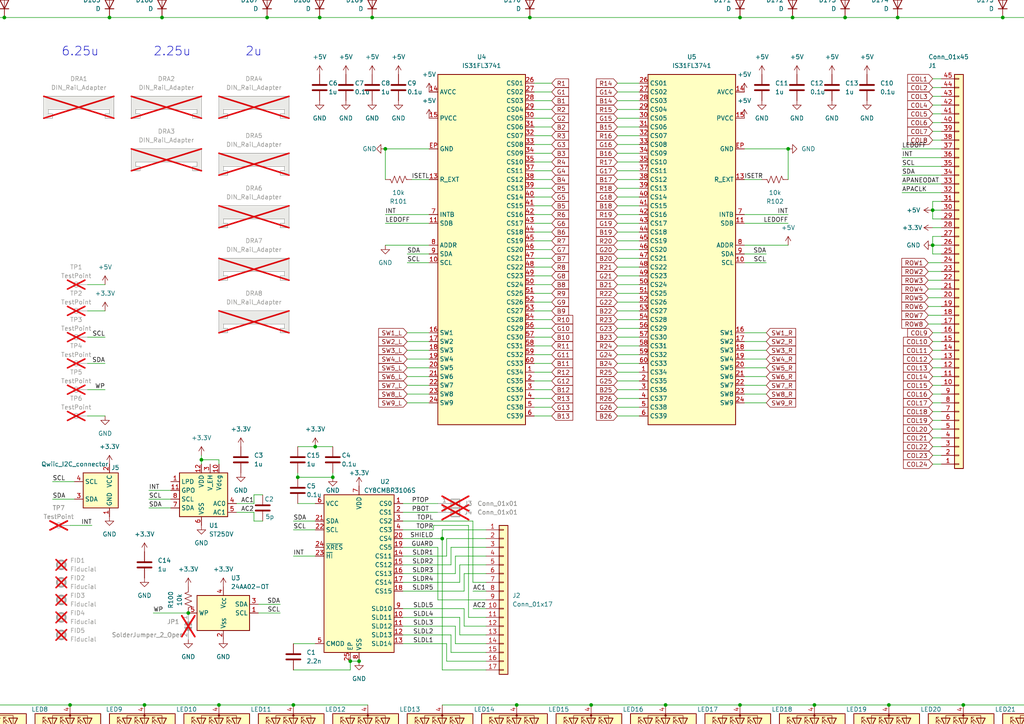
<source format=kicad_sch>
(kicad_sch (version 20231120) (generator "eeschema") (generator_version "8.0")
  (paper "A4")
  (junction (at 49.53 290.83))
  (junction (at 104.14 252.73))
  (junction (at -29.21 5.08))
  (junction (at 238.76 271.78))
  (junction (at 46.99 -119.38))
  (junction (at -133.35 252.73))
  (junction (at 82.55 347.98))
  (junction (at -158.75 328.93))
  (junction (at -39.37 -109.22))
  (junction (at 82.55 252.73))
  (junction (at 39.37 347.98))
  (junction (at 114.3 252.73))
  (junction (at 168.91 377.19))
  (junction (at 49.53 309.88))
  (junction (at -44.45 367.03))
  (junction (at 77.47 -83.82))
  (junction (at 200.66 347.98))
  (junction (at 279.4 242.57))
  (junction (at -101.6 309.88))
  (junction (at -85.09 252.73))
  (junction (at 243.84 377.19))
  (junction (at 255.27 347.98))
  (junction (at 82.55 309.88))
  (junction (at 393.7 271.78))
  (junction (at 344.17 367.03))
  (junction (at 341.63 252.73))
  (junction (at 107.95 -101.6))
  (junction (at -133.35 377.19))
  (junction (at 214.63 5.08))
  (junction (at -13.97 -101.6))
  (junction (at 52.07 -127))
  (junction (at 173.99 -20.32))
  (junction (at 62.23 -30.48))
  (junction (at 17.78 252.73))
  (junction (at 396.24 204.47))
  (junction (at -8.89 -91.44))
  (junction (at 219.71 -91.44))
  (junction (at 320.04 233.68))
  (junction (at 62.23 -119.38))
  (junction (at 346.71 271.78))
  (junction (at 212.09 233.68))
  (junction (at 157.48 309.88))
  (junction (at 222.25 252.73))
  (junction (at 138.43 -66.04))
  (junction (at 260.35 -66.04))
  (junction (at 276.86 271.78))
  (junction (at 257.81 223.52))
  (junction (at -54.61 -109.22))
  (junction (at -54.61 -73.66))
  (junction (at 85.09 337.82))
  (junction (at 373.38 328.93))
  (junction (at 403.86 309.88))
  (junction (at -101.6 271.78))
  (junction (at 373.38 252.73))
  (junction (at 27.94 252.73))
  (junction (at -133.35 290.83))
  (junction (at -85.09 290.83))
  (junction (at -80.01 347.98))
  (junction (at -106.68 271.78))
  (junction (at 346.71 233.68))
  (junction (at 6.35 -91.44))
  (junction (at 63.5 318.77))
  (junction (at 171.45 261.62))
  (junction (at 212.09 271.78))
  (junction (at 200.66 252.73))
  (junction (at -111.76 233.68))
  (junction (at -68.58 309.88))
  (junction (at 184.15 -12.7))
  (junction (at 265.43 309.88))
  (junction (at -29.21 -30.48))
  (junction (at 46.99 -12.7))
  (junction (at 41.91 204.47))
  (junction (at 193.04 242.57))
  (junction (at 265.43 252.73))
  (junction (at 365.76 280.67))
  (junction (at -15.24 252.73))
  (junction (at 107.95 -30.48))
  (junction (at 168.91 -30.48))
  (junction (at 200.66 233.68))
  (junction (at 82.55 -73.66))
  (junction (at -68.58 328.93))
  (junction (at -163.83 233.68))
  (junction (at 236.22 299.72))
  (junction (at 39.37 252.73))
  (junction (at 31.75 -66.04))
  (junction (at 158.75 -109.22))
  (junction (at -161.29 299.72))
  (junction (at 320.04 271.78))
  (junction (at 49.53 271.78))
  (junction (at 200.66 309.88))
  (junction (at 92.71 328.93))
  (junction (at -44.45 280.67))
  (junction (at 46.99 -66.04))
  (junction (at -158.75 233.68))
  (junction (at 295.91 -55.88))
  (junction (at -63.5 290.83))
  (junction (at 149.86 223.52))
  (junction (at -128.27 271.78))
  (junction (at 85.09 299.72))
  (junction (at 77.47 -66.04))
  (junction (at 330.2 347.98))
  (junction (at 368.3 252.73))
  (junction (at 82.55 233.68))
  (junction (at 270.51 60.96))
  (junction (at 125.73 233.68))
  (junction (at 373.38 377.19))
  (junction (at -29.21 -48.26))
  (junction (at 77.47 -101.6))
  (junction (at 275.59 -101.6))
  (junction (at 31.75 -119.38))
  (junction (at 280.67 -20.32))
  (junction (at 200.66 377.19))
  (junction (at -130.81 223.52))
  (junction (at -87.63 299.72))
  (junction (at 189.23 -73.66))
  (junction (at 189.23 -91.44))
  (junction (at -66.04 337.82))
  (junction (at 143.51 -127))
  (junction (at 257.81 299.72))
  (junction (at 153.67 -83.82))
  (junction (at 351.79 377.19))
  (junction (at 60.96 252.73))
  (junction (at 236.22 280.67))
  (junction (at 290.83 -101.6))
  (junction (at 152.4 328.93))
  (junction (at 303.53 271.78))
  (junction (at 113.03 -55.88))
  (junction (at 368.3 233.68))
  (junction (at 214.63 -83.82))
  (junction (at -13.97 -12.7))
  (junction (at 300.99 261.62))
  (junction (at 260.35 5.08))
  (junction (at -80.01 271.78))
  (junction (at 368.3 328.93))
  (junction (at 77.47 -30.48))
  (junction (at 168.91 233.68))
  (junction (at 41.91 280.67))
  (junction (at 344.17 204.47))
  (junction (at -90.17 377.19))
  (junction (at 351.79 252.73))
  (junction (at 245.11 -119.38))
  (junction (at 1.27 377.19))
  (junction (at 295.91 -20.32))
  (junction (at 298.45 347.98))
  (junction (at 222.25 271.78))
  (junction (at -80.01 290.83))
  (junction (at 1.27 -83.82))
  (junction (at 46.99 -101.6))
  (junction (at 66.04 271.78))
  (junction (at 325.12 377.19))
  (junction (at 290.83 5.08))
  (junction (at -123.19 290.83))
  (junction (at 87.63 290.83))
  (junction (at 16.51 -12.7))
  (junction (at 168.91 -101.6))
  (junction (at 1.27 290.83))
  (junction (at 87.63 347.98))
  (junction (at -63.5 377.19))
  (junction (at 320.04 377.19))
  (junction (at 255.27 290.83))
  (junction (at -46.99 377.19))
  (junction (at 97.79 -38.1))
  (junction (at -80.01 252.73))
  (junction (at 204.47 -20.32))
  (junction (at 325.12 252.73))
  (junction (at -29.21 -83.82))
  (junction (at 280.67 -127))
  (junction (at -123.19 309.88))
  (junction (at 190.5 233.68))
  (junction (at -130.81 280.67))
  (junction (at -158.75 347.98))
  (junction (at 222.25 347.98))
  (junction (at 346.71 347.98))
  (junction (at 16.51 -83.82))
  (junction (at -44.45 5.08))
  (junction (at 171.45 223.52))
  (junction (at 279.4 367.03))
  (junction (at 363.22 252.73))
  (junction (at 16.51 -101.6))
  (junction (at -158.75 271.78))
  (junction (at -101.6 377.19))
  (junction (at -63.5 233.68))
  (junction (at 233.68 377.19))
  (junction (at 92.71 -101.6))
  (junction (at 6.35 328.93))
  (junction (at -66.04 367.03))
  (junction (at 67.31 -73.66))
  (junction (at 300.99 223.52))
  (junction (at 214.63 242.57))
  (junction (at -128.27 233.68))
  (junction (at 233.68 271.78))
  (junction (at 1.27 -30.48))
  (junction (at 281.94 377.19))
  (junction (at -101.6 252.73))
  (junction (at 228.6 43.18))
  (junction (at 265.43 377.19))
  (junction (at 62.23 -101.6))
  (junction (at 243.84 233.68))
  (junction (at 31.75 -48.26))
  (junction (at 17.78 377.19))
  (junction (at 27.94 377.19))
  (junction (at 322.58 367.03))
  (junction (at 229.87 5.08))
  (junction (at -68.58 377.19))
  (junction (at 157.48 290.83))
  (junction (at 173.99 233.68))
  (junction (at 87.63 377.19))
  (junction (at 173.99 328.93))
  (junction (at -24.13 -91.44))
  (junction (at -128.27 347.98))
  (junction (at 219.71 -38.1))
  (junction (at 190.5 271.78))
  (junction (at 171.45 367.03))
  (junction (at 229.87 -83.82))
  (junction (at 67.31 -127))
  (junction (at 257.81 337.82))
  (junction (at 6.35 347.98))
  (junction (at -111.76 377.19))
  (junction (at 287.02 347.98))
  (junction (at 257.81 204.47))
  (junction (at 109.22 347.98))
  (junction (at 22.86 328.93))
  (junction (at 184.15 -48.26))
  (junction (at 179.07 309.88))
  (junction (at -63.5 347.98))
  (junction (at 6.35 290.83))
  (junction (at 190.5 347.98))
  (junction (at 171.45 242.57))
  (junction (at 62.23 -12.7))
  (junction (at 82.55 -20.32))
  (junction (at 245.11 -48.26))
  (junction (at 125.73 309.88))
  (junction (at 189.23 -127))
  (junction (at 300.99 280.67))
  (junction (at 276.86 377.19))
  (junction (at 195.58 233.68))
  (junction (at 243.84 347.98))
  (junction (at 190.5 252.73))
  (junction (at 87.63 271.78))
  (junction (at 199.39 -48.26))
  (junction (at 260.35 -119.38))
  (junction (at -39.37 -127))
  (junction (at -13.97 -119.38))
  (junction (at -106.68 290.83))
  (junction (at 20.32 261.62))
  (junction (at 325.12 271.78))
  (junction (at -36.83 290.83))
  (junction (at 308.61 309.88))
  (junction (at 344.17 280.67))
  (junction (at -20.32 233.68))
  (junction (at 303.53 347.98))
  (junction (at 214.63 280.67))
  (junction (at -130.81 261.62))
  (junction (at -41.91 309.88))
  (junction (at 22.86 377.19))
  (junction (at 158.75 -73.66))
  (junction (at -161.29 280.67))
  (junction (at 114.3 309.88))
  (junction (at 368.3 347.98))
  (junction (at 114.3 377.19))
  (junction (at -44.45 261.62))
  (junction (at 344.17 299.72))
  (junction (at 295.91 -109.22))
  (junction (at -68.58 290.83))
  (junction (at 351.79 233.68))
  (junction (at 193.04 367.03))
  (junction (at 153.67 -119.38))
  (junction (at 92.71 347.98))
  (junction (at -128.27 377.19))
  (junction (at -8.89 -55.88))
  (junction (at 298.45 233.68))
  (junction (at 330.2 252.73))
  (junction (at 143.51 -20.32))
  (junction (at 168.91 328.93))
  (junction (at 195.58 271.78))
  (junction (at 322.58 223.52))
  (junction (at 236.22 261.62))
  (junction (at -39.37 -38.1))
  (junction (at -44.45 223.52))
  (junction (at -46.99 233.68))
  (junction (at 346.71 252.73))
  (junction (at 346.71 328.93))
  (junction (at -39.37 -20.32))
  (junction (at 363.22 271.78))
  (junction (at -109.22 223.52))
  (junction (at 189.23 -20.32))
  (junction (at 219.71 -73.66))
  (junction (at 22.86 347.98))
  (junction (at -133.35 309.88))
  (junction (at -41.91 377.19))
  (junction (at 280.67 -109.22))
  (junction (at -58.42 309.88))
  (junction (at 128.27 -38.1))
  (junction (at -41.91 347.98))
  (junction (at -13.97 -83.82))
  (junction (at 6.35 377.19))
  (junction (at 125.73 328.93))
  (junction (at 147.32 271.78))
  (junction (at 63.5 242.57))
  (junction (at 214.63 318.77))
  (junction (at 128.27 156.21))
  (junction (at 130.81 309.88))
  (junction (at 308.61 271.78))
  (junction (at -123.19 347.98))
  (junction (at 16.51 -119.38))
  (junction (at 71.12 290.83))
  (junction (at 147.32 309.88))
  (junction (at -111.76 252.73))
  (junction (at 109.22 377.19))
  (junction (at -101.6 290.83))
  (junction (at 143.51 -109.22))
  (junction (at 173.99 347.98))
  (junction (at -80.01 233.68))
  (junction (at -22.86 204.47))
  (junction (at -158.75 377.19))
  (junction (at -80.01 377.19))
  (junction (at 325.12 290.83))
  (junction (at -63.5 271.78))
  (junction (at -130.81 318.77))
  (junction (at -109.22 318.77))
  (junction (at -109.22 367.03))
  (junction (at -85.09 328.93))
  (junction (at 6.35 252.73))
  (junction (at 157.48 233.68))
  (junction (at 104.14 271.78))
  (junction (at 41.91 337.82))
  (junction (at 398.78 347.98))
  (junction (at -44.45 -66.04))
  (junction (at 295.91 -38.1))
  (junction (at 157.48 328.93))
  (junction (at -22.86 299.72))
  (junction (at 22.86 252.73))
  (junction (at -46.99 271.78))
  (junction (at -20.32 252.73))
  (junction (at 236.22 367.03))
  (junction (at 341.63 347.98))
  (junction (at 135.89 347.98))
  (junction (at 217.17 309.88))
  (junction (at -163.83 252.73))
  (junction (at 128.27 -20.32))
  (junction (at 346.71 377.19))
  (junction (at -161.29 204.47))
  (junction (at -68.58 271.78))
  (junction (at 60.96 328.93))
  (junction (at -36.83 233.68))
  (junction (at 27.94 309.88))
  (junction (at 341.63 290.83))
  (junction (at 21.59 -127))
  (junction (at 403.86 328.93))
  (junction (at 233.68 328.93))
  (junction (at 200.66 328.93))
  (junction (at -66.04 280.67))
  (junction (at 260.35 -101.6))
  (junction (at 219.71 -109.22))
  (junction (at -1.27 261.62))
  (junction (at -128.27 328.93))
  (junction (at -123.19 377.19))
  (junction (at 300.99 367.03))
  (junction (at 325.12 328.93))
  (junction (at 60.96 233.68))
  (junction (at 281.94 290.83))
  (junction (at 257.81 280.67))
  (junction (at 368.3 290.83))
  (junction (at 31.75 5.08))
  (junction (at 238.76 309.88))
  (junction (at 217.17 347.98))
  (junction (at 398.78 290.83))
  (junction (at -39.37 -55.88))
  (junction (at 63.5 223.52))
  (junction (at 77.47 5.08))
  (junction (at 87.63 328.93))
  (junction (at 193.04 280.67))
  (junction (at -3.81 309.88))
  (junction (at 123.19 -66.04))
  (junction (at 190.5 328.93))
  (junction (at 179.07 328.93))
  (junction (at 20.32 280.67))
  (junction (at 214.63 -48.26))
  (junction (at 398.78 252.73))
  (junction (at 214.63 -66.04))
  (junction (at -22.86 280.67))
  (junction (at 219.71 -55.88))
  (junction (at -58.42 252.73))
  (junction (at -161.29 223.52))
  (junction (at 114.3 233.68))
  (junction (at 217.17 290.83))
  (junction (at 135.89 252.73))
  (junction (at 398.78 309.88))
  (junction (at -133.35 233.68))
  (junction (at 308.61 377.19))
  (junction (at 279.4 204.47))
  (junction (at 153.67 -101.6))
  (junction (at 368.3 271.78))
  (junction (at 135.89 328.93))
  (junction (at -3.81 290.83))
  (junction (at 82.55 -55.88))
  (junction (at -39.37 -73.66))
  (junction (at 39.37 377.19))
  (junction (at 21.59 -38.1))
  (junction (at 123.19 -101.6))
  (junction (at 63.5 261.62))
  (junction (at -36.83 328.93))
  (junction (at -68.58 347.98))
  (junction (at 243.84 271.78))
  (junction (at 265.43 347.98))
  (junction (at 147.32 328.93))
  (junction (at 290.83 -30.48))
  (junction (at 265.43 -109.22))
  (junction (at 20.32 318.77))
  (junction (at 114.3 328.93))
  (junction (at 281.94 252.73))
  (junction (at 393.7 377.19))
  (junction (at 123.19 -119.38))
  (junction (at -153.67 328.93))
  (junction (at 54.61 177.8))
  (junction (at 393.7 347.98))
  (junction (at 308.61 328.93))
  (junction (at 214.63 -12.7))
  (junction (at 214.63 223.52))
  (junction (at 173.99 -38.1))
  (junction (at 219.71 -127))
  (junction (at 125.73 377.19))
  (junction (at 135.89 271.78))
  (junction (at 82.55 377.19))
  (junction (at 257.81 242.57))
  (junction (at 189.23 -109.22))
  (junction (at -22.86 223.52))
  (junction (at 71.12 271.78))
  (junction (at -3.81 347.98))
  (junction (at 46.99 5.08))
  (junction (at 67.31 -55.88))
  (junction (at -161.29 337.82))
  (junction (at -106.68 233.68))
  (junction (at 101.6 191.77))
  (junction (at 298.45 252.73))
  (junction (at 109.22 233.68))
  (junction (at 31.75 -101.6))
  (junction (at -87.63 337.82))
  (junction (at -29.21 -119.38))
  (junction (at 222.25 290.83))
  (junction (at 63.5 299.72))
  (junction (at 330.2 290.83))
  (junction (at 41.91 242.57))
  (junction (at 173.99 309.88))
  (junction (at 373.38 271.78))
  (junction (at 279.4 261.62))
  (junction (at 27.94 347.98))
  (junction (at -13.97 -30.48))
  (junction (at 276.86 328.93))
  (junction (at 149.86 367.03))
  (junction (at -163.83 271.78))
  (junction (at 290.83 -48.26))
  (junction (at 193.04 223.52))
  (junction (at 171.45 318.77))
  (junction (at 114.3 290.83))
  (junction (at 1.27 -12.7))
  (junction (at 153.67 5.08))
  (junction (at 157.48 377.19))
  (junction (at 396.24 242.57))
  (junction (at 363.22 290.83))
  (junction (at 204.47 -38.1))
  (junction (at 173.99 -109.22))
  (junction (at 365.76 367.03))
  (junction (at -133.35 347.98))
  (junction (at 330.2 377.19))
  (junction (at 398.78 233.68))
  (junction (at 109.22 252.73))
  (junction (at 149.86 242.57))
  (junction (at -153.67 347.98))
  (junction (at 41.91 261.62))
  (junction (at 303.53 377.19))
  (junction (at 85.09 223.52))
  (junction (at 363.22 328.93))
  (junction (at 85.09 318.77))
  (junction (at 300.99 242.57))
  (junction (at -80.01 309.88))
  (junction (at 52.07 -109.22))
  (junction (at 276.86 233.68))
  (junction (at -46.99 252.73))
  (junction (at -161.29 261.62))
  (junction (at 60.96 309.88))
  (junction (at 71.12 252.73))
  (junction (at 104.14 347.98))
  (junction (at 243.84 290.83))
  (junction (at 152.4 252.73))
  (junction (at -123.19 271.78))
  (junction (at 298.45 309.88))
  (junction (at -22.86 261.62))
  (junction (at 6.35 -55.88))
  (junction (at 152.4 271.78))
  (junction (at 255.27 252.73))
  (junction (at 270.51 71.12))
  (junction (at 265.43 290.83))
  (junction (at 365.76 337.82))
  (junction (at 265.43 233.68))
  (junction (at 245.11 -101.6))
  (junction (at 152.4 290.83))
  (junction (at 149.86 204.47))
  (junction (at 290.83 -119.38))
  (junction (at 173.99 377.19))
  (junction (at 341.63 233.68))
  (junction (at -8.89 -73.66))
  (junction (at -109.22 242.57))
  (junction (at 168.91 309.88))
  (junction (at -153.67 309.88))
  (junction (at 67.31 -109.22))
  (junction (at 113.03 -127))
  (junction (at 222.25 377.19))
  (junction (at 97.79 -55.88))
  (junction (at 303.53 233.68))
  (junction (at 320.04 290.83))
  (junction (at 168.91 -119.38))
  (junction (at 276.86 309.88))
  (junction (at 130.81 377.19))
  (junction (at 125.73 271.78))
  (junction (at -106.68 328.93))
  (junction (at 158.75 -38.1))
  (junction (at 63.5 337.82))
  (junction (at 85.09 242.57))
  (junction (at -3.81 328.93))
  (junction (at 373.38 233.68))
  (junction (at -8.89 -38.1))
  (junction (at 193.04 204.47))
  (junction (at 1.27 252.73))
  (junction (at 204.47 -91.44))
  (junction (at 44.45 233.68))
  (junction (at -106.68 309.88))
  (junction (at -22.86 367.03))
  (junction (at 287.02 377.19))
  (junction (at 398.78 328.93))
  (junction (at 236.22 318.77))
  (junction (at -25.4 290.83))
  (junction (at -29.21 -12.7))
  (junction (at -15.24 290.83))
  (junction (at 71.12 347.98))
  (junction (at -85.09 233.68))
  (junction (at 21.59 -20.32))
  (junction (at -24.13 -109.22))
  (junction (at -1.27 337.82))
  (junction (at 236.22 242.57))
  (junction (at 173.99 252.73))
  (junction (at 280.67 -55.88))
  (junction (at 85.09 204.47))
  (junction (at 195.58 377.19))
  (junction (at 6.35 271.78))
  (junction (at -87.63 280.67))
  (junction (at 109.22 290.83))
  (junction (at 287.02 233.68))
  (junction (at 66.04 233.68))
  (junction (at 275.59 -119.38))
  (junction (at 173.99 271.78))
  (junction (at -29.21 -101.6))
  (junction (at 346.71 290.83))
  (junction (at 1.27 347.98))
  (junction (at 222.25 309.88))
  (junction (at 233.68 233.68))
  (junction (at 85.09 367.03))
  (junction (at 403.86 233.68))
  (junction (at -54.61 -91.44))
  (junction (at 60.96 347.98))
  (junction (at 153.67 -30.48))
  (junction (at 97.79 -109.22))
  (junction (at 36.83 -127))
  (junction (at 368.3 377.19))
  (junction (at -54.61 -55.88))
  (junction (at 123.19 -12.7))
  (junction (at -1.27 299.72))
  (junction (at 236.22 204.47))
  (junction (at 31.75 -12.7))
  (junction (at -63.5 309.88))
  (junction (at 130.81 233.68))
  (junction (at 238.76 290.83))
  (junction (at 351.79 271.78))
  (junction (at 107.95 -66.04))
  (junction (at 21.59 -55.88))
  (junction (at 403.86 347.98))
  (junction (at 113.03 -91.44))
  (junction (at 199.39 -12.7))
  (junction (at 66.04 328.93))
  (junction (at 365.76 223.52))
  (junction (at 250.19 -20.32))
  (junction (at -85.09 271.78))
  (junction (at 22.86 233.68))
  (junction (at 298.45 377.19))
  (junction (at 138.43 -12.7))
  (junction (at -66.04 223.52))
  (junction (at 393.7 290.83))
  (junction (at 217.17 328.93))
  (junction (at 41.91 367.03))
  (junction (at 97.79 -91.44))
  (junction (at 393.7 309.88))
  (junction (at 20.32 367.03))
  (junction (at 6.35 233.68))
  (junction (at 138.43 -101.6))
  (junction (at -161.29 367.03))
  (junction (at 157.48 252.73))
  (junction (at 17.78 347.98))
  (junction (at -36.83 271.78))
  (junction (at 128.27 -55.88))
  (junction (at 295.91 -73.66))
  (junction (at 92.71 252.73))
  (junction (at -20.32 377.19))
  (junction (at 308.61 252.73))
  (junction (at 44.45 252.73))
  (junction (at 92.71 -48.26))
  (junction (at -25.4 233.68))
  (junction (at 287.02 328.93))
  (junction (at -90.17 252.73))
  (junction (at 217.17 271.78))
  (junction (at 250.19 -91.44))
  (junction (at -85.09 309.88))
  (junction (at 152.4 377.19))
  (junction (at 344.17 337.82))
  (junction (at -85.09 347.98))
  (junction (at 214.63 261.62))
  (junction (at -8.89 -109.22))
  (junction (at 212.09 290.83))
  (junction (at 104.14 377.19))
  (junction (at 149.86 261.62))
  (junction (at 233.68 347.98))
  (junction (at 87.63 233.68))
  (junction (at 325.12 347.98))
  (junction (at 238.76 252.73))
  (junction (at -163.83 328.93))
  (junction (at 195.58 309.88))
  (junction (at 22.86 309.88))
  (junction (at -1.27 318.77))
  (junction (at 52.07 -55.88))
  (junction (at 149.86 337.82))
  (junction (at 199.39 -66.04))
  (junction (at 158.75 -127))
  (junction (at 229.87 -66.04))
  (junction (at -163.83 309.88))
  (junction (at 1.27 271.78))
  (junction (at 287.02 309.88))
  (junction (at 255.27 328.93))
  (junction (at 199.39 -101.6))
  (junction (at 135.89 377.19))
  (junction (at -44.45 318.77))
  (junction (at 168.91 271.78))
  (junction (at 245.11 -30.48))
  (junction (at 303.53 290.83))
  (junction (at 44.45 347.98))
  (junction (at 60.96 290.83))
  (junction (at 128.27 -91.44))
  (junction (at 245.11 -83.82))
  (junction (at -25.4 271.78))
  (junction (at 87.63 252.73))
  (junction (at 260.35 290.83))
  (junction (at 1.27 328.93))
  (junction (at -36.83 347.98))
  (junction (at 92.71 -66.04))
  (junction (at -44.45 -101.6))
  (junction (at -13.97 -66.04))
  (junction (at -153.67 290.83))
  (junction (at 16.51 -48.26))
  (junction (at -41.91 252.73))
  (junction (at -109.22 299.72))
  (junction (at -46.99 290.83))
  (junction (at 58.42 133.35))
  (junction (at 17.78 233.68))
  (junction (at -44.45 -119.38))
  (junction (at -58.42 377.19))
  (junction (at 168.91 -12.7))
  (junction (at 39.37 271.78))
  (junction (at 36.83 -55.88))
  (junction (at 52.07 -73.66))
  (junction (at -153.67 233.68))
  (junction (at 276.86 252.73))
  (junction (at 92.71 -83.82))
  (junction (at 157.48 271.78))
  (junction (at 303.53 309.88))
  (junction (at -58.42 290.83))
  (junction (at 222.25 328.93))
  (junction (at 351.79 309.88))
  (junction (at 295.91 -127))
  (junction (at -24.13 -38.1))
  (junction (at 398.78 271.78))
  (junction (at -90.17 309.88))
  (junction (at 212.09 377.19))
  (junction (at -111.76 328.93))
  (junction (at 280.67 -38.1))
  (junction (at 214.63 299.72))
  (junction (at 138.43 -48.26))
  (junction (at 279.4 299.72))
  (junction (at -25.4 252.73))
  (junction (at 403.86 271.78))
  (junction (at -68.58 233.68))
  (junction (at -44.45 -12.7))
  (junction (at 130.81 271.78))
  (junction (at -41.91 328.93))
  (junction (at 184.15 -83.82))
  (junction (at 17.78 309.88))
  (junction (at -44.45 -48.26))
  (junction (at 330.2 233.68))
  (junction (at 107.95 -83.82))
  (junction (at -24.13 -127))
  (junction (at 52.07 -91.44))
  (junction (at 60.96 377.19))
  (junction (at -44.45 242.57))
  (junction (at 214.63 367.03))
  (junction (at 330.2 328.93))
  (junction (at -58.42 271.78))
  (junction (at 303.53 252.73))
  (junction (at 290.83 -83.82))
  (junction (at -54.61 -20.32))
  (junction (at 85.09 280.67))
  (junction (at 281.94 328.93))
  (junction (at 330.2 309.88))
  (junction (at -58.42 347.98))
  (junction (at -66.04 299.72))
  (junction (at 341.63 271.78))
  (junction (at 49.53 233.68))
  (junction (at 20.32 204.47))
  (junction (at 204.47 -55.88))
  (junction (at -90.17 271.78))
  (junction (at -161.29 242.57))
  (junction (at 130.81 290.83))
  (junction (at -106.68 347.98))
  (junction (at -20.32 309.88))
  (junction (at 135.89 233.68))
  (junction (at 107.95 -12.7))
  (junction (at 149.86 318.77))
  (junction (at -1.27 242.57))
  (junction (at 128.27 -127))
  (junction (at 363.22 233.68))
  (junction (at 41.91 299.72))
  (junction (at -163.83 290.83))
  (junction (at 300.99 204.47))
  (junction (at 255.27 309.88))
  (junction (at -133.35 271.78))
  (junction (at 6.35 309.88))
  (junction (at 212.09 347.98))
  (junction (at 46.99 -30.48))
  (junction (at 52.07 -38.1))
  (junction (at 17.78 271.78))
  (junction (at 260.35 -12.7))
  (junction (at 1.27 -119.38))
  (junction (at 257.81 367.03))
  (junction (at 193.04 261.62))
  (junction (at -163.83 377.19))
  (junction (at 20.32 242.57))
  (junction (at 234.95 -73.66))
  (junction (at 152.4 347.98))
  (junction (at 308.61 233.68))
  (junction (at 147.32 290.83))
  (junction (at 298.45 328.93))
  (junction (at -128.27 309.88))
  (junction (at 82.55 290.83))
  (junction (at 92.71 -30.48))
  (junction (at -15.24 377.19))
  (junction (at 365.76 261.62))
  (junction (at 168.91 -48.26))
  (junction (at 219.71 -20.32))
  (junction (at -46.99 347.98))
  (junction (at 85.09 261.62))
  (junction (at 179.07 252.73))
  (junction (at 153.67 -48.26))
  (junction (at 1.27 -48.26))
  (junction (at 365.76 318.77))
  (junction (at 31.75 -83.82))
  (junction (at 179.07 377.19))
  (junction (at 107.95 -48.26))
  (junction (at 92.71 290.83))
  (junction (at -130.81 299.72))
  (junction (at 260.35 252.73))
  (junction (at -54.61 -127))
  (junction (at 111.76 43.18))
  (junction (at 44.45 328.93))
  (junction (at 184.15 -66.04))
  (junction (at 1.27 -101.6))
  (junction (at 153.67 -66.04))
  (junction (at 138.43 -119.38))
  (junction (at 351.79 347.98))
  (junction (at 107.95 5.08))
  (junction (at 320.04 347.98))
  (junction (at 39.37 328.93))
  (junction (at 250.19 -109.22))
  (junction (at 27.94 290.83))
  (junction (at 179.07 347.98))
  (junction (at 320.04 309.88))
  (junction (at 229.87 -48.26))
  (junction (at -20.32 271.78))
  (junction (at -15.24 271.78))
  (junction (at 281.94 233.68))
  (junction (at 44.45 377.19))
  (junction (at 396.24 280.67))
  (junction (at 168.91 347.98))
  (junction (at 396.24 223.52))
  (junction (at 396.24 367.03))
  (junction (at 113.03 -20.32))
  (junction (at -101.6 347.98))
  (junction (at 233.68 290.83))
  (junction (at 147.32 377.19))
  (junction (at -66.04 318.77))
  (junction (at 344.17 261.62))
  (junction (at 44.45 271.78))
  (junction (at -24.13 -20.32))
  (junction (at 281.94 347.98))
  (junction (at 128.27 -109.22))
  (junction (at -3.81 252.73))
  (junction (at 82.55 271.78))
  (junction (at -90.17 347.98))
  (junction (at 143.51 -38.1))
  (junction (at 189.23 -55.88))
  (junction (at 396.24 318.77))
  (junction (at 260.35 347.98))
  (junction (at 123.19 -30.48))
  (junction (at 303.53 328.93))
  (junction (at 217.17 233.68))
  (junction (at 27.94 271.78))
  (junction (at -123.19 252.73))
  (junction (at 243.84 309.88))
  (junction (at 260.35 -83.82))
  (junction (at 398.78 377.19))
  (junction (at 49.53 377.19))
  (junction (at 41.91 318.77))
  (junction (at 300.99 318.77))
  (junction (at 107.95 -119.38))
  (junction (at 373.38 309.88))
  (junction (at 189.23 -38.1))
  (junction (at 44.45 290.83))
  (junction (at 77.47 -48.26))
  (junction (at 255.27 377.19))
  (junction (at -36.83 377.19))
  (junction (at 36.83 -38.1))
  (junction (at -68.58 252.73))
  (junction (at 104.14 309.88))
  (junction (at -44.45 -30.48))
  (junction (at 214.63 -101.6))
  (junction (at 212.09 252.73))
  (junction (at 281.94 309.88))
  (junction (at 217.17 377.19))
  (junction (at 199.39 -83.82))
  (junction (at 403.86 290.83))
  (junction (at 238.76 347.98))
  (junction (at -20.32 328.93))
  (junction (at 27.94 233.68))
  (junction (at 179.07 290.83))
  (junction (at 200.66 271.78))
  (junction (at 71.12 233.68))
  (junction (at 365.76 204.47))
  (junction (at 204.47 -127))
  (junction (at 17.78 328.93))
  (junction (at -36.83 252.73))
  (junction (at -22.86 318.77))
  (junction (at 49.53 252.73))
  (junction (at 279.4 280.67))
  (junction (at 260.35 233.68))
  (junction (at -85.09 377.19))
  (junction (at 123.19 -83.82))
  (junction (at -158.75 290.83))
  (junction (at 243.84 252.73))
  (junction (at 373.38 290.83))
  (junction (at 92.71 -119.38))
  (junction (at -163.83 347.98))
  (junction (at -39.37 -91.44))
  (junction (at 113.03 -38.1))
  (junction (at 243.84 328.93))
  (junction (at -128.27 252.73))
  (junction (at -15.24 347.98))
  (junction (at 173.99 -91.44))
  (junction (at 171.45 204.47))
  (junction (at 49.53 347.98))
  (junction (at 87.63 309.88))
  (junction (at -8.89 -127))
  (junction (at -36.83 309.88))
  (junction (at 66.04 290.83))
  (junction (at 147.32 233.68))
  (junction (at -123.19 233.68))
  (junction (at 143.51 -73.66))
  (junction (at 325.12 233.68))
  (junction (at -1.27 223.52))
  (junction (at -25.4 377.19))
  (junction (at 265.43 271.78))
  (junction (at 234.95 -91.44))
  (junction (at 403.86 252.73))
  (junction (at 171.45 299.72))
  (junction (at -109.22 204.47))
  (junction (at 363.22 309.88))
  (junction (at 344.17 242.57))
  (junction (at 308.61 347.98))
  (junction (at 204.47 -109.22))
  (junction (at 63.5 204.47))
  (junction (at 195.58 252.73))
  (junction (at -90.17 290.83))
  (junction (at -106.68 377.19))
  (junction (at -20.32 347.98))
  (junction (at -106.68 252.73))
  (junction (at 109.22 328.93))
  (junction (at 236.22 337.82))
  (junction (at 97.79 -127))
  (junction (at 143.51 -55.88))
  (junction (at 393.7 233.68))
  (junction (at 351.79 328.93))
  (junction (at 62.23 -83.82))
  (junction (at 66.04 377.19))
  (junction (at 6.35 -73.66))
  (junction (at 238.76 233.68))
  (junction (at 184.15 -30.48))
  (junction (at -133.35 328.93))
  (junction (at 308.61 290.83))
  (junction (at 199.39 -119.38))
  (junction (at 257.81 261.62))
  (junction (at 212.09 309.88))
  (junction (at 63.5 280.67))
  (junction (at 190.5 309.88))
  (junction (at 179.07 233.68))
  (junction (at 39.37 309.88))
  (junction (at 168.91 290.83))
  (junction (at 62.23 -48.26))
  (junction (at -87.63 261.62))
  (junction (at 63.5 367.03))
  (junction (at -1.27 204.47))
  (junction (at 245.11 5.08))
  (junction (at 109.22 309.88))
  (junction (at -66.04 261.62))
  (junction (at 214.63 204.47))
  (junction (at 193.04 299.72))
  (junction (at 82.55 -91.44))
  (junction (at 138.43 -83.82))
  (junction (at -13.97 5.08))
  (junction (at 36.83 -73.66))
  (junction (at 49.53 328.93))
  (junction (at 173.99 -55.88))
  (junction (at -66.04 204.47))
  (junction (at 52.07 -20.32))
  (junction (at 373.38 347.98))
  (junction (at 393.7 252.73))
  (junction (at 114.3 347.98))
  (junction (at -111.76 290.83))
  (junction (at 250.19 -55.88))
  (junction (at 21.59 -73.66))
  (junction (at 82.55 -38.1))
  (junction (at 363.22 347.98))
  (junction (at -87.63 204.47))
  (junction (at 250.19 -127))
  (junction (at 46.99 -83.82))
  (junction (at -22.86 337.82))
  (junction (at 130.81 347.98))
  (junction (at 173.99 -73.66))
  (junction (at 1.27 5.08))
  (junction (at -15.24 233.68))
  (junction (at -25.4 347.98))
  (junction (at -161.29 318.77))
  (junction (at 97.79 -73.66))
  (junction (at 260.35 309.88))
  (junction (at 92.71 271.78))
  (junction (at -153.67 271.78))
  (junction (at 92.71 377.19))
  (junction (at 368.3 309.88))
  (junction (at -63.5 252.73))
  (junction (at 287.02 271.78))
  (junction (at 217.17 252.73))
  (junction (at 320.04 328.93))
  (junction (at -3.81 233.68))
  (junction (at 195.58 290.83))
  (junction (at 153.67 -12.7))
  (junction (at -158.75 309.88))
  (junction (at -1.27 280.67))
  (junction (at 341.63 328.93))
  (junction (at 320.04 252.73))
  (junction (at 31.75 -30.48))
  (junction (at 60.96 271.78))
  (junction (at -87.63 242.57))
  (junction (at -111.76 271.78))
  (junction (at -111.76 309.88))
  (junction (at 255.27 271.78))
  (junction (at 77.47 -119.38))
  (junction (at 265.43 -127))
  (junction (at 214.63 -30.48))
  (junction (at 138.43 -30.48))
  (junction (at -44.45 -83.82))
  (junction (at -130.81 242.57))
  (junction (at 344.17 318.77))
  (junction (at 199.39 -30.48))
  (junction (at 236.22 223.52))
  (junction (at -87.63 367.03))
  (junction (at 113.03 -73.66))
  (junction (at -41.91 233.68))
  (junction (at 135.89 309.88))
  (junction (at -111.76 347.98))
  (junction (at -87.63 318.77))
  (junction (at 158.75 -55.88))
  (junction (at 104.14 233.68))
  (junction (at 135.89 290.83))
  (junction (at -13.97 -48.26))
  (junction (at -90.17 328.93))
  (junction (at 149.86 280.67))
  (junction (at 147.32 252.73))
  (junction (at 158.75 -91.44))
  (junction (at -66.04 242.57))
  (junction (at 147.32 347.98))
  (junction (at -130.81 367.03))
  (junction (at 125.73 252.73))
  (junction (at 91.44 129.54))
  (junction (at 279.4 337.82))
  (junction (at -46.99 328.93))
  (junction (at 46.99 -48.26))
  (junction (at 104.14 328.93))
  (junction (at 290.83 -66.04))
  (junction (at 396.24 337.82))
  (junction (at 193.04 337.82))
  (junction (at 82.55 -109.22))
  (junction (at 21.59 -91.44))
  (junction (at -130.81 337.82))
  (junction (at 22.86 290.83))
  (junction (at -24.13 -73.66))
  (junction (at 190.5 290.83))
  (junction (at 281.94 271.78))
  (junction (at -58.42 328.93))
  (junction (at -101.6 233.68))
  (junction (at 195.58 347.98))
  (junction (at 66.04 252.73))
  (junction (at 200.66 290.83))
  (junction (at 298.45 271.78))
  (junction (at 67.31 -20.32))
  (junction (at 260.35 271.78))
  (junction (at 92.71 233.68))
  (junction (at 363.22 377.19))
  (junction (at 44.45 309.88))
  (junction (at 276.86 290.83))
  (junction (at 114.3 271.78))
  (junction (at 234.95 -127))
  (junction (at 173.99 290.83))
  (junction (at 234.95 -55.88))
  (junction (at 351.79 290.83))
  (junction (at 149.86 299.72))
  (junction (at 20.32 299.72))
  (junction (at -3.81 377.19))
  (junction (at 245.11 -66.04))
  (junction (at 152.4 309.88))
  (junction (at 113.03 -109.22))
  (junction (at -3.81 271.78))
  (junction (at 109.22 271.78))
  (junction (at 393.7 328.93))
  (junction (at 6.35 -109.22))
  (junction (at 36.83 -91.44))
  (junction (at 250.19 -73.66))
  (junction (at -22.86 242.57))
  (junction (at 173.99 -127))
  (junction (at 280.67 -91.44))
  (junction (at 260.35 -48.26))
  (junction (at 152.4 233.68))
  (junction (at 77.47 -12.7))
  (junction (at 403.86 377.19))
  (junction (at -44.45 204.47))
  (junction (at -109.22 280.67))
  (junction (at 396.24 299.72))
  (junction (at 287.02 252.73))
  (junction (at 265.43 328.93))
  (junction (at 325.12 309.88))
  (junction (at 97.79 -20.32))
  (junction (at 179.07 271.78))
  (junction (at 234.95 -109.22))
  (junction (at 184.15 -101.6))
  (junction (at 365.76 299.72))
  (junction (at 168.91 -83.82))
  (junction (at 27.94 328.93))
  (junction (at 67.31 -38.1))
  (junction (at 260.35 328.93))
  (junction (at 238.76 328.93))
  (junction (at 238.76 377.19))
  (junction (at 341.63 309.88))
  (junction (at -25.4 309.88))
  (junction (at 212.09 328.93))
  (junction (at -109.22 261.62))
  (junction (at 260.35 377.19))
  (junction (at 322.58 204.47))
  (junction (at 125.73 290.83))
  (junction (at 6.35 -127))
  (junction (at 36.83 -109.22))
  (junction (at 1.27 309.88))
  (junction (at 344.17 223.52))
  (junction (at -15.24 309.88))
  (junction (at 195.58 328.93))
  (junction (at 184.15 -119.38))
  (junction (at 290.83 -12.7))
  (junction (at 171.45 337.82))
  (junction (at 71.12 377.19))
  (junction (at 130.81 252.73))
  (junction (at 104.14 191.77))
  (junction (at 234.95 -38.1))
  (junction (at 71.12 309.88))
  (junction (at -80.01 328.93))
  (junction (at -130.81 204.47))
  (junction (at 193.04 318.77))
  (junction (at 295.91 -91.44))
  (junction (at 222.25 233.68))
  (junction (at 82.55 328.93))
  (junction (at 130.81 328.93))
  (junction (at -8.89 -20.32))
  (junction (at 71.12 328.93))
  (junction (at -25.4 328.93))
  (junction (at 82.55 -127))
  (junction (at 330.2 271.78))
  (junction (at 168.91 252.73))
  (junction (at -87.63 223.52))
  (junction (at 39.37 233.68))
  (junction (at 20.32 223.52))
  (junction (at 66.04 347.98))
  (junction (at 92.71 -12.7))
  (junction (at 396.24 261.62))
  (junction (at 16.51 -66.04))
  (junction (at 92.71 309.88))
  (junction (at -46.99 309.88))
  (junction (at 365.76 242.57))
  (junction (at 86.36 138.43))
  (junction (at -63.5 328.93))
  (junction (at 257.81 318.77))
  (junction (at 229.87 -101.6))
  (junction (at -29.21 -66.04))
  (junction (at 190.5 377.19))
  (junction (at 287.02 290.83))
  (junction (at 300.99 337.82))
  (junction (at 229.87 -12.7))
  (junction (at 168.91 -66.04))
  (junction (at -41.91 271.78))
  (junction (at 158.75 -20.32))
  (junction (at 346.71 309.88))
  (junction (at 123.19 -48.26))
  (junction (at 214.63 -119.38))
  (junction (at 233.68 309.88))
  (junction (at 276.86 347.98))
  (junction (at 229.87 -30.48))
  (junction (at -158.75 252.73))
  (junction (at -58.42 233.68))
  (junction (at -153.67 377.19))
  (junction (at 1.27 -66.04))
  (junction (at 298.45 290.83))
  (junction (at -24.13 -55.88))
  (junction (at 125.73 347.98))
  (junction (at -123.19 328.93))
  (junction (at 104.14 290.83))
  (junction (at -41.91 290.83))
  (junction (at 21.59 -109.22))
  (junction (at 66.04 309.88))
  (junction (at 39.37 290.83))
  (junction (at 255.27 233.68))
  (junction (at 67.31 -91.44))
  (junction (at 17.78 290.83))
  (junction (at 62.23 -66.04))
  (junction (at 6.35 -20.32))
  (junction (at -20.32 290.83))
  (junction (at -101.6 328.93))
  (junction (at 157.48 347.98))
  (junction (at -54.61 -38.1))
  (junction (at 229.87 -119.38))
  (junction (at -153.67 252.73))
  (junction (at -15.24 328.93))
  (junction (at 1.27 233.68))
  (junction (at -128.27 290.83))
  (junction (at 96.52 138.43))
  (junction (at 280.67 -73.66))
  (junction (at 233.68 252.73))
  (junction (at 171.45 280.67))
  (junction (at 204.47 -73.66))
  (junction (at 143.51 -91.44))
  (junction (at 279.4 223.52))
  (junction (at -90.17 233.68))
  (junction (at -109.22 337.82))
  (junction (at 36.83 -20.32))
  (junction (at -1.27 367.03))
  (junction (at 92.71 5.08))
  (junction (at 341.63 377.19))
  (junction (at 41.91 223.52))
  (junction (at 22.86 271.78))
  (junction (at 128.27 -73.66))
  (wire (pts (xy -166.37 377.19) (xy -163.83 377.19)))
  (wire (pts (xy -44.45 347.98) (xy -41.91 347.98)))
  (wire (pts (xy 279.4 271.78) (xy 281.94 271.78)))
  (wire (pts (xy -39.37 271.78) (xy -36.83 271.78)))
  (wire (pts (xy 270.51 121.92) (xy 273.05 121.92)))
  (wire (pts (xy 154.94 252.73) (xy 157.48 252.73)))
  (wire (pts (xy 123.19 -119.38) (xy 138.43 -119.38)))
  (wire (pts (xy 111.76 64.77) (xy 124.46 64.77)))
  (wire (pts (xy 128.27 252.73) (xy 130.81 252.73)))
  (wire (pts (xy -54.61 -73.66) (xy -54.61 -55.88)))
  (wire (pts (xy -59.69 -66.04) (xy -44.45 -66.04)))
  (wire (pts (xy 63.5 252.73) (xy 66.04 252.73)))
  (wire (pts (xy 245.11 -83.82) (xy 260.35 -83.82)))
  (wire (pts (xy 212.09 377.19) (xy 212.09 382.27)))
  (wire (pts (xy 320.04 214.63) (xy 320.04 233.68)))
  (wire (pts (xy 276.86 233.68) (xy 276.86 214.63)))
  (wire (pts (xy -6.35 252.73) (xy -3.81 252.73)))
  (wire (pts (xy 325.12 347.98) (xy 325.12 328.93)))
  (wire (pts (xy 77.47 -12.7) (xy 92.71 -12.7)))
  (wire (pts (xy 241.3 347.98) (xy 243.84 347.98)))
  (wire (pts (xy -59.69 -48.26) (xy -44.45 -48.26)))
  (wire (pts (xy 349.25 377.19) (xy 351.79 377.19)))
  (wire (pts (xy -1.27 347.98) (xy 1.27 347.98)))
  (wire (pts (xy 276.86 347.98) (xy 276.86 328.93)))
  (wire (pts (xy 250.19 -20.32) (xy 250.19 -2.54)))
  (wire (pts (xy 160.02 72.39) (xy 154.94 72.39)))
  (wire (pts (xy -44.45 214.63) (xy -41.91 214.63)))
  (wire (pts (xy -104.14 347.98) (xy -101.6 347.98)))
  (wire (pts (xy 109.22 233.68) (xy 109.22 252.73)))
  (wire (pts (xy 193.04 367.03) (xy 214.63 367.03)))
  (wire (pts (xy 160.02 87.63) (xy 154.94 87.63)))
  (wire (pts (xy 234.95 -38.1) (xy 234.95 -2.54)))
  (wire (pts (xy -158.75 328.93) (xy -158.75 347.98)))
  (wire (pts (xy -36.83 309.88) (xy -36.83 328.93)))
  (wire (pts (xy 173.99 214.63) (xy 171.45 214.63)))
  (wire (pts (xy 236.22 328.93) (xy 238.76 328.93)))
  (wire (pts (xy -46.99 233.68) (xy -46.99 252.73)))
  (wire (pts (xy 276.86 347.98) (xy 276.86 377.19)))
  (wire (pts (xy 60.96 233.68) (xy 60.96 252.73)))
  (wire (pts (xy 129.54 156.21) (xy 129.54 161.29)))
  (wire (pts (xy 39.37 328.93) (xy 39.37 347.98)))
  (wire (pts (xy 171.45 299.72) (xy 193.04 299.72)))
  (wire (pts (xy 17.78 214.63) (xy 17.78 233.68)))
  (wire (pts (xy 234.95 -91.44) (xy 234.95 -73.66)))
  (wire (pts (xy -44.45 -119.38) (xy -29.21 -119.38)))
  (wire (pts (xy 147.32 309.88) (xy 147.32 328.93)))
  (wire (pts (xy -1.27 261.62) (xy 20.32 261.62)))
  (wire (pts (xy -135.89 377.19) (xy -133.35 377.19)))
  (wire (pts (xy 217.17 328.93) (xy 217.17 309.88)))
  (wire (pts (xy 303.53 328.93) (xy 303.53 309.88)))
  (wire (pts (xy 157.48 377.19) (xy 157.48 400.05)))
  (wire (pts (xy 349.25 290.83) (xy 351.79 290.83)))
  (wire (pts (xy 85.09 194.31) (xy 101.6 194.31)))
  (wire (pts (xy 168.91 -83.82) (xy 184.15 -83.82)))
  (wire (pts (xy -87.63 290.83) (xy -85.09 290.83)))
  (wire (pts (xy 157.48 347.98) (xy 157.48 328.93)))
  (wire (pts (xy 107.95 -83.82) (xy 123.19 -83.82)))
  (wire (pts (xy 368.3 252.73) (xy 368.3 233.68)))
  (wire (pts (xy -3.81 389.89) (xy -3.81 408.94)))
  (wire (pts (xy -109.22 377.19) (xy -106.68 377.19)))
  (wire (pts (xy 222.25 214.63) (xy 222.25 233.68)))
  (wire (pts (xy 255.27 252.73) (xy 255.27 271.78)))
  (wire (pts (xy -68.58 389.89) (xy -68.58 408.94)))
  (wire (pts (xy 270.51 60.96) (xy 273.05 60.96)))
  (wire (pts (xy 133.35 214.63) (xy 135.89 214.63)))
  (wire (pts (xy 190.5 328.93) (xy 190.5 309.88)))
  (wire (pts (xy 21.59 -91.44) (xy 21.59 -73.66)))
  (wire (pts (xy 265.43 328.93) (xy 265.43 347.98)))
  (wire (pts (xy -90.17 377.19) (xy -90.17 347.98)))
  (wire (pts (xy 396.24 318.77) (xy 410.21 318.77)))
  (wire (pts (xy 346.71 398.78) (xy 346.71 408.94)))
  (wire (pts (xy 20.32 271.78) (xy 22.86 271.78)))
  (wire (pts (xy 204.47 -73.66) (xy 204.47 -55.88)))
  (wire (pts (xy 157.48 271.78) (xy 157.48 252.73)))
  (wire (pts (xy 85.09 261.62) (xy 106.68 261.62)))
  (wire (pts (xy 195.58 252.73) (xy 195.58 271.78)))
  (wire (pts (xy 222.25 347.98) (xy 222.25 377.19)))
  (wire (pts (xy -49.53 271.78) (xy -46.99 271.78)))
  (wire (pts (xy -6.35 328.93) (xy -3.81 328.93)))
  (wire (pts (xy 360.68 233.68) (xy 363.22 233.68)))
  (wire (pts (xy 403.86 214.63) (xy 401.32 214.63)))
  (wire (pts (xy 67.31 -20.32) (xy 67.31 -2.54)))
  (wire (pts (xy 160.02 26.67) (xy 154.94 26.67)))
  (wire (pts (xy 257.81 318.77) (xy 300.99 318.77)))
  (wire (pts (xy 144.78 309.88) (xy 147.32 309.88)))
  (wire (pts (xy 370.84 347.98) (xy 373.38 347.98)))
  (wire (pts (xy -87.63 261.62) (xy -66.04 261.62)))
  (wire (pts (xy -125.73 252.73) (xy -123.19 252.73)))
  (wire (pts (xy -85.09 233.68) (xy -85.09 252.73)))
  (wire (pts (xy 171.45 337.82) (xy 193.04 337.82)))
  (wire (pts (xy 49.53 328.93) (xy 49.53 309.88)))
  (wire (pts (xy -49.53 252.73) (xy -46.99 252.73)))
  (wire (pts (xy 368.3 347.98) (xy 368.3 377.19)))
  (wire (pts (xy 41.91 328.93) (xy 44.45 328.93)))
  (wire (pts (xy 176.53 233.68) (xy 179.07 233.68)))
  (wire (pts (xy -130.81 309.88) (xy -128.27 309.88)))
  (wire (pts (xy -156.21 328.93) (xy -153.67 328.93)))
  (wire (pts (xy 330.2 252.73) (xy 330.2 271.78)))
  (wire (pts (xy -90.17 271.78) (xy -90.17 252.73)))
  (wire (pts (xy 31.75 5.08) (xy 46.99 5.08)))
  (wire (pts (xy 158.75 -55.88) (xy 158.75 -38.1)))
  (wire (pts (xy -39.37 -127) (xy -39.37 -109.22)))
  (wire (pts (xy 171.45 261.62) (xy 193.04 261.62)))
  (wire (pts (xy 341.63 309.88) (xy 341.63 290.83)))
  (wire (pts (xy 144.78 328.93) (xy 147.32 328.93)))
  (wire (pts (xy 179.07 407.67) (xy 179.07 408.94)))
  (wire (pts (xy -106.68 290.83) (xy -106.68 309.88)))
  (wire (pts (xy 20.32 233.68) (xy 22.86 233.68)))
  (wire (pts (xy 193.04 271.78) (xy 195.58 271.78)))
  (wire (pts (xy 231.14 252.73) (xy 233.68 252.73)))
  (wire (pts (xy 300.99 242.57) (xy 344.17 242.57)))
  (wire (pts (xy 351.79 377.19) (xy 351.79 400.05)))
  (wire (pts (xy 111.76 62.23) (xy 124.46 62.23)))
  (wire (pts (xy 325.12 290.83) (xy 325.12 271.78)))
  (wire (pts (xy -36.83 290.83) (xy -36.83 309.88)))
  (wire (pts (xy 214.63 5.08) (xy 229.87 5.08)))
  (wire (pts (xy 82.55 309.88) (xy 82.55 328.93)))
  (wire (pts (xy -82.55 328.93) (xy -80.01 328.93)))
  (wire (pts (xy 325.12 252.73) (xy 325.12 233.68)))
  (wire (pts (xy 140.97 189.23) (xy 130.81 189.23)))
  (wire (pts (xy 66.04 309.88) (xy 66.04 290.83)))
  (wire (pts (xy 107.95 -119.38) (xy 123.19 -119.38)))
  (wire (pts (xy -58.42 233.68) (xy -58.42 214.63)))
  (wire (pts (xy 287.02 271.78) (xy 287.02 252.73)))
  (wire (pts (xy 123.19 309.88) (xy 125.73 309.88)))
  (wire (pts (xy 403.86 309.88) (xy 403.86 290.83)))
  (wire (pts (xy 25.4 347.98) (xy 27.94 347.98)))
  (wire (pts (xy 123.19 -83.82) (xy 138.43 -83.82)))
  (wire (pts (xy 403.86 377.19) (xy 403.86 347.98)))
  (wire (pts (xy 257.81 280.67) (xy 279.4 280.67)))
  (wire (pts (xy 6.35 407.67) (xy 6.35 408.94)))
  (wire (pts (xy 360.68 377.19) (xy 363.22 377.19)))
  (wire (pts (xy -54.61 -55.88) (xy -54.61 -38.1)))
  (wire (pts (xy -85.09 398.78) (xy -85.09 408.94)))
  (wire (pts (xy -109.22 309.88) (xy -106.68 309.88)))
  (wire (pts (xy 261.62 50.8) (xy 273.05 50.8)))
  (wire (pts (xy 250.19 -127) (xy 250.19 -109.22)))
  (wire (pts (xy 214.63 204.47) (xy 236.22 204.47)))
  (wire (pts (xy 104.14 252.73) (xy 104.14 233.68)))
  (wire (pts (xy 6.35 -127) (xy 6.35 -109.22)))
  (wire (pts (xy 41.91 233.68) (xy 44.45 233.68)))
  (wire (pts (xy 109.22 252.73) (xy 109.22 271.78)))
  (wire (pts (xy 73.66 143.51) (xy 73.66 146.05)))
  (wire (pts (xy -177.8 299.72) (xy -161.29 299.72)))
  (wire (pts (xy 49.53 309.88) (xy 49.53 290.83)))
  (wire (pts (xy 101.6 233.68) (xy 104.14 233.68)))
  (wire (pts (xy 160.02 107.95) (xy 154.94 107.95)))
  (wire (pts (xy 176.53 377.19) (xy 179.07 377.19)))
  (wire (pts (xy 114.3 347.98) (xy 114.3 328.93)))
  (wire (pts (xy 171.45 223.52) (xy 193.04 223.52)))
  (wire (pts (xy 66.04 252.73) (xy 66.04 233.68)))
  (wire (pts (xy 21.59 -127) (xy 21.59 -109.22)))
  (wire (pts (xy 138.43 -30.48) (xy 153.67 -30.48)))
  (wire (pts (xy 257.81 337.82) (xy 279.4 337.82)))
  (wire (pts (xy 280.67 -137.16) (xy 280.67 -127)))
  (wire (pts (xy -123.19 214.63) (xy -125.73 214.63)))
  (wire (pts (xy 113.03 -109.22) (xy 113.03 -91.44)))
  (wire (pts (xy 109.22 214.63) (xy 109.22 233.68)))
  (wire (pts (xy 280.67 -91.44) (xy 280.67 -73.66)))
  (wire (pts (xy 15.24 290.83) (xy 17.78 290.83)))
  (wire (pts (xy -130.81 280.67) (xy -109.22 280.67)))
  (wire (pts (xy 1.27 -66.04) (xy 16.51 -66.04)))
  (wire (pts (xy -161.29 204.47) (xy -130.81 204.47)))
  (wire (pts (xy 63.5 318.77) (xy 85.09 318.77)))
  (wire (pts (xy 154.94 309.88) (xy 157.48 309.88)))
  (wire (pts (xy 66.04 290.83) (xy 66.04 271.78)))
  (wire (pts (xy -130.81 337.82) (xy -109.22 337.82)))
  (wire (pts (xy 168.91 252.73) (xy 168.91 233.68)))
  (wire (pts (xy 217.17 347.98) (xy 217.17 377.19)))
  (wire (pts (xy 125.73 152.4) (xy 135.89 152.4)))
  (wire (pts (xy 276.86 389.89) (xy 276.86 408.94)))
  (wire (pts (xy 368.3 290.83) (xy 368.3 271.78)))
  (wire (pts (xy -166.37 290.83) (xy -163.83 290.83)))
  (wire (pts (xy 308.61 290.83) (xy 308.61 309.88)))
  (wire (pts (xy 49.53 347.98) (xy 49.53 377.19)))
  (wire (pts (xy 222.25 309.88) (xy 222.25 328.93)))
  (wire (pts (xy 370.84 290.83) (xy 373.38 290.83)))
  (wire (pts (xy 344.17 280.67) (xy 365.76 280.67)))
  (wire (pts (xy -63.5 328.93) (xy -63.5 347.98)))
  (wire (pts (xy -15.24 271.78) (xy -15.24 252.73)))
  (wire (pts (xy 215.9 43.18) (xy 228.6 43.18)))
  (wire (pts (xy 257.81 242.57) (xy 279.4 242.57)))
  (wire (pts (xy 214.63 233.68) (xy 217.17 233.68)))
  (wire (pts (xy 274.32 309.88) (xy 276.86 309.88)))
  (wire (pts (xy -101.6 328.93) (xy -101.6 309.88)))
  (wire (pts (xy 189.23 -137.16) (xy 189.23 -127)))
  (wire (pts (xy 171.45 309.88) (xy 173.99 309.88)))
  (wire (pts (xy -133.35 271.78) (xy -133.35 252.73)))
  (wire (pts (xy 344.17 261.62) (xy 365.76 261.62)))
  (wire (pts (xy 147.32 328.93) (xy 147.32 347.98)))
  (wire (pts (xy 200.66 347.98) (xy 200.66 328.93)))
  (wire (pts (xy 82.55 389.89) (xy 82.55 408.94)))
  (wire (pts (xy 173.99 377.19) (xy 173.99 391.16)))
  (wire (pts (xy 322.58 204.47) (xy 344.17 204.47)))
  (wire (pts (xy 373.38 290.83) (xy 373.38 309.88)))
  (wire (pts (xy 363.22 290.83) (xy 363.22 271.78)))
  (wire (pts (xy -22.86 318.77) (xy -1.27 318.77)))
  (wire (pts (xy 80.01 233.68) (xy 82.55 233.68)))
  (wire (pts (xy 252.73 347.98) (xy 255.27 347.98)))
  (wire (pts (xy 63.5 204.47) (xy 85.09 204.47)))
  (wire (pts (xy 391.16 290.83) (xy 393.7 290.83)))
  (wire (pts (xy -125.73 347.98) (xy -123.19 347.98)))
  (wire (pts (xy 16.51 -119.38) (xy 31.75 -119.38)))
  (wire (pts (xy 365.76 299.72) (xy 396.24 299.72)))
  (wire (pts (xy 322.58 377.19) (xy 325.12 377.19)))
  (wire (pts (xy 373.38 328.93) (xy 373.38 347.98)))
  (wire (pts (xy -161.29 337.82) (xy -130.81 337.82)))
  (wire (pts (xy -109.22 252.73) (xy -106.68 252.73)))
  (wire (pts (xy 85.09 328.93) (xy 87.63 328.93)))
  (wire (pts (xy -58.42 290.83) (xy -58.42 271.78)))
  (wire (pts (xy -82.55 271.78) (xy -80.01 271.78)))
  (wire (pts (xy 71.12 252.73) (xy 71.12 271.78)))
  (wire (pts (xy -71.12 328.93) (xy -68.58 328.93)))
  (wire (pts (xy -54.61 -20.32) (xy -54.61 -2.54)))
  (wire (pts (xy 250.19 -91.44) (xy 250.19 -73.66)))
  (wire (pts (xy 138.43 -119.38) (xy 153.67 -119.38)))
  (wire (pts (xy 166.37 347.98) (xy 168.91 347.98)))
  (wire (pts (xy 153.67 -101.6) (xy 168.91 -101.6)))
  (wire (pts (xy -177.8 337.82) (xy -161.29 337.82)))
  (wire (pts (xy 217.17 290.83) (xy 217.17 271.78)))
  (wire (pts (xy 80.01 377.19) (xy 82.55 377.19)))
  (wire (pts (xy 179.07 57.15) (xy 185.42 57.15)))
  (wire (pts (xy 341.63 347.98) (xy 341.63 328.93)))
  (wire (pts (xy 21.59 -20.32) (xy 21.59 -2.54)))
  (wire (pts (xy -66.04 377.19) (xy -63.5 377.19)))
  (wire (pts (xy 245.11 -48.26) (xy 260.35 -48.26)))
  (wire (pts (xy 236.22 377.19) (xy 238.76 377.19)))
  (wire (pts (xy -58.42 347.98) (xy -58.42 328.93)))
  (wire (pts (xy 106.68 347.98) (xy 109.22 347.98)))
  (wire (pts (xy -68.58 309.88) (xy -68.58 290.83)))
  (wire (pts (xy 101.6 252.73) (xy 104.14 252.73)))
  (wire (pts (xy 341.63 271.78) (xy 341.63 252.73)))
  (wire (pts (xy 158.75 -109.22) (xy 158.75 -91.44)))
  (wire (pts (xy 368.3 328.93) (xy 368.3 309.88)))
  (wire (pts (xy 52.07 -127) (xy 52.07 -109.22)))
  (wire (pts (xy 92.71 328.93) (xy 92.71 347.98)))
  (wire (pts (xy 60.96 377.19) (xy 60.96 382.27)))
  (wire (pts (xy 160.02 62.23) (xy 154.94 62.23)))
  (wire (pts (xy -104.14 271.78) (xy -101.6 271.78)))
  (wire (pts (xy 118.11 104.14) (xy 124.46 104.14)))
  (wire (pts (xy 262.89 328.93) (xy 265.43 328.93)))
  (wire (pts (xy 114.3 290.83) (xy 114.3 271.78)))
  (wire (pts (xy -90.17 290.83) (xy -90.17 271.78)))
  (wire (pts (xy 36.83 -91.44) (xy 36.83 -73.66)))
  (wire (pts (xy 62.23 -101.6) (xy 77.47 -101.6)))
  (wire (pts (xy 391.16 233.68) (xy 393.7 233.68)))
  (wire (pts (xy 370.84 377.19) (xy 373.38 377.19)))
  (wire (pts (xy 109.22 271.78) (xy 109.22 290.83)))
  (wire (pts (xy 44.45 214.63) (xy 44.45 233.68)))
  (wire (pts (xy 104.14 271.78) (xy 104.14 252.73)))
  (wire (pts (xy -46.99 377.19) (xy -46.99 382.27)))
  (wire (pts (xy 298.45 328.93) (xy 298.45 347.98)))
  (wire (pts (xy 270.51 66.04) (xy 273.05 66.04)))
  (wire (pts (xy 351.79 347.98) (xy 351.79 377.19)))
  (wire (pts (xy -3.81 233.68) (xy -3.81 214.63)))
  (wire (pts (xy 97.79 -20.32) (xy 97.79 -2.54)))
  (wire (pts (xy 58.42 377.19) (xy 60.96 377.19)))
  (wire (pts (xy -177.8 242.57) (xy -161.29 242.57)))
  (wire (pts (xy 16.51 -101.6) (xy 31.75 -101.6)))
  (wire (pts (xy -29.21 -119.38) (xy -13.97 -119.38)))
  (wire (pts (xy 16.51 -48.26) (xy 31.75 -48.26)))
  (wire (pts (xy 260.35 347.98) (xy 260.35 328.93)))
  (wire (pts (xy -87.63 337.82) (xy -66.04 337.82)))
  (wire (pts (xy 52.07 -55.88) (xy 52.07 -38.1)))
  (wire (pts (xy -114.3 328.93) (xy -111.76 328.93)))
  (wire (pts (xy -111.76 271.78) (xy -111.76 252.73)))
  (wire (pts (xy -17.78 309.88) (xy -15.24 309.88)))
  (wire (pts (xy 20.32 347.98) (xy 22.86 347.98)))
  (wire (pts (xy 114.3 271.78) (xy 114.3 252.73)))
  (wire (pts (xy -36.83 407.67) (xy -36.83 408.94)))
  (wire (pts (xy -39.37 252.73) (xy -36.83 252.73)))
  (wire (pts (xy 199.39 -119.38) (xy 214.63 -119.38)))
  (wire (pts (xy -29.21 -48.26) (xy -13.97 -48.26)))
  (wire (pts (xy 330.2 347.98) (xy 330.2 377.19)))
  (wire (pts (xy -24.13 -91.44) (xy -24.13 -73.66)))
  (wire (pts (xy 229.87 -101.6) (xy 245.11 -101.6)))
  (wire (pts (xy 111.76 309.88) (xy 114.3 309.88)))
  (wire (pts (xy 219.71 328.93) (xy 222.25 328.93)))
  (wire (pts (xy 222.25 233.68) (xy 222.25 252.73)))
  (wire (pts (xy -1.27 290.83) (xy 1.27 290.83)))
  (wire (pts (xy 198.12 328.93) (xy 200.66 328.93)))
  (wire (pts (xy 212.09 214.63) (xy 212.09 233.68)))
  (wire (pts (xy 85.09 242.57) (xy 106.68 242.57)))
  (wire (pts (xy 44.45 271.78) (xy 44.45 290.83)))
  (wire (pts (xy 198.12 271.78) (xy 200.66 271.78)))
  (wire (pts (xy 279.4 280.67) (xy 300.99 280.67)))
  (wire (pts (xy 241.3 290.83) (xy 243.84 290.83)))
  (wire (pts (xy 365.76 337.82) (xy 396.24 337.82)))
  (wire (pts (xy -58.42 377.19) (xy -58.42 347.98)))
  (wire (pts (xy -82.55 309.88) (xy -80.01 309.88)))
  (wire (pts (xy 306.07 309.88) (xy 308.61 309.88)))
  (wire (pts (xy 231.14 309.88) (xy 233.68 309.88)))
  (wire (pts (xy 215.9 62.23) (xy 228.6 62.23)))
  (wire (pts (xy -111.76 328.93) (xy -111.76 309.88)))
  (wire (pts (xy 3.81 271.78) (xy 6.35 271.78)))
  (wire (pts (xy 44.45 177.8) (xy 54.61 177.8)))
  (wire (pts (xy -135.89 347.98) (xy -133.35 347.98)))
  (wire (pts (xy 365.76 271.78) (xy 368.3 271.78)))
  (wire (pts (xy -13.97 -66.04) (xy 1.27 -66.04)))
  (wire (pts (xy 39.37 214.63) (xy 39.37 233.68)))
  (wire (pts (xy 306.07 252.73) (xy 308.61 252.73)))
  (wire (pts (xy 68.58 309.88) (xy 71.12 309.88)))
  (wire (pts (xy 15.24 233.68) (xy 17.78 233.68)))
  (wire (pts (xy 184.15 -66.04) (xy 199.39 -66.04)))
  (wire (pts (xy 308.61 347.98) (xy 308.61 377.19)))
  (wire (pts (xy 92.71 290.83) (xy 92.71 309.88)))
  (wire (pts (xy 204.47 -38.1) (xy 204.47 -20.32)))
  (wire (pts (xy 15.24 144.78) (xy 21.59 144.78)))
  (wire (pts (xy 22.86 309.88) (xy 22.86 290.83)))
  (wire (pts (xy 137.16 168.91) (xy 140.97 168.91)))
  (wire (pts (xy -153.67 233.68) (xy -153.67 214.63)))
  (wire (pts (xy 104.14 347.98) (xy 104.14 377.19)))
  (wire (pts (xy 20.32 223.52) (xy 41.91 223.52)))
  (wire (pts (xy 166.37 377.19) (xy 168.91 377.19)))
  (wire (pts (xy 179.07 102.87) (xy 185.42 102.87)))
  (wire (pts (xy -63.5 252.73) (xy -63.5 271.78)))
  (wire (pts (xy 255.27 290.83) (xy 255.27 309.88)))
  (wire (pts (xy 36.83 -20.32) (xy 36.83 -2.54)))
  (wire (pts (xy 144.78 252.73) (xy 147.32 252.73)))
  (wire (pts (xy 123.19 347.98) (xy 125.73 347.98)))
  (wire (pts (xy -3.81 214.63) (xy -6.35 214.63)))
  (wire (pts (xy 193.04 299.72) (xy 214.63 299.72)))
  (wire (pts (xy 114.3 214.63) (xy 111.76 214.63)))
  (wire (pts (xy 82.55 252.73) (xy 82.55 271.78)))
  (wire (pts (xy 231.14 290.83) (xy 233.68 290.83)))
  (wire (pts (xy -177.8 280.67) (xy -161.29 280.67)))
  (wire (pts (xy 234.95 -73.66) (xy 234.95 -55.88)))
  (wire (pts (xy 260.35 -48.26) (xy 290.83 -48.26)))
  (wire (pts (xy 228.6 71.12) (xy 215.9 71.12)))
  (wire (pts (xy -111.76 252.73) (xy -111.76 233.68)))
  (wire (pts (xy -85.09 309.88) (xy -85.09 328.93)))
  (wire (pts (xy 198.12 347.98) (xy 200.66 347.98)))
  (wire (pts (xy -104.14 252.73) (xy -101.6 252.73)))
  (wire (pts (xy 63.5 134.62) (xy 63.5 133.35)))
  (wire (pts (xy -128.27 214.63) (xy -128.27 233.68)))
  (wire (pts (xy 1.27 -30.48) (xy 31.75 -30.48)))
  (wire (pts (xy 231.14 347.98) (xy 233.68 347.98)))
  (wire (pts (xy 341.63 214.63) (xy 339.09 214.63)))
  (wire (pts (xy 87.63 252.73) (xy 87.63 233.68)))
  (wire (pts (xy 46.99 252.73) (xy 49.53 252.73)))
  (wire (pts (xy 20.32 299.72) (xy 41.91 299.72)))
  (wire (pts (xy -68.58 290.83) (xy -68.58 271.78)))
  (wire (pts (xy 270.51 71.12) (xy 270.51 68.58)))
  (wire (pts (xy 92.71 -101.6) (xy 107.95 -101.6)))
  (wire (pts (xy 287.02 214.63) (xy 284.48 214.63)))
  (wire (pts (xy 128.27 -20.32) (xy 128.27 -2.54)))
  (wire (pts (xy -39.37 290.83) (xy -36.83 290.83)))
  (wire (pts (xy 77.47 5.08) (xy 92.71 5.08)))
  (wire (pts (xy 30.48 120.65) (xy 25.4 120.65)))
  (wire (pts (xy 276.86 290.83) (xy 276.86 271.78)))
  (wire (pts (xy 140.97 194.31) (xy 128.27 194.31)))
  (wire (pts (xy 16.51 -83.82) (xy 31.75 -83.82)))
  (wire (pts (xy 63.5 309.88) (xy 66.04 309.88)))
  (wire (pts (xy -41.91 233.68) (xy -41.91 252.73)))
  (wire (pts (xy 67.31 -91.44) (xy 67.31 -73.66)))
  (wire (pts (xy 58.42 133.35) (xy 58.42 134.62)))
  (wire (pts (xy 71.12 233.68) (xy 71.12 252.73)))
  (wire (pts (xy 82.55 214.63) (xy 82.55 233.68)))
  (wire (pts (xy 330.2 233.68) (xy 330.2 252.73)))
  (wire (pts (xy 209.55 328.93) (xy 212.09 328.93)))
  (wire (pts (xy -39.37 347.98) (xy -36.83 347.98)))
  (wire (pts (xy 90.17 252.73) (xy 92.71 252.73)))
  (wire (pts (xy -1.27 204.47) (xy 20.32 204.47)))
  (wire (pts (xy 17.78 309.88) (xy 17.78 328.93)))
  (wire (pts (xy 74.93 175.26) (xy 81.28 175.26)))
  (wire (pts (xy -68.58 377.19) (xy -68.58 347.98)))
  (wire (pts (xy -63.5 347.98) (xy -63.5 377.19)))
  (wire (pts (xy 179.07 44.45) (xy 185.42 44.45)))
  (wire (pts (xy 262.89 347.98) (xy 265.43 347.98)))
  (wire (pts (xy -44.45 223.52) (xy -22.86 223.52)))
  (wire (pts (xy 200.66 309.88) (xy 200.66 290.83)))
  (wire (pts (xy 46.99 -83.82) (xy 62.23 -83.82)))
  (wire (pts (xy 270.51 119.38) (xy 273.05 119.38)))
  (wire (pts (xy -41.91 328.93) (xy -41.91 347.98)))
  (wire (pts (xy 295.91 -91.44) (xy 295.91 -73.66)))
  (wire (pts (xy -92.71 328.93) (xy -90.17 328.93)))
  (wire (pts (xy -130.81 377.19) (xy -128.27 377.19)))
  (wire (pts (xy 36.83 -109.22) (xy 36.83 -91.44)))
  (wire (pts (xy 346.71 290.83) (xy 346.71 309.88)))
  (wire (pts (xy 257.81 290.83) (xy 260.35 290.83)))
  (wire (pts (xy 349.25 309.88) (xy 351.79 309.88)))
  (wire (pts (xy 173.99 -91.44) (xy 173.99 -73.66)))
  (wire (pts (xy 195.58 233.68) (xy 195.58 252.73)))
  (wire (pts (xy 92.71 -12.7) (xy 107.95 -12.7)))
  (wire (pts (xy 168.91 382.27) (xy 168.91 377.19)))
  (wire (pts (xy 209.55 271.78) (xy 212.09 271.78)))
  (wire (pts (xy 41.91 318.77) (xy 63.5 318.77)))
  (wire (pts (xy 325.12 398.78) (xy 325.12 408.94)))
  (wire (pts (xy 373.38 309.88) (xy 373.38 328.93)))
  (wire (pts (xy 274.32 252.73) (xy 276.86 252.73)))
  (wire (pts (xy 135.89 377.19) (xy 135.89 400.05)))
  (wire (pts (xy 200.66 377.19) (xy 200.66 400.05)))
  (wire (pts (xy 287.02 407.67) (xy 287.02 408.94)))
  (wire (pts (xy 300.99 347.98) (xy 303.53 347.98)))
  (wire (pts (xy 135.89 252.73) (xy 135.89 271.78)))
  (wire (pts (xy 21.59 -73.66) (xy 21.59 -55.88)))
  (wire (pts (xy 63.5 133.35) (xy 58.42 133.35)))
  (wire (pts (xy 128.27 153.67) (xy 128.27 156.21)))
  (wire (pts (xy -68.58 271.78) (xy -68.58 252.73)))
  (wire (pts (xy 17.78 252.73) (xy 17.78 271.78)))
  (wire (pts (xy -46.99 271.78) (xy -46.99 290.83)))
  (wire (pts (xy 217.17 252.73) (xy 217.17 233.68)))
  (wire (pts (xy 274.32 233.68) (xy 276.86 233.68)))
  (wire (pts (xy 179.07 97.79) (xy 185.42 97.79)))
  (wire (pts (xy 25.4 214.63) (xy 27.94 214.63)))
  (wire (pts (xy -41.91 290.83) (xy -41.91 309.88)))
  (wire (pts (xy 241.3 252.73) (xy 243.84 252.73)))
  (wire (pts (xy -177.8 204.47) (xy -161.29 204.47)))
  (wire (pts (xy 233.68 252.73) (xy 233.68 233.68)))
  (wire (pts (xy 133.35 252.73) (xy 135.89 252.73)))
  (wire (pts (xy 280.67 -55.88) (xy 280.67 -38.1)))
  (wire (pts (xy -82.55 252.73) (xy -80.01 252.73)))
  (wire (pts (xy 1.27 309.88) (xy 1.27 328.93)))
  (wire (pts (xy 257.81 367.03) (xy 279.4 367.03)))
  (wire (pts (xy -1.27 223.52) (xy 20.32 223.52)))
  (wire (pts (xy -22.86 252.73) (xy -20.32 252.73)))
  (wire (pts (xy 252.73 328.93) (xy 255.27 328.93)))
  (wire (pts (xy 393.7 328.93) (xy 393.7 309.88)))
  (wire (pts (xy -114.3 309.88) (xy -111.76 309.88)))
  (wire (pts (xy -1.27 252.73) (xy 1.27 252.73)))
  (wire (pts (xy -90.17 389.89) (xy -90.17 408.94)))
  (wire (pts (xy 300.99 377.19) (xy 303.53 377.19)))
  (wire (pts (xy 111.76 71.12) (xy 124.46 71.12)))
  (wire (pts (xy 204.47 -20.32) (xy 204.47 -2.54)))
  (wire (pts (xy 339.09 233.68) (xy 341.63 233.68)))
  (wire (pts (xy 113.03 -91.44) (xy 113.03 -73.66)))
  (wire (pts (xy 308.61 377.19) (xy 308.61 400.05)))
  (wire (pts (xy -85.09 347.98) (xy -85.09 377.19)))
  (wire (pts (xy -63.5 290.83) (xy -63.5 309.88)))
  (wire (pts (xy 325.12 377.19) (xy 325.12 391.16)))
  (wire (pts (xy 298.45 377.19) (xy 298.45 382.27)))
  (wire (pts (xy -20.32 328.93) (xy -20.32 309.88)))
  (wire (pts (xy 187.96 290.83) (xy 190.5 290.83)))
  (wire (pts (xy 160.02 85.09) (xy 154.94 85.09)))
  (wire (pts (xy 160.02 34.29) (xy 154.94 34.29)))
  (wire (pts (xy 46.99 309.88) (xy 49.53 309.88)))
  (wire (pts (xy 234.95 -109.22) (xy 234.95 -91.44)))
  (wire (pts (xy -123.19 309.88) (xy -123.19 290.83)))
  (wire (pts (xy 66.04 233.68) (xy 66.04 214.63)))
  (wire (pts (xy 198.12 309.88) (xy 200.66 309.88)))
  (wire (pts (xy -46.99 214.63) (xy -46.99 233.68)))
  (wire (pts (xy 287.02 252.73) (xy 287.02 233.68)))
  (wire (pts (xy 320.04 328.93) (xy 320.04 347.98)))
  (wire (pts (xy 187.96 252.73) (xy 190.5 252.73)))
  (wire (pts (xy 60.96 290.83) (xy 60.96 309.88)))
  (wire (pts (xy -17.78 328.93) (xy -15.24 328.93)))
  (wire (pts (xy 195.58 377.19) (xy 195.58 391.16)))
  (wire (pts (xy 176.53 309.88) (xy 179.07 309.88)))
  (wire (pts (xy 222.25 271.78) (xy 222.25 290.83)))
  (wire (pts (xy 403.86 328.93) (xy 403.86 309.88)))
  (wire (pts (xy -166.37 233.68) (xy -163.83 233.68)))
  (wire (pts (xy 236.22 347.98) (xy 238.76 347.98)))
  (wire (pts (xy -128.27 290.83) (xy -128.27 309.88)))
  (wire (pts (xy -68.58 214.63) (xy -71.12 214.63)))
  (wire (pts (xy 118.11 76.2) (xy 124.46 76.2)))
  (wire (pts (xy 68.58 233.68) (xy 71.12 233.68)))
  (wire (pts (xy 116.84 179.07) (xy 133.35 179.07)))
  (wire (pts (xy 190.5 271.78) (xy 190.5 252.73)))
  (wire (pts (xy -135.89 233.68) (xy -133.35 233.68)))
  (wire (pts (xy 168.91 347.98) (xy 168.91 377.19)))
  (wire (pts (xy 190.5 309.88) (xy 190.5 290.83)))
  (wire (pts (xy 144.78 271.78) (xy 147.32 271.78)))
  (wire (pts (xy 77.47 -119.38) (xy 92.71 -119.38)))
  (wire (pts (xy 346.71 233.68) (xy 346.71 252.73)))
  (wire (pts (xy 270.51 127) (xy 273.05 127)))
  (wire (pts (xy 214.63 -119.38) (xy 229.87 -119.38)))
  (wire (pts (xy 27.94 309.88) (xy 27.94 328.93)))
  (wire (pts (xy 238.76 398.78) (xy 238.76 408.94)))
  (wire (pts (xy 303.53 290.83) (xy 303.53 271.78)))
  (wire (pts (xy 270.51 96.52) (xy 273.05 96.52)))
  (wire (pts (xy 231.14 271.78) (xy 233.68 271.78)))
  (wire (pts (xy 22.86 328.93) (xy 22.86 309.88)))
  (wire (pts (xy 130.81 189.23) (xy 130.81 184.15)))
  (wire (pts (xy -109.22 242.57) (xy -87.63 242.57)))
  (wire (pts (xy -66.04 261.62) (xy -44.45 261.62)))
  (wire (pts (xy 127 173.99) (xy 140.97 173.99)))
  (wire (pts (xy 90.17 328.93) (xy 92.71 328.93)))
  (wire (pts (xy 39.37 271.78) (xy 39.37 290.83)))
  (wire (pts (xy 153.67 -12.7) (xy 168.91 -12.7)))
  (wire (pts (xy 391.16 328.93) (xy 393.7 328.93)))
  (wire (pts (xy 125.73 233.68) (xy 125.73 252.73)))
  (wire (pts (xy 176.53 290.83) (xy 179.07 290.83)))
  (wire (pts (xy 140.97 166.37) (xy 134.62 166.37)))
  (wire (pts (xy 233.68 382.27) (xy 233.68 377.19)))
  (wire (pts (xy 217.17 214.63) (xy 214.63 214.63)))
  (wire (pts (xy 1.27 233.68) (xy 1.27 252.73)))
  (wire (pts (xy 116.84 161.29) (xy 129.54 161.29)))
  (wire (pts (xy 160.02 24.13) (xy 154.94 24.13)))
  (wire (pts (xy 179.07 29.21) (xy 185.42 29.21)))
  (wire (pts (xy -90.17 214.63) (xy -92.71 214.63)))
  (wire (pts (xy 217.17 309.88) (xy 217.17 290.83)))
  (wire (pts (xy -29.21 -12.7) (xy -13.97 -12.7)))
  (wire (pts (xy 113.03 -73.66) (xy 113.03 -55.88)))
  (wire (pts (xy -25.4 347.98) (xy -25.4 377.19)))
  (wire (pts (xy 219.71 290.83) (xy 222.25 290.83)))
  (wire (pts (xy 67.31 -55.88) (xy 67.31 -38.1)))
  (wire (pts (xy 130.81 252.73) (xy 130.81 233.68)))
  (wire (pts (xy 179.07 36.83) (xy 185.42 36.83)))
  (wire (pts (xy 20.32 309.88) (xy 22.86 309.88)))
  (wire (pts (xy 284.48 377.19) (xy 287.02 377.19)))
  (wire (pts (xy -41.91 271.78) (xy -41.91 290.83)))
  (wire (pts (xy -161.29 299.72) (xy -130.81 299.72)))
  (wire (pts (xy 339.09 309.88) (xy 341.63 309.88)))
  (wire (pts (xy -153.67 271.78) (xy -153.67 252.73)))
  (wire (pts (xy 87.63 271.78) (xy 87.63 252.73)))
  (wire (pts (xy 344.17 328.93) (xy 346.71 328.93)))
  (wire (pts (xy -158.75 271.78) (xy -158.75 290.83)))
  (wire (pts (xy 260.35 5.08) (xy 290.83 5.08)))
  (wire (pts (xy -80.01 309.88) (xy -80.01 290.83)))
  (wire (pts (xy 128.27 204.47) (xy 149.86 204.47)))
  (wire (pts (xy 101.6 271.78) (xy 104.14 271.78)))
  (wire (pts (xy -1.27 367.03) (xy 20.32 367.03)))
  (wire (pts (xy 260.35 328.93) (xy 260.35 309.88)))
  (wire (pts (xy 260.35 377.19) (xy 260.35 391.16)))
  (wire (pts (xy 111.76 233.68) (xy 114.3 233.68)))
  (wire (pts (xy 287.02 233.68) (xy 287.02 214.63)))
  (wire (pts (xy 152.4 328.93) (xy 152.4 347.98)))
  (wire (pts (xy 276.86 214.63) (xy 274.32 214.63)))
  (wire (pts (xy 111.76 328.93) (xy 114.3 328.93)))
  (wire (pts (xy 275.59 -101.6) (xy 290.83 -101.6)))
  (wire (pts (xy 149.86 347.98) (xy 152.4 347.98)))
  (wire (pts (xy 17.78 328.93) (xy 17.78 347.98)))
  (wire (pts (xy 101.6 194.31) (xy 101.6 191.77)))
  (wire (pts (xy 365.76 328.93) (xy 368.3 328.93)))
  (wire (pts (xy -44.45 377.19) (xy -41.91 377.19)))
  (wire (pts (xy 44.45 233.68) (xy 44.45 252.73)))
  (wire (pts (xy 173.99 347.98) (xy 173.99 328.93)))
  (wire (pts (xy 68.58 377.19) (xy 71.12 377.19)))
  (wire (pts (xy -59.69 -83.82) (xy -44.45 -83.82)))
  (wire (pts (xy -128.27 398.78) (xy -128.27 408.94)))
  (wire (pts (xy 279.4 252.73) (xy 281.94 252.73)))
  (wire (pts (xy 46.99 377.19) (xy 49.53 377.19)))
  (wire (pts (xy 401.32 271.78) (xy 403.86 271.78)))
  (wire (pts (xy 398.78 214.63) (xy 398.78 233.68)))
  (wire (pts (xy 396.24 242.57) (xy 410.21 242.57)))
  (wire (pts (xy 284.48 309.88) (xy 287.02 309.88)))
  (wire (pts (xy 123.19 328.93) (xy 125.73 328.93)))
  (wire (pts (xy 160.02 115.57) (xy 154.94 115.57)))
  (wire (pts (xy 85.09 318.77) (xy 106.68 318.77)))
  (wire (pts (xy 298.45 233.68) (xy 298.45 252.73)))
  (wire (pts (xy 363.22 328.93) (xy 363.22 309.88)))
  (wire (pts (xy 280.67 -38.1) (xy 280.67 -20.32)))
  (wire (pts (xy 76.2 151.13) (xy 73.66 151.13)))
  (wire (pts (xy 101.6 347.98) (xy 104.14 347.98)))
  (wire (pts (xy 190.5 389.89) (xy 190.5 408.94)))
  (wire (pts (xy 171.45 290.83) (xy 173.99 290.83)))
  (wire (pts (xy 229.87 -83.82) (xy 245.11 -83.82)))
  (wire (pts (xy 270.51 111.76) (xy 273.05 111.76)))
  (wire (pts (xy 214.63 252.73) (xy 217.17 252.73)))
  (wire (pts (xy 344.17 252.73) (xy 346.71 252.73)))
  (wire (pts (xy -44.45 328.93) (xy -41.91 328.93)))
  (wire (pts (xy -68.58 347.98) (xy -68.58 328.93)))
  (wire (pts (xy 236.22 337.82) (xy 257.81 337.82)))
  (wire (pts (xy 257.81 347.98) (xy 260.35 347.98)))
  (wire (pts (xy 270.51 60.96) (xy 270.51 58.42)))
  (wire (pts (xy -123.19 377.19) (xy -123.19 400.05)))
  (wire (pts (xy 214.63 223.52) (xy 236.22 223.52)))
  (wire (pts (xy 179.07 110.49) (xy 185.42 110.49)))
  (wire (pts (xy 393.7 252.73) (xy 393.7 233.68)))
  (wire (pts (xy 219.71 347.98) (xy 222.25 347.98)))
  (wire (pts (xy 365.76 223.52) (xy 396.24 223.52)))
  (wire (pts (xy 344.17 204.47) (xy 365.76 204.47)))
  (wire (pts (xy 233.68 309.88) (xy 233.68 290.83)))
  (wire (pts (xy 171.45 377.19) (xy 173.99 377.19)))
  (wire (pts (xy 262.89 271.78) (xy 265.43 271.78)))
  (wire (pts (xy 330.2 377.19) (xy 330.2 400.05)))
  (wire (pts (xy 43.18 144.78) (xy 49.53 144.78)))
  (wire (pts (xy 276.86 328.93) (xy 276.86 309.88)))
  (wire (pts (xy -44.45 -30.48) (xy -29.21 -30.48)))
  (wire (pts (xy -22.86 347.98) (xy -20.32 347.98)))
  (wire (pts (xy 317.5 252.73) (xy 320.04 252.73)))
  (wire (pts (xy 1.27 -83.82) (xy 16.51 -83.82)))
  (wire (pts (xy 41.91 309.88) (xy 44.45 309.88)))
  (wire (pts (xy 200.66 407.67) (xy 200.66 408.94)))
  (wire (pts (xy -161.29 367.03) (xy -130.81 367.03)))
  (wire (pts (xy 401.32 233.68) (xy 403.86 233.68)))
  (wire (pts (xy -87.63 347.98) (xy -85.09 347.98)))
  (wire (pts (xy 199.39 -66.04) (xy 214.63 -66.04)))
  (wire (pts (xy -158.75 309.88) (xy -158.75 328.93)))
  (wire (pts (xy 58.42 271.78) (xy 60.96 271.78)))
  (wire (pts (xy 90.17 347.98) (xy 92.71 347.98)))
  (wire (pts (xy 160.02 97.79) (xy 154.94 97.79)))
  (wire (pts (xy -6.35 290.83) (xy -3.81 290.83)))
  (wire (pts (xy 44.45 398.78) (xy 44.45 408.94)))
  (wire (pts (xy 149.86 377.19) (xy 152.4 377.19)))
  (wire (pts (xy 396.24 271.78) (xy 398.78 271.78)))
  (wire (pts (xy 138.43 -101.6) (xy 153.67 -101.6)))
  (wire (pts (xy 330.2 271.78) (xy 330.2 290.83)))
  (wire (pts (xy 92.71 271.78) (xy 92.71 290.83)))
  (wire (pts (xy -8.89 -38.1) (xy -8.89 -20.32)))
  (wire (pts (xy 300.99 337.82) (xy 344.17 337.82)))
  (wire (pts (xy 68.58 148.59) (xy 73.66 148.59)))
  (wire (pts (xy 365.76 252.73) (xy 368.3 252.73)))
  (wire (pts (xy 90.17 377.19) (xy 92.71 377.19)))
  (wire (pts (xy 219.71 -109.22) (xy 219.71 -91.44)))
  (wire (pts (xy 250.19 -137.16) (xy 250.19 -127)))
  (wire (pts (xy 128.27 233.68) (xy 130.81 233.68)))
  (wire (pts (xy 193.04 337.82) (xy 236.22 337.82)))
  (wire (pts (xy 30.48 90.17) (xy 25.4 90.17)))
  (wire (pts (xy 1.27 290.83) (xy 1.27 309.88)))
  (wire (pts (xy -101.6 377.19) (xy -101.6 400.05)))
  (wire (pts (xy 396.24 299.72) (xy 410.21 299.72)))
  (wire (pts (xy 403.86 347.98) (xy 403.86 328.93)))
  (wire (pts (xy 325.12 347.98) (xy 325.12 377.19)))
  (wire (pts (xy 346.71 347.98) (xy 346.71 377.19)))
  (wire (pts (xy 86.36 146.05) (xy 91.44 146.05)))
  (wire (pts (xy 193.04 233.68) (xy 195.58 233.68)))
  (wire (pts (xy 87.63 398.78) (xy 87.63 408.94)))
  (wire (pts (xy 279.4 299.72) (xy 344.17 299.72)))
  (wire (pts (xy 22.86 233.68) (xy 22.86 214.63)))
  (wire (pts (xy 193.04 318.77) (xy 214.63 318.77)))
  (wire (pts (xy 270.51 30.48) (xy 273.05 30.48)))
  (wire (pts (xy 147.32 271.78) (xy 147.32 290.83)))
  (wire (pts (xy -66.04 328.93) (xy -63.5 328.93)))
  (wire (pts (xy 125.73 328.93) (xy 125.73 347.98)))
  (wire (pts (xy -156.21 233.68) (xy -153.67 233.68)))
  (wire (pts (xy 118.11 109.22) (xy 124.46 109.22)))
  (wire (pts (xy 17.78 271.78) (xy 17.78 290.83)))
  (wire (pts (xy 339.09 271.78) (xy 341.63 271.78)))
  (wire (pts (xy 214.63 377.19) (xy 217.17 377.19)))
  (wire (pts (xy 52.07 -109.22) (xy 52.07 -91.44)))
  (wire (pts (xy 140.97 184.15) (xy 133.35 184.15)))
  (wire (pts (xy 31.75 -30.48) (xy 46.99 -30.48)))
  (wire (pts (xy 27.94 328.93) (xy 27.94 347.98)))
  (wire (pts (xy -109.22 367.03) (xy -87.63 367.03)))
  (wire (pts (xy -49.53 377.19) (xy -46.99 377.19)))
  (wire (pts (xy 269.24 93.98) (xy 273.05 93.98)))
  (wire (pts (xy 243.84 233.68) (xy 243.84 214.63)))
  (wire (pts (xy 130.81 214.63) (xy 128.27 214.63)))
  (wire (pts (xy 154.94 347.98) (xy 157.48 347.98)))
  (wire (pts (xy 118.11 106.68) (xy 124.46 106.68)))
  (wire (pts (xy 125.73 309.88) (xy 125.73 328.93)))
  (wire (pts (xy 179.07 82.55) (xy 185.42 82.55)))
  (wire (pts (xy -1.27 214.63) (xy 1.27 214.63)))
  (wire (pts (xy 320.04 252.73) (xy 320.04 271.78)))
  (wire (pts (xy 104.14 389.89) (xy 104.14 408.94)))
  (wire (pts (xy -58.42 252.73) (xy -58.42 233.68)))
  (wire (pts (xy -161.29 242.57) (xy -130.81 242.57)))
  (wire (pts (xy 236.22 318.77) (xy 257.81 318.77)))
  (wire (pts (xy -92.71 290.83) (xy -90.17 290.83)))
  (wire (pts (xy 233.68 389.89) (xy 233.68 408.94)))
  (wire (pts (xy -66.04 367.03) (xy -44.45 367.03)))
  (wire (pts (xy -80.01 377.19) (xy -80.01 347.98)))
  (wire (pts (xy 190.5 214.63) (xy 187.96 214.63)))
  (wire (pts (xy 257.81 377.19) (xy 260.35 377.19)))
  (wire (pts (xy 370.84 328.93) (xy 373.38 328.93)))
  (wire (pts (xy -6.35 309.88) (xy -3.81 309.88)))
  (wire (pts (xy 214.63 242.57) (xy 236.22 242.57)))
  (wire (pts (xy 109.22 347.98) (xy 109.22 377.19)))
  (wire (pts (xy -111.76 233.68) (xy -111.76 214.63)))
  (wire (pts (xy 370.84 309.88) (xy 373.38 309.88)))
  (wire (pts (xy 1.27 5.08) (xy 31.75 5.08)))
  (wire (pts (xy -66.04 299.72) (xy -22.86 299.72)))
  (wire (pts (xy -161.29 377.19) (xy -158.75 377.19)))
  (wire (pts (xy 219.71 -55.88) (xy 219.71 -38.1)))
  (wire (pts (xy -177.8 223.52) (xy -161.29 223.52)))
  (wire (pts (xy 265.43 407.67) (xy 265.43 408.94)))
  (wire (pts (xy 173.99 -20.32) (xy 173.99 -2.54)))
  (wire (pts (xy 396.24 214.63) (xy 398.78 214.63)))
  (wire (pts (xy -85.09 328.93) (xy -85.09 347.98)))
  (wire (pts (xy 398.78 309.88) (xy 398.78 328.93)))
  (wire (pts (xy 106.68 290.83) (xy 109.22 290.83)))
  (wire (pts (xy 306.07 233.68) (xy 308.61 233.68)))
  (wire (pts (xy 396.24 347.98) (xy 398.78 347.98)))
  (wire (pts (xy 80.01 309.88) (xy 82.55 309.88)))
  (wire (pts (xy 60.96 252.73) (xy 60.96 271.78)))
  (wire (pts (xy 137.16 151.13) (xy 137.16 168.91)))
  (wire (pts (xy 241.3 309.88) (xy 243.84 309.88)))
  (wire (pts (xy -44.45 280.67) (xy -22.86 280.67)))
  (wire (pts (xy -20.32 347.98) (xy -20.32 377.19)))
  (wire (pts (xy 135.89 309.88) (xy 135.89 328.93)))
  (wire (pts (xy 1.27 252.73) (xy 1.27 271.78)))
  (wire (pts (xy 320.04 389.89) (xy 320.04 408.94)))
  (wire (pts (xy 401.32 290.83) (xy 403.86 290.83)))
  (wire (pts (xy 238.76 328.93) (xy 238.76 347.98)))
  (wire (pts (xy 168.91 -48.26) (xy 184.15 -48.26)))
  (wire (pts (xy 200.66 328.93) (xy 200.66 309.88)))
  (wire (pts (xy 114.3 328.93) (xy 114.3 309.88)))
  (wire (pts (xy -133.35 382.27) (xy -133.35 377.19)))
  (wire (pts (xy 255.27 377.19) (xy 255.27 382.27)))
  (wire (pts (xy 179.07 115.57) (xy 185.42 115.57)))
  (wire (pts (xy 166.37 271.78) (xy 168.91 271.78)))
  (wire (pts (xy 160.02 110.49) (xy 154.94 110.49)))
  (wire (pts (xy 43.18 142.24) (xy 49.53 142.24)))
  (wire (pts (xy 243.84 328.93) (xy 243.84 309.88)))
  (wire (pts (xy 351.79 290.83) (xy 351.79 271.78)))
  (wire (pts (xy 85.09 309.88) (xy 87.63 309.88)))
  (wire (pts (xy -63.5 233.68) (xy -63.5 252.73)))
  (wire (pts (xy 152.4 252.73) (xy 152.4 271.78)))
  (wire (pts (xy 107.95 -30.48) (xy 123.19 -30.48)))
  (wire (pts (xy -68.58 252.73) (xy -68.58 233.68)))
  (wire (pts (xy 281.94 377.19) (xy 281.94 391.16)))
  (wire (pts (xy 134.62 166.37) (xy 134.62 171.45)))
  (wire (pts (xy 231.14 233.68) (xy 233.68 233.68)))
  (wire (pts (xy -158.75 252.73) (xy -158.75 271.78)))
  (wire (pts (xy 71.12 328.93) (xy 71.12 347.98)))
  (wire (pts (xy 1.27 214.63) (xy 1.27 233.68)))
  (wire (pts (xy 396.24 261.62) (xy 410.21 261.62)))
  (wire (pts (xy -153.67 252.73) (xy -153.67 233.68)))
  (wire (pts (xy 403.86 252.73) (xy 403.86 233.68)))
  (wire (pts (xy -85.09 271.78) (xy -85.09 290.83)))
  (wire (pts (xy 62.23 -48.26) (xy 77.47 -48.26)))
  (wire (pts (xy 217.17 347.98) (xy 217.17 328.93)))
  (wire (pts (xy 97.79 -38.1) (xy 97.79 -20.32)))
  (wire (pts (xy -87.63 309.88) (xy -85.09 309.88)))
  (wire (pts (xy 144.78 233.68) (xy 147.32 233.68)))
  (wire (pts (xy -63.5 377.19) (xy -63.5 391.16)))
  (wire (pts (xy 128.27 -73.66) (xy 128.27 -55.88)))
  (wire (pts (xy 133.35 184.15) (xy 133.35 179.07)))
  (wire (pts (xy 365.76 347.98) (xy 368.3 347.98)))
  (wire (pts (xy 107.95 5.08) (xy 153.67 5.08)))
  (wire (pts (xy 290.83 -101.6) (xy 306.07 -101.6)))
  (wire (pts (xy -39.37 -109.22) (xy -39.37 -91.44)))
  (wire (pts (xy 270.51 116.84) (xy 273.05 116.84)))
  (wire (pts (xy 184.15 -48.26) (xy 199.39 -48.26)))
  (wire (pts (xy 22.86 290.83) (xy 22.86 271.78)))
  (wire (pts (xy 147.32 377.19) (xy 147.32 382.27)))
  (wire (pts (xy 87.63 347.98) (xy 87.63 377.19)))
  (wire (pts (xy 44.45 347.98) (xy 44.45 377.19)))
  (wire (pts (xy 274.32 290.83) (xy 276.86 290.83)))
  (wire (pts (xy 63.5 223.52) (xy 85.09 223.52)))
  (wire (pts (xy 62.23 -83.82) (xy 77.47 -83.82)))
  (wire (pts (xy 270.51 106.68) (xy 273.05 106.68)))
  (wire (pts (xy 252.73 214.63) (xy 255.27 214.63)))
  (wire (pts (xy 143.51 -91.44) (xy 143.51 -73.66)))
  (wire (pts (xy 36.83 -137.16) (xy 36.83 -127)))
  (wire (pts (xy 133.35 377.19) (xy 135.89 377.19)))
  (wire (pts (xy 92.71 -30.48) (xy 107.95 -30.48)))
  (wire (pts (xy 391.16 271.78) (xy 393.7 271.78)))
  (wire (pts (xy 111.76 271.78) (xy 114.3 271.78)))
  (wire (pts (xy 236.22 242.57) (xy 257.81 242.57)))
  (wire (pts (xy 143.51 -20.32) (xy 143.51 -2.54)))
  (wire (pts (xy -125.73 377.19) (xy -123.19 377.19)))
  (wire (pts (xy -111.76 214.63) (xy -114.3 214.63)))
  (wire (pts (xy 373.38 233.68) (xy 373.38 252.73)))
  (wire (pts (xy 85.09 299.72) (xy 106.68 299.72)))
  (wire (pts (xy 80.01 271.78) (xy 82.55 271.78)))
  (wire (pts (xy -161.29 261.62) (xy -130.81 261.62)))
  (wire (pts (xy 222.25 73.66) (xy 215.9 73.66)))
  (wire (pts (xy 360.68 328.93) (xy 363.22 328.93)))
  (wire (pts (xy 284.48 290.83) (xy 287.02 290.83)))
  (wire (pts (xy -109.22 233.68) (xy -106.68 233.68)))
  (wire (pts (xy -24.13 -137.16) (xy -24.13 -127)))
  (wire (pts (xy 295.91 347.98) (xy 298.45 347.98)))
  (wire (pts (xy -128.27 252.73) (xy -128.27 271.78)))
  (wire (pts (xy 327.66 271.78) (xy 330.2 271.78)))
  (wire (pts (xy 149.86 328.93) (xy 152.4 328.93)))
  (wire (pts (xy 128.27 -38.1) (xy 128.27 -20.32)))
  (wire (pts (xy 119.38 52.07) (xy 124.46 52.07)))
  (wire (pts (xy 281.94 328.93) (xy 281.94 347.98)))
  (wire (pts (xy 193.04 252.73) (xy 195.58 252.73)))
  (wire (pts (xy -163.83 252.73) (xy -163.83 233.68)))
  (wire (pts (xy 25.4 252.73) (xy 27.94 252.73)))
  (wire (pts (xy 179.07 90.17) (xy 185.42 90.17)))
  (wire (pts (xy -39.37 377.19) (xy -36.83 377.19)))
  (wire (pts (xy -25.4 328.93) (xy -25.4 309.88)))
  (wire (pts (xy 128.27 367.03) (xy 149.86 367.03)))
  (wire (pts (xy -109.22 318.77) (xy -87.63 318.77)))
  (wire (pts (xy 123.19 -12.7) (xy 138.43 -12.7)))
  (wire (pts (xy 107.95 -66.04) (xy 123.19 -66.04)))
  (wire (pts (xy 36.83 -38.1) (xy 36.83 -20.32)))
  (wire (pts (xy 217.17 233.68) (xy 217.17 214.63)))
  (wire (pts (xy -20.32 290.83) (xy -20.32 271.78)))
  (wire (pts (xy 279.4 337.82) (xy 300.99 337.82)))
  (wire (pts (xy 179.07 113.03) (xy 185.42 113.03)))
  (wire (pts (xy -20.32 347.98) (xy -20.32 328.93)))
  (wire (pts (xy 270.51 134.62) (xy 273.05 134.62)))
  (wire (pts (xy 147.32 347.98) (xy 147.32 377.19)))
  (wire (pts (xy 82.55 271.78) (xy 82.55 290.83)))
  (wire (pts (xy 351.79 407.67) (xy 351.79 408.94)))
  (wire (pts (xy 344.17 242.57) (xy 365.76 242.57)))
  (wire (pts (xy 279.4 347.98) (xy 281.94 347.98)))
  (wire (pts (xy 125.73 377.19) (xy 125.73 382.27)))
  (wire (pts (xy -66.04 280.67) (xy -44.45 280.67)))
  (wire (pts (xy 92.71 -48.26) (xy 107.95 -48.26)))
  (wire (pts (xy 157.48 290.83) (xy 157.48 271.78)))
  (wire (pts (xy 346.71 252.73) (xy 346.71 271.78)))
  (wire (pts (xy 21.59 -109.22) (xy 21.59 -91.44)))
  (wire (pts (xy 171.45 233.68) (xy 173.99 233.68)))
  (wire (pts (xy 58.42 214.63) (xy 60.96 214.63)))
  (wire (pts (xy -1.27 242.57) (xy 20.32 242.57)))
  (wire (pts (xy -1.27 337.82) (xy 41.91 337.82)))
  (wire (pts (xy 365.76 280.67) (xy 396.24 280.67)))
  (wire (pts (xy 41.91 252.73) (xy 44.45 252.73)))
  (wire (pts (xy 214.63 -66.04) (xy 229.87 -66.04)))
  (wire (pts (xy 132.08 186.69) (xy 132.08 181.61)))
  (wire (pts (xy 63.5 377.19) (xy 66.04 377.19)))
  (wire (pts (xy 168.91 389.89) (xy 168.91 408.94)))
  (wire (pts (xy -125.73 233.68) (xy -123.19 233.68)))
  (wire (pts (xy 179.07 309.88) (xy 179.07 328.93)))
  (wire (pts (xy 1.27 328.93) (xy 1.27 347.98)))
  (wire (pts (xy 86.36 138.43) (xy 96.52 138.43)))
  (wire (pts (xy 138.43 -48.26) (xy 153.67 -48.26)))
  (wire (pts (xy -66.04 271.78) (xy -63.5 271.78)))
  (wire (pts (xy -101.6 233.68) (xy -101.6 214.63)))
  (wire (pts (xy 6.35 377.19) (xy 6.35 400.05)))
  (wire (pts (xy -87.63 252.73) (xy -85.09 252.73)))
  (wire (pts (xy 339.09 377.19) (xy 341.63 377.19)))
  (wire (pts (xy -58.42 309.88) (xy -58.42 290.83)))
  (wire (pts (xy 281.94 233.68) (xy 281.94 252.73)))
  (wire (pts (xy 396.24 309.88) (xy 398.78 309.88)))
  (wire (pts (xy 269.24 83.82) (xy 273.05 83.82)))
  (wire (pts (xy 143.51 -55.88) (xy 143.51 -38.1)))
  (wire (pts (xy -106.68 328.93) (xy -106.68 347.98)))
  (wire (pts (xy -17.78 290.83) (xy -15.24 290.83)))
  (wire (pts (xy 111.76 290.83) (xy 114.3 290.83)))
  (wire (pts (xy 41.91 367.03) (xy 63.5 367.03)))
  (wire (pts (xy -111.76 382.27) (xy -111.76 377.19)))
  (wire (pts (xy 193.04 290.83) (xy 195.58 290.83)))
  (wire (pts (xy -6.35 347.98) (xy -3.81 347.98)))
  (wire (pts (xy -114.3 290.83) (xy -111.76 290.83)))
  (wire (pts (xy -66.04 252.73) (xy -63.5 252.73)))
  (wire (pts (xy -104.14 309.88) (xy -101.6 309.88)))
  (wire (pts (xy 27.94 407.67) (xy 27.94 408.94)))
  (wire (pts (xy 368.3 233.68) (xy 368.3 214.63)))
  (wire (pts (xy 179.07 34.29) (xy 185.42 34.29)))
  (wire (pts (xy 114.3 309.88) (xy 114.3 290.83)))
  (wire (pts (xy 173.99 328.93) (xy 173.99 309.88)))
  (wire (pts (xy 179.07 107.95) (xy 185.42 107.95)))
  (wire (pts (xy 241.3 233.68) (xy 243.84 233.68)))
  (wire (pts (xy 179.07 72.39) (xy 185.42 72.39)))
  (wire (pts (xy 168.91 -101.6) (xy 184.15 -101.6)))
  (wire (pts (xy 179.07 54.61) (xy 185.42 54.61)))
  (wire (pts (xy 21.59 -55.88) (xy 21.59 -38.1)))
  (wire (pts (xy -13.97 -119.38) (xy 1.27 -119.38)))
  (wire (pts (xy 179.07 252.73) (xy 179.07 271.78)))
  (wire (pts (xy 92.71 5.08) (xy 107.95 5.08)))
  (wire (pts (xy 67.31 -109.22) (xy 67.31 -91.44)))
  (wire (pts (xy -60.96 233.68) (xy -58.42 233.68)))
  (wire (pts (xy 107.95 -12.7) (xy 123.19 -12.7)))
  (wire (pts (xy -80.01 214.63) (xy -82.55 214.63)))
  (wire (pts (xy 128.27 261.62) (xy 149.86 261.62)))
  (wire (pts (xy 219.71 271.78) (xy 222.25 271.78)))
  (wire (pts (xy 140.97 156.21) (xy 129.54 156.21)))
  (wire (pts (xy 31.75 -12.7) (xy 46.99 -12.7)))
  (wire (pts (xy 284.48 233.68) (xy 287.02 233.68)))
  (wire (pts (xy 143.51 -127) (xy 143.51 -109.22)))
  (wire (pts (xy -71.12 347.98) (xy -68.58 347.98)))
  (wire (pts (xy 171.45 252.73) (xy 173.99 252.73)))
  (wire (pts (xy 68.58 252.73) (xy 71.12 252.73)))
  (wire (pts (xy 133.35 233.68) (xy 135.89 233.68)))
  (wire (pts (xy 128.27 337.82) (xy 149.86 337.82)))
  (wire (pts (xy 204.47 -91.44) (xy 204.47 -73.66)))
  (wire (pts (xy 236.22 261.62) (xy 257.81 261.62)))
  (wire (pts (xy -158.75 347.98) (xy -158.75 377.19)))
  (wire (pts (xy -130.81 271.78) (xy -128.27 271.78)))
  (wire (pts (xy 320.04 309.88) (xy 320.04 328.93)))
  (wire (pts (xy 101.6 309.88) (xy 104.14 309.88)))
  (wire (pts (xy -111.76 290.83) (xy -111.76 271.78)))
  (wire (pts (xy 368.3 347.98) (xy 368.3 328.93)))
  (wire (pts (xy 360.68 271.78) (xy 363.22 271.78)))
  (wire (pts (xy 41.91 299.72) (xy 63.5 299.72)))
  (wire (pts (xy 269.24 81.28) (xy 273.05 81.28)))
  (wire (pts (xy 255.27 389.89) (xy 255.27 408.94)))
  (wire (pts (xy 219.71 233.68) (xy 222.25 233.68)))
  (wire (pts (xy 147.32 233.68) (xy 147.32 252.73)))
  (wire (pts (xy -106.68 271.78) (xy -106.68 290.83)))
  (wire (pts (xy 295.91 -20.32) (xy 295.91 -2.54)))
  (wire (pts (xy 189.23 -127) (xy 189.23 -109.22)))
  (wire (pts (xy -177.8 261.62) (xy -161.29 261.62)))
  (wire (pts (xy 279.4 204.47) (xy 300.99 204.47)))
  (wire (pts (xy 245.11 -119.38) (xy 260.35 -119.38)))
  (wire (pts (xy 199.39 -101.6) (xy 214.63 -101.6)))
  (wire (pts (xy 128.27 377.19) (xy 130.81 377.19)))
  (wire (pts (xy -59.69 -12.7) (xy -44.45 -12.7)))
  (wire (pts (xy 134.62 181.61) (xy 140.97 181.61)))
  (wire (pts (xy 173.99 309.88) (xy 173.99 290.83)))
  (wire (pts (xy -87.63 214.63) (xy -85.09 214.63)))
  (wire (pts (xy -15.24 347.98) (xy -15.24 328.93)))
  (wire (pts (xy 27.94 271.78) (xy 27.94 290.83)))
  (wire (pts (xy 308.61 407.67) (xy 308.61 408.94)))
  (wire (pts (xy -109.22 204.47) (xy -87.63 204.47)))
  (wire (pts (xy -153.67 377.19) (xy -153.67 400.05)))
  (wire (pts (xy -133.35 389.89) (xy -133.35 408.94)))
  (wire (pts (xy 82.55 -20.32) (xy 82.55 -2.54)))
  (wire (pts (xy -166.37 347.98) (xy -163.83 347.98)))
  (wire (pts (xy 184.15 -30.48) (xy 199.39 -30.48)))
  (wire (pts (xy 262.89 290.83) (xy 265.43 290.83)))
  (wire (pts (xy 184.15 -101.6) (xy 199.39 -101.6)))
  (wire (pts (xy 209.55 309.88) (xy 212.09 309.88)))
  (wire (pts (xy 212.09 328.93) (xy 212.09 347.98)))
  (wire (pts (xy 351.79 328.93) (xy 351.79 309.88)))
  (wire (pts (xy -163.83 214.63) (xy -166.37 214.63)))
  (wire (pts (xy -27.94 377.19) (xy -25.4 377.19)))
  (wire (pts (xy 222.25 101.6) (xy 215.9 101.6)))
  (wire (pts (xy 106.68 233.68) (xy 109.22 233.68)))
  (wire (pts (xy 173.99 -109.22) (xy 173.99 -91.44)))
  (wire (pts (xy 276.86 309.88) (xy 276.86 290.83)))
  (wire (pts (xy -161.29 347.98) (xy -158.75 347.98)))
  (wire (pts (xy 229.87 -119.38) (xy 245.11 -119.38)))
  (wire (pts (xy 229.87 -66.04) (xy 245.11 -66.04)))
  (wire (pts (xy -92.71 233.68) (xy -90.17 233.68)))
  (wire (pts (xy -104.14 290.83) (xy -101.6 290.83)))
  (wire (pts (xy 241.3 328.93) (xy 243.84 328.93)))
  (wire (pts (xy 67.31 -127) (xy 67.31 -109.22)))
  (wire (pts (xy 219.71 -73.66) (xy 219.71 -55.88)))
  (wire (pts (xy -163.83 328.93) (xy -163.83 309.88)))
  (wire (pts (xy -82.55 347.98) (xy -80.01 347.98)))
  (wire (pts (xy -130.81 347.98) (xy -128.27 347.98)))
  (wire (pts (xy 236.22 233.68) (xy 238.76 233.68)))
  (wire (pts (xy 228.6 43.18) (xy 228.6 52.07)))
  (wire (pts (xy 308.61 233.68) (xy 308.61 252.73)))
  (wire (pts (xy 308.61 328.93) (xy 308.61 347.98)))
  (wire (pts (xy -92.71 347.98) (xy -90.17 347.98)))
  (wire (pts (xy 184.15 -12.7) (xy 199.39 -12.7)))
  (wire (pts (xy 199.39 -12.7) (xy 214.63 -12.7)))
  (wire (pts (xy 39.37 347.98) (xy 39.37 377.19)))
  (wire (pts (xy 219.71 214.63) (xy 222.25 214.63)))
  (wire (pts (xy -39.37 -20.32) (xy -39.37 -2.54)))
  (wire (pts (xy 77.47 -48.26) (xy 92.71 -48.26)))
  (wire (pts (xy -46.99 309.88) (xy -46.99 328.93)))
  (wire (pts (xy -36.83 214.63) (xy -36.83 233.68)))
  (wire (pts (xy 396.24 377.19) (xy 398.78 377.19)))
  (wire (pts (xy 214.63 -83.82) (xy 229.87 -83.82)))
  (wire (pts (xy -44.45 242.57) (xy -22.86 242.57)))
  (wire (pts (xy -123.19 252.73) (xy -123.19 233.68)))
  (wire (pts (xy -15.24 233.68) (xy -15.24 214.63)))
  (wire (pts (xy 160.02 54.61) (xy 154.94 54.61)))
  (wire (pts (xy -25.4 252.73) (xy -25.4 233.68)))
  (wire (pts (xy 62.23 -12.7) (xy 77.47 -12.7)))
  (wire (pts (xy 116.84 184.15) (xy 130.81 184.15)))
  (wire (pts (xy 306.07 328.93) (xy 308.61 328.93)))
  (wire (pts (xy -66.04 318.77) (xy -44.45 318.77)))
  (wire (pts (xy -29.21 -83.82) (xy -13.97 -83.82)))
  (wire (pts (xy 243.84 347.98) (xy 243.84 328.93)))
  (wire (pts (xy 41.91 347.98) (xy 44.45 347.98)))
  (wire (pts (xy 365.76 204.47) (xy 396.24 204.47)))
  (wire (pts (xy -13.97 -30.48) (xy 1.27 -30.48)))
  (wire (pts (xy 238.76 252.73) (xy 238.76 271.78)))
  (wire (pts (xy 341.63 252.73) (xy 341.63 233.68)))
  (wire (pts (xy 154.94 100.33) (xy 160.02 100.33)))
  (wire (pts (xy 341.63 328.93) (xy 341.63 309.88)))
  (wire (pts (xy 176.53 214.63) (xy 179.07 214.63)))
  (wire (pts (xy 290.83 -83.82) (xy 306.07 -83.82)))
  (wire (pts (xy -90.17 252.73) (xy -90.17 233.68)))
  (wire (pts (xy 243.84 214.63) (xy 241.3 214.63)))
  (wire (pts (xy 176.53 252.73) (xy 179.07 252.73)))
  (wire (pts (xy 298.45 271.78) (xy 298.45 290.83)))
  (wire (pts (xy 173.99 252.73) (xy 173.99 233.68)))
  (wire (pts (xy 41.91 261.62) (xy 63.5 261.62)))
  (wire (pts (xy 349.25 233.68) (xy 351.79 233.68)))
  (wire (pts (xy 222.25 252.73) (xy 222.25 271.78)))
  (wire (pts (xy 284.48 347.98) (xy 287.02 347.98)))
  (wire (pts (xy -128.27 233.68) (xy -128.27 252.73)))
  (wire (pts (xy 215.9 64.77) (xy 228.6 64.77)))
  (wire (pts (xy 270.51 132.08) (xy 273.05 132.08)))
  (wire (pts (xy 160.02 44.45) (xy 154.94 44.45)))
  (wire (pts (xy 349.25 252.73) (xy 351.79 252.73)))
  (wire (pts (xy 39.37 382.27) (xy 39.37 377.19)))
  (wire (pts (xy -133.35 214.63) (xy -135.89 214.63)))
  (wire (pts (xy 257.81 261.62) (xy 279.4 261.62)))
  (wire (pts (xy 339.09 347.98) (xy 341.63 347.98)))
  (wire (pts (xy 39.37 214.63) (xy 36.83 214.63)))
  (wire (pts (xy 363.22 214.63) (xy 360.68 214.63)))
  (wire (pts (xy -25.4 290.83) (xy -25.4 271.78)))
  (wire (pts (xy 85.09 337.82) (xy 106.68 337.82)))
  (wire (pts (xy 158.75 -38.1) (xy 158.75 -20.32)))
  (wire (pts (xy 118.11 116.84) (xy 124.46 116.84)))
  (wire (pts (xy 77.47 -66.04) (xy 92.71 -66.04)))
  (wire (pts (xy 295.91 -55.88) (xy 295.91 -38.1)))
  (wire (pts (xy 209.55 233.68) (xy 212.09 233.68)))
  (wire (pts (xy 363.22 347.98) (xy 363.22 328.93)))
  (wire (pts (xy -15.24 407.67) (xy -15.24 408.94)))
  (wire (pts (xy 106.68 271.78) (xy 109.22 271.78)))
  (wire (pts (xy 62.23 -66.04) (xy 77.47 -66.04)))
  (wire (pts (xy 41.91 214.63) (xy 44.45 214.63)))
  (wire (pts (xy 179.07 26.67) (xy 185.42 26.67)))
  (wire (pts (xy 147.32 290.83) (xy 147.32 309.88)))
  (wire (pts (xy -133.35 309.88) (xy -133.35 290.83)))
  (wire (pts (xy -44.45 -101.6) (xy -29.21 -101.6)))
  (wire (pts (xy 306.07 290.83) (xy 308.61 290.83)))
  (wire (pts (xy 295.91 328.93) (xy 298.45 328.93)))
  (wire (pts (xy -85.09 252.73) (xy -85.09 271.78)))
  (wire (pts (xy 25.4 290.83) (xy 27.94 290.83)))
  (wire (pts (xy -87.63 367.03) (xy -66.04 367.03)))
  (wire (pts (xy 233.68 328.93) (xy 233.68 309.88)))
  (wire (pts (xy 116.84 158.75) (xy 127 158.75)))
  (wire (pts (xy 195.58 309.88) (xy 195.58 328.93)))
  (wire (pts (xy 360.68 309.88) (xy 363.22 309.88)))
  (wire (pts (xy -130.81 204.47) (xy -109.22 204.47)))
  (wire (pts (xy 114.3 252.73) (xy 114.3 233.68)))
  (wire (pts (xy 195.58 328.93) (xy 195.58 347.98)))
  (wire (pts (xy 184.15 -119.38) (xy 199.39 -119.38)))
  (wire (pts (xy 365.76 261.62) (xy 396.24 261.62)))
  (wire (pts (xy 200.66 214.63) (xy 198.12 214.63)))
  (wire (pts (xy -3.81 328.93) (xy -3.81 309.88)))
  (wire (pts (xy 92.71 233.68) (xy 92.71 252.73)))
  (wire (pts (xy 260.35 347.98) (xy 260.35 377.19)))
  (wire (pts (xy 252.73 252.73) (xy 255.27 252.73)))
  (wire (pts (xy 160.02 69.85) (xy 154.94 69.85)))
  (wire (pts (xy -41.91 309.88) (xy -41.91 328.93)))
  (wire (pts (xy 60.96 389.89) (xy 60.96 408.94)))
  (wire (pts (xy -130.81 233.68) (xy -128.27 233.68)))
  (wire (pts (xy 189.23 -20.32) (xy 189.23 -2.54)))
  (wire (pts (xy 370.84 271.78) (xy 373.38 271.78)))
  (wire (pts (xy 234.95 -55.88) (xy 234.95 -38.1)))
  (wire (pts (xy 128.27 318.77) (xy 149.86 318.77)))
  (wire (pts (xy 351.79 214.63) (xy 349.25 214.63)))
  (wire (pts (xy 168.91 -12.7) (xy 184.15 -12.7)))
  (wire (pts (xy 82.55 -137.16) (xy 82.55 -127)))
  (wire (pts (xy 236.22 204.47) (xy 257.81 204.47)))
  (wire (pts (xy 300.99 223.52) (xy 322.58 223.52)))
  (wire (pts (xy 217.17 377.19) (xy 217.17 391.16)))
  (wire (pts (xy 149.86 242.57) (xy 171.45 242.57)))
  (wire (pts (xy -166.37 328.93) (xy -163.83 328.93)))
  (wire (pts (xy 71.12 377.19) (xy 71.12 400.05)))
  (wire (pts (xy 109.22 290.83) (xy 109.22 309.88)))
  (wire (pts (xy 154.94 290.83) (xy 157.48 290.83)))
  (wire (pts (xy 133.35 271.78) (xy 135.89 271.78)))
  (wire (pts (xy 265.43 271.78) (xy 265.43 290.83)))
  (wire (pts (xy -1.27 233.68) (xy 1.27 233.68)))
  (wire (pts (xy 396.24 223.52) (xy 410.21 223.52)))
  (wire (pts (xy 36.83 309.88) (xy 39.37 309.88)))
  (wire (pts (xy 41.91 280.67) (xy 63.5 280.67)))
  (wire (pts (xy -101.6 271.78) (xy -101.6 252.73)))
  (wire (pts (xy 269.24 76.2) (xy 273.05 76.2)))
  (wire (pts (xy 325.12 309.88) (xy 325.12 290.83)))
  (wire (pts (xy 270.51 99.06) (xy 273.05 99.06)))
  (wire (pts (xy 63.5 299.72) (xy 85.09 299.72)))
  (wire (pts (xy -90.17 309.88) (xy -90.17 290.83)))
  (wire (pts (xy -71.12 377.19) (xy -68.58 377.19)))
  (wire (pts (xy 101.6 328.93) (xy 104.14 328.93)))
  (wire (pts (xy 346.71 309.88) (xy 346.71 328.93)))
  (wire (pts (xy 68.58 328.93) (xy 71.12 328.93)))
  (wire (pts (xy 193.04 204.47) (xy 214.63 204.47)))
  (wire (pts (xy 287.02 328.93) (xy 287.02 309.88)))
  (wire (pts (xy 49.53 233.68) (xy 49.53 214.63)))
  (wire (pts (xy -59.69 5.08) (xy -44.45 5.08)))
  (wire (pts (xy 295.91 -127) (xy 295.91 -109.22)))
  (wire (pts (xy 260.35 -119.38) (xy 275.59 -119.38)))
  (wire (pts (xy 160.02 41.91) (xy 154.94 41.91)))
  (wire (pts (xy -101.6 214.63) (xy -104.14 214.63)))
  (wire (pts (xy -166.37 252.73) (xy -163.83 252.73)))
  (wire (pts (xy 130.81 347.98) (xy 130.81 328.93)))
  (wire (pts (xy -44.45 -48.26) (xy -29.21 -48.26)))
  (wire (pts (xy 344.17 290.83) (xy 346.71 290.83)))
  (wire (pts (xy 327.66 290.83) (xy 330.2 290.83)))
  (wire (pts (xy -130.81 328.93) (xy -128.27 328.93)))
  (wire (pts (xy 128.27 347.98) (xy 130.81 347.98)))
  (wire (pts (xy 116.84 186.69) (xy 129.54 186.69)))
  (wire (pts (xy 80.01 347.98) (xy 82.55 347.98)))
  (wire (pts (xy 270.51 27.94) (xy 273.05 27.94)))
  (wire (pts (xy 171.45 328.93) (xy 173.99 328.93)))
  (wire (pts (xy 46.99 290.83) (xy 49.53 290.83)))
  (wire (pts (xy 393.7 290.83) (xy 393.7 271.78)))
  (wire (pts (xy 46.99 -12.7) (xy 62.23 -12.7)))
  (wire (pts (xy 168.91 214.63) (xy 166.37 214.63)))
  (wire (pts (xy 166.37 233.68) (xy 168.91 233.68)))
  (wire (pts (xy -153.67 377.19) (xy -153.67 347.98)))
  (wire (pts (xy -49.53 214.63) (xy -46.99 214.63)))
  (wire (pts (xy 303.53 347.98) (xy 303.53 328.93)))
  (wire (pts (xy 44.45 377.19) (xy 44.45 391.16)))
  (wire (pts (xy 80.01 290.83) (xy 82.55 290.83)))
  (wire (pts (xy 401.32 252.73) (xy 403.86 252.73)))
  (wire (pts (xy -109.22 261.62) (xy -87.63 261.62)))
  (wire (pts (xy 77.47 -30.48) (xy 92.71 -30.48)))
  (wire (pts (xy 189.23 -55.88) (xy 189.23 -38.1)))
  (wire (pts (xy 187.96 271.78) (xy 190.5 271.78)))
  (wire (pts (xy 3.81 377.19) (xy 6.35 377.19)))
  (wire (pts (xy 300.99 271.78) (xy 303.53 271.78)))
  (wire (pts (xy 46.99 5.08) (xy 77.47 5.08)))
  (wire (pts (xy 15.24 252.73) (xy 17.78 252.73)))
  (wire (pts (xy 58.42 252.73) (xy 60.96 252.73)))
  (wire (pts (xy 149.86 223.52) (xy 171.45 223.52)))
  (wire (pts (xy 71.12 214.63) (xy 71.12 233.68)))
  (wire (pts (xy 17.78 233.68) (xy 17.78 252.73)))
  (wire (pts (xy 261.62 45.72) (xy 273.05 45.72)))
  (wire (pts (xy 243.84 271.78) (xy 243.84 252.73)))
  (wire (pts (xy 346.71 377.19) (xy 346.71 391.16)))
  (wire (pts (xy 67.31 -73.66) (xy 67.31 -55.88)))
  (wire (pts (xy 290.83 -30.48) (xy 306.07 -30.48)))
  (wire (pts (xy 133.35 290.83) (xy 135.89 290.83)))
  (wire (pts (xy 63.5 347.98) (xy 66.04 347.98)))
  (wire (pts (xy 114.3 347.98) (xy 114.3 377.19)))
  (wire (pts (xy 106.68 328.93) (xy 109.22 328.93)))
  (wire (pts (xy -17.78 252.73) (xy -15.24 252.73)))
  (wire (pts (xy 128.27 299.72) (xy 149.86 299.72)))
  (wire (pts (xy 107.95 -101.6) (xy 123.19 -101.6)))
  (wire (pts (xy 303.53 271.78) (xy 303.53 252.73)))
  (wire (pts (xy 391.16 252.73) (xy 393.7 252.73)))
  (wire (pts (xy -39.37 -38.1) (xy -39.37 -20.32)))
  (wire (pts (xy 370.84 214.63) (xy 373.38 214.63)))
  (wire (pts (xy -60.96 328.93) (xy -58.42 328.93)))
  (wire (pts (xy 123.19 -66.04) (xy 138.43 -66.04)))
  (wire (pts (xy 349.25 328.93) (xy 351.79 328.93)))
  (wire (pts (xy 270.51 58.42) (xy 273.05 58.42)))
  (wire (pts (xy 1.27 347.98) (xy 1.27 377.19)))
  (wire (pts (xy 212.09 309.88) (xy 212.09 328.93)))
  (wire (pts (xy 270.51 63.5) (xy 273.05 63.5)))
  (wire (pts (xy 306.07 347.98) (xy 308.61 347.98)))
  (wire (pts (xy 46.99 271.78) (xy 49.53 271.78)))
  (wire (pts (xy -111.76 309.88) (xy -111.76 290.83)))
  (wire (pts (xy -87.63 242.57) (xy -66.04 242.57)))
  (wire (pts (xy 179.07 233.68) (xy 179.07 252.73)))
  (wire (pts (xy 243.84 309.88) (xy 243.84 290.83)))
  (wire (pts (xy 97.79 -55.88) (xy 97.79 -38.1)))
  (wire (pts (xy 128.27 271.78) (xy 130.81 271.78)))
  (wire (pts (xy 173.99 347.98) (xy 173.99 377.19)))
  (wire (pts (xy 171.45 242.57) (xy 193.04 242.57)))
  (wire (pts (xy -13.97 -12.7) (xy 1.27 -12.7)))
  (wire (pts (xy -163.83 389.89) (xy -163.83 408.94)))
  (wire (pts (xy 200.66 252.73) (xy 200.66 233.68)))
  (wire (pts (xy -156.21 290.83) (xy -153.67 290.83)))
  (wire (pts (xy 76.2 143.51) (xy 73.66 143.51)))
  (wire (pts (xy -123.19 328.93) (xy -123.19 309.88)))
  (wire (pts (xy -82.55 290.83) (xy -80.01 290.83)))
  (wire (pts (xy 187.96 233.68) (xy 190.5 233.68)))
  (wire (pts (xy 43.18 147.32) (xy 49.53 147.32)))
  (wire (pts (xy 265.43 377.19) (xy 265.43 400.05)))
  (wire (pts (xy 41.91 204.47) (xy 63.5 204.47)))
  (wire (pts (xy -24.13 -73.66) (xy -24.13 -55.88)))
  (wire (pts (xy 16.51 -12.7) (xy 31.75 -12.7)))
  (wire (pts (xy -92.71 377.19) (xy -90.17 377.19)))
  (wire (pts (xy 20.32 290.83) (xy 22.86 290.83)))
  (wire (pts (xy 128.27 -55.88) (xy 128.27 -38.1)))
  (wire (pts (xy -22.86 299.72) (xy -1.27 299.72)))
  (wire (pts (xy -22.86 261.62) (xy -1.27 261.62)))
  (wire (pts (xy 214.63 290.83) (xy 217.17 290.83)))
  (wire (pts (xy -104.14 377.19) (xy -101.6 377.19)))
  (wire (pts (xy -130.81 214.63) (xy -128.27 214.63)))
  (wire (pts (xy -20.32 252.73) (xy -20.32 233.68)))
  (wire (pts (xy 116.84 171.45) (xy 134.62 171.45)))
  (wire (pts (xy 179.07 31.75) (xy 185.42 31.75)))
  (wire (pts (xy 200.66 233.68) (xy 200.66 214.63)))
  (wire (pts (xy 160.02 120.65) (xy 154.94 120.65)))
  (wire (pts (xy 97.79 -109.22) (xy 97.79 -91.44)))
  (wire (pts (xy 85.09 290.83) (xy 87.63 290.83)))
  (wire (pts (xy 351.79 309.88) (xy 351.79 290.83)))
  (wire (pts (xy 193.04 214.63) (xy 195.58 214.63)))
  (wire (pts (xy 52.07 -137.16) (xy 52.07 -127)))
  (wire (pts (xy 284.48 271.78) (xy 287.02 271.78)))
  (wire (pts (xy 195.58 214.63) (xy 195.58 233.68)))
  (wire (pts (xy 365.76 242.57) (xy 396.24 242.57)))
  (wire (pts (xy 179.07 64.77) (xy 185.42 64.77)))
  (wire (pts (xy 245.11 -30.48) (xy 290.83 -30.48)))
  (wire (pts (xy 160.02 39.37) (xy 154.94 39.37)))
  (wire (pts (xy 190.5 252.73) (xy 190.5 233.68)))
  (wire (pts (xy 401.32 328.93) (xy 403.86 328.93)))
  (wire (pts (xy 113.03 -38.1) (xy 113.03 -20.32)))
  (wire (pts (xy 260.35 214.63) (xy 257.81 214.63)))
  (wire (pts (xy 135.89 290.83) (xy 135.89 309.88)))
  (wire (pts (xy -130.81 318.77) (xy -109.22 318.77)))
  (wire (pts (xy 140.97 163.83) (xy 133.35 163.83)))
  (wire (pts (xy 238.76 271.78) (xy 238.76 290.83)))
  (wire (pts (xy 212.09 252.73) (xy 212.09 271.78)))
  (wire (pts (xy 219.71 -38.1) (xy 219.71 -20.32)))
  (wire (pts (xy -24.13 -55.88) (xy -24.13 -38.1)))
  (wire (pts (xy -153.67 328.93) (xy -153.67 309.88)))
  (wire (pts (xy 222.25 111.76) (xy 215.9 111.76)))
  (wire (pts (xy -20.32 377.19) (xy -20.32 391.16)))
  (wire (pts (xy 279.4 233.68) (xy 281.94 233.68)))
  (wire (pts (xy 265.43 -127) (xy 265.43 -109.22)))
  (wire (pts (xy 280.67 -127) (xy 280.67 -109.22)))
  (wire (pts (xy -66.04 290.83) (xy -63.5 290.83)))
  (wire (pts (xy 222.25 114.3) (xy 215.9 114.3)))
  (wire (pts (xy 179.07 214.63) (xy 179.07 233.68)))
  (wire (pts (xy 130.81 309.88) (xy 130.81 290.83)))
  (wire (pts (xy -8.89 -20.32) (xy -8.89 -2.54)))
  (wire (pts (xy 270.51 73.66) (xy 273.05 73.66)))
  (wire (pts (xy 118.11 101.6) (xy 124.46 101.6)))
  (wire (pts (xy 22.86 214.63) (xy 20.32 214.63)))
  (wire (pts (xy 31.75 -83.82) (xy 46.99 -83.82)))
  (wire (pts (xy 92.71 252.73) (xy 92.71 271.78)))
  (wire (pts (xy 160.02 29.21) (xy 154.94 29.21)))
  (wire (pts (xy 290.83 -12.7) (xy 306.07 -12.7)))
  (wire (pts (xy 344.17 347.98) (xy 346.71 347.98)))
  (wire (pts (xy 260.35 271.78) (xy 260.35 252.73)))
  (wire (pts (xy 166.37 328.93) (xy 168.91 328.93)))
  (wire (pts (xy 199.39 -83.82) (xy 214.63 -83.82)))
  (wire (pts (xy 41.91 377.19) (xy 44.45 377.19)))
  (wire (pts (xy 373.38 252.73) (xy 373.38 271.78)))
  (wire (pts (xy 49.53 347.98) (xy 49.53 328.93)))
  (wire (pts (xy -39.37 309.88) (xy -36.83 309.88)))
  (wire (pts (xy 71.12 271.78) (xy 71.12 290.83)))
  (wire (pts (xy 129.54 191.77) (xy 129.54 186.69)))
  (wire (pts (xy 295.91 -109.22) (xy 295.91 -91.44)))
  (wire (pts (xy 195.58 271.78) (xy 195.58 290.83)))
  (wire (pts (xy -66.04 204.47) (xy -44.45 204.47)))
  (wire (pts (xy -54.61 -127) (xy -54.61 -109.22)))
  (wire (pts (xy -125.73 290.83) (xy -123.19 290.83)))
  (wire (pts (xy 168.91 271.78) (xy 168.91 252.73)))
  (wire (pts (xy 179.07 120.65) (xy 185.42 120.65)))
  (wire (pts (xy 27.94 347.98) (xy 27.94 377.19)))
  (wire (pts (xy -80.01 271.78) (xy -80.01 252.73)))
  (wire (pts (xy -114.3 233.68) (xy -111.76 233.68)))
  (wire (pts (xy -68.58 328.93) (xy -68.58 309.88)))
  (wire (pts (xy 153.67 -83.82) (xy 168.91 -83.82)))
  (wire (pts (xy -27.94 309.88) (xy -25.4 309.88)))
  (wire (pts (xy 6.35 347.98) (xy 6.35 377.19)))
  (wire (pts (xy 106.68 377.19) (xy 109.22 377.19)))
  (wire (pts (xy 370.84 252.73) (xy 373.38 252.73)))
  (wire (pts (xy 138.43 -66.04) (xy 153.67 -66.04)))
  (wire (pts (xy 31.75 -101.6) (xy 46.99 -101.6)))
  (wire (pts (xy 22.86 252.73) (xy 22.86 233.68)))
  (wire (pts (xy 322.58 367.03) (xy 344.17 367.03)))
  (wire (pts (xy 290.83 5.08) (xy 306.07 5.08)))
  (wire (pts (xy 199.39 -48.26) (xy 214.63 -48.26)))
  (wire (pts (xy 86.36 129.54) (xy 91.44 129.54)))
  (wire (pts (xy -13.97 -101.6) (xy 1.27 -101.6)))
  (wire (pts (xy -80.01 377.19) (xy -80.01 400.05)))
  (wire (pts (xy 60.96 214.63) (xy 60.96 233.68)))
  (wire (pts (xy 393.7 233.68) (xy 393.7 214.63)))
  (wire (pts (xy 252.73 233.68) (xy 255.27 233.68)))
  (wire (pts (xy 3.81 252.73) (xy 6.35 252.73)))
  (wire (pts (xy 171.45 347.98) (xy 173.99 347.98)))
  (wire (pts (xy -87.63 299.72) (xy -66.04 299.72)))
  (wire (pts (xy 269.24 86.36) (xy 273.05 86.36)))
  (wire (pts (xy 300.99 261.62) (xy 344.17 261.62)))
  (wire (pts (xy 274.32 377.19) (xy 276.86 377.19)))
  (wire (pts (xy 193.04 347.98) (xy 195.58 347.98)))
  (wire (pts (xy 132.08 161.29) (xy 132.08 166.37)))
  (wire (pts (xy -13.97 -48.26) (xy 1.27 -48.26)))
  (wire (pts (xy 195.58 290.83) (xy 195.58 309.88)))
  (wire (pts (xy 58.42 290.83) (xy 60.96 290.83)))
  (wire (pts (xy 204.47 -127) (xy 204.47 -109.22)))
  (wire (pts (xy 116.84 148.59) (xy 127 148.59)))
  (wire (pts (xy 398.78 252.73) (xy 398.78 271.78)))
  (wire (pts (xy -90.17 347.98) (xy -90.17 328.93)))
  (wire (pts (xy 130.81 377.19) (xy 130.81 391.16)))
  (wire (pts (xy 360.68 290.83) (xy 363.22 290.83)))
  (wire (pts (xy 87.63 328.93) (xy 87.63 309.88)))
  (wire (pts (xy 219.71 252.73) (xy 222.25 252.73)))
  (wire (pts (xy 130.81 328.93) (xy 130.81 309.88)))
  (wire (pts (xy 193.04 328.93) (xy 195.58 328.93)))
  (wire (pts (xy 154.94 102.87) (xy 160.02 102.87)))
  (wire (pts (xy -17.78 271.78) (xy -15.24 271.78)))
  (wire (pts (xy 44.45 309.88) (xy 44.45 328.93)))
  (wire (pts (xy 204.47 -55.88) (xy 204.47 -38.1)))
  (wire (pts (xy 236.22 223.52) (xy 257.81 223.52)))
  (wire (pts (xy 199.39 -30.48) (xy 214.63 -30.48)))
  (wire (pts (xy 6.35 271.78) (xy 6.35 252.73)))
  (wire (pts (xy 85.09 367.03) (xy 106.68 367.03)))
  (wire (pts (xy -36.83 252.73) (xy -36.83 271.78)))
  (wire (pts (xy 255.27 347.98) (xy 255.27 377.19)))
  (wire (pts (xy 20.32 242.57) (xy 41.91 242.57)))
  (wire (pts (xy 270.51 22.86) (xy 273.05 22.86)))
  (wire (pts (xy 20.32 280.67) (xy 41.91 280.67)))
  (wire (pts (xy 217.17 271.78) (xy 217.17 252.73)))
  (wire (pts (xy 171.45 318.77) (xy 193.04 318.77)))
  (wire (pts (xy 62.23 -30.48) (xy 77.47 -30.48)))
  (wire (pts (xy 130.81 290.83) (xy 130.81 271.78)))
  (wire (pts (xy 92.71 309.88) (xy 92.71 328.93)))
  (wire (pts (xy 113.03 -20.32) (xy 113.03 -2.54)))
  (wire (pts (xy -163.83 233.68) (xy -163.83 214.63)))
  (wire (pts (xy 153.67 5.08) (xy 214.63 5.08)))
  (wire (pts (xy 113.03 -127) (xy 113.03 -109.22)))
  (wire (pts (xy 193.04 377.19) (xy 195.58 377.19)))
  (wire (pts (xy 25.4 113.03) (xy 30.48 113.03)))
  (wire (pts (xy -85.09 214.63) (xy -85.09 233.68)))
  (wire (pts (xy 368.3 309.88) (xy 368.3 290.83)))
  (wire (pts (xy 85.09 223.52) (xy 106.68 223.52)))
  (wire (pts (xy 27.94 377.19) (xy 27.94 400.05)))
  (wire (pts (xy 168.91 -30.48) (xy 184.15 -30.48)))
  (wire (pts (xy -59.69 -101.6) (xy -44.45 -101.6)))
  (wire (pts (xy 6.35 290.83) (xy 6.35 271.78)))
  (wire (pts (xy 308.61 214.63) (xy 308.61 233.68)))
  (wire (pts (xy 96.52 137.16) (xy 96.52 138.43)))
  (wire (pts (xy -3.81 290.83) (xy -3.81 271.78)))
  (wire (pts (xy 200.66 290.83) (xy 200.66 271.78)))
  (wire (pts (xy 153.67 -30.48) (xy 168.91 -30.48)))
  (wire (pts (xy 66.04 214.63) (xy 63.5 214.63)))
  (wire (pts (xy 295.91 -38.1) (xy 295.91 -20.32)))
  (wire (pts (xy 396.24 328.93) (xy 398.78 328.93)))
  (wire (pts (xy -24.13 -20.32) (xy -24.13 -2.54)))
  (wire (pts (xy 179.07 24.13) (xy 185.42 24.13)))
  (wire (pts (xy 135.89 233.68) (xy 135.89 252.73)))
  (wire (pts (xy -128.27 271.78) (xy -128.27 290.83)))
  (wire (pts (xy 260.35 -101.6) (xy 275.59 -101.6)))
  (wire (pts (xy -39.37 214.63) (xy -36.83 214.63)))
  (wire (pts (xy 138.43 -83.82) (xy 153.67 -83.82)))
  (wire (pts (xy 327.66 377.19) (xy 330.2 377.19)))
  (wire (pts (xy 160.02 74.93) (xy 154.94 74.93)))
  (wire (pts (xy 106.68 214.63) (xy 109.22 214.63)))
  (wire (pts (xy 330.2 214.63) (xy 330.2 233.68)))
  (wire (pts (xy -156.21 252.73) (xy -153.67 252.73)))
  (wire (pts (xy 222.25 328.93) (xy 222.25 347.98)))
  (wire (pts (xy 92.71 -83.82) (xy 107.95 -83.82)))
  (wire (pts (xy -71.12 271.78) (xy -68.58 271.78)))
  (wire (pts (xy 255.27 309.88) (xy 255.27 328.93)))
  (wire (pts (xy 166.37 290.83) (xy 168.91 290.83)))
  (wire (pts (xy 66.04 398.78) (xy 66.04 408.94)))
  (wire (pts (xy 300.99 280.67) (xy 344.17 280.67)))
  (wire (pts (xy 166.37 252.73) (xy 168.91 252.73)))
  (wire (pts (xy -66.04 309.88) (xy -63.5 309.88)))
  (wire (pts (xy -44.45 318.77) (xy -22.86 318.77)))
  (wire (pts (xy 322.58 290.83) (xy 325.12 290.83)))
  (wire (pts (xy 67.31 -38.1) (xy 67.31 -20.32)))
  (wire (pts (xy -85.09 290.83) (xy -85.09 309.88)))
  (wire (pts (xy -58.42 271.78) (xy -58.42 252.73)))
  (wire (pts (xy 6.35 -91.44) (xy 6.35 -73.66)))
  (wire (pts (xy 260.35 -66.04) (xy 290.83 -66.04)))
  (wire (pts (xy 101.6 290.83) (xy 104.14 290.83)))
  (wire (pts (xy 195.58 347.98) (xy 195.58 377.19)))
  (wire (pts (xy -87.63 377.19) (xy -85.09 377.19)))
  (wire (pts (xy -54.61 -91.44) (xy -54.61 -73.66)))
  (wire (pts (xy 168.91 -66.04) (xy 184.15 -66.04)))
  (wire (pts (xy 97.79 -137.16) (xy 97.79 -127)))
  (wire (pts (xy 130.81 233.68) (xy 130.81 214.63)))
  (wire (pts (xy 130.81 398.78) (xy 130.81 408.94)))
  (wire (pts (xy 262.89 377.19) (xy 265.43 377.19)))
  (wire (pts (xy 140.97 191.77) (xy 129.54 191.77)))
  (wire (pts (xy 17.78 389.89) (xy 17.78 408.94)))
  (wire (pts (xy -27.94 271.78) (xy -25.4 271.78)))
  (wire (pts (xy -111.76 347.98) (xy -111.76 328.93)))
  (wire (pts (xy -101.6 377.19) (xy -101.6 347.98)))
  (wire (pts (xy 243.84 407.67) (xy 243.84 408.94)))
  (wire (pts (xy 233.68 271.78) (xy 233.68 252.73)))
  (wire (pts (xy 243.84 290.83) (xy 243.84 271.78)))
  (wire (pts (xy -25.4 271.78) (xy -25.4 252.73)))
  (wire (pts (xy 114.3 407.67) (xy 114.3 408.94)))
  (wire (pts (xy 116.84 176.53) (xy 134.62 176.53)))
  (wire (pts (xy -63.5 271.78) (xy -63.5 290.83)))
  (wire (pts (xy 274.32 347.98) (xy 276.86 347.98)))
  (wire (pts (xy 27.94 233.68) (xy 27.94 252.73)))
  (wire (pts (xy -1.27 280.67) (xy 20.32 280.67)))
  (wire (pts (xy 123.19 214.63) (xy 125.73 214.63)))
  (wire (pts (xy 116.84 156.21) (xy 128.27 156.21)))
  (wire (pts (xy 209.55 252.73) (xy 212.09 252.73)))
  (wire (pts (xy 214.63 261.62) (xy 236.22 261.62)))
  (wire (pts (xy 130.81 271.78) (xy 130.81 252.73)))
  (wire (pts (xy 140.97 186.69) (xy 132.08 186.69)))
  (wire (pts (xy 152.4 233.68) (xy 152.4 252.73)))
  (wire (pts (xy 284.48 252.73) (xy 287.02 252.73)))
  (wire (pts (xy 125.73 214.63) (xy 125.73 233.68)))
  (wire (pts (xy -46.99 328.93) (xy -46.99 347.98)))
  (wire (pts (xy 6.35 -55.88) (xy 6.35 -20.32)))
  (wire (pts (xy 128.27 223.52) (xy 149.86 223.52)))
  (wire (pts (xy 171.45 204.47) (xy 193.04 204.47)))
  (wire (pts (xy 270.51 63.5) (xy 270.51 60.96)))
  (wire (pts (xy 46.99 233.68) (xy 49.53 233.68)))
  (wire (pts (xy -106.68 252.73) (xy -106.68 271.78)))
  (wire (pts (xy 157.48 328.93) (xy 157.48 309.88)))
  (wire (pts (xy 41.91 337.82) (xy 63.5 337.82)))
  (wire (pts (xy 398.78 328.93) (xy 398.78 347.98)))
  (wire (pts (xy 317.5 290.83) (xy 320.04 290.83)))
  (wire (pts (xy -106.68 233.68) (xy -106.68 252.73)))
  (wire (pts (xy -114.3 271.78) (xy -111.76 271.78)))
  (wire (pts (xy 147.32 214.63) (xy 147.32 233.68)))
  (wire (pts (xy -71.12 233.68) (xy -68.58 233.68)))
  (wire (pts (xy -109.22 271.78) (xy -106.68 271.78)))
  (wire (pts (xy -44.45 271.78) (xy -41.91 271.78)))
  (wire (pts (xy -177.8 318.77) (xy -161.29 318.77)))
  (wire (pts (xy 6.35 233.68) (xy 6.35 214.63)))
  (wire (pts (xy -1.27 271.78) (xy 1.27 271.78)))
  (wire (pts (xy -114.3 252.73) (xy -111.76 252.73)))
  (wire (pts (xy 393.7 271.78) (xy 393.7 252.73)))
  (wire (pts (xy 252.73 309.88) (xy 255.27 309.88)))
  (wire (pts (xy 125.73 290.83) (xy 125.73 309.88)))
  (wire (pts (xy 80.01 328.93) (xy 82.55 328.93)))
  (wire (pts (xy -8.89 -109.22) (xy -8.89 -91.44)))
  (wire (pts (xy 90.17 214.63) (xy 92.71 214.63)))
  (wire (pts (xy 52.07 -91.44) (xy 52.07 -73.66)))
  (wire (pts (xy 116.84 146.05) (xy 127 146.05)))
  (wire (pts (xy 179.07 95.25) (xy 185.42 95.25)))
  (wire (pts (xy 127 158.75) (xy 127 173.99)))
  (wire (pts (xy 91.44 153.67) (xy 85.09 153.67)))
  (wire (pts (xy 1.27 377.19) (xy 1.27 391.16)))
  (wire (pts (xy 322.58 252.73) (xy 325.12 252.73)))
  (wire (pts (xy 236.22 252.73) (xy 238.76 252.73)))
  (wire (pts (xy 257.81 271.78) (xy 260.35 271.78)))
  (wire (pts (xy 104.14 233.68) (xy 104.14 214.63)))
  (wire (pts (xy 158.75 -91.44) (xy 158.75 -73.66)))
  (wire (pts (xy -101.6 290.83) (xy -101.6 271.78)))
  (wire (pts (xy 257.81 204.47) (xy 279.4 204.47)))
  (wire (pts (xy 160.02 64.77) (xy 154.94 64.77)))
  (wire (pts (xy 25.4 105.41) (xy 30.48 105.41)))
  (wire (pts (xy 82.55 233.68) (xy 82.55 252.73)))
  (wire (pts (xy -20.32 309.88) (xy -20.32 290.83)))
  (wire (pts (xy 1.27 -101.6) (xy 16.51 -101.6)))
  (wire (pts (xy 149.86 204.47) (xy 171.45 204.47)))
  (wire (pts (xy -54.61 -38.1) (xy -54.61 -20.32)))
  (wire (pts (xy -106.68 309.88) (xy -106.68 328.93)))
  (wire (pts (xy -80.01 347.98) (xy -80.01 328.93)))
  (wire (pts (xy 279.4 309.88) (xy 281.94 309.88)))
  (wire (pts (xy -6.35 271.78) (xy -3.81 271.78)))
  (wire (pts (xy -101.6 252.73) (xy -101.6 233.68)))
  (wire (pts (xy 260.35 252.73) (xy 260.35 233.68)))
  (wire (pts (xy 104.14 290.83) (xy 104.14 271.78)))
  (wire (pts (xy 85.09 233.68) (xy 87.63 233.68)))
  (wire (pts (xy 144.78 290.83) (xy 147.32 290.83)))
  (wire (pts (xy 179.07 85.09) (xy 185.42 85.09)))
  (wire (pts (xy 133.35 328.93) (xy 135.89 328.93)))
  (wire (pts (xy 6.35 214.63) (xy 3.81 214.63)))
  (wire (pts (xy -22.86 223.52) (xy -1.27 223.52)))
  (wire (pts (xy 116.84 153.67) (xy 125.73 153.67)))
  (wire (pts (xy -130.81 290.83) (xy -128.27 290.83)))
  (wire (pts (xy 52.07 -38.1) (xy 52.07 -20.32)))
  (wire (pts (xy -128.27 309.88) (xy -128.27 328.93)))
  (wire (pts (xy -46.99 347.98) (xy -46.99 377.19)))
  (wire (pts (xy 212.09 271.78) (xy 212.09 290.83)))
  (wire (pts (xy 147.32 252.73) (xy 147.32 271.78)))
  (wire (pts (xy 143.51 -137.16) (xy 143.51 -127)))
  (wire (pts (xy 92.71 347.98) (xy 92.71 377.19)))
  (wire (pts (xy 396.24 233.68) (xy 398.78 233.68)))
  (wire (pts (xy 149.86 337.82) (xy 171.45 337.82)))
  (wire (pts (xy 396.24 290.83) (xy 398.78 290.83)))
  (wire (pts (xy -161.29 318.77) (xy -130.81 318.77)))
  (wire (pts (xy -166.37 271.78) (xy -163.83 271.78)))
  (wire (pts (xy 154.94 328.93) (xy 157.48 328.93)))
  (wire (pts (xy 341.63 389.89) (xy 341.63 408.94)))
  (wire (pts (xy 322.58 347.98) (xy 325.12 347.98)))
  (wire (pts (xy -161.29 223.52) (xy -130.81 223.52)))
  (wire (pts (xy -3.81 252.73) (xy -3.81 233.68)))
  (wire (pts (xy 6.35 309.88) (xy 6.35 290.83)))
  (wire (pts (xy 71.12 309.88) (xy 71.12 328.93)))
  (wire (pts (xy 281.94 290.83) (xy 281.94 309.88)))
  (wire (pts (xy 85.09 347.98) (xy 87.63 347.98)))
  (wire (pts (xy 403.86 407.67) (xy 403.86 408.94)))
  (wire (pts (xy 349.25 271.78) (xy 351.79 271.78)))
  (wire (pts (xy 233.68 347.98) (xy 233.68 377.19)))
  (wire (pts (xy 341.63 382.27) (xy 341.63 377.19)))
  (wire (pts (xy -101.6 407.67) (xy -101.6 408.94)))
  (wire (pts (xy -25.4 382.27) (xy -25.4 377.19)))
  (wire (pts (xy 279.4 261.62) (xy 300.99 261.62)))
  (wire (pts (xy 365.76 290.83) (xy 368.3 290.83)))
  (wire (pts (xy 116.84 151.13) (xy 137.16 151.13)))
  (wire (pts (xy 219.71 -20.32) (xy 219.71 -2.54)))
  (wire (pts (xy -66.04 242.57) (xy -44.45 242.57)))
  (wire (pts (xy 233.68 233.68) (xy 233.68 214.63)))
  (wire (pts (xy 373.38 377.19) (xy 373.38 400.05)))
  (wire (pts (xy -104.14 328.93) (xy -101.6 328.93)))
  (wire (pts (xy 344.17 318.77) (xy 365.76 318.77)))
  (wire (pts (xy 144.78 347.98) (xy 147.32 347.98)))
  (wire (pts (xy 52.07 -73.66) (xy 52.07 -55.88)))
  (wire (pts (xy 179.07 100.33) (xy 185.42 100.33)))
  (wire (pts (xy 123.19 290.83) (xy 125.73 290.83)))
  (wire (pts (xy 158.75 -127) (xy 158.75 -109.22)))
  (wire (pts (xy 80.01 252.73) (xy 82.55 252.73)))
  (wire (pts (xy 396.24 367.03) (xy 410.21 367.03)))
  (wire (pts (xy 245.11 5.08) (xy 260.35 5.08)))
  (wire (pts (xy -130.81 261.62) (xy -109.22 261.62)))
  (wire (pts (xy 160.02 77.47) (xy 154.94 77.47)))
  (wire (pts (xy -60.96 290.83) (xy -58.42 290.83)))
  (wire (pts (xy 300.99 367.03) (xy 322.58 367.03)))
  (wire (pts (xy 344.17 299.72) (xy 365.76 299.72)))
  (wire (pts (xy 269.24 78.74) (xy 273.05 78.74)))
  (wire (pts (xy -8.89 -55.88) (xy -8.89 -38.1)))
  (wire (pts (xy 341.63 290.83) (xy 341.63 271.78)))
  (wire (pts (xy 287.02 377.19) (xy 287.02 400.05)))
  (wire (pts (xy 189.23 -73.66) (xy 189.23 -55.88)))
  (wire (pts (xy 25.4 377.19) (xy 27.94 377.19)))
  (wire (pts (xy 346.71 328.93) (xy 346.71 347.98)))
  (wire (pts (xy 327.66 214.63) (xy 330.2 214.63)))
  (wire (pts (xy 22.86 271.78) (xy 22.86 252.73)))
  (wire (pts (xy 68.58 271.78) (xy 71.12 271.78)))
  (wire (pts (xy 214.63 299.72) (xy 236.22 299.72)))
  (wire (pts (xy -22.86 271.78) (xy -20.32 271.78)))
  (wire (pts (xy 317.5 377.19) (xy 320.04 377.19)))
  (wire (pts (xy 149.86 318.77) (xy 171.45 318.77)))
  (wire (pts (xy -156.21 271.78) (xy -153.67 271.78)))
  (wire (pts (xy 261.62 43.18) (xy 273.05 43.18)))
  (wire (pts (xy -101.6 309.88) (xy -101.6 290.83)))
  (wire (pts (xy 317.5 233.68) (xy 320.04 233.68)))
  (wire (pts (xy 274.32 271.78) (xy 276.86 271.78)))
  (wire (pts (xy 209.55 377.19) (xy 212.09 377.19)))
  (wire (pts (xy 212.09 347.98) (xy 212.09 377.19)))
  (wire (pts (xy 222.25 109.22) (xy 215.9 109.22)))
  (wire (pts (xy 63.5 233.68) (xy 66.04 233.68)))
  (wire (pts (xy 327.66 347.98) (xy 330.2 347.98)))
  (wire (pts (xy -130.81 242.57) (xy -109.22 242.57)))
  (wire (pts (xy 111.76 347.98) (xy 114.3 347.98)))
  (wire (pts (xy 107.95 -48.26) (xy 123.19 -48.26)))
  (wire (pts (xy 238.76 347.98) (xy 238.76 377.19)))
  (wire (pts (xy 187.96 347.98) (xy 190.5 347.98)))
  (wire (pts (xy 363.22 271.78) (xy 363.22 252.73)))
  (wire (pts (xy -3.81 347.98) (xy -3.81 377.19)))
  (wire (pts (xy -27.94 328.93) (xy -25.4 328.93)))
  (wire (pts (xy 344.17 271.78) (xy 346.71 271.78)))
  (wire (pts (xy 255.27 214.63) (xy 255.27 233.68)))
  (wire (pts (xy 193.04 309.88) (xy 195.58 309.88)))
  (wire (pts (xy 209.55 214.63) (xy 212.09 214.63)))
  (wire (pts (xy -80.01 328.93) (xy -80.01 309.88)))
  (wire (pts (xy 135.89 271.78) (xy 135.89 290.83)))
  (wire (pts (xy 92.71 -119.38) (xy 107.95 -119.38)))
  (wire (pts (xy 149.86 271.78) (xy 152.4 271.78)))
  (wire (pts (xy -66.04 214.63) (xy -63.5 214.63)))
  (wire (pts (xy 123.19 377.19) (xy 125.73 377.19)))
  (wire (pts (xy 344.17 309.88) (xy 346.71 309.88)))
  (wire (pts (xy 173.99 290.83) (xy 173.99 271.78)))
  (wire (pts (xy 17.78 290.83) (xy 17.78 309.88)))
  (wire (pts (xy 3.81 347.98) (xy 6.35 347.98)))
  (wire (pts (xy -90.17 328.93) (xy -90.17 309.88)))
  (wire (pts (xy 200.66 347.98) (xy 200.66 377.19)))
  (wire (pts (xy 160.02 92.71) (xy 154.94 92.71)))
  (wire (pts (xy 74.93 177.8) (xy 81.28 177.8)))
  (wire (pts (xy -44.45 290.83) (xy -41.91 290.83)))
  (wire (pts (xy 168.91 347.98) (xy 168.91 328.93)))
  (wire (pts (xy 403.86 271.78) (xy 403.86 252.73)))
  (wire (pts (xy 3.81 290.83) (xy 6.35 290.83)))
  (wire (pts (xy -125.73 271.78) (xy -123.19 271.78)))
  (wire (pts (xy 82.55 -109.22) (xy 82.55 -91.44)))
  (wire (pts (xy 25.4 328.93) (xy 27.94 328.93)))
  (wire (pts (xy 198.12 252.73) (xy 200.66 252.73)))
  (wire (pts (xy -63.5 398.78) (xy -63.5 408.94)))
  (wire (pts (xy 15.24 139.7) (xy 21.59 139.7)))
  (wire (pts (xy -71.12 290.83) (xy -68.58 290.83)))
  (wire (pts (xy -109.22 214.63) (xy -106.68 214.63)))
  (wire (pts (xy 308.61 271.78) (xy 308.61 290.83)))
  (wire (pts (xy -135.89 290.83) (xy -133.35 290.83)))
  (wire (pts (xy 373.38 407.67) (xy 373.38 408.94)))
  (wire (pts (xy 16.51 -66.04) (xy 31.75 -66.04)))
  (wire (pts (xy 368.3 214.63) (xy 365.76 214.63)))
  (wire (pts (xy -49.53 309.88) (xy -46.99 309.88)))
  (wire (pts (xy 212.09 290.83) (xy 212.09 309.88)))
  (wire (pts (xy -36.83 347.98) (xy -36.83 377.19)))
  (wire (pts (xy 279.4 214.63) (xy 281.94 214.63)))
  (wire (pts (xy 179.07 41.91) (xy 185.42 41.91)))
  (wire (pts (xy 82.55 -127) (xy 82.55 -109.22)))
  (wire (pts (xy 92.71 377.19) (xy 92.71 400.05)))
  (wire (pts (xy 212.09 233.68) (xy 212.09 252.73)))
  (wire (pts (xy 36.83 377.19) (xy 39.37 377.19)))
  (wire (pts (xy 123.19 -101.6) (xy 138.43 -101.6)))
  (wire (pts (xy -128.27 377.19) (xy -128.27 391.16)))
  (wire (pts (xy 270.51 124.46) (xy 273.05 124.46)))
  (wire (pts (xy 193.04 242.57) (xy 214.63 242.57)))
  (wire (pts (xy 135.89 347.98) (xy 135.89 377.19)))
  (wire (pts (xy -163.83 290.83) (xy -163.83 271.78)))
  (wire (pts (xy 91.44 129.54) (xy 96.52 129.54)))
  (wire (pts (xy -22.86 204.47) (xy -1.27 204.47)))
  (wire (pts (xy 179.07 87.63) (xy 185.42 87.63)))
  (wire (pts (xy 168.91 290.83) (xy 168.91 271.78)))
  (wire (pts (xy 393.7 347.98) (xy 393.7 328.93)))
  (wire (pts (xy 71.12 347.98) (xy 71.12 377.19)))
  (wire (pts (xy 134.62 176.53) (xy 134.62 181.61)))
  (wire (pts (xy 44.45 328.93) (xy 44.45 347.98)))
  (wire (pts (xy 270.51 104.14) (xy 273.05 104.14)))
  (wire (pts (xy 118.11 73.66) (xy 124.46 73.66)))
  (wire (pts (xy 179.07 347.98) (xy 179.07 377.19)))
  (wire (pts (xy 393.7 389.89) (xy 393.7 408.94)))
  (wire (pts (xy 269.24 91.44) (xy 273.05 91.44)))
  (wire (pts (xy -106.68 347.98) (xy -106.68 377.19)))
  (wire (pts (xy 270.51 109.22) (xy 273.05 109.22)))
  (wire (pts (xy 104.14 347.98) (xy 104.14 328.93)))
  (wire (pts (xy 214.63 -12.7) (xy 229.87 -12.7)))
  (wire (pts (xy 212.09 389.89) (xy 212.09 408.94)))
  (wire (pts (xy -49.53 328.93) (xy -46.99 328.93)))
  (wire (pts (xy 219.71 309.88) (xy 222.25 309.88)))
  (wire (pts (xy 373.38 214.63) (xy 373.38 233.68)))
  (wire (pts (xy 97.79 -73.66) (xy 97.79 -55.88)))
  (wire (pts (xy 149.86 290.83) (xy 152.4 290.83)))
  (wire (pts (xy 295.91 -73.66) (xy 295.91 -55.88)))
  (wire (pts (xy 368.3 377.19) (xy 368.3 391.16)))
  (wire (pts (xy 106.68 309.88) (xy 109.22 309.88)))
  (wire (pts (xy 25.4 271.78) (xy 27.94 271.78)))
  (wire (pts (xy 270.51 71.12) (xy 273.05 71.12)))
  (wire (pts (xy 152.4 271.78) (xy 152.4 290.83)))
  (wire (pts (xy 44.45 290.83) (xy 44.45 309.88)))
  (wire (pts (xy 257.81 233.68) (xy 260.35 233.68)))
  (wire (pts (xy -22.86 242.57) (xy -1.27 242.57)))
  (wire (pts (xy -36.83 328.93) (xy -36.83 347.98)))
  (wire (pts (xy -80.01 290.83) (xy -80.01 271.78)))
  (wire (pts (xy 260.35 -12.7) (xy 290.83 -12.7)))
  (wire (pts (xy 36.83 233.68) (xy 39.37 233.68)))
  (wire (pts (xy 320.04 271.78) (xy 320.04 290.83)))
  (wire (pts (xy -80.01 233.68) (xy -80.01 214.63)))
  (wire (pts (xy 401.32 377.19) (xy 403.86 377.19)))
  (wire (pts (xy 71.12 407.67) (xy 71.12 408.94)))
  (wire (pts (xy -41.91 377.19) (xy -41.91 391.16)))
  (wire (pts (xy 279.4 377.19) (xy 281.94 377.19)))
  (wire (pts (xy 128.27 328.93) (xy 130.81 328.93)))
  (wire (pts (xy 281.94 398.78) (xy 281.94 408.94)))
  (wire (pts (xy 160.02 36.83) (xy 154.94 36.83)))
  (wire (pts (xy 128.27 -91.44) (xy 128.27 -73.66)))
  (wire (pts (xy 373.38 347.98) (xy 373.38 377.19)))
  (wire (pts (xy -27.94 347.98) (xy -25.4 347.98)))
  (wire (pts (xy 154.94 233.68) (xy 157.48 233.68)))
  (wire (pts (xy 295.91 377.19) (xy 298.45 377.19)))
  (wire (pts (xy -15.24 377.19) (xy -15.24 400.05)))
  (wire (pts (xy 128.27 153.67) (xy 140.97 153.67)))
  (wire (pts (xy -39.37 -55.88) (xy -39.37 -38.1)))
  (wire (pts (xy -125.73 309.88) (xy -123.19 309.88)))
  (wire (pts (xy 322.58 328.93) (xy 325.12 328.93)))
  (wire (pts (xy 317.5 214.63) (xy 320.04 214.63)))
  (wire (pts (xy -6.35 377.19) (xy -3.81 377.19)))
  (wire (pts (xy 365.76 318.77) (xy 396.24 318.77)))
  (wire (pts (xy 82.55 347.98) (xy 82.55 377.19)))
  (wire (pts (xy 270.51 35.56) (xy 273.05 35.56)))
  (wire (pts (xy -111.76 389.89) (xy -111.76 408.94)))
  (wire (pts (xy 63.5 328.93) (xy 66.04 328.93)))
  (wire (pts (xy 149.86 299.72) (xy 171.45 299.72)))
  (wire (pts (xy 295.91 252.73) (xy 298.45 252.73)))
  (wire (pts (xy -153.67 214.63) (xy -156.21 214.63)))
  (wire (pts (xy 280.67 -109.22) (xy 280.67 -91.44)))
  (wire (pts (xy -60.96 377.19) (xy -58.42 377.19)))
  (wire (pts (xy 236.22 309.88) (xy 238.76 309.88)))
  (wire (pts (xy 179.07 328.93) (xy 179.07 347.98)))
  (wire (pts (xy 20.32 204.47) (xy 41.91 204.47)))
  (wire (pts (xy -135.89 252.73) (xy -133.35 252.73)))
  (wire (pts (xy 6.35 -137.16) (xy 6.35 -127)))
  (wire (pts (xy -58.42 377.19) (xy -58.42 400.05)))
  (wire (pts (xy -156.21 347.98) (xy -153.67 347.98)))
  (wire (pts (xy -90.17 233.68) (xy -90.17 214.63)))
  (wire (pts (xy -163.83 377.19) (xy -163.83 347.98)))
  (wire (pts (xy 330.2 328.93) (xy 330.2 347.98)))
  (wire (pts (xy 91.44 151.13) (xy 85.09 151.13)))
  (wire (pts (xy 330.2 407.67) (xy 330.2 408.94)))
  (wire (pts (xy 111.76 43.18) (xy 111.76 52.07)))
  (wire (pts (xy -80.01 407.67) (xy -80.01 408.94)))
  (wire (pts (xy 46.99 -66.04) (xy 62.23 -66.04)))
  (wire (pts (xy 113.03 -137.16) (xy 113.03 -127)))
  (wire (pts (xy -133.35 252.73) (xy -133.35 233.68)))
  (wire (pts (xy -109.22 290.83) (xy -106.68 290.83)))
  (wire (pts (xy -87.63 328.93) (xy -85.09 328.93)))
  (wire (pts (xy 157.48 309.88) (xy 157.48 290.83)))
  (wire (pts (xy 17.78 347.98) (xy 17.78 377.19)))
  (wire (pts (xy 20.32 377.19) (xy 22.86 377.19)))
  (wire (pts (xy 41.91 223.52) (xy 63.5 223.52)))
  (wire (pts (xy 22.86 347.98) (xy 22.86 328.93)))
  (wire (pts (xy -63.5 309.88) (xy -63.5 328.93)))
  (wire (pts (xy 152.4 377.19) (xy 152.4 391.16)))
  (wire (pts (xy 222.25 407.67) (xy 222.25 408.94)))
  (wire (pts (xy 257.81 252.73) (xy 260.35 252.73)))
  (wire (pts (xy -60.96 309.88) (xy -58.42 309.88)))
  (wire (pts (xy -17.78 347.98) (xy -15.24 347.98)))
  (wire (pts (xy 236.22 280.67) (xy 257.81 280.67)))
  (wire (pts (xy -6.35 233.68) (xy -3.81 233.68)))
  (wire (pts (xy 109.22 328.93) (xy 109.22 347.98)))
  (wire (pts (xy 187.96 328.93) (xy 190.5 328.93)))
  (wire (pts (xy -20.32 398.78) (xy -20.32 408.94)))
  (wire (pts (xy 46.99 347.98) (xy 49.53 347.98)))
  (wire (pts (xy 20.32 318.77) (xy 41.91 318.77)))
  (wire (pts (xy 255.27 328.93) (xy 255.27 347.98)))
  (wire (pts (xy 341.63 347.98) (xy 341.63 377.19)))
  (wire (pts (xy 290.83 -119.38) (xy 306.07 -119.38)))
  (wire (pts (xy -39.37 233.68) (xy -36.83 233.68)))
  (wire (pts (xy 403.86 377.19) (xy 403.86 400.05)))
  (wire (pts (xy -3.81 382.27) (xy -3.81 377.19)))
  (wire (pts (xy 279.4 367.03) (xy 300.99 367.03)))
  (wire (pts (xy 147.32 389.89) (xy 147.32 408.94)))
  (wire (pts (xy -1.27 328.93) (xy 1.27 328.93)))
  (wire (pts (xy -44.45 -83.82) (xy -29.21 -83.82)))
  (wire (pts (xy 214.63 328.93) (xy 217.17 328.93)))
  (wire (pts (xy 222.25 104.14) (xy 215.9 104.14)))
  (wire (pts (xy 77.47 -101.6) (xy 92.71 -101.6)))
  (wire (pts (xy 104.14 214.63) (xy 101.6 214.63)))
  (wire (pts (xy 344.17 367.03) (xy 365.76 367.03)))
  (wire (pts (xy 179.07 39.37) (xy 185.42 39.37)))
  (wire (pts (xy 308.61 252.73) (xy 308.61 271.78)))
  (wire (pts (xy 184.15 -83.82) (xy 199.39 -83.82)))
  (wire (pts (xy 401.32 347.98) (xy 403.86 347.98)))
  (wire (pts (xy 82.55 -55.88) (xy 82.55 -38.1)))
  (wire (pts (xy 398.78 347.98) (xy 398.78 377.19)))
  (wire (pts (xy -123.19 407.67) (xy -123.19 408.94)))
  (wire (pts (xy -85.09 377.19) (xy -85.09 391.16)))
  (wire (pts (xy 137.16 176.53) (xy 140.97 176.53)))
  (wire (pts (xy 236.22 271.78) (xy 238.76 271.78)))
  (wire (pts (xy 168.91 328.93) (xy 168.91 309.88)))
  (wire (pts (xy 149.86 280.67) (xy 171.45 280.67)))
  (wire (pts (xy 260.35 309.88) (xy 260.35 290.83)))
  (wire (pts (xy 52.07 -20.32) (xy 52.07 -2.54)))
  (wire (pts (xy 27.94 214.63) (xy 27.94 233.68)))
  (wire (pts (xy -92.71 271.78) (xy -90.17 271.78)))
  (wire (pts (xy 77.47 -83.82) (xy 92.71 -83.82)))
  (wire (pts (xy 363.22 389.89) (xy 363.22 408.94)))
  (wire (pts (xy 160.02 82.55) (xy 154.94 82.55)))
  (wire (pts (xy 168.91 309.88) (xy 168.91 290.83)))
  (wire (pts (xy 173.99 -73.66) (xy 173.99 -55.88)))
  (wire (pts (xy 215.9 52.07) (xy 220.98 52.07)))
  (wire (pts (xy -22.86 233.68) (xy -20.32 233.68)))
  (wire (pts (xy 222.25 76.2) (xy 215.9 76.2)))
  (wire (pts (xy 229.87 -30.48) (xy 245.11 -30.48)))
  (wire (pts (xy 193.04 280.67) (xy 214.63 280.67)))
  (wire (pts (xy 287.02 347.98) (xy 287.02 328.93)))
  (wire (pts (xy 303.53 233.68) (xy 303.53 214.63)))
  (wire (pts (xy 193.04 261.62) (xy 214.63 261.62)))
  (wire (pts (xy -166.37 309.88) (xy -163.83 309.88)))
  (wire (pts (xy 281.94 347.98) (xy 281.94 377.19)))
  (wire (pts (xy 1.27 398.78) (xy 1.27 408.94)))
  (wire (pts (xy 179.07 80.01) (xy 185.42 80.01)))
  (wire (pts (xy 265.43 -109.22) (xy 265.43 -2.54)))
  (wire (pts (xy 63.5 271.78) (xy 66.04 271.78)))
  (wire (pts (xy 116.84 163.83) (xy 130.81 163.83)))
  (wire (pts (xy -80.01 252.73) (xy -80.01 233.68)))
  (wire (pts (xy 262.89 214.63) (xy 265.43 214.63)))
  (wire (pts (xy 365.76 309.88) (xy 368.3 309.88)))
  (wire (pts (xy 214.63 309.88) (xy 217.17 309.88)))
  (wire (pts (xy 160.02 49.53) (xy 154.94 49.53)))
  (wire (pts (xy 339.09 328.93) (xy 341.63 328.93)))
  (wire (pts (xy 144.78 214.63) (xy 147.32 214.63)))
  (wire (pts (xy 279.4 242.57) (xy 300.99 242.57)))
  (wire (pts (xy 270.51 68.58) (xy 273.05 68.58)))
  (wire (pts (xy -158.75 214.63) (xy -158.75 233.68)))
  (wire (pts (xy 222.25 290.83) (xy 222.25 309.88)))
  (wire (pts (xy -44.45 -66.04) (xy -29.21 -66.04)))
  (wire (pts (xy 168.91 233.68) (xy 168.91 214.63)))
  (wire (pts (xy 262.89 252.73) (xy 265.43 252.73)))
  (wire (pts (xy -104.14 233.68) (xy -101.6 233.68)))
  (wire (pts (xy 281.94 214.63) (xy 281.94 233.68)))
  (wire (pts (xy 149.86 367.03) (xy 171.45 367.03)))
  (wire (pts (xy -29.21 -66.04) (xy -13.97 -66.04)))
  (wire (pts (xy 363.22 309.88) (xy 363.22 290.83)))
  (wire (pts (xy 73.66 151.13) (xy 73.66 148.59)))
  (wire (pts (xy 339.09 252.73) (xy 341.63 252.73)))
  (wire (pts (xy 133.35 309.88) (xy 135.89 309.88)))
  (wire (pts (xy -125.73 328.93) (xy -123.19 328.93)))
  (wire (pts (xy 214.63 271.78) (xy 217.17 271.78)))
  (wire (pts (xy 243.84 377.19) (xy 243.84 400.05)))
  (wire (pts (xy -41.91 252.73) (xy -41.91 271.78)))
  (wire (pts (xy 6.35 -73.66) (xy 6.35 -55.88)))
  (wire (pts (xy 306.07 214.63) (xy 308.61 214.63)))
  (wire (pts (xy 36.83 290.83) (xy 39.37 290.83)))
  (wire (pts (xy 140.97 161.29) (xy 132.08 161.29)))
  (wire (pts (xy 327.66 309.88) (xy 330.2 309.88)))
  (wire (pts (xy -66.04 337.82) (xy -22.86 337.82)))
  (wire (pts (xy 27.94 290.83) (xy 27.94 309.88)))
  (wire (pts (xy 46.99 328.93) (xy 49.53 328.93)))
  (wire (pts (xy -161.29 214.63) (xy -158.75 214.63)))
  (wire (pts (xy 363.22 347.98) (xy 363.22 377.19)))
  (wire (pts (xy -58.42 214.63) (xy -60.96 214.63)))
  (wire (pts (xy 360.68 347.98) (xy 363.22 347.98)))
  (wire (pts (xy 198.12 233.68) (xy 200.66 233.68)))
  (wire (pts (xy -22.86 309.88) (xy -20.32 309.88)))
  (wire (pts (xy 265.43 233.68) (xy 265.43 252.73)))
  (wire (pts (xy 90.17 233.68) (xy 92.71 233.68)))
  (wire (pts (xy 6.35 252.73) (xy 6.35 233.68)))
  (wire (pts (xy 149.86 214.63) (xy 152.4 214.63)))
  (wire (pts (xy 252.73 271.78) (xy 255.27 271.78)))
  (wire (pts (xy -39.37 -91.44) (xy -39.37 -73.66)))
  (wire (pts (xy -63.5 214.63) (xy -63.5 233.68)))
  (wire (pts (xy 327.66 233.68) (xy 330.2 233.68)))
  (wire (pts (xy 106.68 252.73) (xy 109.22 252.73)))
  (wire (pts (xy -130.81 223.52) (xy -109.22 223.52)))
  (wire (pts (xy 346.71 271.78) (xy 346.71 290.83)))
  (wire (pts (xy -106.68 214.63) (xy -106.68 233.68)))
  (wire (pts (xy 257.81 309.88) (xy 260.35 309.88)))
  (wire (pts (xy 153.67 -48.26) (xy 168.91 -48.26)))
  (wire (pts (xy -133.35 328.93) (xy -133.35 309.88)))
  (wire (pts (xy 173.99 -38.1) (xy 173.99 -20.32)))
  (wire (pts (xy 92.71 -66.04) (xy 107.95 -66.04)))
  (wire (pts (xy 22.86 398.78) (xy 22.86 408.94)))
  (wire (pts (xy 85.09 280.67) (xy 106.68 280.67)))
  (wire (pts (xy 173.99 -55.88) (xy 173.99 -38.1)))
  (wire (pts (xy 173.99 -127) (xy 173.99 -109.22)))
  (wire (pts (xy 229.87 -48.26) (xy 245.11 -48.26)))
  (wire (pts (xy 270.51 38.1) (xy 273.05 38.1)))
  (wire (pts (xy 36.83 -55.88) (xy 36.83 -38.1)))
  (wire (pts (xy 261.62 53.34) (xy 273.05 53.34)))
  (wire (pts (xy 15.24 328.93) (xy 17.78 328.93)))
  (wire (pts (xy 303.53 252.73) (xy 303.53 233.68)))
  (wire (pts (xy -60.96 271.78) (xy -58.42 271.78)))
  (wire (pts (xy 128.27 280.67) (xy 149.86 280.67)))
  (wire (pts (xy 152.4 214.63) (xy 152.4 233.68)))
  (wire (pts (xy 241.3 271.78) (xy 243.84 271.78)))
  (wire (pts (xy 60.96 309.88) (xy 60.96 328.93)))
  (wire (pts (xy 257.81 299.72) (xy 279.4 299.72)))
  (wire (pts (xy 262.89 233.68) (xy 265.43 233.68)))
  (wire (pts (xy 66.04 377.19) (xy 66.04 391.16)))
  (wire (pts (xy 63.5 290.83) (xy 66.04 290.83)))
  (wire (pts (xy -15.24 309.88) (xy -15.24 290.83)))
  (wire (pts (xy -25.4 233.68) (xy -25.4 214.63)))
  (wire (pts (xy -71.12 309.88) (xy -68.58 309.88)))
  (wire (pts (xy -161.29 290.83) (xy -158.75 290.83)))
  (wire (pts (xy 15.24 377.19) (xy 17.78 377.19)))
  (wire (pts (xy 44.45 252.73) (xy 44.45 271.78)))
  (wire (pts (xy 68.58 146.05) (xy 73.66 146.05)))
  (wire (pts (xy -133.35 290.83) (xy -133.35 271.78)))
  (wire (pts (xy -54.61 -109.22) (xy -54.61 -91.44)))
  (wire (pts (xy 58.42 309.88) (xy 60.96 309.88)))
  (wire (pts (xy 171.45 271.78) (xy 173.99 271.78)))
  (wire (pts (xy 393.7 309.88) (xy 393.7 290.83)))
  (wire (pts (xy 128.27 309.88) (xy 130.81 309.88)))
  (wire (pts (xy 68.58 347.98) (xy 71.12 347.98)))
  (wire (pts (xy -101.6 347.98) (xy -101.6 328.93)))
  (wire (pts (xy 87.63 290.83) (xy 87.63 271.78)))
  (wire (pts (xy -153.67 407.67) (xy -153.67 408.94)))
  (wire (pts (xy 149.86 252.73) (xy 152.4 252.73)))
  (wire (pts (xy 280.67 -20.32) (xy 280.67 -2.54)))
  (wire (pts (xy 6.35 347.98) (xy 6.35 328.93)))
  (wire (pts (xy 143.51 -73.66) (xy 143.51 -55.88)))
  (wire (pts (xy 125.73 347.98) (xy 125.73 377.19)))
  (wire (pts (xy 111.76 252.73) (xy 114.3 252.73)))
  (wire (pts (xy 351.79 347.98) (xy 351.79 328.93)))
  (wire (pts (xy -130.81 299.72) (xy -109.22 299.72)))
  (wire (pts (xy 104.14 309.88) (xy 104.14 290.83)))
  (wire (pts (xy 97.79 -127) (xy 97.79 -109.22)))
  (wire (pts (xy 133.35 347.98) (xy 135.89 347.98)))
  (wire (pts (xy -46.99 389.89) (xy -46.99 408.94)))
  (wire (pts (xy -25.4 347.98) (xy -25.4 328.93)))
  (wire (pts (xy 281.94 271.78) (xy 281.94 290.83)))
  (wire (pts (xy 39.37 389.89) (xy 39.37 408.94)))
  (wire (pts (xy 279.4 290.83) (xy 281.94 290.83)))
  (wire (pts (xy 157.48 233.68) (xy 157.48 214.63)))
  (wire (pts (xy 20.32 261.62) (xy 41.91 261.62)))
  (wire (pts (xy 154.94 105.41) (xy 160.02 105.41)))
  (wire (pts (xy -161.29 252.73) (xy -158.75 252.73)))
  (wire (pts (xy 219.71 377.19) (xy 222.25 377.19)))
  (wire (pts (xy 303.53 398.78) (xy 303.53 408.94)))
  (wire (pts (xy 176.53 347.98) (xy 179.07 347.98)))
  (wire (pts (xy 236.22 367.03) (xy 257.81 367.03)))
  (wire (pts (xy 327.66 328.93) (xy 330.2 328.93)))
  (wire (pts (xy 396.24 252.73) (xy 398.78 252.73)))
  (wire (pts (xy 135.89 407.67) (xy 135.89 408.94)))
  (wire (pts (xy 257.81 223.52) (xy 279.4 223.52)))
  (wire (pts (xy 36.83 347.98) (xy 39.37 347.98)))
  (wire (pts (xy -161.29 309.88) (xy -158.75 309.88)))
  (wire (pts (xy 173.99 271.78) (xy 173.99 252.73)))
  (wire (pts (xy 214.63 280.67) (xy 236.22 280.67)))
  (wire (pts (xy 295.91 214.63) (xy 298.45 214.63)))
  (wire (pts (xy -39.37 328.93) (xy -36.83 328.93)))
  (wire (pts (xy 236.22 214.63) (xy 238.76 214.63)))
  (wire (pts (xy -109.22 337.82) (xy -87.63 337.82)))
  (wire (pts (xy 87.63 377.19) (xy 87.63 391.16)))
  (wire (pts (xy -29.21 5.08) (xy -13.97 5.08)))
  (wire (pts (xy -44.45 252.73) (xy -41.91 252.73)))
  (wire (pts (xy -177.8 367.03) (xy -161.29 367.03)))
  (wire (pts (xy -135.89 309.88) (xy -133.35 309.88)))
  (wire (pts (xy 36.83 328.93) (xy 39.37 328.93)))
  (wire (pts (xy 290.83 -48.26) (xy 306.07 -48.26)))
  (wire (pts (xy 71.12 290.83) (xy 71.12 309.88)))
  (wire (pts (xy 92.71 407.67) (xy 92.71 408.94)))
  (wire (pts (xy 320.04 233.68) (xy 320.04 252.73)))
  (wire (pts (xy 20.32 252.73) (xy 22.86 252.73)))
  (wire (pts (xy 276.86 252.73) (xy 276.86 233.68)))
  (wire (pts (xy 270.51 129.54) (xy 273.05 129.54)))
  (wire (pts (xy 287.02 290.83) (xy 287.02 271.78)))
  (wire (pts (xy 401.32 309.88) (xy 403.86 309.88)))
  (wire (pts (xy 179.07 46.99) (xy 185.42 46.99)))
  (wire (pts (xy 63.5 280.67) (xy 85.09 280.67)))
  (wire (pts (xy 214.63 -30.48) (xy 229.87 -30.48)))
  (wire (pts (xy 322.58 233.68) (xy 325.12 233.68)))
  (wire (pts (xy 274.32 328.93) (xy 276.86 328.93)))
  (wire (pts (xy 21.59 -137.16) (xy 21.59 -127)))
  (wire (pts (xy -22.86 337.82) (xy -1.27 337.82)))
  (wire (pts (xy 85.09 204.47) (xy 106.68 204.47)))
  (wire (pts (xy -92.71 252.73) (xy -90.17 252.73)))
  (wire (pts (xy 160.02 118.11) (xy 154.94 118.11)))
  (wire (pts (xy 85.09 252.73) (xy 87.63 252.73)))
  (wire (pts (xy -41.91 347.98) (xy -41.91 377.19)))
  (wire (pts (xy -92.71 309.88) (xy -90.17 309.88)))
  (wire (pts (xy 87.63 233.68) (xy 87.63 214.63)))
  (wire (pts (xy 300.99 328.93) (xy 303.53 328.93)))
  (wire (pts (xy -156.21 309.88) (xy -153.67 309.88)))
  (wire (pts (xy -71.12 252.73) (xy -68.58 252.73)))
  (wire (pts (xy 214.63 347.98) (xy 217.17 347.98)))
  (wire (pts (xy 87.63 347.98) (xy 87.63 328.93)))
  (wire (pts (xy 128.27 -137.16) (xy 128.27 -127)))
  (wire (pts (xy 92.71 214.63) (xy 92.71 233.68)))
  (wire (pts (xy -87.63 204.47) (xy -66.04 204.47)))
  (wire (pts (xy 279.4 223.52) (xy 300.99 223.52)))
  (wire (pts (xy 17.78 377.19) (xy 17.78 382.27)))
  (wire (pts (xy 344.17 223.52) (xy 365.76 223.52)))
  (wire (pts (xy 82.55 -91.44) (xy 82.55 -73.66)))
  (wire (pts (xy -8.89 -127) (xy -8.89 -109.22)))
  (wire (pts (xy 168.91 -119.38) (xy 184.15 -119.38)))
  (wire (pts (xy 125.73 389.89) (xy 125.73 408.94)))
  (wire (pts (xy 298.45 290.83) (xy 298.45 309.88)))
  (wire (pts (xy 49.53 290.83) (xy 49.53 271.78)))
  (wire (pts (xy 265.43 252.73) (xy 265.43 271.78)))
  (wire (pts (xy -109.22 280.67) (xy -87.63 280.67)))
  (wire (pts (xy -49.53 233.68) (xy -46.99 233.68)))
  (wire (pts (xy 238.76 377.19) (xy 238.76 391.16)))
  (wire (pts (xy 62.23 -119.38) (xy 77.47 -119.38)))
  (wire (pts (xy 85.09 186.69) (xy 91.44 186.69)))
  (wire (pts (xy 125.73 153.67) (xy 125.73 152.4)))
  (wire (pts (xy -133.35 233.68) (xy -133.35 214.63)))
  (wire (pts (xy 46.99 -101.6) (xy 62.23 -101.6)))
  (wire (pts (xy 215.9 116.84) (xy 222.25 116.84)))
  (wire (pts (xy 344.17 233.68) (xy 346.71 233.68)))
  (wire (pts (xy 143.51 -109.22) (xy 143.51 -91.44)))
  (wire (pts (xy 140.97 158.75) (xy 130.81 158.75)))
  (wire (pts (xy 214.63 318.77) (xy 236.22 318.77)))
  (wire (pts (xy 101.6 377.19) (xy 104.14 377.19)))
  (wire (pts (xy 104.14 328.93) (xy 104.14 309.88)))
  (wire (pts (xy 325.12 271.78) (xy 325.12 252.73)))
  (wire (pts (xy 128.27 -109.22) (xy 128.27 -91.44)))
  (wire (pts (xy 245.11 -66.04) (xy 260.35 -66.04)))
  (wire (pts (xy -66.04 347.98) (xy -63.5 347.98)))
  (wire (pts (xy 187.96 309.88) (xy 190.5 309.88)))
  (wire (pts (xy -49.53 347.98) (xy -46.99 347.98)))
  (wire (pts (xy 60.96 328.93) (xy 60.96 347.98)))
  (wire (pts (xy 233.68 214.63) (xy 231.14 214.63)))
  (wire (pts (xy 1.27 271.78) (xy 1.27 290.83)))
  (wire (pts (xy 41.91 242.57) (xy 63.5 242.57)))
  (wire (pts (xy -123.19 271.78) (xy -123.19 252.73)))
  (wire (pts (xy 97.79 -91.44) (xy 97.79 -73.66)))
  (wire (pts (xy -58.42 328.93) (xy -58.42 309.88)))
  (wire (pts (xy 190.5 290.83) (xy 190.5 271.78)))
  (wire (pts (xy 160.02 95.25) (xy 154.94 95.25)))
  (wire (pts (xy 303.53 309.88) (xy 303.53 290.83)))
  (wire (pts (xy 190.5 347.98) (xy 190.5 328.93)))
  (wire (pts (xy 82.55 -73.66) (xy 82.55 -55.88)))
  (wire (pts (xy 298.45 389.89) (xy 298.45 408.94)))
  (wire (pts (xy -128.27 328.93) (xy -128.27 347.98)))
  (wire (pts (xy -15.24 347.98) (xy -15.24 377.19)))
  (wire (pts (xy -17.78 233.68) (xy -15.24 233.68)))
  (wire (pts (xy 363.22 252.73) (xy 363.22 233.68)))
  (wire (pts (xy 365.76 377.19) (xy 368.3 377.19)))
  (wire (pts (xy -109.22 347.98) (xy -106.68 347.98)))
  (wire (pts (xy 157.48 407.67) (xy 157.48 408.94)))
  (wire (pts (xy 176.53 271.78) (xy 179.07 271.78)))
  (wire (pts (xy -153.67 290.83) (xy -153.67 271.78)))
  (wire (pts (xy 234.95 -137.16) (xy 234.95 -127)))
  (wire (pts (xy 317.5 347.98) (xy 320.04 347.98)))
  (wire (pts (xy 320.04 347.98) (xy 320.04 377.19)))
  (wire (pts (xy 109.22 377.19) (xy 109.22 391.16)))
  (wire (pts (xy 36.83 -73.66) (xy 36.83 -55.88)))
  (wire (pts (xy 295.91 233.68) (xy 298.45 233.68)))
  (wire (pts (xy 339.09 290.83) (xy 341.63 290.83)))
  (wire (pts (xy 403.86 233.68) (xy 403.86 214.63)))
  (wire (pts (xy 173.99 -137.16) (xy 173.99 -127)))
  (wire (pts (xy 393.7 382.27) (xy 393.7 377.19)))
  (wire (pts (xy 365.76 233.68) (xy 368.3 233.68)))
  (wire (pts (xy 113.03 -55.88) (xy 113.03 -38.1)))
  (wire (pts (xy 128.27 156.21) (xy 128.27 194.31)))
  (wire (pts (xy 303.53 214.63) (xy 300.99 214.63)))
  (wire (pts (xy 370.84 233.68) (xy 373.38 233.68)))
  (wire (pts (xy 396.24 280.67) (xy 410.21 280.67)))
  (wire (pts (xy -106.68 377.19) (xy -106.68 391.16)))
  (wire (pts (xy -161.29 280.67) (xy -130.81 280.67)))
  (wire (pts (xy 222.25 99.06) (xy 215.9 99.06)))
  (wire (pts (xy 322.58 309.88) (xy 325.12 309.88)))
  (wire (pts (xy 287.02 309.88) (xy 287.02 290.83)))
  (wire (pts (xy 39.37 290.83) (xy 39.37 309.88)))
  (wire (pts (xy 265.43 347.98) (xy 265.43 377.19)))
  (wire (pts (xy 179.07 59.69) (xy 185.42 59.69)))
  (wire (pts (xy 363.22 382.27) (xy 363.22 377.19)))
  (wire (pts (xy 68.58 290.83) (xy 71.12 290.83)))
  (wire (pts (xy 31.75 -119.38) (xy 46.99 -119.38)))
  (wire (pts (xy -22.86 290.83) (xy -20.32 290.83)))
  (wire (pts (xy -161.29 271.78) (xy -158.75 271.78)))
  (wire (pts (xy 160.02 59.69) (xy 154.94 59.69)))
  (wire (pts (xy 252.73 377.19) (xy 255.27 377.19)))
  (wire (pts (xy 49.53 252.73) (xy 49.53 233.68)))
  (wire (pts (xy -24.13 -109.22) (xy -24.13 -91.44)))
  (wire (pts (xy 25.4 82.55) (xy 30.48 82.55)))
  (wire (pts (xy 189.23 -91.44) (xy 189.23 -73.66)))
  (wire (pts (xy -36.83 271.78) (xy -36.83 290.83)))
  (wire (pts (xy 209.55 347.98) (xy 212.09 347.98)))
  (wire (pts (xy 46.99 -30.48) (xy 62.23 -30.48)))
  (wire (pts (xy 36.83 252.73) (xy 39.37 252.73)))
  (wire (pts (xy -13.97 5.08) (xy 1.27 5.08)))
  (wire (pts (xy 3.81 328.93) (xy 6.35 328.93)))
  (wire (pts (xy 214.63 -101.6) (xy 229.87 -101.6)))
  (wire (pts (xy 111.76 377.19) (xy 114.3 377.19)))
  (wire (pts (xy 15.24 347.98) (xy 17.78 347.98)))
  (wire (pts (xy 179.07 67.31) (xy 185.42 67.31)))
  (wire (pts (xy -22.86 280.67) (xy -1.27 280.67)))
  (wire (pts (xy 133.35 163.83) (xy 133.35 168.91)))
  (wire (pts (xy 135.89 214.63) (xy 135.89 233.68)))
  (wire (pts (xy -109.22 223.52) (xy -87.63 223.52)))
  (wire (pts (xy -161.29 233.68) (xy -158.75 233.68)))
  (wire (pts (xy 160.02 113.03) (xy 154.94 113.03)))
  (wire (pts (xy -68.58 233.68) (xy -68.58 214.63)))
  (wire (pts (xy 219.71 -127) (xy 219.71 -109.22)))
  (wire (pts (xy 229.87 -12.7) (xy 260.35 -12.7)))
  (wire (pts (xy -59.69 -30.48) (xy -44.45 -30.48)))
  (wire (pts (xy 261.62 48.26) (xy 273.05 48.26)))
  (wire (pts (xy -22.86 328.93) (xy -20.32 328.93)))
  (wire (pts (xy -163.83 382.27) (xy -163.83 377.19)))
  (wire (pts (xy 118.11 99.06) (xy 124.46 99.06)))
  (wire (pts (xy 360.68 252.73) (xy 363.22 252.73)))
  (wire (pts (xy -161.29 328.93) (xy -158.75 328.93)))
  (wire (pts (xy 322.58 223.52) (xy 344.17 223.52)))
  (wire (pts (xy 300.99 318.77) (xy 344.17 318.77)))
  (wire (pts (xy 149.86 309.88) (xy 152.4 309.88)))
  (wire (pts (xy 250.19 -109.22) (xy 250.19 -91.44)))
  (wire (pts (xy 49.53 377.19) (xy 49.53 400.05)))
  (wire (pts (xy 22.86 347.98) (xy 22.86 377.19)))
  (wire (pts (xy 179.07 118.11) (xy 185.42 118.11)))
  (wire (pts (xy -1.27 377.19) (xy 1.27 377.19)))
  (wire (pts (xy 3.81 233.68) (xy 6.35 233.68)))
  (wire (pts (xy -15.24 252.73) (xy -15.24 233.68)))
  (wire (pts (xy -44.45 309.88) (xy -41.91 309.88)))
  (wire (pts (xy 179.07 49.53) (xy 185.42 49.53)))
  (wire (pts (xy 135.89 152.4) (xy 135.89 179.07)))
  (wire (pts (xy 222.25 377.19) (xy 222.25 400.05)))
  (wire (pts (xy 171.45 280.67) (xy 193.04 280.67)))
  (wire (pts (xy -123.19 233.68) (xy -123.19 214.63)))
  (wire (pts (xy 190.5 347.98) (xy 190.5 377.19)))
  (wire (pts (xy 280.67 -73.66) (xy 280.67 -55.88)))
  (wire (pts (xy 39.37 309.88) (xy 39.37 328.93)))
  (wire (pts (xy 231.14 328.93) (xy 233.68 328.93)))
  (wire (pts (xy -44.45 233.68) (xy -41.91 233.68)))
  (wire (pts (xy 270.51 114.3) (xy 273.05 114.3)))
  (wire (pts (xy 179.07 377.19) (xy 179.07 400.05)))
  (wire (pts (xy -153.67 309.88) (xy -153.67 290.83)))
  (wire (pts (xy 317.5 271.78) (xy 320.04 271.78)))
  (wire (pts (xy 123.19 233.68) (xy 125.73 233.68)))
  (wire (pts (xy -27.94 290.83) (xy -25.4 290.83)))
  (wire (pts (xy 68.58 214.63) (xy 71.12 214.63)))
  (wire (pts (xy 49.53 214.63) (xy 46.99 214.63)))
  (wire (pts (xy 173.99 233.68) (xy 173.99 214.63)))
  (wire (pts (xy 368.3 271.78) (xy 368.3 252.73)))
  (wire (pts (xy 153.67 -119.38) (xy 168.91 -119.38)))
  (wire (pts (xy 160.02 46.99) (xy 154.94 46.99)))
  (wire (pts (xy 300.99 290.83) (xy 303.53 290.83)))
  (wire (pts (xy 270.51 101.6) (xy 273.05 101.6)))
  (wire (pts (xy 243.84 347.98) (xy 243.84 377.19)))
  (wire (pts (xy 252.73 290.83) (xy 255.27 290.83)))
  (wire (pts (xy 20.32 367.03) (xy 41.91 367.03)))
  (wire (pts (xy -49.53 290.83) (xy -46.99 290.83)))
  (wire (pts (xy -59.69 -119.38) (xy -44.45 -119.38)))
  (wire (pts (xy 154.94 271.78) (xy 157.48 271.78)))
  (wire (pts (xy 6.35 328.93) (xy 6.35 309.88)))
  (wire (pts (xy -24.13 -127) (xy -24.13 -109.22)))
  (wire (pts (xy 39.37 252.73) (xy 39.37 271.78)))
  (wire (pts (xy -15.24 214.63) (xy -17.78 214.63)))
  (wire (pts (xy 398.78 233.68) (xy 398.78 252.73)))
  (wire (pts (xy -20.32 233.68) (xy -20.32 214.63)))
  (wire (pts (xy 58.42 132.08) (xy 58.42 133.35)))
  (wire (pts (xy 118.11 114.3) (xy 124.46 114.3)))
  (wire (pts (xy 300.99 233.68) (xy 303.53 233.68)))
  (wire (pts (xy 295.91 309.88) (xy 298.45 309.88)))
  (wire (pts (xy -24.13 -38.1) (xy -24.13 -20.32)))
  (wire (pts (xy 398.78 377.19) (xy 398.78 391.16)))
  (wire (pts (xy -60.96 347.98) (xy -58.42 347.98)))
  (wire (pts (xy 238.76 233.68) (xy 238.76 252.73)))
  (wire (pts (xy 265.43 -137.16) (xy 265.43 -127)))
  (wire (pts (xy -8.89 -91.44) (xy -8.89 -73.66)))
  (wire (pts (xy 295.91 -137.16) (xy 295.91 -127)))
  (wire (pts (xy 1.27 -12.7) (xy 16.51 -12.7)))
  (wire (pts (xy 222.25 96.52) (xy 215.9 96.52)))
  (wire (pts (xy 306.07 271.78) (xy 308.61 271.78)))
  (wire (pts (xy -25.4 214.63) (xy -27.94 214.63)))
  (wire (pts (xy -163.83 309.88) (xy -163.83 290.83)))
  (wire (pts (xy 116.84 181.61) (xy 132.08 181.61)))
  (wire (pts (xy 114.3 233.68) (xy 114.3 214.63)))
  (wire (pts (xy 15.24 309.88) (xy 17.78 309.88)))
  (wire (pts (xy -22.86 377.19) (xy -20.32 377.19)))
  (wire (pts (xy 82.55 -38.1) (xy 82.55 -20.32)))
  (wire (pts (xy -27.94 233.68) (xy -25.4 233.68)))
  (wire (pts (xy 298.45 214.63) (xy 298.45 233.68)))
  (wire (pts (xy 303.53 377.19) (xy 303.53 391.16)))
  (wire (pts (xy 275.59 -119.38) (xy 290.83 -119.38)))
  (wire (pts (xy 90.17 309.88) (xy 92.71 309.88)))
  (wire (pts (xy -133.35 347.98) (xy -133.35 328.93)))
  (wire (pts (xy 214.63 -48.26) (xy 229.87 -48.26)))
  (wire (pts (xy -36.83 377.19) (xy -36.83 400.05)))
  (wire (pts (xy 261.62 55.88) (xy 273.05 55.88)))
  (wire (pts (xy 160.02 31.75) (xy 154.94 31.75)))
  (wire (pts (xy 198.12 290.83) (xy 200.66 290.83)))
  (wire (pts (xy 123.19 271.78) (xy 125.73 271.78)))
  (wire (pts (xy 398.78 290.83) (xy 398.78 309.88)))
  (wire (pts (xy 351.79 233.68) (xy 351.79 214.63)))
  (wire (pts (xy 66.04 271.78) (xy 66.04 252.73)))
  (wire (pts (xy -39.37 -73.66) (xy -39.37 -55.88)))
  (wire (pts (xy 368.3 398.78) (xy 368.3 408.94)))
  (wire (pts (xy 104.14 382.27) (xy 104.14 377.19)))
  (wire (pts (xy -123.19 347.98) (xy -123.19 328.93)))
  (wire (pts (xy 160.02 80.01) (xy 154.94 80.01)))
  (wire (pts (xy -158.75 290.83) (xy -158.75 309.88)))
  (wire (pts (xy 49.53 271.78) (xy 49.53 252.73)))
  (wire (pts (xy 344.17 377.19) (xy 346.71 377.19)))
  (wire (pts (xy 125.73 271.78) (xy 125.73 290.83)))
  (wire (pts (xy -130.81 252.73) (xy -128.27 252.73)))
  (wire (pts (xy -106.68 398.78) (xy -106.68 408.94)))
  (wire (pts (xy 344.17 214.63) (xy 346.71 214.63)))
  (wire (pts (xy 67.31 -137.16) (xy 67.31 -127)))
  (wire (pts (xy 104.14 191.77) (xy 101.6 191.77)))
  (wire (pts (xy 325.12 214.63) (xy 322.58 214.63)))
  (wire (pts (xy -46.99 290.83) (xy -46.99 309.88)))
  (wire (pts (xy 86.36 137.16) (xy 86.36 138.43)))
  (wire (pts (xy 187.96 377.19) (xy 190.5 377.19)))
  (wire (pts (xy 373.38 271.78) (xy 373.38 290.83)))
  (wire (pts (xy -46.99 252.73) (xy -46.99 271.78)))
  (wire (pts (xy 157.48 214.63) (xy 154.94 214.63)))
  (wire (pts (xy 160.02 52.07) (xy 154.94 52.07)))
  (wire (pts (xy -3.81 347.98) (xy -3.81 328.93)))
  (wire (pts (xy 41.91 271.78) (xy 44.45 271.78)))
  (wire (pts (xy 109.22 398.78) (xy 109.22 408.94)))
  (wire (pts (xy 66.04 347.98) (xy 66.04 377.19)))
  (wire (pts (xy 217.17 398.78) (xy 217.17 408.94)))
  (wire (pts (xy 130.81 347.98) (xy 130.81 377.19)))
  (wire (pts (xy -20.32 271.78) (xy -20.32 252.73)))
  (wire (pts (xy -133.35 377.19) (xy -133.35 347.98)))
  (wire (pts (xy -1.27 299.72) (xy 20.32 299.72)))
  (wire (pts (xy 36.83 -127) (xy 36.83 -109.22)))
  (wire (pts (xy 152.4 398.78) (xy 152.4 408.94)))
  (wire (pts (xy 85.09 161.29) (xy 91.44 161.29)))
  (wire (pts (xy 396.24 337.82) (xy 410.21 337.82)))
  (wire (pts (xy 341.63 233.68) (xy 341.63 214.63)))
  (wire (pts (xy 276.86 271.78) (xy 276.86 252.73)))
  (wire (pts (xy 265.43 214.63) (xy 265.43 233.68)))
  (wire (pts (xy 158.75 -20.32) (xy 158.75 -2.54)))
  (wire (pts (xy 123.19 -48.26) (xy 138.43 -48.26)))
  (wire (pts (xy 250.19 -73.66) (xy 250.19 -55.88)))
  (wire (pts (xy 200.66 271.78) (xy 200.66 252.73)))
  (wire (pts (xy 85.09 377.19) (xy 87.63 377.19)))
  (wire (pts (xy 149.86 261.62) (xy 171.45 261.62)))
  (wire (pts (xy 300.99 204.47) (xy 322.58 204.47)))
  (wire (pts (xy 270.51 25.4) (xy 273.05 25.4)))
  (wire (pts (xy 325.12 233.68) (xy 325.12 214.63)))
  (wire (pts (xy 351.79 252.73) (xy 351.79 233.68)))
  (wire (pts (xy 241.3 377.19) (xy 243.84 377.19)))
  (wire (pts (xy -1.27 309.88) (xy 1.27 309.88)))
  (wire (pts (xy 36.83 271.78) (xy 39.37 271.78)))
  (wire (pts (xy -158.75 233.68) (xy -158.75 252.73)))
  (wire (pts (xy 255.27 271.78) (xy 255.27 290.83)))
  (wire (pts (xy 193.04 223.52) (xy 214.63 223.52)))
  (wire (pts (xy 173.99 398.78) (xy 173.99 408.94)))
  (wire (pts (xy -8.89 -137.16) (xy -8.89 -127)))
  (wire (pts (xy -44.45 5.08) (xy -29.21 5.08)))
  (wire (pts (xy 265.43 309.88) (xy 265.43 328.93)))
  (wire (pts (xy -66.04 223.52) (xy -44.45 223.52)))
  (wire (pts (xy 128.27 242.57) (xy 149.86 242.57)))
  (wire (pts (xy 260.35 -83.82) (xy 290.83 -83.82)))
  (wire (pts (xy -29.21 -101.6) (xy -13.97 -101.6)))
  (wire (pts (xy 1.27 -48.26) (xy 16.51 -48.26)))
  (wire (pts (xy 111.76 43.18) (xy 124.46 43.18)))
  (wire (pts (xy 308.61 309.88) (xy 308.61 328.93)))
  (wire (pts (xy 160.02 57.15) (xy 154.94 57.15)))
  (wire (pts (xy 229.87 5.08) (xy 245.11 5.08)))
  (wire (pts (xy -15.24 290.83) (xy -15.24 271.78)))
  (wire (pts (xy 26.67 152.4) (xy 20.32 152.4)))
  (wire (pts (xy 344.17 337.82) (xy 365.76 337.82)))
  (wire (pts (xy 204.47 -109.22) (xy 204.47 -91.44)))
  (wire (pts (xy -39.37 -137.16) (xy -39.37 -127)))
  (wire (pts (xy -130.81 367.03) (xy -109.22 367.03)))
  (wire (pts (xy 63.5 242.57) (xy 85.09 242.57)))
  (wire (pts (xy 31.75 -66.04) (xy 46.99 -66.04)))
  (wire (pts (xy 15.24 271.78) (xy 17.78 271.78)))
  (wire (pts (xy 82.55 377.19) (xy 82.55 382.27)))
  (wire (pts (xy 90.17 271.78) (xy 92.71 271.78)))
  (wire (pts (xy -20.32 214.63) (xy -22.86 214.63)))
  (wire (pts (xy 15.24 214.63) (xy 17.78 214.63)))
  (wire (pts (xy -1.27 318.77) (xy 20.32 318.77)))
  (wire (pts (xy 234.95 -127) (xy 234.95 -109.22)))
  (wire (pts (xy 349.25 347.98) (xy 351.79 347.98)))
  (wire (pts (xy -8.89 -73.66) (xy -8.89 -55.88)))
  (wire (pts (xy 365.76 367.03) (xy 396.24 367.03)))
  (wire (pts (xy 135.89 179.07) (xy 140.97 179.07)))
  (wire (pts (xy 238.76 309.88) (xy 238.76 328.93)))
  (wire (pts (xy 137.16 171.45) (xy 140.97 171.45)))
  (wire (pts (xy -58.42 407.67) (xy -58.42 408.94)))
  (wire (pts (xy 31.75 -48.26) (xy 46.99 -48.26)))
  (wire (pts (xy 391.16 377.19) (xy 393.7 377.19)))
  (wire (pts (xy 403.86 290.83) (xy 403.86 271.78)))
  (wire (pts (xy 135.89 328.93) (xy 135.89 347.98)))
  (wire (pts (xy 87.63 214.63) (xy 85.09 214.63)))
  (wire (pts (xy 295.91 290.83) (xy 298.45 290.83)))
  (wire (pts (xy -54.61 -137.16) (xy -54.61 -127)))
  (wire (pts (xy -82.55 233.68) (xy -80.01 233.68)))
  (wire (pts (xy -153.67 347.98) (xy -153.67 328.93)))
  (wire (pts (xy 171.45 367.03) (xy 193.04 367.03)))
  (wire (pts (xy 320.04 290.83) (xy 320.04 309.88)))
  (wire (pts (xy -68.58 382.27) (xy -68.58 377.19)))
  (wire (pts (xy 157.48 347.98) (xy 157.48 377.19)))
  (wire (pts (xy 179.07 92.71) (xy 185.42 92.71)))
  (wire (pts (xy -90.17 382.27) (xy -90.17 377.19)))
  (wire (pts (xy 260.35 233.68) (xy 260.35 214.63)))
  (wire (pts (xy -109.22 328.93) (xy -106.68 328.93)))
  (wire (pts (xy 158.75 -137.16) (xy 158.75 -127)))
  (wire (pts (xy 233.68 290.83) (xy 233.68 271.78)))
  (wire (pts (xy 179.07 105.41) (xy 185.42 105.41)))
  (wire (pts (xy -44.45 367.03) (xy -22.86 367.03)))
  (wire (pts (xy 22.86 377.19) (xy 22.86 391.16)))
  (wire (pts (xy 118.11 111.76) (xy 124.46 111.76)))
  (wire (pts (xy -41.91 398.78) (xy -41.91 408.94)))
  (wire (pts (xy 300.99 309.88) (xy 303.53 309.88)))
  (wire (pts (xy 152.4 309.88) (xy 152.4 328.93)))
  (wire (pts (xy -44.45 -12.7) (xy -29.21 -12.7)))
  (wire (pts (xy 157.48 252.73) (xy 157.48 233.68)))
  (wire (pts (xy -158.75 398.78) (xy -158.75 408.94)))
  (wire (pts (xy 195.58 398.78) (xy 195.58 408.94)))
  (wire (pts (xy 250.19 -55.88) (xy 250.19 -20.32)))
  (wire (pts (xy 393.7 377.19) (xy 393.7 347.98)))
  (wire (pts (xy 179.07 290.83) (xy 179.07 309.88)))
  (wire (pts (xy 116.84 168.91) (xy 133.35 168.91)))
  (wire (pts (xy 66.04 328.93) (xy 66.04 309.88)))
  (wire (pts (xy 85.09 271.78) (xy 87.63 271.78)))
  (wire (pts (xy 160.02 67.31) (xy 154.94 67.31)))
  (wire (pts (xy 330.2 290.83) (xy 330.2 309.88)))
  (wire (pts (xy 179.07 62.23) (xy 185.42 62.23)))
  (wire (pts (xy -25.4 389.89) (xy -25.4 408.94)))
  (wire (pts (xy -87.63 280.67) (xy -66.04 280.67)))
  (wire (pts (xy 233.68 347.98) (xy 233.68 328.93)))
  (wire (pts (xy -27.94 252.73) (xy -25.4 252.73)))
  (wire (pts (xy 179.07 69.85) (xy 185.42 69.85)))
  (wire (pts (xy 176.53 328.93) (xy 179.07 328.93)))
  (wire (pts (xy 80.01 214.63) (xy 82.55 214.63)))
  (wire (pts (xy 25.4 233.68) (xy 27.94 233.68)))
  (wire (pts (xy -87.63 318.77) (xy -66.04 318.77)))
  (wire (pts (xy -3.81 309.88) (xy -3.81 290.83)))
  (wire (pts (xy 21.59 -38.1) (xy 21.59 -20.32)))
  (wire (pts (xy 82.55 328.93) (xy 82.55 347.98)))
  (wire (pts (xy 276.86 382.27) (xy 276.86 377.19)))
  (wire (pts (xy 298.45 309.88) (xy 298.45 328.93)))
  (wire (pts (xy -123.19 290.83) (xy -123.19 271.78)))
  (wire (pts (xy 295.91 271.78) (xy 298.45 271.78)))
  (wire (pts (xy 255.27 233.68) (xy 255.27 252.73)))
  (wire (pts (xy 396.24 204.47) (xy 410.21 204.47)))
  (wire (pts (xy 152.4 347.98) (xy 152.4 377.19)))
  (wire (pts (xy 281.94 252.73) (xy 281.94 271.78)))
  (wire (pts (xy 179.07 52.07) (xy 185.42 52.07)))
  (wire (pts (xy -156.21 377.19) (xy -153.67 377.19)))
  (wire (pts (xy 116.84 166.37) (xy 132.08 166.37)))
  (wire (pts (xy 236.22 290.83) (xy 238.76 290.83)))
  (wire (pts (xy -87.63 233.68) (xy -85.09 233.68)))
  (wire (pts (xy 58.42 328.93) (xy 60.96 328.93)))
  (wire (pts (xy -82.55 377.19) (xy -80.01 377.19)))
  (wire (pts (xy 330.2 309.88) (xy 330.2 328.93)))
  (wire (pts (xy 20.32 328.93) (xy 22.86 328.93)))
  (wire (pts (xy 144.78 377.19) (xy 147.32 377.19)))
  (wire (pts (xy 351.79 271.78) (xy 351.79 252.73)))
  (wire (pts (xy 49.53 407.67) (xy 49.53 408.94)))
  (wire (pts (xy 1.27 -119.38) (xy 16.51 -119.38)))
  (wire (pts (xy -17.78 377.19) (xy -15.24 377.19)))
  (wire (pts (xy 63.5 337.82) (xy 85.09 337.82)))
  (wire (pts (xy 82.55 290.83) (xy 82.55 309.88)))
  (wire (pts (xy 231.14 377.19) (xy 233.68 377.19)))
  (wire (pts (xy 219.71 -137.16) (xy 219.71 -127)))
  (wire (pts (xy 238.76 290.83) (xy 238.76 309.88)))
  (wire (pts (xy 25.4 97.79) (xy 30.48 97.79)))
  (wire (pts (xy 123.19 -30.48) (xy 138.43 -30.48)))
  (wire (pts (xy 6.35 -20.32) (xy 6.35 -2.54)))
  (wire (pts (xy 189.23 -109.22) (xy 189.23 -91.44)))
  (wire (pts (xy 90.17 290.83) (xy 92.71 290.83)))
  (wire (pts (xy 179.07 77.47) (xy 185.42 77.47)))
  (wire (pts (xy 270.51 40.64) (xy 273.05 40.64)))
  (wire (pts (xy -158.75 377.19) (xy -158.75 391.16)))
  (wire (pts (xy -22.86 367.03) (xy -1.27 367.03)))
  (wire (pts (xy 265.43 290.83) (xy 265.43 309.88)))
  (wire (pts (xy 322.58 271.78) (xy 325.12 271.78)))
  (wire (pts (xy -44.45 261.62) (xy -22.86 261.62)))
  (wire (pts (xy 214.63 367.03) (xy 236.22 367.03)))
  (wire (pts (xy -135.89 328.93) (xy -133.35 328.93)))
  (wire (pts (xy 298.45 347.98) (xy 298.45 377.19)))
  (wire (pts (xy -36.83 233.68) (xy -36.83 252.73)))
  (wire (pts (xy 198.12 377.19) (xy 200.66 377.19)))
  (wire (pts (xy 290.83 -66.04) (xy 306.07 -66.04)))
  (wire (pts (xy 128.27 290.83) (xy 130.81 290.83)))
  (wire (pts (xy 66.04 347.98) (xy 66.04 328.93)))
  (wire (pts (xy 391.16 309.88) (xy 393.7 309.88)))
  (wire (pts (xy 219.71 -91.44) (xy 219.71 -73.66)))
  (wire (pts (xy 270.51 73.66) (xy 270.51 71.12)))
  (wire (pts (xy -44.45 204.47) (xy -22.86 204.47)))
  (wire (pts (xy 238.76 214.63) (xy 238.76 233.68)))
  (wire (pts (xy 60.96 271.78) (xy 60.96 290.83)))
  (wire (pts (xy 118.11 96.52) (xy 124.46 96.52)))
  (wire (pts (xy -128.27 347.98) (xy -128.27 377.19)))
  (wire (pts (xy 6.35 -109.22) (xy 6.35 -91.44)))
  (wire (pts (xy 398.78 271.78) (xy 398.78 290.83)))
  (wire (pts (xy 363.22 233.68) (xy 363.22 214.63)))
  (wire (pts (xy 46.99 -48.26) (xy 62.23 -48.26)))
  (wire (pts (xy 327.66 252.73) (xy 330.2 252.73)))
  (wire (pts (xy 46.99 -119.38) (xy 62.23 -119.38)))
  (wire (pts (xy 393.7 214.63) (xy 391.16 214.63)))
  (wire (pts (xy 27.94 252.73) (xy 27.94 271.78)))
  (wire (pts (xy -29.21 -30.48) (xy -13.97 -30.48)))
  (wire (pts (xy 58.42 233.68) (xy 60.96 233.68)))
  (wire (pts (xy 149.86 233.68) (xy 152.4 233.68)))
  (wire (pts (xy 60.96 347.98) (xy 60.96 377.19)))
  (wire (pts (xy 317.5 328.93) (xy 320.04 328.93)))
  (wire (pts (xy 87.63 309.88) (xy 87.63 290.83)))
  (wire (pts (xy 130.81 158.75) (xy 130.81 163.83)))
  (wire (pts (xy 189.23 -38.1) (xy 189.23 -20.32)))
  (wire (pts (xy -111.76 377.19) (xy -111.76 347.98)))
  (wire (pts (xy -3.81 271.78) (xy -3.81 252.73)))
  (wire (pts (xy 279.4 328.93) (xy 281.94 328.93)))
  (wire (pts (xy 243.84 252.73) (xy 243.84 233.68)))
  (wire (pts (xy 306.07 377.19) (xy 308.61 377.19)))
  (wire (pts (xy 158.75 -73.66) (xy 158.75 -55.88)))
  (wire (pts (xy 125.73 252.73) (xy 125.73 271.78)))
  (wire (pts (xy 179.07 74.93) (xy 185.42 74.93)))
  (wire (pts (xy 190.5 233.68) (xy 190.5 214.63)))
  (wire (pts (xy 209.55 290.83) (xy 212.09 290.83)))
  (wire (pts (xy 63.5 261.62) (xy 85.09 261.62)))
  (wire (pts (xy 269.24 88.9) (xy 273.05 88.9)))
  (wire (pts (xy -114.3 347.98) (xy -111.76 347.98)))
  (wire (pts (xy -13.97 -83.82) (xy 1.27 -83.82)))
  (wire (pts (xy -109.22 299.72) (xy -87.63 299.72)))
  (wire (pts (xy 153.67 -66.04) (xy 168.91 -66.04)))
  (wire (pts (xy 160.02 90.17) (xy 154.94 90.17)))
  (wire (pts (xy 39.37 233.68) (xy 39.37 252.73)))
  (wire (pts (xy 166.37 309.88) (xy 168.91 309.88)))
  (wire (pts (xy 287.02 347.98) (xy 287.02 377.19)))
  (wire (pts (xy -163.83 347.98) (xy -163.83 328.93)))
  (wire (pts (xy 391.16 347.98) (xy 393.7 347.98)))
  (wire (pts (xy 236.22 299.72) (xy 257.81 299.72)))
  (wire (pts (xy 128.27 -127) (xy 128.27 -109.22)))
  (wire (pts (xy -87.63 223.52) (xy -66.04 223.52)))
  (wire (pts (xy -123.19 377.19) (xy -123.19 347.98)))
  (wire (pts (xy 179.07 271.78) (xy 179.07 290.83)))
  (wire (pts (xy 260.35 398.78) (xy 260.35 408.94)))
  (wire (pts (xy -41.91 214.63) (xy -41.91 233.68)))
  (wire (pts (xy 152.4 290.83) (xy 152.4 309.88)))
  (wire (pts (xy 143.51 -38.1) (xy 143.51 -20.32)))
  (wire (pts (xy 3.81 309.88) (xy 6.35 309.88)))
  (wire (pts (xy 245.11 -101.6) (xy 260.35 -101.6)))
  (wire (pts (xy 260.35 290.83) (xy 260.35 271.78)))
  (wire (pts (xy 114.3 377.19) (xy 114.3 400.05)))
  (wire (pts (xy 346.71 214.63) (xy 346.71 233.68)))
  (wire (pts (xy 25.4 309.88) (xy 27.94 309.88)))
  (wire (pts (xy 63.5 367.03) (xy 85.09 367.03)))
  (wire (pts (xy 138.43 -12.7) (xy 153.67 -12.7)))
  (wire (pts (xy 204.47 -137.16) (xy 204.47 -127)))
  (wire (pts (xy 303.53 347.98) (xy 303.53 377.19)))
  (wire (pts (xy -114.3 377.19) (xy -111.76 377.19)))
  (wire (pts (xy 398.78 398.78) (xy 398.78 408.94)))
  (wire (pts (xy 284.48 328.93) (xy 287.02 328.93)))
  (wire (pts (xy 317.5 309.88) (xy 320.04 309.88)))
  (wire (pts (xy -25.4 309.88) (xy -25.4 290.83)))
  (wire (pts (xy 325.12 328.93) (xy 325.12 309.88)))
  (wire (pts (xy 320.04 377.19) (xy 320.04 382.27)))
  (wire (pts (xy 270.51 33.02) (xy 273.05 33.02)))
  (wire (pts (xy 109.22 309.88) (xy 109.22 328.93)))
  (wire (pts (xy 281.94 309.88) (xy 281.94 328.93)))
  (wire (pts (xy 154.94 377.19) (xy 157.48 377.19)))
  (wire (pts (xy 262.89 309.88) (xy 265.43 309.88)))
  (wire (pts (xy -135.89 271.78) (xy -133.35 271.78)))
  (wire (pts (xy 123.19 252.73) (xy 125.73 252.73)))
  (wire (pts (xy 222.25 106.68) (xy 215.9 106.68)))
  (wire (pts (xy 300.99 252.73) (xy 303.53 252.73)))
  (wire (pts (xy 190.5 382.27) (xy 190.5 377.19)))
  (wire (pts (xy 257.81 328.93) (xy 260.35 328.93)))
  (wire (pts (xy -66.04 233.68) (xy -63.5 233.68)))
  (wire (pts (xy -87.63 271.78) (xy -85.09 271.78)))
  (wire (pts (xy 41.91 290.83) (xy 44.45 290.83)))
  (wire (pts (xy -163.83 271.78) (xy -163.83 252.73)))
  (wire (pts (xy -60.96 252.73) (xy -58.42 252.73)))
  (wire (pts (xy -15.24 328.93) (xy -15.24 309.88)))
  (wire (pts (xy 58.42 347.98) (xy 60.96 347.98)))
  (wire (pts (xy 298.45 252.73) (xy 298.45 271.78)))
  (text "2.25u" (at 44.45 16.51 0) (effects (font (size 2.54 2.54)) (justify left bottom)))
  (text "6.25u" (at 17.78 16.51 0) (effects (font (size 2.54 2.54)) (justify left bottom)))
  (text "2u" (at 71.12 16.51 0) (effects (font (size 2.54 2.54)) (justify left bottom)))
  (label "SCL" (at 85.09 153.67 0))
  (label "SDA" (at 30.48 105.41 180))
  (label "LEDOFF" (at 228.6 64.77 180))
  (label "R25c" (at 363.22 382.27 90))
  (label "R20c" (at 255.27 382.27 90))
  (label "R11c" (at 60.96 382.27 90))
  (label "SDA" (at 15.24 144.78 0))
  (label "INT" (at 85.09 161.29 0))
  (label "B15c" (at 157.48 382.27 90))
  (label "SLDR4" (at 125.73 168.91 180))
  (label "INT" (at 261.62 45.72 0))
  (label "R18c" (at 212.09 382.27 90))
  (label "SCL" (at 43.18 144.78 0))
  (label "SLDL1" (at 125.73 186.69 180))
  (label "INT" (at 43.18 142.24 0))
  (label "B10c" (at 49.53 382.27 90))
  (label "G24c" (at 346.71 382.27 90))
  (label "SCL" (at 222.25 76.2 180))
  (label "B8c" (at 6.35 382.27 90))
  (label "G20c" (at 260.35 382.27 90))
  (label "R9c" (at 17.78 382.27 90))
  (label "PTOP" (at 124.46 146.05 180))
  (label "B21c" (at 287.02 382.27 90))
  (label "R10c" (at 39.37 382.27 90))
  (label "R3c" (at -111.76 382.27 90))
  (label "B4c" (at -80.01 382.27 90))
  (label "GUARD" (at 125.73 158.75 180))
  (label "R6c" (at -46.99 382.27 90))
  (label "R23c" (at 320.04 382.27 90))
  (label "AC1" (at 137.16 171.45 0))
  (label "B24c" (at 351.79 382.27 90))
  (label "B12c" (at 92.71 382.27 90))
  (label "G13c" (at 109.22 382.27 90))
  (label "R12c" (at 82.55 382.27 90))
  (label "SHIELD" (at 125.73 156.21 180))
  (label "G6c" (at -41.91 382.27 90))
  (label "B19c" (at 243.84 382.27 90))
  (label "R5c" (at -68.58 382.27 90))
  (label "G25c" (at 368.3 382.27 90))
  (label "SLDL3" (at 125.73 181.61 180))
  (label "R19c" (at 233.68 382.27 90))
  (label "AC1" (at 73.66 146.05 180))
  (label "G26c" (at 398.78 382.27 90))
  (label "R26c" (at 393.7 382.27 90))
  (label "R13c" (at 104.14 382.27 90))
  (label "TOPL" (at 125.73 151.13 180))
  (label "INT" (at 228.6 62.23 180))
  (label "G4c" (at -85.09 382.27 90))
  (label "LEDOFF" (at 261.62 43.18 0))
  (label "R21c" (at 276.86 382.27 90))
  (label "B2c" (at -123.19 382.27 90))
  (label "G10c" (at 44.45 382.27 90))
  (label "SDA" (at 222.25 73.66 180))
  (label "B6c" (at -36.83 382.27 90))
  (label "SCL" (at 261.62 48.26 0))
  (label "R14c" (at 125.73 382.27 90))
  (label "APACLK" (at 261.62 55.88 0))
  (label "R17c" (at 190.5 382.27 90))
  (label "G21c" (at 281.94 382.27 90))
  (label "SLDL5" (at 125.73 176.53 180))
  (label "G19c" (at 238.76 382.27 90))
  (label "SCL" (at 118.11 76.2 0))
  (label "SLDR5" (at 125.73 171.45 180))
  (label "R16c" (at 168.91 382.27 90))
  (label "R1c" (at -163.83 382.27 90))
  (label "WP" (at 44.45 177.8 0))
  (label "G17c" (at 195.58 382.27 90))
  (label "G7c" (at -20.32 382.27 90))
  (label "B7c" (at -15.24 382.27 90))
  (label "B25c" (at 373.38 382.27 90))
  (label "ISETR" (at 215.9 52.07 0))
  (label "SCL" (at 81.28 177.8 180))
  (label "G23c" (at 325.12 382.27 90))
  (label "B14c" (at 135.89 382.27 90))
  (label "R15c" (at 147.32 382.27 90))
  (label "B16c" (at 179.07 382.27 90))
  (label "B20c" (at 265.43 382.27 90))
  (label "G16c" (at 173.99 382.27 90))
  (label "R2c" (at -133.35 382.27 90))
  (label "SDA" (at 118.11 73.66 0))
  (label "SDA" (at 85.09 151.13 0))
  (label "R24c" (at 341.63 382.27 90))
  (label "G12c" (at 87.63 382.27 90))
  (label "PBOT" (at 124.46 148.59 180))
  (label "SCL" (at 30.48 97.79 180))
  (label "R22c" (at 298.45 382.27 90))
  (label "G8c" (at 1.27 382.27 90))
  (label "WP" (at 30.48 113.03 180))
  (label "B9c" (at 27.94 382.27 90))
  (label "SLDL4" (at 125.73 179.07 180))
  (label "B1c" (at -153.67 382.27 90))
  (label "G18c" (at 217.17 382.27 90))
  (label "SDA" (at 43.18 147.32 0))
  (label "SDA" (at 261.62 50.8 0))
  (label "SLDR1" (at 125.73 161.29 180))
  (label "SLDR2" (at 125.73 163.83 180))
  (label "G3c" (at -106.68 382.27 90))
  (label "G1c" (at -158.75 382.27 90))
  (label "SLDR3" (at 125.73 166.37 180))
  (label "AC2" (at 137.16 176.53 0))
  (label "R7c" (at -25.4 382.27 90))
  (label "R4c" (at -90.17 382.27 90))
  (label "B13c" (at 114.3 382.27 90))
  (label "B17c" (at 200.66 382.27 90))
  (label "B3c" (at -101.6 382.27 90))
  (label "INT" (at 111.76 62.23 0))
  (label "SDA" (at 81.28 175.26 180))
  (label "G11c" (at 66.04 382.27 90))
  (label "SLDL2" (at 125.73 184.15 180))
  (label "G15c" (at 152.4 382.27 90))
  (label "B18c" (at 222.25 382.27 90))
  (label "B22c" (at 308.61 382.27 90))
  (label "G9c" (at 22.86 382.27 90))
  (label "INT" (at 26.67 152.4 180))
  (label "B26c" (at 403.86 382.27 90))
  (label "LEDOFF" (at 111.76 64.77 0))
  (label "B11c" (at 71.12 382.27 90))
  (label "G2c" (at -128.27 382.27 90))
  (label "R8c" (at -3.81 382.27 90))
  (label "AC2" (at 73.66 148.59 180))
  (label "G14c" (at 130.81 382.27 90))
  (label "ISETL" (at 119.38 52.07 0))
  (label "SCL" (at 15.24 139.7 0))
  (label "G5c" (at -63.5 382.27 90))
  (label "B5c" (at -58.42 382.27 90))
  (label "APANEODAT" (at 261.62 53.34 0))
  (label "TOPR" (at 125.73 153.67 180))
  (label "B23c" (at 330.2 382.27 90))
  (label "G22c" (at 303.53 382.27 90))
  (global_label "G4" (shape input) (at 160.02 49.53 0) (property "Intersheetrefs" "${INTERSHEET_REFS}" (effects (hide yes))))
  (global_label "G1" (shape input) (at 160.02 26.67 0) (property "Intersheetrefs" "${INTERSHEET_REFS}" (effects (hide yes))))
  (global_label "B4" (shape input) (at 160.02 52.07 0) (property "Intersheetrefs" "${INTERSHEET_REFS}" (effects (hide yes))))
  (global_label "COL6" (shape input) (at 219.71 -137.16 90) (property "Intersheetrefs" "${INTERSHEET_REFS}" (effects (hide yes))))
  (global_label "G20" (shape input) (at 260.35 408.94 270) (property "Intersheetrefs" "${INTERSHEET_REFS}" (effects (hide yes))))
  (global_label "R18" (shape input) (at 212.09 408.94 270) (property "Intersheetrefs" "${INTERSHEET_REFS}" (effects (hide yes))))
  (global_label "ROW7" (shape input) (at -59.69 -12.7 180) (property "Intersheetrefs" "${INTERSHEET_REFS}" (effects (hide yes))))
  (global_label "COL5" (shape input) (at 234.95 -137.16 90) (property "Intersheetrefs" "${INTERSHEET_REFS}" (effects (hide yes))))
  (global_label "R1" (shape input) (at -163.83 408.94 270) (property "Intersheetrefs" "${INTERSHEET_REFS}" (effects (hide yes))))
  (global_label "COL24" (shape input) (at -54.61 -137.16 90) (property "Intersheetrefs" "${INTERSHEET_REFS}" (effects (hide yes))))
  (global_label "B15" (shape input) (at 157.48 408.94 270) (property "Intersheetrefs" "${INTERSHEET_REFS}" (effects (hide yes))))
  (global_label "B14" (shape input) (at 135.89 408.94 270) (property "Intersheetrefs" "${INTERSHEET_REFS}" (effects (hide yes))))
  (global_label "COL20" (shape input) (at 6.35 -137.16 90) (property "Intersheetrefs" "${INTERSHEET_REFS}" (effects (hide yes))))
  (global_label "B5" (shape input) (at 160.02 59.69 0) (property "Intersheetrefs" "${INTERSHEET_REFS}" (effects (hide yes))))
  (global_label "R24" (shape input) (at 341.63 408.94 270) (property "Intersheetrefs" "${INTERSHEET_REFS}" (effects (hide yes))))
  (global_label "B12" (shape input) (at 92.71 408.94 270) (property "Intersheetrefs" "${INTERSHEET_REFS}" (effects (hide yes))))
  (global_label "R8" (shape input) (at 160.02 77.47 0) (property "Intersheetrefs" "${INTERSHEET_REFS}" (effects (hide yes))))
  (global_label "B19" (shape input) (at 243.84 408.94 270) (property "Intersheetrefs" "${INTERSHEET_REFS}" (effects (hide yes))))
  (global_label "R6" (shape input) (at -46.99 408.94 270) (property "Intersheetrefs" "${INTERSHEET_REFS}" (effects (hide yes))))
  (global_label "R23" (shape input) (at 320.04 408.94 270) (property "Intersheetrefs" "${INTERSHEET_REFS}" (effects (hide yes))))
  (global_label "R14" (shape input) (at 179.07 24.13 180) (property "Intersheetrefs" "${INTERSHEET_REFS}" (effects (hide yes))))
  (global_label "G26" (shape input) (at 179.07 118.11 180) (property "Intersheetrefs" "${INTERSHEET_REFS}" (effects (hide yes))))
  (global_label "B26" (shape input) (at 403.86 408.94 270) (property "Intersheetrefs" "${INTERSHEET_REFS}" (effects (hide yes))))
  (global_label "R2" (shape input) (at -133.35 408.94 270) (property "Intersheetrefs" "${INTERSHEET_REFS}" (effects (hide yes))))
  (global_label "R4" (shape input) (at 160.02 46.99 0) (property "Intersheetrefs" "${INTERSHEET_REFS}" (effects (hide yes))))
  (global_label "COL18" (shape input) (at 36.83 -137.16 90) (property "Intersheetrefs" "${INTERSHEET_REFS}" (effects (hide yes))))
  (global_label "G2" (shape input) (at -128.27 408.94 270) (property "Intersheetrefs" "${INTERSHEET_REFS}" (effects (hide yes))))
  (global_label "COL12" (shape input) (at 128.27 -137.16 90) (property "Intersheetrefs" "${INTERSHEET_REFS}" (effects (hide yes))))
  (global_label "G9" (shape input) (at 160.02 87.63 0) (property "Intersheetrefs" "${INTERSHEET_REFS}" (effects (hide yes))))
  (global_label "R6" (shape input) (at 160.02 62.23 0) (property "Intersheetrefs" "${INTERSHEET_REFS}" (effects (hide yes))))
  (global_label "COL8" (shape input) (at 270.51 40.64 180) (property "Intersheetrefs" "${INTERSHEET_REFS}" (effects (hide yes))))
  (global_label "R3" (shape input) (at 160.02 39.37 0) (property "Intersheetrefs" "${INTERSHEET_REFS}" (effects (hide yes))))
  (global_label "B11" (shape input) (at 160.02 105.41 0) (property "Intersheetrefs" "${INTERSHEET_REFS}" (effects (hide yes))))
  (global_label "G9" (shape input) (at 22.86 408.94 270) (property "Intersheetrefs" "${INTERSHEET_REFS}" (effects (hide yes))))
  (global_label "G11" (shape input) (at 66.04 408.94 270) (property "Intersheetrefs" "${INTERSHEET_REFS}" (effects (hide yes))))
  (global_label "G11" (shape input) (at 160.02 102.87 0) (property "Intersheetrefs" "${INTERSHEET_REFS}" (effects (hide yes))))
  (global_label "B17" (shape input) (at 200.66 408.94 270) (property "Intersheetrefs" "${INTERSHEET_REFS}" (effects (hide yes))))
  (global_label "R4" (shape input) (at -90.17 408.94 270) (property "Intersheetrefs" "${INTERSHEET_REFS}" (effects (hide yes))))
  (global_label "COL4" (shape input) (at 250.19 -137.16 90) (property "Intersheetrefs" "${INTERSHEET_REFS}" (effects (hide yes))))
  (global_label "SW5_L" (shape input) (at 118.11 106.68 180) (property "Intersheetrefs" "${INTERSHEET_REFS}" (effects (hide yes))))
  (global_label "ROW2" (shape input) (at 269.24 78.74 180) (property "Intersheetrefs" "${INTERSHEET_REFS}" (effects (hide yes))))
  (global_label "COL5" (shape input) (at 270.51 33.02 180) (property "Intersheetrefs" "${INTERSHEET_REFS}" (effects (hide yes))))
  (global_label "B3" (shape input) (at -101.6 408.94 270) (property "Intersheetrefs" "${INTERSHEET_REFS}" (effects (hide yes))))
  (global_label "R22" (shape input) (at 298.45 408.94 270) (property "Intersheetrefs" "${INTERSHEET_REFS}" (effects (hide yes))))
  (global_label "SW3_R" (shape input) (at 410.21 242.57 0) (property "Intersheetrefs" "${INTERSHEET_REFS}" (effects (hide yes))))
  (global_label "B19" (shape input) (at 179.07 67.31 180) (property "Intersheetrefs" "${INTERSHEET_REFS}" (effects (hide yes))))
  (global_label "B16" (shape input) (at 179.07 44.45 180) (property "Intersheetrefs" "${INTERSHEET_REFS}" (effects (hide yes))))
  (global_label "ROW4" (shape input) (at 269.24 83.82 180) (property "Intersheetrefs" "${INTERSHEET_REFS}" (effects (hide yes))))
  (global_label "COL14" (shape input) (at 97.79 -137.16 90) (property "Intersheetrefs" "${INTERSHEET_REFS}" (effects (hide yes))))
  (global_label "B10" (shape input) (at 160.02 97.79 0) (property "Intersheetrefs" "${INTERSHEET_REFS}" (effects (hide yes))))
  (global_label "R21" (shape input) (at 276.86 408.94 270) (property "Intersheetrefs" "${INTERSHEET_REFS}" (effects (hide yes))))
  (global_label "R8" (shape input) (at -3.81 408.94 270) (property "Intersheetrefs" "${INTERSHEET_REFS}" (effects (hide yes))))
  (global_label "COL11" (shape input) (at 270.51 101.6 180) (property "Intersheetrefs" "${INTERSHEET_REFS}" (effects (hide yes))))
  (global_label "G1" (shape input) (at -158.75 408.94 270) (property "Intersheetrefs" "${INTERSHEET_REFS}" (effects (hide yes))))
  (global_label "R9" (shape input) (at 17.78 408.94 270) (property "Intersheetrefs" "${INTERSHEET_REFS}" (effects (hide yes))))
  (global_label "B17" (shape input) (at 179.07 52.07 180) (property "Intersheetrefs" "${INTERSHEET_REFS}" (effects (hide yes))))
  (global_label "SW8_R" (shape input) (at 410.21 337.82 0) (property "Intersheetrefs" "${INTERSHEET_REFS}" (effects (hide yes))))
  (global_label "G25" (shape input) (at 179.07 110.49 180) (property "Intersheetrefs" "${INTERSHEET_REFS}" (effects (hide yes))))
  (global_label "R12" (shape input) (at 160.02 107.95 0) (property "Intersheetrefs" "${INTERSHEET_REFS}" (effects (hide yes))))
  (global_label "SW4_R" (shape input) (at 222.25 104.14 0) (property "Intersheetrefs" "${INTERSHEET_REFS}" (effects (hide yes))))
  (global_label "COL3" (shape input) (at 265.43 -137.16 90) (property "Intersheetrefs" "${INTERSHEET_REFS}" (effects (hide yes))))
  (global_label "R2" (shape input) (at 160.02 31.75 0) (property "Intersheetrefs" "${INTERSHEET_REFS}" (effects (hide yes))))
  (global_label "COL21" (shape input) (at -8.89 -137.16 90) (property "Intersheetrefs" "${INTERSHEET_REFS}" (effects (hide yes))))
  (global_label "G18" (shape input) (at 179.07 57.15 180) (property "Intersheetrefs" "${INTERSHEET_REFS}" (effects (hide yes))))
  (global_label "COL22" (shape input) (at -24.13 -137.16 90) (property "Intersheetrefs" "${INTERSHEET_REFS}" (effects (hide yes))))
  (global_label "G14" (shape input) (at 130.81 408.94 270) (property "Intersheetrefs" "${INTERSHEET_REFS}" (effects (hide yes))))
  (global_label "G13" (shape input) (at 109.22 408.94 270) (property "Intersheetrefs" "${INTERSHEET_REFS}" (effects (hide yes))))
  (global_label "B14" (shape input) (at 179.07 29.21 180) (property "Intersheetrefs" "${INTERSHEET_REFS}" (effects (hide yes))))
  (global_label "COL13" (shape input) (at 113.03 -137.16 90) (property "Intersheetrefs" "${INTERSHEET_REFS}" (effects (hide yes))))
  (global_label "COL4" (shape input) (at 270.51 30.48 180) (property "Intersheetrefs" "${INTERSHEET_REFS}" (effects (hide yes))))
  (global_label "B23" (shape input) (at 179.07 97.79 180) (property "Intersheetrefs" "${INTERSHEET_REFS}" (effects (hide yes))))
  (global_label "R3" (shape input) (at -111.76 408.94 270) (property "Intersheetrefs" "${INTERSHEET_REFS}" (effects (hide yes))))
  (global_label "SW5_R" (shape input) (at 222.25 106.68 0) (property "Intersheetrefs" "${INTERSHEET_REFS}" (effects (hide yes))))
  (global_label "COL2" (shape input) (at 280.67 -137.16 90) (property "Intersheetrefs" "${INTERSHEET_REFS}" (effects (hide yes))))
  (global_label "ROW1" (shape input) (at 269.24 76.2 180) (property "Intersheetrefs" "${INTERSHEET_REFS}" (effects (hide yes))))
  (global_label "G18" (shape input) (at 217.17 408.94 270) (property "Intersheetrefs" "${INTERSHEET_REFS}" (effects (hide yes))))
  (global_label "G21" (shape input) (at 179.07 80.01 180) (property "Intersheetrefs" "${INTERSHEET_REFS}" (effects (hide yes))))
  (global_label "R25" (shape input) (at 363.22 408.94 270) (property "Intersheetrefs" "${INTERSHEET_REFS}" (effects (hide yes))))
  (global_label "COL17" (shape input) (at 52.07 -137.16 90) (property "Intersheetrefs" "${INTERSHEET_REFS}" (effects (hide yes))))
  (global_label "SW5_L" (shape input) (at -177.8 280.67 180) (property "Intersheetrefs" "${INTERSHEET_REFS}" (effects (hide yes))))
  (global_label "B15" (shape input) (at 179.07 36.83 180) (property "Intersheetrefs" "${INTERSHEET_REFS}" (effects (hide yes))))
  (global_label "B25" (shape input) (at 373.38 408.94 270) (property "Intersheetrefs" "${INTERSHEET_REFS}" (effects (hide yes))))
  (global_label "B10" (shape input) (at 49.53 408.94 270) (property "Intersheetrefs" "${INTERSHEET_REFS}" (effects (hide yes))))
  (global_label "B6" (shape input) (at -36.83 408.94 270) (property "Intersheetrefs" "${INTERSHEET_REFS}" (effects (hide yes))))
  (global_label "COL14" (shape input) (at 270.51 109.22 180) (property "Intersheetrefs" "${INTERSHEET_REFS}" (effects (hide yes))))
  (global_label "R19" (shape input) (at 179.07 62.23 180) (property "Intersheetrefs" "${INTERSHEET_REFS}" (effects (hide yes))))
  (global_label "G5" (shape input) (at -63.5 408.94 270) (property "Intersheetrefs" "${INTERSHEET_REFS}" (effects (hide yes))))
  (global_label "COL7" (shape input) (at 204.47 -137.16 90) (property "Intersheetrefs" "${INTERSHEET_REFS}" (effects (hide yes))))
  (global_label "R22" (shape input) (at 179.07 85.09 180) (property "Intersheetrefs" "${INTERSHEET_REFS}" (effects (hide yes))))
  (global_label "SW5_R" (shape input) (at 410.21 280.67 0) (property "Intersheetrefs" "${INTERSHEET_REFS}" (effects (hide yes))))
  (global_label "G7" (shape input) (at 160.02 72.39 0) (property "Intersheetrefs" "${INTERSHEET_REFS}" (effects (hide yes))))
  (global_label "B12" (shape input) (at 160.02 113.03 0) (property "Intersheetrefs" "${INTERSHEET_REFS}" (effects (hide yes))))
  (global_label "R24" (shape input) (at 179.07 100.33 180) (property "Intersheetrefs" "${INTERSHEET_REFS}" (effects (hide yes))))
  (global_label "COL19" (shape input) (at 270.51 121.92 180) (property "Intersheetrefs" "${INTERSHEET_REFS}" (effects (hide yes))))
  (global_label "ROW4" (shape input) (at -59.69 -66.04 180) (property "Intersheetrefs" "${INTERSHEET_REFS}" (effects (hide yes))))
  (global_label "ROW3" (shape input) (at 269.24 81.28 180) (property "Intersheetrefs" "${INTERSHEET_REFS}" (effects (hide yes))))
  (global_label "SW8_L" (shape input) (at -177.8 337.82 180) (property "Intersheetrefs" "${INTERSHEET_REFS}" (effects (hide yes))))
  (global_label "COL3" (shape input) (at 270.51 27.94 180) (property "Intersheetrefs" "${INTERSHEET_REFS}" (effects (hide yes))))
  (global_label "G19" (shape input) (at 179.07 64.77 180) (property "Intersheetrefs" "${INTERSHEET_REFS}" (effects (hide yes))))
  (global_label "R10" (shape input) (at 39.37 408.94 270) (property "Intersheetrefs" "${INTERSHEET_REFS}" (effects (hide yes))))
  (global_label "COL7" (shape input) (at 270.51 38.1 180) (property "Intersheetrefs" "${INTERSHEET_REFS}" (effects (hide yes))))
  (global_label "SW6_R" (shape input) (at 222.25 109.22 0) (property "Intersheetrefs" "${INTERSHEET_REFS}" (effects (hide yes))))
  (global_label "G16" (shape input) (at 173.99 408.94 270) (property "Intersheetrefs" "${INTERSHEET_REFS}" (effects (hide yes))))
  (global_label "COL1" (shape input) (at 270.51 22.86 180) (property "Intersheetrefs" "${INTERSHEET_REFS}" (effects (hide yes))))
  (global_label "G12" (shape input) (at 160.02 110.49 0) (property "Intersheetrefs" "${INTERSHEET_REFS}" (effects (hide yes))))
  (global_label "R14" (shape input) (at 125.73 408.94 270) (property "Intersheetrefs" "${INTERSHEET_REFS}" (effects (hide yes))))
  (global_label "COL15" (shape input) (at 82.55 -137.16 90) (property "Intersheetrefs" "${INTERSHEET_REFS}" (effects (hide yes))))
  (global_label "G14" (shape input) (at 179.07 26.67 180) (property "Intersheetrefs" "${INTERSHEET_REFS}" (effects (hide yes))))
  (global_label "COL13" (shape input) (at 270.51 106.68 180) (property "Intersheetrefs" "${INTERSHEET_REFS}" (effects (hide yes))))
  (global_label "R17" (shape input) (at 190.5 408.94 270) (property "Intersheetrefs" "${INTERSHEET_REFS}" (effects (hide yes))))
  (global_label "COL10" (shape input) (at 158.75 -137.16 90) (property "Intersheetrefs" "${INTERSHEET_REFS}" (effects (hide yes))))
  (global_label "R25" (shape input) (at 179.07 107.95 180) (property "Intersheetrefs" "${INTERSHEET_REFS}" (effects (hide yes))))
  (global_label "SW9_L" (shape input) (at -177.8 367.03 180) (property "Intersheetrefs" "${INTERSHEET_REFS}" (effects (hide yes))))
  (global_label "ROW3" (shape input) (at -59.69 -83.82 180) (property "Intersheetrefs" "${INTERSHEET_REFS}" (effects (hide yes))))
  (global_label "COL6" (shape input) (at 270.51 35.56 180) (property "Intersheetrefs" "${INTERSHEET_REFS}" (effects (hide yes))))
  (global_label "B18" (shape input) (at 179.07 59.69 180) (property "Intersheetrefs" "${INTERSHEET_REFS}" (effects (hide yes))))
  (global_label "G13" (shape input) (at 160.02 118.11 0) (property "Intersheetrefs" "${INTERSHEET_REFS}" (effects (hide yes))))
  (global_label "COL9" (shape input) (at 173.99 -137.16 90) (property "Intersheetrefs" "${INTERSHEET_REFS}" (effects (hide yes))))
  (global_label "B11" (shape input) (at 71.12 408.94 270) (property "Intersheetrefs" "${INTERSHEET_REFS}" (effects (hide yes))))
  (global_label "G19" (shape input) (at 238.76 408.94 270) (property "Intersheetrefs" "${INTERSHEET_REFS}" (effects (hide yes))))
  (global_label "COL23" (shape input) (at -39.37 -137.16 90) (property "Intersheetrefs" "${INTERSHEET_REFS}" (effects (hide yes))))
  (global_label "R16" (shape input) (at 168.91 408.94 270) (property "Intersheetrefs" "${INTERSHEET_REFS}" (effects (hide yes))))
  (global_label "B25" (shape input) (at 179.07 113.03 180) (property "Intersheetrefs" "${INTERSHEET_REFS}" (effects (hide yes))))
  (global_label "B24" (shape input) (at 179.07 105.41 180) (property "Intersheetrefs" "${INTERSHEET_REFS}" (effects (hide yes))))
  (global_label "R26" (shape input) (at 179.07 115.57 180) (property "Intersheetrefs" "${INTERSHEET_REFS}" (effects (hide yes))))
  (global_label "R20" (shape input) (at 255.27 408.94 270) (property "Intersheetrefs" "${INTERSHEET_REFS}" (effects (hide yes))))
  (global_label "SW8_R" (shape input) (at 222.25 114.3 0) (property "Intersheetrefs" "${INTERSHEET_REFS}" (effects (hide yes))))
  (global_label "G10" (shape input) (at 160.02 95.25 0) (property "Intersheetrefs" "${INTERSHEET_REFS}" (effects (hide yes))))
  (global_label "ROW5" (shape input) (at -59.69 -48.26 180) (property "Intersheetrefs" "${INTERSHEET_REFS}" (effects (hide yes))))
  (global_label "COL20" (shape input) (at 270.51 124.46 180) (property "Intersheetrefs" "${INTERSHEET_REFS}" (effects (hide yes))))
  (global_label "COL17" (shape input) (at 270.51 116.84 180) (property "Intersheetrefs" "${INTERSHEET_REFS}" (effects (hide yes))))
  (global_label "R18" (shape input) (at 179.07 54.61 180) (property "Intersheetrefs" "${INTERSHEET_REFS}" (effects (hide yes))))
  (global_label "B13" (shape input) (at 160.02 120.65 0) (property "Intersheetrefs" "${INTERSHEET_REFS}" (effects (hide yes))))
  (global_label "ROW5" (shape input) (at 269.24 86.36 180) (property "Intersheetrefs" "${INTERSHEET_REFS}" (effects (hide yes))))
  (global_label "G2" (shape input) (at 160.02 34.29 0) (property "Intersheetrefs" "${INTERSHEET_REFS}" (effects (hide yes))))
  (global_label "B23" (shape input) (at 330.2 408.94 270) (property "Intersheetrefs" "${INTERSHEET_REFS}" (effects (hide yes))))
  (global_label "COL15" (shape input) (at 270.51 111.76 180) (property "Intersheetrefs" "${INTERSHEET_REFS}" (effects (hide yes))))
  (global_label "B1" (shape input) (at -153.67 408.94 270) (property "Intersheetrefs" "${INTERSHEET_REFS}" (effects (hide yes))))
  (global_label "G20" (shape input) (at 179.07 72.39 180) (property "Intersheetrefs" "${INTERSHEET_REFS}" (effects (hide yes))))
  (global_label "R1" (shape input) (at 160.02 24.13 0) (property "Intersheetrefs" "${INTERSHEET_REFS}" (effects (hide yes))))
  (global_label "B20" (shape input) (at 179.07 74.93 180) (property "Intersheetrefs" "${INTERSHEET_REFS}" (effects (hide yes))))
  (global_label "SW2_R" (shape input) (at 410.21 223.52 0) (property "Intersheetrefs" "${INTERSHEET_REFS}" (effects (hide yes))))
  (global_label "SW2_R" (shape input) (at 222.25 99.06 0) (property "Intersheetrefs" "${INTERSHEET_REFS}" (effects (hide yes))))
  (global_label "SW8_L" (shape input) (at 118.11 114.3 180) (property "Intersheetrefs" "${INTERSHEET_REFS}" (effects (hide yes))))
  (global_label "ROW6" (shape input) (at -59.69 -30.48 180) (property "Intersheetrefs" "${INTERSHEET_REFS}" (effects (hide yes))))
  (global_label "COL21" (shape input) (at 270.51 127 180) (property "Intersheetrefs" "${INTERSHEET_REFS}" (effects (hide yes))))
  (global_label "ROW6" (shape input) (at 269.24 88.9 180) (property "Intersheetrefs" "${INTERSHEET_REFS}" (effects (hide yes))))
  (global_label "B18" (shape input) (at 222.25 408.94 270) (property "Intersheetrefs" "${INTERSHEET_REFS}" (effects (hide yes))))
  (global_label "G6" (shape input) (at 160.02 64.77 0) (property "Intersheetrefs" "${INTERSHEET_REFS}" (effects (hide yes))))
  (global_label "B20" (shape input) (at 265.43 408.94 270) (property "Intersheetrefs" "${INTERSHEET_REFS}" (effects (hide yes))))
  (global_label "G10" (shape input) (at 44.45 408.94 270) (property "Intersheetrefs" "${INTERSHEET_REFS}" (effects (hide yes))))
  (global_label "B9" (shape input) (at 160.02 90.17 0) (property "Intersheetrefs" "${INTERSHEET_REFS}" (effects (hide yes))))
  (global_label "R21" (shape input) (at 179.07 77.47 180) (property "Intersheetrefs" "${INTERSHEET_REFS}" (effects (hide yes))))
  (global_label "SW7_R" (shape input) (at 410.21 318.77 0) (property "Intersheetrefs" "${INTERSHEET_REFS}" (effects (hide yes))))
  (global_label "R5" (shape input) (at 160.02 54.61 0) (property "Intersheetrefs" "${INTERSHEET_REFS}" (effects (hide yes))))
  (global_label "COL1" (shape input) (at 295.91 -137.16 90) (property "Intersheetrefs" "${INTERSHEET_REFS}" (effects (hide yes))))
  (global_label "B5" (shape input) (at -58.42 408.94 270) (property "Intersheetrefs" "${INTERSHEET_REFS}" (effects (hide yes))))
  (global_label "SW7_L" (shape input) (at 118.11 111.76 180) (property "Intersheetrefs" "${INTERSHEET_REFS}" (effects (hide yes))))
  (global_label "G8" (shape input) (at 1.27 408.94 270) (property "Intersheetrefs" "${INTERSHEET_REFS}" (effects (hide yes))))
  (global_label "SW1_L" (shape input) (at 118.11 96.52 180) (property "Intersheetrefs" "${INTERSHEET_REFS}" (effects (hide yes))))
  (global_label "COL18" (shape input) (at 270.51 119.38 180) (property "Intersheetrefs" "${INTERSHEET_REFS}" (effects (hide yes))))
  (global_label "COL24" (shape input) (at 270.51 134.62 180) (property "Intersheetrefs" "${INTERSHEET_REFS}" (effects (hide yes))))
  (global_label "R15" (shape input) (at 179.07 31.75 180) (property "Intersheetrefs" "${INTERSHEET_REFS}" (effects (hide yes))))
  (global_label "R15" (shape input) (at 147.32 408.94 270) (property "Intersheetrefs" "${INTERSHEET_REFS}" (effects (hide yes))))
  (global_label "SW4_R" (shape input) (at 410.21 261.62 0) (property "Intersheetrefs" "${INTERSHEET_REFS}" (effects (hide yes))))
  (global_label "SW2_L" (shape input) (at -177.8 223.52 180) (property "Intersheetrefs" "${INTERSHEET_REFS}" (effects (hide yes))))
  (global_label "ROW7" (shape input) (at 269.24 91.44 180) (property "Intersheetrefs" "${INTERSHEET_REFS}" (effects (hide yes))))
  (global_label "G23" (shape input) (at 179.07 95.25 180) (property "Intersheetrefs" "${INTERSHEET_REFS}" (effects (hide yes))))
  (global_label "R13" (shape input) (at 104.14 408.94 270) (property "Intersheetrefs" "${INTERSHEET_REFS}" (effects (hide yes))))
  (global_label "B3" (shape input) (at 160.02 44.45 0) (property "Intersheetrefs" "${INTERSHEET_REFS}" (effects (hide yes))))
  (global_label "G3" (shape input) (at -106.68 408.94 270) (property "Intersheetrefs" "${INTERSHEET_REFS}" (effects (hide yes))))
  (global_label "SW7_L" (shape input) (at -177.8 318.77 180) (property "Intersheetrefs" "${INTERSHEET_REFS}" (effects (hide yes))))
  (global_label "COL19" (shape input) (at 21.59 -137.16 90) (property "Intersheetrefs" "${INTERSHEET_REFS}" (effects (hide yes))))
  (global_label "COL22" (shape input) (at 270.51 129.54 180) (property "Intersheetrefs" "${INTERSHEET_REFS}" (effects (hide yes))))
  (global_label "G17" (shape input) (at 179.07 49.53 180) (property "Intersheetrefs" "${INTERSHEET_REFS}" (effects (hide yes))))
  (global_label "G3" (shape input) (at 160.02 41.91 0) (property "Intersheetrefs" "${INTERSHEET_REFS}" (effects (hide yes))))
  (global_label "SW1_L" (shape input) (at -177.8 204.47 180) (property "Intersheetrefs" "${INTERSHEET_REFS}" (effects (hide yes))))
  (global_label "SW4_L" (shape input) (at -177.8 261.62 180) (property "Intersheetrefs" "${INTERSHEET_REFS}" (effects (hide yes))))
  (global_label "B22" (shape input) (at 308.61 408.94 270) (property "Intersheetrefs" "${INTERSHEET_REFS}" (effects (hide yes))))
  (global_label "SW1_R" (shape input) (at 222.25 96.52 0) (property "Intersheetrefs" "${INTERSHEET_REFS}" (effects (hide yes))))
  (global_label "SW6_R" (shape input) (at 410.21 299.72 0) (property "Intersheetrefs" "${INTERSHEET_REFS}" (effects (hide yes))))
  (global_label "R7" (shape input) (at 160.02 69.85 0) (property "Intersheetrefs" "${INTERSHEET_REFS}" (effects (hide yes))))
  (global_label "B6" (shape input) (at 160.02 67.31 0) (property "Intersheetrefs" "${INTERSHEET_REFS}" (effects (hide yes))))
  (global_label "R13" (shape input) (at 160.02 115.57 0) (property "Intersheetrefs" "${INTERSHEET_REFS}" (effects (hide yes))))
  (global_label "G5" (shape input) (at 160.02 57.15 0) (property "Intersheetrefs" "${INTERSHEET_REFS}" (effects (hide yes))))
  (global_label "G16" (shape input) (at 179.07 41.91 180) (property "Intersheetrefs" "${INTERSHEET_REFS}" (effects (hide yes))))
  (global_label "COL8" (shape input) (at 189.23 -137.16 90) (property "Intersheetrefs" "${INTERSHEET_REFS}" (effects (hide yes))))
  (global_label "ROW2" (shape input) (at -59.69 -101.6 180) (property "Intersheetrefs" "${INTERSHEET_REFS}" (effects (hide yes))))
  (global_label "SW6_L" (shape input) (at -177.8 299.72 180) (property "Intersheetrefs" "${INTERSHEET_REFS}" (effects (hide yes))))
  (global_label "SW9_R" (shape input) (at 410.21 367.03 0) (property "Intersheetrefs" "${INTERSHEET_REFS}" (effects (hide yes))))
  (global_label "COL16" (shape input) (at 67.31 -137.16 90) (property "Intersheetrefs" "${INTERSHEET_REFS}" (effects (hide yes))))
  (global_label "SW7_R" (shape input) (at 222.25 111.76 0) (property "Intersheetrefs" "${INTERSHEET_REFS}" (effects (hide yes))))
  (global_label "B8" (shape input) (at 160.02 82.55 0) (property "Intersheetrefs" "${INTERSHEET_REFS}" (effects (hide yes))))
  (global_label "ROW1" (shape input) (at -59.69 -119.38 180) (property "Intersheetrefs" "${INTERSHEET_REFS}" (effects (hide yes))))
  (global_label "R26" (shape input) (at 393.7 408.94 270) (property "Intersheetrefs" "${INTERSHEET_REFS}" (effects (hide yes))))
  (global_label "B26" (shape input) (at 179.07 120.65 180) (property "Intersheetrefs" "${INTERSHEET_REFS}" (effects (hide yes))))
  (global_label "B7" (shape input) (at 160.02 74.93 0) (property "Intersheetrefs" "${INTERSHEET_REFS}" (effects (hide yes))))
  (global_label "SW6_L" (shape input) (at 118.11 109.22 180) (property "Intersheetrefs" "${INTERSHEET_REFS}" (effects (hide yes))))
  (global_label "COL9" (shape input) (at 270.51 96.52 180) (property "Intersheetrefs" "${INTERSHEET_REFS}" (effects (hide yes))))
  (global_label "G15" (shape input) (at 179.07 34.29 180) (property "Intersheetrefs" "${INTERSHEET_REFS}" (effects (hide yes))))
  (global_label "COL23" (shape input) (at 270.51 132.08 180) (property "Intersheetrefs" "${INTERSHEET_REFS}" (effects (hide yes))))
  (global_label "SW3_L" (shape input) (at -177.8 242.57 180) (property "Intersheetrefs" "${INTERSHEET_REFS}" (effects (hide yes))))
  (global_label "SW4_L" (shape input) (at 118.11 104.14 180) (property "Intersheetrefs" "${INTERSHEET_REFS}" (effects (hide yes))))
  (global_label "B4" (shape input) (at -80.01 408.94 270) (property "Intersheetrefs" "${INTERSHEET_REFS}" (effects (hide yes))))
  (global_label "B7" (shape input) (at -15.24 408.94 270) (property "Intersheetrefs" "${INTERSHEET_REFS}" (effects (hide yes))))
  (global_label "G23" (shape input) (at 325.12 408.94 270) (property "Intersheetrefs" "${INTERSHEET_REFS}" (effects (hide yes))))
  (global_label "B8" (shape input) (at 6.35 408.94 270) (property "Intersheetrefs" "${INTERSHEET_REFS}" (effects (hide yes))))
  (global_label "R11" (shape input) (at 60.96 408.94 270) (property "Intersheetrefs" "${INTERSHEET_REFS}" (effects (hide yes))))
  (global_label "COL2" (shape input) (at 270.51 25.4 180) (property "Intersheetrefs" "${INTERSHEET_REFS}" (effects (hide yes))))
  (global_label "G24" (shape input) (at 179.07 102.87 180) (property "Intersheetrefs" "${INTERSHEET_REFS}" (effects (hide yes))))
  (global_label "R19" (shape input) (at 233.68 408.94 270) (property "Intersheetrefs" "${INTERSHEET_REFS}" (effects (hide yes))))
  (global_label "B21" (shape input) (at 179.07 82.55 180) (property "Intersheetrefs" "${INTERSHEET_REFS}" (effects (hide yes))))
  (global_label "R12" (shape input) (at 82.55 408.94 270) (property "Intersheetrefs" "${INTERSHEET_REFS}" (effects (hide yes))))
  (global_label "SW3_R" (shape input) (at 222.25 101.6 0) (property "Intersheetrefs" "${INTERSHEET_REFS}" (effects (hide yes))))
  (global_label "COL11" (shape input) (at 143.51 -137.16 90) (property "Intersheetrefs" "${INTERSHEET_REFS}" (effects (hide yes))))
  (global_label "SW2_L" (shape input) (at 118.11 99.06 180) (property "Intersheetrefs" "${INTERSHEET_REFS}" (effects (hide yes))))
  (global_label "B22" (shape input) (at 179.07 90.17 180) (property "Intersheetrefs" "${INTERSHEET_REFS}" (effects (hide yes))))
  (global_label "B16" (shape input) (at 179.07 408.94 270) (property "Intersheetrefs" "${INTERSHEET_REFS}" (effects (hide yes))))
  (global_label "B2" (shape input) (at -123.19 408.94 270) (property "Intersheetrefs" "${INTERSHEET_REFS}" (effects (hide yes))))
  (global_label "G4" (shape input) (at -85.09 408.94 270) (property "Intersheetrefs" "${INTERSHEET_REFS}" (effects (hide yes))))
  (global_label "SW1_R" (shape input) (at 410.21 204.47 0) (property "Intersheetrefs" "${INTERSHEET_REFS}" (effects (hide yes))))
  (global_label "B2" (shape input) (at 160.02 36.83 0) (property "Intersheetrefs" "${INTERSHEET_REFS}" (effects (hide yes))))
  (global_label "R20" (shape input) (at 179.07 69.85 180) (property "Intersheetrefs" "${INTERSHEET_REFS}" (effects (hide yes))))
  (global_label "R17" (shape input) (at 179.07 46.99 180) (property "Intersheetrefs" "${INTERSHEET_REFS}" (effects (hide yes))))
  (global_label "ROW8" (shape input) (at 269.24 93.98 180) (property "Intersheetrefs" "${INTERSHEET_REFS}" (effects (hide yes))))
  (global_label "SW9_L" (shape input) (at 118.11 116.84 180) (property "Intersheetrefs" "${INTERSHEET_REFS}" (effects (hide yes))))
  (global_label "COL10" (shape input) (at 270.51 99.06 180) (property "Intersheetrefs" "${INTERSHEET_REFS}" (effects (hide yes))))
  (global_label "R7" (shape input) (at -25.4 408.94 270) (property "Intersheetrefs" "${INTERSHEET_REFS}" (effects (hide yes))))
  (global_label "G7" (shape input) (at -20.32 408.94 270) (property "Intersheetrefs" "${INTERSHEET_REFS}" (effects (hide yes))))
  (global_label "G8" (shape input) (at 160.02 80.01 0) (property "Intersheetrefs" "${INTERSHEET_REFS}" (effects (hide yes))))
  (global_label "B9" (shape input) (at 27.94 408.94 270) (property "Intersheetrefs" "${INTERSHEET_REFS}" (effects (hide yes))))
  (global_label "COL12" (shape input) (at 270.51 104.14 180) (property "Intersheetrefs" "${INTERSHEET_REFS}" (effects (hide yes))))
  (global_label "G15" (shape input) (at 152.4 408.94 270) (property "Intersheetrefs" "${INTERSHEET_REFS}" (effects (hide yes))))
  (global_label "G24" (shape input) (at 346.71 408.94 270) (property "Intersheetrefs" "${INTERSHEET_REFS}" (effects (hide yes))))
  (global_label "R9" (shape input) (at 160.02 85.09 0) (property "Intersheetrefs" "${INTERSHEET_REFS}" (effects (hide yes))))
  (global_label "G21" (shape input) (at 281.94 408.94 270) (property "Intersheetrefs" "${INTERSHEET_REFS}" (effects (hide yes))))
  (global_label "B1" (shape input) (at 160.02 29.21 0) (property "Intersheetrefs" "${INTERSHEET_REFS}" (effects (hide yes))))
  (global_label "B21" (shape input) (at 287.02 408.94 270) (property "Intersheetrefs" "${INTERSHEET_REFS}" (effects (hide yes))))
  (global_label "ROW8" (shape input) (at -59.69 5.08 180) (property "Intersheetrefs" "${INTERSHEET_REFS}" (effects (hide yes))))
  (global_label "COL16" (shape input) (at 270.51 114.3 180) (property "Intersheetrefs" "${INTERSHEET_REFS}" (effects (hide yes))))
  (global_label "R16" (shape input) (at 179.07 39.37 180) (property "Intersheetrefs" "${INTERSHEET_REFS}" (effects (hide yes))))
  (global_label "R10" (shape input) (at 160.02 92.71 0) (property "Intersheetrefs" "${INTERSHEET_REFS}" (effects (hide yes))))
  (global_label "B13" (shape input) (at 114.3 408.94 270) (property "Intersheetrefs" "${INTERSHEET_REFS}" (effects (hide yes))))
  (global_label "G26" (shape input) (at 398.78 408.94 270) (property "Intersheetrefs" "${INTERSHEET_REFS}" (effects (hide yes))))
  (global_label "R5" (shape input) (at -68.58 408.94 270) (property "Intersheetrefs" "${INTERSHEET_REFS}" (effects (hide yes))))
  (global_label "G22" (shape input) (at 179.07 87.63 180) (property "Intersheetrefs" "${INTERSHEET_REFS}" (effects (hide yes))))
  (global_label "R23" (shape input) (at 179.07 92.71 180) (property "Intersheetrefs" "${INTERSHEET_REFS}" (effects (hide yes))))
  (global_label "SW3_L" (shape input) (at 118.11 101.6 180) (property "Intersheetrefs" "${INTERSHEET_REFS}" (effects (hide yes))))
  (global_label "G17" (shape input) (at 195.58 408.94 270) (property "Intersheetrefs" "${INTERSHEET_REFS}" (effects (hide yes))))
  (global_label "G6" (shape input) (at -41.91 408.94 270) (property "Intersheetrefs" "${INTERSHEET_REFS}" (effects (hide yes))))
  (global_label "G12" (shape input) (at 87.63 408.94 270) (property "Intersheetrefs" "${INTERSHEET_REFS}" (effects (hide yes))))
  (global_label "G25" (shape input) (at 368.3 408.94 270) (property "Intersheetrefs" "${INTERSHEET_REFS}" (effects (hide yes))))
  (global_label "B24" (shape input) (at 351.79 408.94 270) (property "Intersheetrefs" "${INTERSHEET_REFS}" (effects (hide yes))))
  (global_label "G22" (shape input) (at 303.53 408.94 270) (property "Intersheetrefs" "${INTERSHEET_REFS}" (effects (hide yes))))
  (global_label "R11" (shape input) (at 160.02 100.33 0) (property "Intersheetrefs" "${INTERSHEET_REFS}" (effects (hide yes))))
  (global_label "SW9_R" (shape input) (at 222.25 116.84 0) (property "Intersheetrefs" "${INTERSHEET_REFS}" (effects (hide yes))))
  (symbol (lib_id "Device:D") (at 214.63 -123.19 270) (mirror x) (unit 1)
    (property "Reference" "D18" (at 212.09 -124.46 90) (effects (justify right)))
    (property "Value" "D" (at 212.09 -121.92 90) (effects (justify right)))
    (property "Footprint" "Diode_SMD:D_SOD-123F" (effects (hide yes)))
    (property "Sim.Device" "D" (effects (hide yes)))
    (property "Sim.Pins" "1=K 2=A" (effects (hide yes)))
    (property "LCSC" "C2902912" (effects (hide yes)))
  )
  (symbol (lib_id "Switch:SW_Push") (at 163.83 -91.44 0) (unit 1)
    (property "Reference" "SW63" (at 163.83 -99.06 0))
    (property "Value" "SW_Push" (at 163.83 -96.52 0))
    (property "Footprint" "maxfootprints:SW_Hotswap_Kailh_MX_Plated_1.00uNOSILKTOP" (effects (hide yes)))
    (property "Datasheet" "https://datasheet.lcsc.com/lcsc/2208291600_Kailh-CPG151101S11-16_C5156480.pdf" (effects (hide yes)))
    (property "LCSC" "C5184526" (effects (hide yes)))
  )
  (symbol (lib_id "LED:ASMB-MTB1-0A3A2") (at 193.04 285.75 90) (unit 1)
    (property "Reference" "LED110" (at 186.69 281.94 90) (effects (justify left)))
    (property "Value" "ASMB-MTB1-0A3A2" (effects (hide yes)))
    (property "Footprint" "maxfootprints:6028RGB" (effects (hide yes)))
  )
  (symbol (lib_id "LED:ASMB-MTB1-0A3A2") (at 257.81 342.9 90) (unit 1)
    (property "Reference" "LED172" (at 251.46 339.09 90) (effects (justify left)))
    (property "Value" "ASMB-MTB1-0A3A2" (effects (hide yes)))
    (property "Footprint" "maxfootprints:6028RGB" (effects (hide yes)))
  )
  (symbol (lib_id "Switch:SW_Push") (at 41.91 -73.66 0) (unit 1)
    (property "Reference" "SW78" (at 41.91 -81.28 0))
    (property "Value" "SW_Push" (at 41.91 -78.74 0))
    (property "Footprint" "maxfootprints:SW_Hotswap_Kailh_MX_Plated_1.00uNOSILKTOP" (effects (hide yes)))
    (property "Datasheet" "https://datasheet.lcsc.com/lcsc/2208291600_Kailh-CPG151101S11-16_C5156480.pdf" (effects (hide yes)))
    (property "LCSC" "C5184526" (effects (hide yes)))
  )
  (symbol (lib_id "LED:ASMB-MTB1-0A3A2") (at 365.76 323.85 90) (unit 1)
    (property "Reference" "LED160" (at 359.41 320.04 90) (effects (justify left)))
    (property "Value" "ASMB-MTB1-0A3A2" (effects (hide yes)))
    (property "Footprint" "maxfootprints:6028RGB" (effects (hide yes)))
  )
  (symbol (lib_id "Device:D") (at -29.21 -34.29 270) (mirror x) (unit 1)
    (property "Reference" "D119" (at -31.75 -35.56 90) (effects (justify right)))
    (property "Value" "D" (at -31.75 -33.02 90) (effects (justify right)))
    (property "Footprint" "Diode_SMD:D_SOD-123F" (effects (hide yes)))
    (property "Sim.Device" "D" (effects (hide yes)))
    (property "Sim.Pins" "1=K 2=A" (effects (hide yes)))
    (property "LCSC" "C2902912" (effects (hide yes)))
  )
  (symbol (lib_id "Switch:SW_Push") (at 102.87 -2.54 0) (unit 1)
    (property "Reference" "SW169" (at 102.87 -10.16 0))
    (property "Value" "SW_Push" (at 102.87 -7.62 0))
    (property "Footprint" "maxfootprints:SW_Hotswap_Kailh_MX_Plated_1.00uNOSILKTOP" (effects (hide yes)))
    (property "Datasheet" "https://datasheet.lcsc.com/lcsc/2208291600_Kailh-CPG151101S11-16_C5156480.pdf" (effects (hide yes)))
    (property "LCSC" "C5184526" (effects (hide yes)))
  )
  (symbol (lib_id "LED:ASMB-MTB1-0A3A2") (at 41.91 304.8 90) (unit 1)
    (property "Reference" "LED125" (at 35.56 300.99 90) (effects (justify left)))
    (property "Value" "ASMB-MTB1-0A3A2" (effects (hide yes)))
    (property "Footprint" "maxfootprints:6028RGB" (effects (hide yes)))
  )
  (symbol (lib_id "Device:D") (at 77.47 -87.63 270) (mirror x) (unit 1)
    (property "Reference" "D57" (at 74.93 -88.9 90) (effects (justify right)))
    (property "Value" "D" (at 74.93 -86.36 90) (effects (justify right)))
    (property "Footprint" "Diode_SMD:D_SOD-123F" (effects (hide yes)))
    (property "Sim.Device" "D" (effects (hide yes)))
    (property "Sim.Pins" "1=K 2=A" (effects (hide yes)))
    (property "LCSC" "C2902912" (effects (hide yes)))
  )
  (symbol (lib_id "Device:D") (at -29.21 1.27 270) (mirror x) (unit 1)
    (property "Reference" "D162" (at -31.75 0 90) (effects (justify right)))
    (property "Value" "D" (at -31.75 2.54 90) (effects (justify right)))
    (property "Footprint" "Diode_SMD:D_SOD-123F" (effects (hide yes)))
    (property "Sim.Device" "D" (effects (hide yes)))
    (property "Sim.Pins" "1=K 2=A" (effects (hide yes)))
    (property "LCSC" "C2902912" (effects (hide yes)))
  )
  (symbol (lib_id "LED:ASMB-MTB1-0A3A2") (at 214.63 228.6 90) (unit 1)
    (property "Reference" "LED41" (at 208.28 224.79 90) (effects (justify left)))
    (property "Value" "ASMB-MTB1-0A3A2" (effects (hide yes)))
    (property "Footprint" "maxfootprints:6028RGB" (effects (hide yes)))
  )
  (symbol (lib_id "Switch:SW_Push") (at 300.99 -38.1 0) (unit 1)
    (property "Reference" "SW138" (at 300.99 -45.72 0))
    (property "Value" "SW_Push" (at 300.99 -43.18 0))
    (property "Footprint" "maxfootprints:SW_Hotswap_Kailh_MX_Plated_1.00uNOSILKTOP" (effects (hide yes)))
    (property "Datasheet" "https://datasheet.lcsc.com/lcsc/2208291600_Kailh-CPG151101S11-16_C5156480.pdf" (effects (hide yes)))
    (property "LCSC" "C5184526" (effects (hide yes)))
  )
  (symbol (lib_id "Device:D") (at 31.75 -69.85 270) (mirror x) (unit 1)
    (property "Reference" "D77" (at 29.21 -71.12 90) (effects (justify right)))
    (property "Value" "D" (at 29.21 -68.58 90) (effects (justify right)))
    (property "Footprint" "Diode_SMD:D_SOD-123F" (effects (hide yes)))
    (property "Sim.Device" "D" (effects (hide yes)))
    (property "Sim.Pins" "1=K 2=A" (effects (hide yes)))
    (property "LCSC" "C2902912" (effects (hide yes)))
  )
  (symbol (lib_id "Device:D") (at 214.63 1.27 270) (mirror x) (unit 1)
    (property "Reference" "D171" (at 212.09 0 90) (effects (justify right)))
    (property "Value" "D" (at 212.09 2.54 90) (effects (justify right)))
    (property "Footprint" "Diode_SMD:D_SOD-123F" (effects (hide yes)))
    (property "Sim.Device" "D" (effects (hide yes)))
    (property "Sim.Pins" "1=K 2=A" (effects (hide yes)))
    (property "LCSC" "C2902912" (effects (hide yes)))
  )
  (symbol (lib_id "LED:ASMB-MTB1-0A3A2") (at -66.04 285.75 90) (unit 1)
    (property "Reference" "LED98" (at -72.39 281.94 90) (effects (justify left)))
    (property "Value" "ASMB-MTB1-0A3A2" (effects (hide yes)))
    (property "Footprint" "maxfootprints:6028RGB" (effects (hide yes)))
  )
  (symbol (lib_id "Switch:SW_Push") (at 87.63 -91.44 0) (unit 1)
    (property "Reference" "SW58" (at 87.63 -99.06 0))
    (property "Value" "SW_Push" (at 87.63 -96.52 0))
    (property "Footprint" "maxfootprints:SW_Hotswap_Kailh_MX_Plated_1.00uNOSILKTOP" (effects (hide yes)))
    (property "Datasheet" "https://datasheet.lcsc.com/lcsc/2208291600_Kailh-CPG151101S11-16_C5156480.pdf" (effects (hide yes)))
    (property "LCSC" "C5184526" (effects (hide yes)))
  )
  (symbol (lib_id "Device:D") (at -44.45 1.27 270) (mirror x) (unit 1)
    (property "Reference" "D161" (at -46.99 0 90) (effects (justify right)))
    (property "Value" "D" (at -46.99 2.54 90) (effects (justify right)))
    (property "Footprint" "Diode_SMD:D_SOD-123F" (effects (hide yes)))
    (property "Sim.Device" "D" (effects (hide yes)))
    (property "Sim.Pins" "1=K 2=A" (effects (hide yes)))
    (property "LCSC" "C2902912" (effects (hide yes)))
  )
  (symbol (lib_id "Device:D") (at 107.95 -123.19 270) (mirror x) (unit 1)
    (property "Reference" "D11" (at 105.41 -124.46 90) (effects (justify right)))
    (property "Value" "D" (at 105.41 -121.92 90) (effects (justify right)))
    (property "Footprint" "Diode_SMD:D_SOD-123F" (effects (hide yes)))
    (property "Sim.Device" "D" (effects (hide yes)))
    (property "Sim.Pins" "1=K 2=A" (effects (hide yes)))
    (property "LCSC" "C2902912" (effects (hide yes)))
  )
  (symbol (lib_id "Switch:SW_Push") (at 224.79 -127 0) (unit 1)
    (property "Reference" "SW19" (at 224.79 -134.62 0))
    (property "Value" "SW_Push" (at 224.79 -132.08 0))
    (property "Footprint" "maxfootprints:SW_Hotswap_Kailh_MX_Plated_1.00uNOSILKTOP" (effects (hide yes)))
    (property "Datasheet" "https://datasheet.lcsc.com/lcsc/2208291600_Kailh-CPG151101S11-16_C5156480.pdf" (effects (hide yes)))
    (property "LCSC" "C5184526" (effects (hide yes)))
  )
  (symbol (lib_id "Switch:SW_Push") (at 41.91 -91.44 0) (unit 1)
    (property "Reference" "SW55" (at 41.91 -99.06 0))
    (property "Value" "SW_Push" (at 41.91 -96.52 0))
    (property "Footprint" "maxfootprints:SW_Hotswap_Kailh_MX_Plated_1.00uNOSILKTOP" (effects (hide yes)))
    (property "Datasheet" "https://datasheet.lcsc.com/lcsc/2208291600_Kailh-CPG151101S11-16_C5156480.pdf" (effects (hide yes)))
    (property "LCSC" "C5184526" (effects (hide yes)))
  )
  (symbol (lib_id "LED:ASMB-MTB1-0A3A2") (at 322.58 209.55 90) (unit 1)
    (property "Reference" "LED22" (at 316.23 205.74 90) (effects (justify left)))
    (property "Value" "ASMB-MTB1-0A3A2" (effects (hide yes)))
    (property "Footprint" "maxfootprints:6028RGB" (effects (hide yes)))
  )
  (symbol (lib_id "power:+3.3V") (at 69.85 129.54 0) (unit 1)
    (property "Reference" "#PWR025" (effects (hide yes)))
    (property "Value" "+3.3V" (at 69.85 124.46 0))
  )
  (symbol (lib_id "LED:ASMB-MTB1-0A3A2") (at 193.04 304.8 90) (unit 1)
    (property "Reference" "LED132" (at 186.69 300.99 90) (effects (justify left)))
    (property "Value" "ASMB-MTB1-0A3A2" (effects (hide yes)))
    (property "Footprint" "maxfootprints:6028RGB" (effects (hide yes)))
  )
  (symbol (lib_id "Device:D") (at 199.39 -52.07 270) (mirror x) (unit 1)
    (property "Reference" "D111" (at 196.85 -53.34 90) (effects (justify right)))
    (property "Value" "D" (at 196.85 -50.8 90) (effects (justify right)))
    (property "Footprint" "Diode_SMD:D_SOD-123F" (effects (hide yes)))
    (property "Sim.Device" "D" (effects (hide yes)))
    (property "Sim.Pins" "1=K 2=A" (effects (hide yes)))
    (property "LCSC" "C2902912" (effects (hide yes)))
  )
  (symbol (lib_id "Switch:SW_Push") (at 41.91 -55.88 0) (unit 1)
    (property "Reference" "SW101" (at 41.91 -63.5 0))
    (property "Value" "SW_Push" (at 41.91 -60.96 0))
    (property "Footprint" "maxfootprints:SW_Hotswap_Kailh_MX_Plated_1.00uNOSILKTOP" (effects (hide yes)))
    (property "Datasheet" "https://datasheet.lcsc.com/lcsc/2208291600_Kailh-CPG151101S11-16_C5156480.pdf" (effects (hide yes)))
    (property "LCSC" "C5184526" (effects (hide yes)))
  )
  (symbol (lib_id "Device:D") (at 16.51 -123.19 270) (mirror x) (unit 1)
    (property "Reference" "D5" (at 13.97 -124.46 90) (effects (justify right)))
    (property "Value" "D" (at 13.97 -121.92 90) (effects (justify right)))
    (property "Footprint" "Diode_SMD:D_SOD-123F" (effects (hide yes)))
    (property "Sim.Device" "D" (effects (hide yes)))
    (property "Sim.Pins" "1=K 2=A" (effects (hide yes)))
    (property "LCSC" "C2902912" (effects (hide yes)))
  )
  (symbol (lib_id "Device:D") (at 245.11 -123.19 270) (mirror x) (unit 1)
    (property "Reference" "D20" (at 242.57 -124.46 90) (effects (justify right)))
    (property "Value" "D" (at 242.57 -121.92 90) (effects (justify right)))
    (property "Footprint" "Diode_SMD:D_SOD-123F" (effects (hide yes)))
    (property "Sim.Device" "D" (effects (hide yes)))
    (property "Sim.Pins" "1=K 2=A" (effects (hide yes)))
    (property "LCSC" "C2902912" (effects (hide yes)))
  )
  (symbol (lib_id "Device:D") (at 16.51 -16.51 270) (mirror x) (unit 1)
    (property "Reference" "D143" (at 13.97 -17.78 90) (effects (justify right)))
    (property "Value" "D" (at 13.97 -15.24 90) (effects (justify right)))
    (property "Footprint" "Diode_SMD:D_SOD-123F" (effects (hide yes)))
    (property "Sim.Device" "D" (effects (hide yes)))
    (property "Sim.Pins" "1=K 2=A" (effects (hide yes)))
    (property "LCSC" "C2902912" (effects (hide yes)))
  )
  (symbol (lib_id "Device:D") (at 290.83 -123.19 270) (mirror x) (unit 1)
    (property "Reference" "D23" (at 288.29 -124.46 90) (effects (justify right)))
    (property "Value" "D" (at 288.29 -121.92 90) (effects (justify right)))
    (property "Footprint" "Diode_SMD:D_SOD-123F" (effects (hide yes)))
    (property "Sim.Device" "D" (effects (hide yes)))
    (property "Sim.Pins" "1=K 2=A" (effects (hide yes)))
    (property "LCSC" "C2902912" (effects (hide yes)))
  )
  (symbol (lib_id "Switch:SW_Push") (at 255.27 -127 0) (unit 1)
    (property "Reference" "SW21" (at 255.27 -134.62 0))
    (property "Value" "SW_Push" (at 255.27 -132.08 0))
    (property "Footprint" "maxfootprints:SW_Hotswap_Kailh_MX_Plated_1.00uNOSILKTOP" (effects (hide yes)))
    (property "Datasheet" "https://datasheet.lcsc.com/lcsc/2208291600_Kailh-CPG151101S11-16_C5156480.pdf" (effects (hide yes)))
    (property "LCSC" "C5184526" (effects (hide yes)))
  )
  (symbol (lib_id "LED:ASMB-MTB1-0A3A2") (at 128.27 285.75 90) (unit 1)
    (property "Reference" "LED107" (at 121.92 281.94 90) (effects (justify left)))
    (property "Value" "ASMB-MTB1-0A3A2" (effects (hide yes)))
    (property "Footprint" "maxfootprints:6028RGB" (effects (hide yes)))
  )
  (symbol (lib_id "Device:D") (at 153.67 -87.63 270) (mirror x) (unit 1)
    (property "Reference" "D62" (at 151.13 -88.9 90) (effects (justify right)))
    (property "Value" "D" (at 151.13 -86.36 90) (effects (justify right)))
    (property "Footprint" "Diode_SMD:D_SOD-123F" (effects (hide yes)))
    (property "Sim.Device" "D" (effects (hide yes)))
    (property "Sim.Pins" "1=K 2=A" (effects (hide yes)))
    (property "LCSC" "C2902912" (effects (hide yes)))
  )
  (symbol (lib_id "Device:D") (at 77.47 -123.19 270) (mirror x) (unit 1)
    (property "Reference" "D9" (at 74.93 -124.46 90) (effects (justify right)))
    (property "Value" "D" (at 74.93 -121.92 90) (effects (justify right)))
    (property "Footprint" "Diode_SMD:D_SOD-123F" (effects (hide yes)))
    (property "Sim.Device" "D" (effects (hide yes)))
    (property "Sim.Pins" "1=K 2=A" (effects (hide yes)))
    (property "LCSC" "C2902912" (effects (hide yes)))
  )
  (symbol (lib_id "Mechanical:DIN_Rail_Adapter") (at 73.66 30.48 0) (unit 1) (in_bom no) (dnp yes)
    (property "Reference" "DRA4" (at 73.66 22.86 0))
    (property "Value" "DIN_Rail_Adapter" (at 73.66 25.4 0))
    (property "Footprint" "PCM_Mounting_Keyboard_Stabilizer:Stabilizer_Cherry_MX_2.00u" (effects (hide yes)))
  )
  (symbol (lib_id "power:GND") (at 100.33 29.21 0) (unit 1)
    (property "Reference" "#PWR044" (effects (hide yes)))
    (property "Value" "GND" (at 100.33 34.29 0))
  )
  (symbol (lib_id "Switch:SW_Push") (at 224.79 -91.44 0) (unit 1)
    (property "Reference" "SW67" (at 224.79 -99.06 0))
    (property "Value" "SW_Push" (at 224.79 -96.52 0))
    (property "Footprint" "maxfootprints:SW_Hotswap_Kailh_MX_Plated_1.00uNOSILKTOP" (effects (hide yes)))
    (property "Datasheet" "https://datasheet.lcsc.com/lcsc/2208291600_Kailh-CPG151101S11-16_C5156480.pdf" (effects (hide yes)))
    (property "LCSC" "C5184526" (effects (hide yes)))
  )
  (symbol (lib_id "LED:ASMB-MTB1-0A3A2") (at -87.63 247.65 90) (unit 1)
    (property "Reference" "LED51" (at -93.98 243.84 90) (effects (justify left)))
    (property "Value" "ASMB-MTB1-0A3A2" (effects (hide yes)))
    (property "Footprint" "maxfootprints:6028RGB" (effects (hide yes)))
  )
  (symbol (lib_id "Connector:TestPoint") (at 25.4 105.41 90) (unit 1) (dnp yes)
    (property "Reference" "TP4" (at 22.098 100.33 90))
    (property "Value" "TestPoint" (at 22.098 102.87 90))
    (property "Footprint" "TestPoint:TestPoint_Pad_D4.0mm" (effects (hide yes)))
  )
  (symbol (lib_id "Switch:SW_Push") (at -34.29 -73.66 0) (unit 1)
    (property "Reference" "SW73" (at -34.29 -81.28 0))
    (property "Value" "SW_Push" (at -34.29 -78.74 0))
    (property "Footprint" "maxfootprints:SW_Hotswap_Kailh_MX_Plated_1.00uNOSILKTOP" (effects (hide yes)))
    (property "Datasheet" "https://datasheet.lcsc.com/lcsc/2208291600_Kailh-CPG151101S11-16_C5156480.pdf" (effects (hide yes)))
    (property "LCSC" "C5184526" (effects (hide yes)))
  )
  (symbol (lib_id "power:+5V") (at 228.6 71.12 0) (mirror y) (unit 1)
    (property "Reference" "#PWR019" (effects (hide yes)))
    (property "Value" "+5V" (at 228.6 66.04 0))
  )
  (symbol (lib_id "Device:R_US") (at 238.76 394.97 0) (unit 1)
    (property "Reference" "R45" (at 240.03 393.7 0) (effects (justify left)))
    (property "Value" "20" (at 240.03 396.24 0) (effects (justify left)))
    (property "Footprint" "Resistor_SMD:R_0402_1005Metric" (effects (hide yes)))
    (property "LCSC" "C25089" (effects (hide yes)))
  )
  (symbol (lib_id "Device:R_US") (at -58.42 403.86 0) (unit 1)
    (property "Reference" "R57" (at -57.15 402.59 0) (effects (justify left)))
    (property "Value" "20" (at -57.15 405.13 0) (effects (justify left)))
    (property "Footprint" "Resistor_SMD:R_0402_1005Metric" (effects (hide yes)))
    (property "LCSC" "C25089" (effects (hide yes)))
  )
  (symbol (lib_id "LED:ASMB-MTB1-0A3A2") (at 365.76 266.7 90) (unit 1)
    (property "Reference" "LED94" (at 359.41 262.89 90) (effects (justify left)))
    (property "Value" "ASMB-MTB1-0A3A2" (effects (hide yes)))
    (property "Footprint" "maxfootprints:6028RGB" (effects (hide yes)))
  )
  (symbol (lib_id "Device:R_US") (at -85.09 394.97 0) (unit 1)
    (property "Reference" "R30" (at -83.82 393.7 0) (effects (justify left)))
    (property "Value" "20" (at -83.82 396.24 0) (effects (justify left)))
    (property "Footprint" "Resistor_SMD:R_0402_1005Metric" (effects (hide yes)))
    (property "LCSC" "C25089" (effects (hide yes)))
  )
  (symbol (lib_id "Device:R_US") (at 27.94 403.86 0) (unit 1)
    (property "Reference" "R61" (at 29.21 402.59 0) (effects (justify left)))
    (property "Value" "20" (at 29.21 405.13 0) (effects (justify left)))
    (property "Footprint" "Resistor_SMD:R_0402_1005Metric" (effects (hide yes)))
    (property "LCSC" "C25089" (effects (hide yes)))
  )
  (symbol (lib_id "Switch:SW_Push") (at 87.63 -109.22 0) (unit 1)
    (property "Reference" "SW34" (at 87.63 -116.84 0))
    (property "Value" "SW_Push" (at 87.63 -114.3 0))
    (property "Footprint" "maxfootprints:SW_Hotswap_Kailh_MX_Plated_1.00uNOSILKTOP" (effects (hide yes)))
    (property "Datasheet" "https://datasheet.lcsc.com/lcsc/2208291600_Kailh-CPG151101S11-16_C5156480.pdf" (effects (hide yes)))
    (property "LCSC" "C5184526" (effects (hide yes)))
  )
  (symbol (lib_id "Device:R_US") (at -20.32 394.97 0) (unit 1)
    (property "Reference" "R33" (at -19.05 393.7 0) (effects (justify left)))
    (property "Value" "20" (at -19.05 396.24 0) (effects (justify left)))
    (property "Footprint" "Resistor_SMD:R_0402_1005Metric" (effects (hide yes)))
    (property "LCSC" "C25089" (effects (hide yes)))
  )
  (symbol (lib_id "LED:ASMB-MTB1-0A3A2") (at 300.99 209.55 90) (unit 1)
    (property "Reference" "LED21" (at 294.64 205.74 90) (effects (justify left)))
    (property "Value" "ASMB-MTB1-0A3A2" (effects (hide yes)))
    (property "Footprint" "maxfootprints:6028RGB" (effects (hide yes)))
  )
  (symbol (lib_id "LED:ASMB-MTB1-0A3A2") (at -22.86 209.55 90) (unit 1)
    (property "Reference" "LED6" (at -29.21 205.74 90) (effects (justify left)))
    (property "Value" "ASMB-MTB1-0A3A2" (effects (hide yes)))
    (property "Footprint" "maxfootprints:6028RGB" (effects (hide yes)))
  )
  (symbol (lib_id "LED:ASMB-MTB1-0A3A2") (at 20.32 323.85 90) (unit 1)
    (property "Reference" "LED146" (at 13.97 320.04 90) (effects (justify left)))
    (property "Value" "ASMB-MTB1-0A3A2" (effects (hide yes)))
    (property "Footprint" "maxfootprints:6028RGB" (effects (hide yes)))
  )
  (symbol (lib_id "LED:ASMB-MTB1-0A3A2") (at 171.45 209.55 90) (unit 1)
    (property "Reference" "LED15" (at 165.1 205.74 90) (effects (justify left)))
    (property "Value" "ASMB-MTB1-0A3A2" (effects (hide yes)))
    (property "Footprint" "maxfootprints:6028RGB" (effects (hide yes)))
  )
  (symbol (lib_id "Device:D") (at 77.47 -69.85 270) (mirror x) (unit 1)
    (property "Reference" "D80" (at 74.93 -71.12 90) (effects (justify right)))
    (property "Value" "D" (at 74.93 -68.58 90) (effects (justify right)))
    (property "Footprint" "Diode_SMD:D_SOD-123F" (effects (hide yes)))
    (property "Sim.Device" "D" (effects (hide yes)))
    (property "Sim.Pins" "1=K 2=A" (effects (hide yes)))
    (property "LCSC" "C2902912" (effects (hide yes)))
  )
  (symbol (lib_id "Device:D") (at 199.39 -69.85 270) (mirror x) (unit 1)
    (property "Reference" "D88" (at 196.85 -71.12 90) (effects (justify right)))
    (property "Value" "D" (at 196.85 -68.58 90) (effects (justify right)))
    (property "Footprint" "Diode_SMD:D_SOD-123F" (effects (hide yes)))
    (property "Sim.Device" "D" (effects (hide yes)))
    (property "Sim.Pins" "1=K 2=A" (effects (hide yes)))
    (property "LCSC" "C2902912" (effects (hide yes)))
  )
  (symbol (lib_id "Device:D") (at 62.23 -52.07 270) (mirror x) (unit 1)
    (property "Reference" "D102" (at 59.69 -53.34 90) (effects (justify right)))
    (property "Value" "D" (at 59.69 -50.8 90) (effects (justify right)))
    (property "Footprint" "Diode_SMD:D_SOD-123F" (effects (hide yes)))
    (property "Sim.Device" "D" (effects (hide yes)))
    (property "Sim.Pins" "1=K 2=A" (effects (hide yes)))
    (property "LCSC" "C2902912" (effects (hide yes)))
  )
  (symbol (lib_id "Device:D") (at -13.97 -52.07 270) (mirror x) (unit 1)
    (property "Reference" "D97" (at -16.51 -53.34 90) (effects (justify right)))
    (property "Value" "D" (at -16.51 -50.8 90) (effects (justify right)))
    (property "Footprint" "Diode_SMD:D_SOD-123F" (effects (hide yes)))
    (property "Sim.Device" "D" (effects (hide yes)))
    (property "Sim.Pins" "1=K 2=A" (effects (hide yes)))
    (property "LCSC" "C2902912" (effects (hide yes)))
  )
  (symbol (lib_id "Device:R_US") (at 224.79 52.07 90) (mirror x) (unit 1)
    (property "Reference" "R102" (at 224.79 58.42 90))
    (property "Value" "10k" (at 224.79 55.88 90))
    (property "Footprint" "Resistor_SMD:R_0402_1005Metric" (effects (hide yes)))
    (property "LCSC" "C25744" (effects (hide yes)))
  )
  (symbol (lib_id "Device:R_US") (at 190.5 386.08 0) (unit 1)
    (property "Reference" "R17" (at 191.77 384.81 0) (effects (justify left)))
    (property "Value" "51" (at 191.77 387.35 0) (effects (justify left)))
    (property "Footprint" "Resistor_SMD:R_0402_1005Metric" (effects (hide yes)))
    (property "LCSC" "C25125" (effects (hide yes)))
  )
  (symbol (lib_id "power:GND") (at 251.46 29.21 0) (unit 1)
    (property "Reference" "#PWR038" (effects (hide yes)))
    (property "Value" "GND" (at 251.46 34.29 0))
  )
  (symbol (lib_id "Device:D") (at 290.83 -105.41 270) (mirror x) (unit 1)
    (property "Reference" "D47" (at 288.29 -106.68 90) (effects (justify right)))
    (property "Value" "D" (at 288.29 -104.14 90) (effects (justify right)))
    (property "Footprint" "Diode_SMD:D_SOD-123F" (effects (hide yes)))
    (property "Sim.Device" "D" (effects (hide yes)))
    (property "Sim.Pins" "1=K 2=A" (effects (hide yes)))
    (property "LCSC" "C2902912" (effects (hide yes)))
  )
  (symbol (lib_id "LED:ASMB-MTB1-0A3A2") (at 396.24 285.75 90) (unit 1)
    (property "Reference" "LED218" (at 389.89 281.94 90) (effects (justify left)))
    (property "Value" "ASMB-MTB1-0A3A2" (effects (hide yes)))
    (property "Footprint" "maxfootprints:RGBSIDELENS" (effects (hide yes)))
    (property "Datasheet" "https://datasheet.lcsc.com/lcsc/2402181506_XINGLIGHT-XL-3210RGBC-YG_C965884.pdf" (effects (hide yes)))
    (property "LCSC" "C965884" (effects (hide yes)))
  )
  (symbol (lib_id "Device:D") (at 77.47 -52.07 270) (mirror x) (unit 1)
    (property "Reference" "D103" (at 74.93 -53.34 90) (effects (justify right)))
    (property "Value" "D" (at 74.93 -50.8 90) (effects (justify right)))
    (property "Footprint" "Diode_SMD:D_SOD-123F" (effects (hide yes)))
    (property "Sim.Device" "D" (effects (hide yes)))
    (property "Sim.Pins" "1=K 2=A" (effects (hide yes)))
    (property "LCSC" "C2902912" (effects (hide yes)))
  )
  (symbol (lib_id "power:GND") (at 30.48 120.65 0) (unit 1)
    (property "Reference" "#PWR06" (effects (hide yes)))
    (property "Value" "GND" (at 30.48 125.73 0))
  )
  (symbol (lib_id "Device:D") (at 214.63 -16.51 270) (mirror x) (unit 1)
    (property "Reference" "D156" (at 212.09 -17.78 90) (effects (justify right)))
    (property "Value" "D" (at 212.09 -15.24 90) (effects (justify right)))
    (property "Footprint" "Diode_SMD:D_SOD-123F" (effects (hide yes)))
    (property "Sim.Device" "D" (effects (hide yes)))
    (property "Sim.Pins" "1=K 2=A" (effects (hide yes)))
    (property "LCSC" "C2902912" (effects (hide yes)))
  )
  (symbol (lib_id "LED:ASMB-MTB1-0A3A2") (at -87.63 228.6 90) (unit 1)
    (property "Reference" "LED27" (at -93.98 224.79 90) (effects (justify left)))
    (property "Value" "ASMB-MTB1-0A3A2" (effects (hide yes)))
    (property "Footprint" "maxfootprints:6028RGB" (effects (hide yes)))
  )
  (symbol (lib_id "LED:ASMB-MTB1-0A3A2") (at 365.76 247.65 90) (unit 1)
    (property "Reference" "LED71" (at 359.41 243.84 90) (effects (justify left)))
    (property "Value" "ASMB-MTB1-0A3A2" (effects (hide yes)))
    (property "Footprint" "maxfootprints:6028RGB" (effects (hide yes)))
  )
  (symbol (lib_id "Device:D") (at 245.11 -34.29 270) (mirror x) (unit 1)
    (property "Reference" "D136" (at 242.57 -35.56 90) (effects (justify right)))
    (property "Value" "D" (at 242.57 -33.02 90) (effects (justify right)))
    (property "Footprint" "Diode_SMD:D_SOD-123F" (effects (hide yes)))
    (property "Sim.Device" "D" (effects (hide yes)))
    (property "Sim.Pins" "1=K 2=A" (effects (hide yes)))
    (property "LCSC" "C2902912" (effects (hide yes)))
  )
  (symbol (lib_id "Device:D") (at 107.95 -34.29 270) (mirror x) (unit 1)
    (property "Reference" "D127" (at 105.41 -35.56 90) (effects (justify right)))
    (property "Value" "D" (at 105.41 -33.02 90) (effects (justify right)))
    (property "Footprint" "Diode_SMD:D_SOD-123F" (effects (hide yes)))
    (property "Sim.Device" "D" (effects (hide yes)))
    (property "Sim.Pins" "1=K 2=A" (effects (hide yes)))
    (property "LCSC" "C2902912" (effects (hide yes)))
  )
  (symbol (lib_id "Switch:SW_Push") (at 133.35 -55.88 0) (unit 1)
    (property "Reference" "SW107" (at 133.35 -63.5 0))
    (property "Value" "SW_Push" (at 133.35 -60.96 0))
    (property "Footprint" "maxfootprints:SW_Hotswap_Kailh_MX_Plated_1.00uNOSILKTOP" (effects (hide yes)))
    (property "Datasheet" "https://datasheet.lcsc.com/lcsc/2208291600_Kailh-CPG151101S11-16_C5156480.pdf" (effects (hide yes)))
    (property "LCSC" "C5184526" (effects (hide yes)))
  )
  (symbol (lib_id "power:+5V") (at 124.46 34.29 0) (unit 1)
    (property "Reference" "#PWR014" (effects (hide yes)))
    (property "Value" "+5V" (at 124.46 29.21 0))
  )
  (symbol (lib_id "Device:D") (at 1.27 -69.85 270) (mirror x) (unit 1)
    (property "Reference" "D75" (at -1.27 -71.12 90) (effects (justify right)))
    (property "Value" "D" (at -1.27 -68.58 90) (effects (justify right)))
    (property "Footprint" "Diode_SMD:D_SOD-123F" (effects (hide yes)))
    (property "Sim.Device" "D" (effects (hide yes)))
    (property "Sim.Pins" "1=K 2=A" (effects (hide yes)))
    (property "LCSC" "C2902912" (effects (hide yes)))
  )
  (symbol (lib_id "Switch:SW_Push") (at 41.91 -109.22 0) (unit 1)
    (property "Reference" "SW31" (at 41.91 -116.84 0))
    (property "Value" "SW_Push" (at 41.91 -114.3 0))
    (property "Footprint" "maxfootprints:SW_Hotswap_Kailh_MX_Plated_1.00uNOSILKTOP" (effects (hide yes)))
    (property "Datasheet" "https://datasheet.lcsc.com/lcsc/2208291600_Kailh-CPG151101S11-16_C5156480.pdf" (effects (hide yes)))
    (property "LCSC" "C5184526" (effects (hide yes)))
  )
  (symbol (lib_id "LED:ASMB-MTB1-0A3A2") (at 300.99 323.85 90) (unit 1)
    (property "Reference" "LED158" (at 294.64 320.04 90) (effects (justify left)))
    (property "Value" "ASMB-MTB1-0A3A2" (effects (hide yes)))
    (property "Footprint" "maxfootprints:6028RGB" (effects (hide yes)))
  )
  (symbol (lib_id "Device:D") (at 184.15 -105.41 270) (mirror x) (unit 1)
    (property "Reference" "D40" (at 181.61 -106.68 90) (effects (justify right)))
    (property "Value" "D" (at 181.61 -104.14 90) (effects (justify right)))
    (property "Footprint" "Diode_SMD:D_SOD-123F" (effects (hide yes)))
    (property "Sim.Device" "D" (effects (hide yes)))
    (property "Sim.Pins" "1=K 2=A" (effects (hide yes)))
    (property "LCSC" "C2902912" (effects (hide yes)))
  )
  (symbol (lib_id "LED:ASMB-MTB1-0A3A2") (at 257.81 228.6 90) (unit 1)
    (property "Reference" "LED43" (at 251.46 224.79 90) (effects (justify left)))
    (property "Value" "ASMB-MTB1-0A3A2" (effects (hide yes)))
    (property "Footprint" "maxfootprints:6028RGB" (effects (hide yes)))
  )
  (symbol (lib_id "Switch:SW_Push") (at 148.59 -38.1 0) (unit 1)
    (property "Reference" "SW130" (at 148.59 -45.72 0))
    (property "Value" "SW_Push" (at 148.59 -43.18 0))
    (property "Footprint" "maxfootprints:SW_Hotswap_Kailh_MX_Plated_1.00uNOSILKTOP" (effects (hide yes)))
    (property "Datasheet" "https://datasheet.lcsc.com/lcsc/2208291600_Kailh-CPG151101S11-16_C5156480.pdf" (effects (hide yes)))
    (property "LCSC" "C5184526" (effects (hide yes)))
  )
  (symbol (lib_id "LED:ASMB-MTB1-0A3A2") (at 63.5 342.9 90) (unit 1)
    (property "Reference" "LED168" (at 57.15 339.09 90) (effects (justify left)))
    (property "Value" "ASMB-MTB1-0A3A2" (effects (hide yes)))
    (property "Footprint" "maxfootprints:6028RGB" (effects (hide yes)))
  )
  (symbol (lib_id "LED:ASMB-MTB1-0A3A2") (at 214.63 266.7 90) (unit 1)
    (property "Reference" "LED88" (at 208.28 262.89 90) (effects (justify left)))
    (property "Value" "ASMB-MTB1-0A3A2" (effects (hide yes)))
    (property "Footprint" "maxfootprints:6028RGB" (effects (hide yes)))
  )
  (symbol (lib_id "Device:D") (at 306.07 -69.85 270) (mirror x) (unit 1)
    (property "Reference" "D94" (at 303.53 -71.12 90) (effects (justify right)))
    (property "Value" "D" (at 303.53 -68.58 90) (effects (justify right)))
    (property "Footprint" "Diode_SMD:D_SOD-123F" (effects (hide yes)))
    (property "Sim.Device" "D" (effects (hide yes)))
    (property "Sim.Pins" "1=K 2=A" (effects (hide yes)))
    (property "LCSC" "C2902912" (effects (hide yes)))
  )
  (symbol (lib_id "power:GND") (at 64.77 185.42 0) (unit 1)
    (property "Reference" "#PWR010" (effects (hide yes)))
    (property "Value" "GND" (at 64.77 190.5 0))
  )
  (symbol (lib_id "Device:D") (at 62.23 -34.29 270) (mirror x) (unit 1)
    (property "Reference" "D124" (at 59.69 -35.56 90) (effects (justify right)))
    (property "Value" "D" (at 59.69 -33.02 90) (effects (justify right)))
    (property "Footprint" "Diode_SMD:D_SOD-123F" (effects (hide yes)))
    (property "Sim.Device" "D" (effects (hide yes)))
    (property "Sim.Pins" "1=K 2=A" (effects (hide yes)))
    (property "LCSC" "C2902912" (effects (hide yes)))
  )
  (symbol (lib_id "LED:ASMB-MTB1-0A3A2") (at 171.45 247.65 90) (unit 1)
    (property "Reference" "LED63" (at 165.1 243.84 90) (effects (justify left)))
    (property "Value" "ASMB-MTB1-0A3A2" (effects (hide yes)))
    (property "Footprint" "maxfootprints:6028RGB" (effects (hide yes)))
  )
  (symbol (lib_id "Connector:TestPoint") (at 25.4 113.03 90) (unit 1) (dnp yes)
    (property "Reference" "TP5" (at 22.098 107.95 90))
    (property "Value" "TestPoint" (at 22.098 110.49 90))
    (property "Footprint" "TestPoint:TestPoint_Pad_D4.0mm" (effects (hide yes)))
  )
  (symbol (lib_id "LED:ASMB-MTB1-0A3A2") (at 214.63 247.65 90) (unit 1)
    (property "Reference" "LED65" (at 208.28 243.84 90) (effects (justify left)))
    (property "Value" "ASMB-MTB1-0A3A2" (effects (hide yes)))
    (property "Footprint" "maxfootprints:6028RGB" (effects (hide yes)))
  )
  (symbol (lib_id "Device:D") (at 92.71 -123.19 270) (mirror x) (unit 1)
    (property "Reference" "D10" (at 90.17 -124.46 90) (effects (justify right)))
    (property "Value" "D" (at 90.17 -121.92 90) (effects (justify right)))
    (property "Footprint" "Diode_SMD:D_SOD-123F" (effects (hide yes)))
    (property "Sim.Device" "D" (effects (hide yes)))
    (property "Sim.Pins" "1=K 2=A" (effects (hide yes)))
    (property "LCSC" "C2902912" (effects (hide yes)))
  )
  (symbol (lib_id "Device:D") (at 1.27 1.27 270) (mirror x) (unit 1)
    (property "Reference" "D164" (at -1.27 0 90) (effects (justify right)))
    (property "Value" "D" (at -1.27 2.54 90) (effects (justify right)))
    (property "Footprint" "Diode_SMD:D_SOD-123F" (effects (hide yes)))
    (property "Sim.Device" "D" (effects (hide yes)))
    (property "Sim.Pins" "1=K 2=A" (effects (hide yes)))
    (property "LCSC" "C2902912" (effects (hide yes)))
  )
  (symbol (lib_id "maxkicad:IS31FL3741") (at 200.66 49.53 0) (mirror y) (unit 1)
    (property "Reference" "U5" (at 200.66 16.51 0))
    (property "Value" "IS31FL3741" (at 200.66 19.05 0))
    (property "Footprint" "maxfootprints:QFN-60-1EP_7x7mm_P0.4mm_EP5x5mm" (effects (hide yes)))
    (property "Datasheet" "https://datasheet.lcsc.com/lcsc/2206282015_ISSI-Integrated-Silicon-Solution-IS31FL3741A-QFLS4-TR_C2940604.pdf" (effects (hide yes)))
    (property "LCSC" "C2940604" (effects (hide yes)))
  )
  (symbol (lib_id "LED:ASMB-MTB1-0A3A2") (at 344.17 323.85 90) (unit 1)
    (property "Reference" "LED159" (at 337.82 320.04 90) (effects (justify left)))
    (property "Value" "ASMB-MTB1-0A3A2" (effects (hide yes)))
    (property "Footprint" "maxfootprints:6028RGB" (effects (hide yes)))
  )
  (symbol (lib_id "Switch:SW_Push") (at 87.63 -38.1 0) (unit 1)
    (property "Reference" "SW126" (at 87.63 -45.72 0))
    (property "Value" "SW_Push" (at 87.63 -43.18 0))
    (property "Footprint" "maxfootprints:SW_Hotswap_Kailh_MX_Plated_1.00uNOSILKTOP" (effects (hide yes)))
    (property "Datasheet" "https://datasheet.lcsc.com/lcsc/2208291600_Kailh-CPG151101S11-16_C5156480.pdf" (effects (hide yes)))
    (property "LCSC" "C5184526" (effects (hide yes)))
  )
  (symbol (lib_id "Switch:SW_Push") (at 102.87 -20.32 0) (unit 1)
    (property "Reference" "SW149" (at 102.87 -27.94 0))
    (property "Value" "SW_Push" (at 102.87 -25.4 0))
    (property "Footprint" "maxfootprints:SW_Hotswap_Kailh_MX_Plated_1.00uNOSILKTOP" (effects (hide yes)))
    (property "Datasheet" "https://datasheet.lcsc.com/lcsc/2208291600_Kailh-CPG151101S11-16_C5156480.pdf" (effects (hide yes)))
    (property "LCSC" "C5184526" (effects (hide yes)))
  )
  (symbol (lib_id "LED:ASMB-MTB1-0A3A2") (at -109.22 209.55 90) (unit 1)
    (property "Reference" "LED2" (at -115.57 205.74 90) (effects (justify left)))
    (property "Value" "ASMB-MTB1-0A3A2" (effects (hide yes)))
    (property "Footprint" "maxfootprints:6028RGB" (effects (hide yes)))
  )
  (symbol (lib_id "Switch:SW_Push") (at 285.75 -2.54 0) (unit 1)
    (property "Reference" "SW175" (at 285.75 -10.16 0))
    (property "Value" "SW_Push" (at 285.75 -7.62 0))
    (property "Footprint" "maxfootprints:SW_Hotswap_Kailh_MX_Plated_1.00uNOSILKTOP" (effects (hide yes)))
    (property "Datasheet" "https://datasheet.lcsc.com/lcsc/2208291600_Kailh-CPG151101S11-16_C5156480.pdf" (effects (hide yes)))
    (property "LCSC" "C5184526" (effects (hide yes)))
  )
  (symbol (lib_id "Device:D") (at 168.91 -52.07 270) (mirror x) (unit 1)
    (property "Reference" "D109" (at 166.37 -53.34 90) (effects (justify right)))
    (property "Value" "D" (at 166.37 -50.8 90) (effects (justify right)))
    (property "Footprint" "Diode_SMD:D_SOD-123F" (effects (hide yes)))
    (property "Sim.Device" "D" (effects (hide yes)))
    (property "Sim.Pins" "1=K 2=A" (effects (hide yes)))
    (property "LCSC" "C2902912" (effects (hide yes)))
  )
  (symbol (lib_id "power:GND") (at 241.3 29.21 0) (unit 1)
    (property "Reference" "#PWR040" (effects (hide yes)))
    (property "Value" "GND" (at 241.3 34.29 0))
  )
  (symbol (lib_id "LED:ASMB-MTB1-0A3A2") (at 396.24 228.6 90) (unit 1)
    (property "Reference" "LED221" (at 389.89 224.79 90) (effects (justify left)))
    (property "Value" "ASMB-MTB1-0A3A2" (effects (hide yes)))
    (property "Footprint" "maxfootprints:RGBSIDELENS" (effects (hide yes)))
    (property "Datasheet" "https://datasheet.lcsc.com/lcsc/2402181506_XINGLIGHT-XL-3210RGBC-YG_C965884.pdf" (effects (hide yes)))
    (property "LCSC" "C965884" (effects (hide yes)))
  )
  (symbol (lib_id "Device:R_US") (at 115.57 52.07 90) (mirror x) (unit 1)
    (property "Reference" "R101" (at 115.57 58.42 90))
    (property "Value" "10k" (at 115.57 55.88 90))
    (property "Footprint" "Resistor_SMD:R_0402_1005Metric" (effects (hide yes)))
    (property "LCSC" "C25744" (effects (hide yes)))
  )
  (symbol (lib_id "Device:R_US") (at -158.75 394.97 0) (unit 1)
    (property "Reference" "R27" (at -157.48 393.7 0) (effects (justify left)))
    (property "Value" "20" (at -157.48 396.24 0) (effects (justify left)))
    (property "Footprint" "Resistor_SMD:R_0402_1005Metric" (effects (hide yes)))
    (property "LCSC" "C25089" (effects (hide yes)))
  )
  (symbol (lib_id "LED:ASMB-MTB1-0A3A2") (at 171.45 342.9 90) (unit 1)
    (property "Reference" "LED179" (at 165.1 339.09 90) (effects (justify left)))
    (property "Value" "ASMB-MTB1-0A3A2" (effects (hide yes)))
    (property "Footprint" "maxfootprints:6028RGB" (effects (hide yes)))
  )
  (symbol (lib_id "Device:D") (at -44.45 -69.85 270) (mirror x) (unit 1)
    (property "Reference" "D72" (at -46.99 -71.12 90) (effects (justify right)))
    (property "Value" "D" (at -46.99 -68.58 90) (effects (justify right)))
    (property "Footprint" "Diode_SMD:D_SOD-123F" (effects (hide yes)))
    (property "Sim.Device" "D" (effects (hide yes)))
    (property "Sim.Pins" "1=K 2=A" (effects (hide yes)))
    (property "LCSC" "C2902912" (effects (hide yes)))
  )
  (symbol (lib_id "Device:R_US") (at -133.35 386.08 0) (unit 1)
    (property "Reference" "R2" (at -132.08 384.81 0) (effects (justify left)))
    (property "Value" "51" (at -132.08 387.35 0) (effects (justify left)))
    (property "Footprint" "Resistor_SMD:R_0402_1005Metric" (effects (hide yes)))
    (property "LCSC" "C25125" (effects (hide yes)))
  )
  (symbol (lib_id "Device:R_US") (at -111.76 386.08 0) (unit 1)
    (property "Reference" "R3" (at -110.49 384.81 0) (effects (justify left)))
    (property "Value" "51" (at -110.49 387.35 0) (effects (justify left)))
    (property "Footprint" "Resistor_SMD:R_0402_1005Metric" (effects (hide yes)))
    (property "LCSC" "C25125" (effects (hide yes)))
  )
  (symbol (lib_id "LED:ASMB-MTB1-0A3A2") (at -66.04 209.55 90) (unit 1)
    (property "Reference" "LED4" (at -72.39 205.74 90) (effects (justify left)))
    (property "Value" "ASMB-MTB1-0A3A2" (effects (hide yes)))
    (property "Footprint" "maxfootprints:6028RGB" (effects (hide yes)))
  )
  (symbol (lib_id "Switch:SW_Push") (at 194.31 -127 0) (unit 1)
    (property "Reference" "SW17" (at 194.31 -134.62 0))
    (property "Value" "SW_Push" (at 194.31 -132.08 0))
    (property "Footprint" "maxfootprints:SW_Hotswap_Kailh_MX_Plated_1.00uNOSILKTOP" (effects (hide yes)))
    (property "Datasheet" "https://datasheet.lcsc.com/lcsc/2208291600_Kailh-CPG151101S11-16_C5156480.pdf" (effects (hide yes)))
    (property "LCSC" "C5184526" (effects (hide yes)))
  )
  (symbol (lib_id "Switch:SW_Push") (at 148.59 -55.88 0) (unit 1)
    (property "Reference" "SW108" (at 148.59 -63.5 0))
    (property "Value" "SW_Push" (at 148.59 -60.96 0))
    (property "Footprint" "maxfootprints:SW_Hotswap_Kailh_MX_Plated_1.00uNOSILKTOP" (effects (hide yes)))
    (property "Datasheet" "https://datasheet.lcsc.com/lcsc/2208291600_Kailh-CPG151101S11-16_C5156480.pdf" (effects (hide yes)))
    (property "LCSC" "C5184526" (effects (hide yes)))
  )
  (symbol (lib_id "power:GND") (at 228.6 43.18 90) (mirror x) (unit 1)
    (property "Reference" "#PWR017" (effects (hide yes)))
    (property "Value" "GND" (at 232.41 43.18 90) (effects (justify right)))
  )
  (symbol (lib_id "Switch:SW_Push") (at 240.03 -91.44 0) (unit 1)
    (property "Reference" "SW68" (at 240.03 -99.06 0))
    (property "Value" "SW_Push" (at 240.03 -96.52 0))
    (property "Footprint" "maxfootprints:SW_Hotswap_Kailh_MX_Plated_1.00uNOSILKTOP" (effects (hide yes)))
    (property "Datasheet" "https://datasheet.lcsc.com/lcsc/2208291600_Kailh-CPG151101S11-16_C5156480.pdf" (effects (hide yes)))
    (property "LCSC" "C5184526" (effects (hide yes)))
  )
  (symbol (lib_id "LED:ASMB-MTB1-0A3A2") (at 214.63 304.8 90) (unit 1)
    (property "Reference" "LED133" (at 208.28 300.99 90) (effects (justify left)))
    (property "Value" "ASMB-MTB1-0A3A2" (effects (hide yes)))
    (property "Footprint" "maxfootprints:6028RGB" (effects (hide yes)))
  )
  (symbol (lib_id "Device:D") (at 245.11 -87.63 270) (mirror x) (unit 1)
    (property "Reference" "D68" (at 242.57 -88.9 90) (effects (justify right)))
    (property "Value" "D" (at 242.57 -86.36 90) (effects (justify right)))
    (property "Footprint" "Diode_SMD:D_SOD-123F" (effects (hide yes)))
    (property "Sim.Device" "D" (effects (hide yes)))
    (property "Sim.Pins" "1=K 2=A" (effects (hide yes)))
    (property "LCSC" "C2902912" (effects (hide yes)))
  )
  (symbol (lib_id "Device:D") (at 46.99 -52.07 270) (mirror x) (unit 1)
    (property "Reference" "D101" (at 44.45 -53.34 90) (effects (justify right)))
    (property "Value" "D" (at 44.45 -50.8 90) (effects (justify right)))
    (property "Footprint" "Diode_SMD:D_SOD-123F" (effects (hide yes)))
    (property "Sim.Device" "D" (effects (hide yes)))
    (property "Sim.Pins" "1=K 2=A" (effects (hide yes)))
    (property "LCSC" "C2902912" (effects (hide yes)))
  )
  (symbol (lib_id "LED:ASMB-MTB1-0A3A2") (at -87.63 285.75 90) (unit 1)
    (property "Reference" "LED97" (at -93.98 281.94 90) (effects (justify left)))
    (property "Value" "ASMB-MTB1-0A3A2" (effects (hide yes)))
    (property "Footprint" "maxfootprints:6028RGB" (effects (hide yes)))
  )
  (symbol (lib_id "LED:ASMB-MTB1-0A3A2") (at 106.68 323.85 90) (unit 1)
    (property "Reference" "LED150" (at 100.33 320.04 90) (effects (justify left)))
    (property "Value" "ASMB-MTB1-0A3A2" (effects (hide yes)))
    (property "Footprint" "maxfootprints:6028RGB" (effects (hide yes)))
  )
  (symbol (lib_id "LED:ASMB-MTB1-0A3A2") (at -1.27 247.65 90) (unit 1)
    (property "Reference" "LED55" (at -7.62 243.84 90) (effects (justify left)))
    (property "Value" "ASMB-MTB1-0A3A2" (effects (hide yes)))
    (property "Footprint" "maxfootprints:6028RGB" (effects (hide yes)))
  )
  (symbol (lib_id "Switch:SW_Push") (at -3.81 -55.88 0) (unit 1)
    (property "Reference" "SW98" (at -3.81 -63.5 0))
    (property "Value" "SW_Push" (at -3.81 -60.96 0))
    (property "Footprint" "maxfootprints:SW_Hotswap_Kailh_MX_Plated_1.00uNOSILKTOP" (effects (hide yes)))
    (property "Datasheet" "https://datasheet.lcsc.com/lcsc/2208291600_Kailh-CPG151101S11-16_C5156480.pdf" (effects (hide yes)))
    (property "LCSC" "C5184526" (effects (hide yes)))
  )
  (symbol (lib_id "LED:ASMB-MTB1-0A3A2") (at 149.86 247.65 90) (unit 1)
    (property "Reference" "LED62" (at 143.51 243.84 90) (effects (justify left)))
    (property "Value" "ASMB-MTB1-0A3A2" (effects (hide yes)))
    (property "Footprint" "maxfootprints:6028RGB" (effects (hide yes)))
  )
  (symbol (lib_id "Device:R_US") (at 71.12 403.86 0) (unit 1)
    (property "Reference" "R63" (at 72.39 402.59 0) (effects (justify left)))
    (property "Value" "20" (at 72.39 405.13 0) (effects (justify left)))
    (property "Footprint" "Resistor_SMD:R_0402_1005Metric" (effects (hide yes)))
    (property "LCSC" "C25089" (effects (hide yes)))
  )
  (symbol (lib_id "Mechanical:DIN_Rail_Adapter") (at 73.66 92.71 0) (unit 1) (in_bom no) (dnp yes)
    (property "Reference" "DRA8" (at 73.66 85.09 0))
    (property "Value" "DIN_Rail_Adapter" (at 73.66 87.63 0))
    (property "Footprint" "PCM_Mounting_Keyboard_Stabilizer:Stabilizer_Cherry_MX_2.00u" (effects (hide yes)))
  )
  (symbol (lib_id "Device:C") (at 76.2 147.32 0) (unit 1)
    (property "Reference" "C2" (at 76.708 144.78 0) (effects (justify left)))
    (property "Value" "5p" (at 76.962 149.86 0) (effects (justify left)))
    (property "Footprint" "Capacitor_SMD:C_0603_1608Metric" (effects (hide yes)))
    (property "LCSC" "C1673" (effects (hide yes)))
  )
  (symbol (lib_id "LED:ASMB-MTB1-0A3A2") (at 149.86 304.8 90) (unit 1)
    (property "Reference" "LED130" (at 143.51 300.99 90) (effects (justify left)))
    (property "Value" "ASMB-MTB1-0A3A2" (effects (hide yes)))
    (property "Footprint" "maxfootprints:6028RGB" (effects (hide yes)))
  )
  (symbol (lib_id "Switch:SW_Push") (at 300.99 -127 0) (unit 1)
    (property "Reference" "SW24" (at 300.99 -134.62 0))
    (property "Value" "SW_Push" (at 300.99 -132.08 0))
    (property "Footprint" "maxfootprints:SW_Hotswap_Kailh_MX_Plated_1.00uNOSILKTOP" (effects (hide yes)))
    (property "Datasheet" "https://datasheet.lcsc.com/lcsc/2208291600_Kailh-CPG151101S11-16_C5156480.pdf" (effects (hide yes)))
    (property "LCSC" "C5184526" (effects (hide yes)))
  )
  (symbol (lib_id "Switch:SW_Push") (at 240.03 -109.22 0) (unit 1)
    (property "Reference" "SW44" (at 240.03 -116.84 0))
    (property "Value" "SW_Push" (at 240.03 -114.3 0))
    (property "Footprint" "maxfootprints:SW_Hotswap_Kailh_MX_Plated_1.00uNOSILKTOP" (effects (hide yes)))
    (property "Datasheet" "https://datasheet.lcsc.com/lcsc/2208291600_Kailh-CPG151101S11-16_C5156480.pdf" (effects (hide yes)))
    (property "LCSC" "C5184526" (effects (hide yes)))
  )
  (symbol (lib_id "Device:R_US") (at 217.17 394.97 0) (unit 1)
    (property "Reference" "R44" (at 218.44 393.7 0) (effects (justify left)))
    (property "Value" "20" (at 218.44 396.24 0) (effects (justify left)))
    (property "Footprint" "Resistor_SMD:R_0402_1005Metric" (effects (hide yes)))
    (property "LCSC" "C25089" (effects (hide yes)))
  )
  (symbol (lib_id "Device:D") (at -13.97 -69.85 270) (mirror x) (unit 1)
    (property "Reference" "D74" (at -16.51 -71.12 90) (effects (justify right)))
    (property "Value" "D" (at -16.51 -68.58 90) (effects (justify right)))
    (property "Footprint" "Diode_SMD:D_SOD-123F" (effects (hide yes)))
    (property "Sim.Device" "D" (effects (hide yes)))
    (property "Sim.Pins" "1=K 2=A" (effects (hide yes)))
    (property "LCSC" "C2902912" (effects (hide yes)))
  )
  (symbol (lib_id "LED:ASMB-MTB1-0A3A2") (at 396.24 372.11 90) (unit 1)
    (property "Reference" "LED214" (at 389.89 368.3 90) (effects (justify left)))
    (property "Value" "ASMB-MTB1-0A3A2" (effects (hide yes)))
    (property "Footprint" "maxfootprints:RGBSIDELENS" (effects (hide yes)))
    (property "Datasheet" "https://datasheet.lcsc.com/lcsc/2402181506_XINGLIGHT-XL-3210RGBC-YG_C965884.pdf" (effects (hide yes)))
    (property "LCSC" "C965884" (effects (hide yes)))
  )
  (symbol (lib_id "Device:D") (at 123.19 -16.51 270) (mirror x) (unit 1)
    (property "Reference" "D150" (at 120.65 -17.78 90) (effects (justify right)))
    (property "Value" "D" (at 120.65 -15.24 90) (effects (justify right)))
    (property "Footprint" "Diode_SMD:D_SOD-123F" (effects (hide yes)))
    (property "Sim.Device" "D" (effects (hide yes)))
    (property "Sim.Pins" "1=K 2=A" (effects (hide yes)))
    (property "LCSC" "C2902912" (effects (hide yes)))
  )
  (symbol (lib_id "Switch:SW_Push") (at 133.35 -91.44 0) (unit 1)
    (property "Reference" "SW61" (at 133.35 -99.06 0))
    (property "Value" "SW_Push" (at 133.35 -96.52 0))
    (property "Footprint" "maxfootprints:SW_Hotswap_Kailh_MX_Plated_1.00uNOSILKTOP" (effects (hide yes)))
    (property "Datasheet" "https://datasheet.lcsc.com/lcsc/2208291600_Kailh-CPG151101S11-16_C5156480.pdf" (effects (hide yes)))
    (property "LCSC" "C5184526" (effects (hide yes)))
  )
  (symbol (lib_id "LED:ASMB-MTB1-0A3A2") (at 365.76 372.11 90) (unit 1)
    (property "Reference" "LED213" (at 359.41 368.3 90) (effects (justify left)))
    (property "Value" "ASMB-MTB1-0A3A2" (effects (hide yes)))
    (property "Footprint" "maxfootprints:RGBSIDELENS" (effects (hide yes)))
    (property "Datasheet" "https://datasheet.lcsc.com/lcsc/2402181506_XINGLIGHT-XL-3210RGBC-YG_C965884.pdf" (effects (hide yes)))
    (property "LCSC" "C965884" (effects (hide yes)))
  )
  (symbol (lib_id "LED:ASMB-MTB1-0A3A2") (at 365.76 285.75 90) (unit 1)
    (property "Reference" "LED117" (at 359.41 281.94 90) (effects (justify left)))
    (property "Value" "ASMB-MTB1-0A3A2" (effects (hide yes)))
    (property "Footprint" "maxfootprints:6028RGB" (effects (hide yes)))
  )
  (symbol (lib_id "Device:D") (at 306.07 1.27 270) (mirror x) (unit 1)
    (property "Reference" "D176" (at 303.53 0 90) (effects (justify right)))
    (property "Value" "D" (at 303.53 2.54 90) (effects (justify right)))
    (property "Footprint" "Diode_SMD:D_SOD-123F" (effects (hide yes)))
    (property "Sim.Device" "D" (effects (hide yes)))
    (property "Sim.Pins" "1=K 2=A" (effects (hide yes)))
    (property "LCSC" "C2902912" (effects (hide yes)))
  )
  (symbol (lib_id "Device:R_US") (at 130.81 394.97 0) (unit 1)
    (property "Reference" "R40" (at 132.08 393.7 0) (effects (justify left)))
    (property "Value" "20" (at 132.08 396.24 0) (effects (justify left)))
    (property "Footprint" "Resistor_SMD:R_0402_1005Metric" (effects (hide yes)))
    (property "LCSC" "C25089" (effects (hide yes)))
  )
  (symbol (lib_id "Device:R_US") (at 222.25 403.86 0) (unit 1)
    (property "Reference" "R70" (at 223.52 402.59 0) (effects (justify left)))
    (property "Value" "20" (at 223.52 405.13 0) (effects (justify left)))
    (property "Footprint" "Resistor_SMD:R_0402_1005Metric" (effects (hide yes)))
    (property "LCSC" "C25089" (effects (hide yes)))
  )
  (symbol (lib_id "Device:D") (at 199.39 -16.51 270) (mirror x) (unit 1)
    (property "Reference" "D155" (at 196.85 -17.78 90) (effects (justify right)))
    (property "Value" "D" (at 196.85 -15.24 90) (effects (justify right)))
    (property "Footprint" "Diode_SMD:D_SOD-123F" (effects (hide yes)))
    (property "Sim.Device" "D" (effects (hide yes)))
    (property "Sim.Pins" "1=K 2=A" (effects (hide yes)))
    (property "LCSC" "C2902912" (effects (hide yes)))
  )
  (symbol (lib_id "power:+5V") (at 220.98 21.59 0) (unit 1)
    (property "Reference" "#PWR036" (effects (hide yes)))
    (property "Value" "+5V" (at 220.98 16.51 0))
  )
  (symbol (lib_id "LED:ASMB-MTB1-0A3A2") (at 300.99 228.6 90) (unit 1)
    (property "Reference" "LED45" (at 294.64 224.79 90) (effects (justify left)))
    (property "Value" "ASMB-MTB1-0A3A2" (effects (hide yes)))
    (property "Footprint" "maxfootprints:6028RGB" (effects (hide yes)))
  )
  (symbol (lib_id "Switch:SW_Push") (at 26.67 -73.66 0) (unit 1)
    (property "Reference" "SW77" (at 26.67 -81.28 0))
    (property "Value" "SW_Push" (at 26.67 -78.74 0))
    (property "Footprint" "maxfootprints:SW_Hotswap_Kailh_MX_Plated_1.00uNOSILKTOP" (effects (hide yes)))
    (property "Datasheet" "https://datasheet.lcsc.com/lcsc/2208291600_Kailh-CPG151101S11-16_C5156480.pdf" (effects (hide yes)))
    (property "LCSC" "C5184526" (effects (hide yes)))
  )
  (symbol (lib_id "Connector:TestPoint") (at 25.4 120.65 90) (unit 1) (dnp yes)
    (property "Reference" "TP6" (at 22.098 115.57 90))
    (property "Value" "TestPoint" (at 22.098 118.11 90))
    (property "Footprint" "TestPoint:TestPoint_Pad_D4.0mm" (effects (hide yes)))
  )
  (symbol (lib_id "LED:ASMB-MTB1-0A3A2") (at 193.04 266.7 90) (unit 1)
    (property "Reference" "LED87" (at 186.69 262.89 90) (effects (justify left)))
    (property "Value" "ASMB-MTB1-0A3A2" (effects (hide yes)))
    (property "Footprint" "maxfootprints:6028RGB" (effects (hide yes)))
  )
  (symbol (lib_id "power:+5V") (at 241.3 21.59 0) (unit 1)
    (property "Reference" "#PWR037" (effects (hide yes)))
    (property "Value" "+5V" (at 241.3 16.51 0))
  )
  (symbol (lib_id "LED:ASMB-MTB1-0A3A2") (at 106.68 372.11 90) (unit 1)
    (property "Reference" "LED201" (at 100.33 368.3 90) (effects (justify left)))
    (property "Value" "ASMB-MTB1-0A3A2" (effects (hide yes)))
    (property "Footprint" "maxfootprints:RGBSIDELENS" (effects (hide yes)))
    (property "Datasheet" "https://datasheet.lcsc.com/lcsc/2402181506_XINGLIGHT-XL-3210RGBC-YG_C965884.pdf" (effects (hide yes)))
    (property "LCSC" "C965884" (effects (hide yes)))
  )
  (symbol (lib_id "Switch:SW_Push") (at 194.31 -20.32 0) (unit 1)
    (property "Reference" "SW155" (at 194.31 -27.94 0))
    (property "Value" "SW_Push" (at 194.31 -25.4 0))
    (property "Footprint" "maxfootprints:SW_Hotswap_Kailh_MX_Plated_1.00uNOSILKTOP" (effects (hide yes)))
    (property "Datasheet" "https://datasheet.lcsc.com/lcsc/2208291600_Kailh-CPG151101S11-16_C5156480.pdf" (effects (hide yes)))
    (property "LCSC" "C5184526" (effects (hide yes)))
  )
  (symbol (lib_id "power:+5V") (at 30.48 82.55 0) (unit 1)
    (property "Reference" "#PWR024" (effects (hide yes)))
    (property "Value" "+5V" (at 30.48 77.47 0))
  )
  (symbol (lib_id "Switch:SW_Push") (at 57.15 -109.22 0) (unit 1)
    (property "Reference" "SW32" (at 57.15 -116.84 0))
    (property "Value" "SW_Push" (at 57.15 -114.3 0))
    (property "Footprint" "maxfootprints:SW_Hotswap_Kailh_MX_Plated_1.00uNOSILKTOP" (effects (hide yes)))
    (property "Datasheet" "https://datasheet.lcsc.com/lcsc/2208291600_Kailh-CPG151101S11-16_C5156480.pdf" (effects (hide yes)))
    (property "LCSC" "C5184526" (effects (hide yes)))
  )
  (symbol (lib_id "Device:R_US") (at 320.04 386.08 0) (unit 1)
    (property "Reference" "R23" (at 321.31 384.81 0) (effects (justify left)))
    (property "Value" "51" (at 321.31 387.35 0) (effects (justify left)))
    (property "Footprint" "Resistor_SMD:R_0402_1005Metric" (effects (hide yes)))
    (property "LCSC" "C25125" (effects (hide yes)))
  )
  (symbol (lib_id "Connector:TestPoint") (at 25.4 82.55 90) (unit 1) (dnp yes)
    (property "Reference" "TP1" (at 22.098 77.47 90))
    (property "Value" "TestPoint" (at 22.098 80.01 90))
    (property "Footprint" "TestPoint:TestPoint_Pad_D4.0mm" (effects (hide yes)))
  )
  (symbol (lib_id "Device:D") (at 1.27 -105.41 270) (mirror x) (unit 1)
    (property "Reference" "D28" (at -1.27 -106.68 90) (effects (justify right)))
    (property "Value" "D" (at -1.27 -104.14 90) (effects (justify right)))
    (property "Footprint" "Diode_SMD:D_SOD-123F" (effects (hide yes)))
    (property "Sim.Device" "D" (effects (hide yes)))
    (property "Sim.Pins" "1=K 2=A" (effects (hide yes)))
    (property "LCSC" "C2902912" (effects (hide yes)))
  )
  (symbol (lib_id "LED:ASMB-MTB1-0A3A2") (at 322.58 228.6 90) (unit 1)
    (property "Reference" "LED46" (at 316.23 224.79 90) (effects (justify left)))
    (property "Value" "ASMB-MTB1-0A3A2" (effects (hide yes)))
    (property "Footprint" "maxfootprints:6028RGB" (effects (hide yes)))
  )
  (symbol (lib_id "Device:D") (at 1.27 -34.29 270) (mirror x) (unit 1)
    (property "Reference" "D121" (at -1.27 -35.56 90) (effects (justify right)))
    (property "Value" "D" (at -1.27 -33.02 90) (effects (justify right)))
    (property "Footprint" "Diode_SMD:D_SOD-123F" (effects (hide yes)))
    (property "Sim.Device" "D" (effects (hide yes)))
    (property "Sim.Pins" "1=K 2=A" (effects (hide yes)))
    (property "LCSC" "C2902912" (effects (hide yes)))
  )
  (symbol (lib_id "Switch:SW_Push") (at 255.27 -109.22 0) (unit 1)
    (property "Reference" "SW45" (at 255.27 -116.84 0))
    (property "Value" "SW_Push" (at 255.27 -114.3 0))
    (property "Footprint" "maxfootprints:SW_Hotswap_Kailh_MX_Plated_1.00uNOSILKTOP" (effects (hide yes)))
    (property "Datasheet" "https://datasheet.lcsc.com/lcsc/2208291600_Kailh-CPG151101S11-16_C5156480.pdf" (effects (hide yes)))
    (property "LCSC" "C5184526" (effects (hide yes)))
  )
  (symbol (lib_id "Switch:SW_Push") (at 194.31 -109.22 0) (unit 1)
    (property "Reference" "SW41" (at 194.31 -116.84 0))
    (property "Value" "SW_Push" (at 194.31 -114.3 0))
    (property "Footprint" "maxfootprints:SW_Hotswap_Kailh_MX_Plated_1.00uNOSILKTOP" (effects (hide yes)))
    (property "Datasheet" "https://datasheet.lcsc.com/lcsc/2208291600_Kailh-CPG151101S11-16_C5156480.pdf" (effects (hide yes)))
    (property "LCSC" "C5184526" (effects (hide yes)))
  )
  (symbol (lib_id "Device:R_US") (at 195.58 394.97 0) (unit 1)
    (property "Reference" "R43" (at 196.85 393.7 0) (effects (justify left)))
    (property "Value" "20" (at 196.85 396.24 0) (effects (justify left)))
    (property "Footprint" "Resistor_SMD:R_0402_1005Metric" (effects (hide yes)))
    (property "LCSC" "C25089" (effects (hide yes)))
  )
  (symbol (lib_id "Device:C") (at 41.91 163.83 0) (unit 1)
    (property "Reference" "C14" (at 45.72 162.56 0) (effects (justify left)))
    (property "Value" "1u" (at 45.72 165.1 0) (effects (justify left)))
    (property "Footprint" "Capacitor_SMD:C_0603_1608Metric" (effects (hide yes)))
    (property "LCSC" "C1592" (effects (hide yes)))
  )
  (symbol (lib_id "Device:D") (at 214.63 -52.07 270) (mirror x) (unit 1)
    (property "Reference" "D112" (at 212.09 -53.34 90) (effects (justify right)))
    (property "Value" "D" (at 212.09 -50.8 90) (effects (justify right)))
    (property "Footprint" "Diode_SMD:D_SOD-123F" (effects (hide yes)))
    (property "Sim.Device" "D" (effects (hide yes)))
    (property "Sim.Pins" "1=K 2=A" (effects (hide yes)))
    (property "LCSC" "C2902912" (effects (hide yes)))
  )
  (symbol (lib_id "Device:R_US") (at -128.27 394.97 0) (unit 1)
    (property "Reference" "R28" (at -127 393.7 0) (effects (justify left)))
    (property "Value" "20" (at -127 396.24 0) (effects (justify left)))
    (property "Footprint" "Resistor_SMD:R_0402_1005Metric" (effects (hide yes)))
    (property "LCSC" "C25089" (effects (hide yes)))
  )
  (symbol (lib_id "Switch:SW_Push") (at 57.15 -20.32 0) (unit 1)
    (property "Reference" "SW146" (at 57.15 -27.94 0))
    (property "Value" "SW_Push" (at 57.15 -25.4 0))
    (property "Footprint" "maxfootprints:SW_Hotswap_Kailh_MX_Plated_1.00uNOSILKTOP" (effects (hide yes)))
    (property "Datasheet" "https://datasheet.lcsc.com/lcsc/2208291600_Kailh-CPG151101S11-16_C5156480.pdf" (effects (hide yes)))
    (property "LCSC" "C5184526" (effects (hide yes)))
  )
  (symbol (lib_id "Device:R_US") (at 398.78 394.97 0) (unit 1)
    (property "Reference" "R52" (at 400.05 393.7 0) (effects (justify left)))
    (property "Value" "20" (at 400.05 396.24 0) (effects (justify left)))
    (property "Footprint" "Resistor_SMD:R_0402_1005Metric" (effects (hide yes)))
    (property "LCSC" "C25089" (effects (hide yes)))
  )
  (symbol (lib_id "Switch:SW_Push") (at 240.03 -73.66 0) (unit 1)
    (property "Reference" "SW91" (at 240.03 -81.28 0))
    (property "Value" "SW_Push" (at 240.03 -78.74 0))
    (property "Footprint" "maxfootprints:SW_Hotswap_Kailh_MX_Plated_1.00uNOSILKTOP" (effects (hide yes)))
    (property "Datasheet" "https://datasheet.lcsc.com/lcsc/2208291600_Kailh-CPG151101S11-16_C5156480.pdf" (effects (hide yes)))
    (property "LCSC" "C5184526" (effects (hide yes)))
  )
  (symbol (lib_id "Switch:SW_Push") (at -49.53 -91.44 0) (unit 1)
    (property "Reference" "SW49" (at -49.53 -99.06 0))
    (property "Value" "SW_Push" (at -49.53 -96.52 0))
    (property "Footprint" "maxfootprints:SW_Hotswap_Kailh_MX_Plated_1.00uNOSILKTOP" (effects (hide yes)))
    (property "Datasheet" "https://datasheet.lcsc.com/lcsc/2208291600_Kailh-CPG151101S11-16_C5156480.pdf" (effects (hide yes)))
    (property "LCSC" "C5184526" (effects (hide yes)))
  )
  (symbol (lib_id "Switch:SW_Push") (at -49.53 -2.54 0) (unit 1)
    (property "Reference" "SW161" (at -49.53 -10.16 0))
    (property "Value" "SW_Push" (at -49.53 -7.62 0))
    (property "Footprint" "maxfootprints:SW_Hotswap_Kailh_MX_Plated_1.00uNOSILKTOP" (effects (hide yes)))
    (property "Datasheet" "https://datasheet.lcsc.com/lcsc/2208291600_Kailh-CPG151101S11-16_C5156480.pdf" (effects (hide yes)))
    (property "LCSC" "C5184526" (effects (hide yes)))
  )
  (symbol (lib_id "Switch:SW_Push") (at 72.39 -2.54 0) (unit 1)
    (property "Reference" "SW167" (at 72.39 -10.16 0))
    (property "Value" "SW_Push" (at 72.39 -7.62 0))
    (property "Footprint" "maxfootprints:SW_Hotswap_Kailh_MX_Plated_1.00uNOSILKTOP" (effects (hide yes)))
    (property "Datasheet" "https://datasheet.lcsc.com/lcsc/2208291600_Kailh-CPG151101S11-16_C5156480.pdf" (effects (hide yes)))
    (property "LCSC" "C5184526" (effects (hide yes)))
  )
  (symbol (lib_id "power:GND") (at 96.52 138.43 0) (unit 1)
    (property "Reference" "#PWR046" (effects (hide yes)))
    (property "Value" "GND" (at 96.52 142.24 0))
  )
  (symbol (lib_id "LED:ASMB-MTB1-0A3A2") (at -161.29 285.75 90) (unit 1)
    (property "Reference" "LED185" (at -167.64 281.94 90) (effects (justify left)))
    (property "Value" "ASMB-MTB1-0A3A2" (effects (hide yes)))
    (property "Footprint" "maxfootprints:RGBSIDELENS" (effects (hide yes)))
    (property "Datasheet" "https://datasheet.lcsc.com/lcsc/2402181506_XINGLIGHT-XL-3210RGBC-YG_C965884.pdf" (effects (hide yes)))
    (property "LCSC" "C965884" (effects (hide yes)))
  )
  (symbol (lib_id "Switch:SW_Push") (at 300.99 -20.32 0) (unit 1)
    (property "Reference" "SW160" (at 300.99 -27.94 0))
    (property "Value" "SW_Push" (at 300.99 -25.4 0))
    (property "Footprint" "maxfootprints:SW_Hotswap_Kailh_MX_Plated_1.00uNOSILKTOP" (effects (hide yes)))
    (property "Datasheet" "https://datasheet.lcsc.com/lcsc/2208291600_Kailh-CPG151101S11-16_C5156480.pdf" (effects (hide yes)))
    (property "LCSC" "C5184526" (effects (hide yes)))
  )
  (symbol (lib_id "Device:D") (at 31.75 -87.63 270) (mirror x) (unit 1)
    (property "Reference" "D54" (at 29.21 -88.9 90) (effects (justify right)))
    (property "Value" "D" (at 29.21 -86.36 90) (effects (justify right)))
    (property "Footprint" "Diode_SMD:D_SOD-123F" (effects (hide yes)))
    (property "Sim.Device" "D" (effects (hide yes)))
    (property "Sim.Pins" "1=K 2=A" (effects (hide yes)))
    (property "LCSC" "C2902912" (effects (hide yes)))
  )
  (symbol (lib_id "Device:D") (at 306.07 -87.63 270) (mirror x) (unit 1)
    (property "Reference" "D71" (at 303.53 -88.9 90) (effects (justify right)))
    (property "Value" "D" (at 303.53 -86.36 90) (effects (justify right)))
    (property "Footprint" "Diode_SMD:D_SOD-123F" (effects (hide yes)))
    (property "Sim.Device" "D" (effects (hide yes)))
    (property "Sim.Pins" "1=K 2=A" (effects (hide yes)))
    (property "LCSC" "C2902912" (effects (hide yes)))
  )
  (symbol (lib_id "LED:ASMB-MTB1-0A3A2") (at -66.04 266.7 90) (unit 1)
    (property "Reference" "LED75" (at -72.39 262.89 90) (effects (justify left)))
    (property "Value" "ASMB-MTB1-0A3A2" (effects (hide yes)))
    (property "Footprint" "maxfootprints:6028RGB" (effects (hide yes)))
  )
  (symbol (lib_id "LED:ASMB-MTB1-0A3A2") (at -161.29 247.65 90) (unit 1)
    (property "Reference" "LED183" (at -167.64 243.84 90) (effects (justify left)))
    (property "Value" "ASMB-MTB1-0A3A2" (effects (hide yes)))
    (property "Footprint" "maxfootprints:RGBSIDELENS" (effects (hide yes)))
    (property "Datasheet" "https://datasheet.lcsc.com/lcsc/2402181506_XINGLIGHT-XL-3210RGBC-YG_C965884.pdf" (effects (hide yes)))
    (property "LCSC" "C965884" (effects (hide yes)))
  )
  (symbol (lib_id "Connector_Generic:Conn_01x01") (at 132.08 148.59 0) (unit 1) (dnp yes)
    (property "Reference" "J4" (at 134.62 148.59 0) (effects (justify left)))
    (property "Value" "Conn_01x01" (at 138.43 148.59 0) (effects (justify left)))
    (property "Footprint" "maxfootprints:SURFACESPRING_1" (effects (hide yes)))
    (property "LCSC" "C5143821" (effects (hide yes)))
  )
  (symbol (lib_id "LED:ASMB-MTB1-0A3A2") (at -87.63 342.9 90) (unit 1)
    (property "Reference" "LED163" (at -93.98 339.09 90) (effects (justify left)))
    (property "Value" "ASMB-MTB1-0A3A2" (effects (hide yes)))
    (property "Footprint" "maxfootprints:6028RGB" (effects (hide yes)))
  )
  (symbol (lib_id "LED:ASMB-MTB1-0A3A2") (at 20.32 372.11 90) (unit 1)
    (property "Reference" "LED197" (at 13.97 368.3 90) (effects (justify left)))
    (property "Value" "ASMB-MTB1-0A3A2" (effects (hide yes)))
    (property "Footprint" "maxfootprints:RGBSIDELENS" (effects (hide yes)))
    (property "Datasheet" "https://datasheet.lcsc.com/lcsc/2402181506_XINGLIGHT-XL-3210RGBC-YG_C965884.pdf" (effects (hide yes)))
    (property "LCSC" "C965884" (effects (hide yes)))
  )
  (symbol (lib_id "LED:ASMB-MTB1-0A3A2") (at -22.86 323.85 90) (unit 1)
    (property "Reference" "LED144" (at -29.21 320.04 90) (effects (justify left)))
    (property "Value" "ASMB-MTB1-0A3A2" (effects (hide yes)))
    (property "Footprint" "maxfootprints:6028RGB" (effects (hide yes)))
  )
  (symbol (lib_id "Device:D") (at 199.39 -123.19 270) (mirror x) (unit 1)
    (property "Reference" "D17" (at 196.85 -124.46 90) (effects (justify right)))
    (property "Value" "D" (at 196.85 -121.92 90) (effects (justify right)))
    (property "Footprint" "Diode_SMD:D_SOD-123F" (effects (hide yes)))
    (property "Sim.Device" "D" (effects (hide yes)))
    (property "Sim.Pins" "1=K 2=A" (effects (hide yes)))
    (property "LCSC" "C2902912" (effects (hide yes)))
  )
  (symbol (lib_id "Switch:SW_Push") (at 102.87 -91.44 0) (unit 1)
    (property "Reference" "SW59" (at 102.87 -99.06 0))
    (property "Value" "SW_Push" (at 102.87 -96.52 0))
    (property "Footprint" "maxfootprints:SW_Hotswap_Kailh_MX_Plated_1.00uNOSILKTOP" (effects (hide yes)))
    (property "Datasheet" "https://datasheet.lcsc.com/lcsc/2208291600_Kailh-CPG151101S11-16_C5156480.pdf" (effects (hide yes)))
    (property "LCSC" "C5184526" (effects (hide yes)))
  )
  (symbol (lib_id "Switch:SW_Push") (at 72.39 -55.88 0) (unit 1)
    (property "Reference" "SW103" (at 72.39 -63.5 0))
    (property "Value" "SW_Push" (at 72.39 -60.96 0))
    (property "Footprint" "maxfootprints:SW_Hotswap_Kailh_MX_Plated_1.00uNOSILKTOP" (effects (hide yes)))
    (property "Datasheet" "https://datasheet.lcsc.com/lcsc/2208291600_Kailh-CPG151101S11-16_C5156480.pdf" (effects (hide yes)))
    (property "LCSC" "C5184526" (effects (hide yes)))
  )
  (symbol (lib_id "Device:R_US") (at -101.6 403.86 0) (unit 1)
    (property "Reference" "R55" (at -100.33 402.59 0) (effects (justify left)))
    (property "Value" "20" (at -100.33 405.13 0) (effects (justify left)))
    (property "Footprint" "Resistor_SMD:R_0402_1005Metric" (effects (hide yes)))
    (property "LCSC" "C25089" (effects (hide yes)))
  )
  (symbol (lib_id "LED:ASMB-MTB1-0A3A2") (at 128.27 247.65 90) (unit 1)
    (property "Reference" "LED61" (at 121.92 243.84 90) (effects (justify left)))
    (property "Value" "ASMB-MTB1-0A3A2" (effects (hide yes)))
    (property "Footprint" "maxfootprints:6028RGB" (effects (hide yes)))
  )
  (symbol (lib_id "Switch:SW_Push") (at 163.83 -109.22 0) (unit 1)
    (property "Reference" "SW39" (at 163.83 -116.84 0))
    (property "Value" "SW_Push" (at 163.83 -114.3 0))
    (property "Footprint" "maxfootprints:SW_Hotswap_Kailh_MX_Plated_1.00uNOSILKTOP" (effects (hide yes)))
    (property "Datasheet" "https://datasheet.lcsc.com/lcsc/2208291600_Kailh-CPG151101S11-16_C5156480.pdf" (effects (hide yes)))
    (property "LCSC" "C5184526" (effects (hide yes)))
  )
  (symbol (lib_id "Device:D") (at 62.23 -69.85 270) (mirror x) (unit 1)
    (property "Reference" "D79" (at 59.69 -71.12 90) (effects (justify right)))
    (property "Value" "D" (at 59.69 -68.58 90) (effects (justify right)))
    (property "Footprint" "Diode_SMD:D_SOD-123F" (effects (hide yes)))
    (property "Sim.Device" "D" (effects (hide yes)))
    (property "Sim.Pins" "1=K 2=A" (effects (hide yes)))
    (property "LCSC" "C2902912" (effects (hide yes)))
  )
  (symbol (lib_id "Device:D") (at 31.75 -123.19 270) (mirror x) (unit 1)
    (property "Reference" "D6" (at 29.21 -124.46 90) (effects (justify right)))
    (property "Value" "D" (at 29.21 -121.92 90) (effects (justify right)))
    (property "Footprint" "Diode_SMD:D_SOD-123F" (effects (hide yes)))
    (property "Sim.Device" "D" (effects (hide yes)))
    (property "Sim.Pins" "1=K 2=A" (effects (hide yes)))
    (property "LCSC" "C2902912" (effects (hide yes)))
  )
  (symbol (lib_id "Switch:SW_Push") (at 26.67 -109.22 0) (unit 1)
    (property "Reference" "SW30" (at 26.67 -116.84 0))
    (property "Value" "SW_Push" (at 26.67 -114.3 0))
    (property "Footprint" "maxfootprints:SW_Hotswap_Kailh_MX_Plated_1.00uNOSILKTOP" (effects (hide yes)))
    (property "Datasheet" "https://datasheet.lcsc.com/lcsc/2208291600_Kailh-CPG151101S11-16_C5156480.pdf" (effects (hide yes)))
    (property "LCSC" "C5184526" (effects (hide yes)))
  )
  (symbol (lib_id "Switch:SW_Push") (at 11.43 -55.88 0) (unit 1)
    (property "Reference" "SW99" (at 11.43 -63.5 0))
    (property "Value" "SW_Push" (at 11.43 -60.96 0))
    (property "Footprint" "maxfootprints:SW_Hotswap_Kailh_MX_Plated_1.00uNOSILKTOP" (effects (hide yes)))
    (property "Datasheet" "https://datasheet.lcsc.com/lcsc/2208291600_Kailh-CPG151101S11-16_C5156480.pdf" (effects (hide yes)))
    (property "LCSC" "C5184526" (effects (hide yes)))
  )
  (symbol (lib_id "LED:ASMB-MTB1-0A3A2") (at 171.45 228.6 90) (unit 1)
    (property "Reference" "LED39" (at 165.1 224.79 90) (effects (justify left)))
    (property "Value" "ASMB-MTB1-0A3A2" (effects (hide yes)))
    (property "Footprint" "maxfootprints:6028RGB" (effects (hide yes)))
  )
  (symbol (lib_id "Device:D") (at 153.67 1.27 270) (mirror x) (unit 1)
    (property "Reference" "D170" (at 151.13 0 90) (effects (justify right)))
    (property "Value" "D" (at 151.13 2.54 90) (effects (justify right)))
    (property "Footprint" "Diode_SMD:D_SOD-123F" (effects (hide yes)))
    (property "Sim.Device" "D" (effects (hide yes)))
    (property "Sim.Pins" "1=K 2=A" (effects (hide yes)))
    (property "LCSC" "C2902912" (effects (hide yes)))
  )
  (symbol (lib_id "Device:R_US") (at 179.07 403.86 0) (unit 1)
    (property "Reference" "R68" (at 180.34 402.59 0) (effects (justify left)))
    (property "Value" "20" (at 180.34 405.13 0) (effects (justify left)))
    (property "Footprint" "Resistor_SMD:R_0402_1005Metric" (effects (hide yes)))
    (property "LCSC" "C25089" (effects (hide yes)))
  )
  (symbol (lib_id "Device:D") (at -13.97 1.27 270) (mirror x) (unit 1)
    (property "Reference" "D163" (at -16.51 0 90) (effects (justify right)))
    (property "Value" "D" (at -16.51 2.54 90) (effects (justify right)))
    (property "Footprint" "Diode_SMD:D_SOD-123F" (effects (hide yes)))
    (property "Sim.Device" "D" (effects (hide yes)))
    (property "Sim.Pins" "1=K 2=A" (effects (hide yes)))
    (property "LCSC" "C2902912" (effects (hide yes)))
  )
  (symbol (lib_id "LED:ASMB-MTB1-0A3A2") (at 20.32 304.8 90) (unit 1)
    (property "Reference" "LED124" (at 13.97 300.99 90) (effects (justify left)))
    (property "Value" "ASMB-MTB1-0A3A2" (effects (hide yes)))
    (property "Footprint" "maxfootprints:6028RGB" (effects (hide yes)))
  )
  (symbol (lib_id "LED:ASMB-MTB1-0A3A2") (at -130.81 304.8 90) (unit 1)
    (property "Reference" "LED118" (at -137.16 300.99 90) (effects (justify left)))
    (property "Value" "ASMB-MTB1-0A3A2" (effects (hide yes)))
    (property "Footprint" "maxfootprints:6028RGB" (effects (hide yes)))
  )
  (symbol (lib_id "Switch:SW_Push") (at 255.27 -2.54 0) (unit 1)
    (property "Reference" "SW174" (at 255.27 -10.16 0))
    (property "Value" "SW_Push" (at 255.27 -7.62 0))
    (property "Footprint" "maxfootprints:SW_Hotswap_Kailh_MX_Plated_1.00uNOSILKTOP" (effects (hide yes)))
    (property "Datasheet" "https://datasheet.lcsc.com/lcsc/2208291600_Kailh-CPG151101S11-16_C5156480.pdf" (effects (hide yes)))
    (property "LCSC" "C5184526" (effects (hide yes)))
  )
  (symbol (lib_id "LED:ASMB-MTB1-0A3A2") (at -161.29 372.11 90) (unit 1)
    (property "Reference" "LED189" (at -167.64 368.3 90) (effects (justify left)))
    (property "Value" "ASMB-MTB1-0A3A2" (effects (hide yes)))
    (property "Footprint" "maxfootprints:RGBSIDELENS" (effects (hide yes)))
    (property "Datasheet" "https://datasheet.lcsc.com/lcsc/2402181506_XINGLIGHT-XL-3210RGBC-YG_C965884.pdf" (effects (hide yes)))
    (property "LCSC" "C965884" (effects (hide yes)))
  )
  (symbol (lib_id "Switch:SW_Push") (at 133.35 -38.1 0) (unit 1)
    (property "Reference" "SW129" (at 133.35 -45.72 0))
    (property "Value" "SW_Push" (at 133.35 -43.18 0))
    (property "Footprint" "maxfootprints:SW_Hotswap_Kailh_MX_Plated_1.00uNOSILKTOP" (effects (hide yes)))
    (property "Datasheet" "https://datasheet.lcsc.com/lcsc/2208291600_Kailh-CPG151101S11-16_C5156480.pdf" (effects (hide yes)))
    (property "LCSC" "C5184526" (effects (hide yes)))
  )
  (symbol (lib_id "Device:D") (at 153.67 -16.51 270) (mirror x) (unit 1)
    (property "Reference" "D152" (at 151.13 -17.78 90) (effects (justify right)))
    (property "Value" "D" (at 151.13 -15.24 90) (effects (justify right)))
    (property "Footprint" "Diode_SMD:D_SOD-123F" (effects (hide yes)))
    (property "Sim.Device" "D" (effects (hide yes)))
    (property "Sim.Pins" "1=K 2=A" (effects (hide yes)))
    (property "LCSC" "C2902912" (effects (hide yes)))
  )
  (symbol (lib_id "Switch:SW_Push") (at 148.59 -20.32 0) (unit 1)
    (property "Reference" "SW152" (at 148.59 -27.94 0))
    (property "Value" "SW_Push" (at 148.59 -25.4 0))
    (property "Footprint" "maxfootprints:SW_Hotswap_Kailh_MX_Plated_1.00uNOSILKTOP" (effects (hide yes)))
    (property "Datasheet" "https://datasheet.lcsc.com/lcsc/2208291600_Kailh-CPG151101S11-16_C5156480.pdf" (effects (hide yes)))
    (property "LCSC" "C5184526" (effects (hide yes)))
  )
  (symbol (lib_id "LED:ASMB-MTB1-0A3A2") (at -109.22 247.65 90) (unit 1)
    (property "Reference" "LED50" (at -115.57 243.84 90) (effects (justify left)))
    (property "Value" "ASMB-MTB1-0A3A2" (effects (hide yes)))
    (property "Footprint" "maxfootprints:6028RGB" (effects (hide yes)))
  )
  (symbol (lib_id "Switch:SW_Push") (at -49.53 -73.66 0) (unit 1)
    (property "Reference" "SW72" (at -49.53 -81.28 0))
    (property "Value" "SW_Push" (at -49.53 -78.74 0))
    (property "Footprint" "maxfootprints:SW_Hotswap_Kailh_MX_Plated_1.00uNOSILKTOP" (effects (hide yes)))
    (property "Datasheet" "https://datasheet.lcsc.com/lcsc/2208291600_Kailh-CPG151101S11-16_C5156480.pdf" (effects (hide yes)))
    (property "LCSC" "C5184526" (effects (hide yes)))
  )
  (symbol (lib_id "Device:D") (at 16.51 -105.41 270) (mirror x) (unit 1)
    (property "Reference" "D29" (at 13.97 -106.68 90) (effects (justify right)))
    (property "Value" "D" (at 13.97 -104.14 90) (effects (justify right)))
    (property "Footprint" "Diode_SMD:D_SOD-123F" (effects (hide yes)))
    (property "Sim.Device" "D" (effects (hide yes)))
    (property "Sim.Pins" "1=K 2=A" (effects (hide yes)))
    (property "LCSC" "C2902912" (effects (hide yes)))
  )
  (symbol (lib_id "Switch:SW_Push") (at 148.59 -109.22 0) (unit 1)
    (property "Reference" "SW38" (at 148.59 -116.84 0))
    (property "Value" "SW_Push" (at 148.59 -114.3 0))
    (property "Footprint" "maxfootprints:SW_Hotswap_Kailh_MX_Plated_1.00uNOSILKTOP" (effects (hide yes)))
    (property "Datasheet" "https://datasheet.lcsc.com/lcsc/2208291600_Kailh-CPG151101S11-16_C5156480.pdf" (effects (hide yes)))
    (property "LCSC" "C5184526" (effects (hide yes)))
  )
  (symbol (lib_id "Switch:SW_Push") (at 209.55 -38.1 0) (unit 1)
    (property "Reference" "SW134" (at 209.55 -45.72 0))
    (property "Value" "SW_Push" (at 209.55 -43.18 0))
    (property "Footprint" "maxfootprints:SW_Hotswap_Kailh_MX_Plated_1.00uNOSILKTOP" (effects (hide yes)))
    (property "Datasheet" "https://datasheet.lcsc.com/lcsc/2208291600_Kailh-CPG151101S11-16_C5156480.pdf" (effects (hide yes)))
    (property "LCSC" "C5184526" (effects (hide yes)))
  )
  (symbol (lib_id "LED:ASMB-MTB1-0A3A2") (at 236.22 342.9 90) (unit 1)
    (property "Reference" "LED171" (at 229.87 339.09 90) (effects (justify left)))
    (property "Value" "ASMB-MTB1-0A3A2" (effects (hide yes)))
    (property "Footprint" "maxfootprints:6028RGB" (effects (hide yes)))
  )
  (symbol (lib_id "Switch:SW_Push") (at 41.91 -2.54 0) (unit 1)
    (property "Reference" "SW166" (at 41.91 -10.16 0))
    (property "Value" "SW_Push" (at 41.91 -7.62 0))
    (property "Footprint" "maxfootprints:SW_Hotswap_Kailh_MX_Plated_1.00uNOSILKTOP" (effects (hide yes)))
    (property "Datasheet" "https://datasheet.lcsc.com/lcsc/2208291600_Kailh-CPG151101S11-16_C5156480.pdf" (effects (hide yes)))
    (property "LCSC" "C5184526" (effects (hide yes)))
  )
  (symbol (lib_id "LED:ASMB-MTB1-0A3A2") (at 236.22 304.8 90) (unit 1)
    (property "Reference" "LED134" (at 229.87 300.99 90) (effects (justify left)))
    (property "Value" "ASMB-MTB1-0A3A2" (effects (hide yes)))
    (property "Footprint" "maxfootprints:6028RGB" (effects (hide yes)))
  )
  (symbol (lib_id "Switch:SW_Push") (at 148.59 -2.54 0) (unit 1)
    (property "Reference" "SW170" (at 148.59 -10.16 0))
    (property "Value" "SW_Push" (at 148.59 -7.62 0))
    (property "Footprint" "maxfootprints:SW_Hotswap_Kailh_MX_Plated_1.00uNOSILKTOP" (effects (hide yes)))
    (property "Datasheet" "https://datasheet.lcsc.com/lcsc/2208291600_Kailh-CPG151101S11-16_C5156480.pdf" (effects (hide yes)))
    (property "LCSC" "C5184526" (effects (hide yes)))
  )
  (symbol (lib_id "Switch:SW_Push") (at 118.11 -127 0) (unit 1)
    (property "Reference" "SW12" (at 118.11 -134.62 0))
    (property "Value" "SW_Push" (at 118.11 -132.08 0))
    (property "Footprint" "maxfootprints:SW_Hotswap_Kailh_MX_Plated_1.00uNOSILKTOP" (effects (hide yes)))
    (property "Datasheet" "https://datasheet.lcsc.com/lcsc/2208291600_Kailh-CPG151101S11-16_C5156480.pdf" (effects (hide yes)))
    (property "LCSC" "C5184526" (effects (hide yes)))
  )
  (symbol (lib_id "power:+5V") (at 231.14 21.59 0) (unit 1)
    (property "Reference" "#PWR031" (effects (hide yes)))
    (property "Value" "+5V" (at 231.14 16.51 0))
  )
  (symbol (lib_id "Device:C") (at 69.85 133.35 0) (unit 1)
    (property "Reference" "C3" (at 73.66 132.08 0) (effects (justify left)))
    (property "Value" "1u" (at 73.66 134.62 0) (effects (justify left)))
    (property "Footprint" "Capacitor_SMD:C_0603_1608Metric" (effects (hide yes)))
    (property "LCSC" "C1592" (effects (hide yes)))
  )
  (symbol (lib_id "LED:ASMB-MTB1-0A3A2") (at -87.63 323.85 90) (unit 1)
    (property "Reference" "LED141" (at -93.98 320.04 90) (effects (justify left)))
    (property "Value" "ASMB-MTB1-0A3A2" (effects (hide yes)))
    (property "Footprint" "maxfootprints:6028RGB" (effects (hide yes)))
  )
  (symbol (lib_id "Switch:SW_Push") (at 118.11 -109.22 0) (unit 1)
    (property "Reference" "SW36" (at 118.11 -116.84 0))
    (property "Value" "SW_Push" (at 118.11 -114.3 0))
    (property "Footprint" "maxfootprints:SW_Hotswap_Kailh_MX_Plated_1.00uNOSILKTOP" (effects (hide yes)))
    (property "Datasheet" "https://datasheet.lcsc.com/lcsc/2208291600_Kailh-CPG151101S11-16_C5156480.pdf" (effects (hide yes)))
    (property "LCSC" "C5184526" (effects (hide yes)))
  )
  (symbol (lib_id "Device:C") (at 231.14 25.4 0) (unit 1)
    (property "Reference" "C12" (at 234.95 24.13 0) (effects (justify left)))
    (property "Value" "0.1u" (at 234.95 26.67 0) (effects (justify left)))
    (property "Footprint" "Capacitor_SMD:C_0603_1608Metric" (effects (hide yes)))
    (property "LCSC" "C1591" (effects (hide yes)))
  )
  (symbol (lib_id "Device:D") (at 77.47 -16.51 270) (mirror x) (unit 1)
    (property "Reference" "D147" (at 74.93 -17.78 90) (effects (justify right)))
    (property "Value" "D" (at 74.93 -15.24 90) (effects (justify right)))
    (property "Footprint" "Diode_SMD:D_SOD-123F" (effects (hide yes)))
    (property "Sim.Device" "D" (effects (hide yes)))
    (property "Sim.Pins" "1=K 2=A" (effects (hide yes)))
    (property "LCSC" "C2902912" (effects (hide yes)))
  )
  (symbol (lib_id "Mechanical:Fiducial") (at 17.78 179.07 0) (unit 1) (dnp yes)
    (property "Reference" "FID4" (at 20.32 177.8 0) (effects (justify left)))
    (property "Value" "Fiducial" (at 20.32 180.34 0) (effects (justify left)))
    (property "Footprint" "Fiducial:Fiducial_1mm_Mask2mm" (effects (hide yes)))
  )
  (symbol (lib_id "Switch:SW_Push") (at 72.39 -20.32 0) (unit 1)
    (property "Reference" "SW147" (at 72.39 -27.94 0))
    (property "Value" "SW_Push" (at 72.39 -25.4 0))
    (property "Footprint" "maxfootprints:SW_Hotswap_Kailh_MX_Plated_1.00uNOSILKTOP" (effects (hide yes)))
    (property "Datasheet" "https://datasheet.lcsc.com/lcsc/2208291600_Kailh-CPG151101S11-16_C5156480.pdf" (effects (hide yes)))
    (property "LCSC" "C5184526" (effects (hide yes)))
  )
  (symbol (lib_id "LED:ASMB-MTB1-0A3A2") (at 171.45 323.85 90) (unit 1)
    (property "Reference" "LED153" (at 165.1 320.04 90) (effects (justify left)))
    (property "Value" "ASMB-MTB1-0A3A2" (effects (hide yes)))
    (property "Footprint" "maxfootprints:6028RGB" (effects (hide yes)))
  )
  (symbol (lib_id "Device:D") (at 229.87 -105.41 270) (mirror x) (unit 1)
    (property "Reference" "D43" (at 227.33 -106.68 90) (effects (justify right)))
    (property "Value" "D" (at 227.33 -104.14 90) (effects (justify right)))
    (property "Footprint" "Diode_SMD:D_SOD-123F" (effects (hide yes)))
    (property "Sim.Device" "D" (effects (hide yes)))
    (property "Sim.Pins" "1=K 2=A" (effects (hide yes)))
    (property "LCSC" "C2902912" (effects (hide yes)))
  )
  (symbol (lib_id "LED:ASMB-MTB1-0A3A2") (at 257.81 285.75 90) (unit 1)
    (property "Reference" "LED113" (at 251.46 281.94 90) (effects (justify left)))
    (property "Value" "ASMB-MTB1-0A3A2" (effects (hide yes)))
    (property "Footprint" "maxfootprints:6028RGB" (effects (hide yes)))
  )
  (symbol (lib_id "Switch:SW_Push") (at 133.35 -127 0) (unit 1)
    (property "Reference" "SW13" (at 133.35 -134.62 0))
    (property "Value" "SW_Push" (at 133.35 -132.08 0))
    (property "Footprint" "maxfootprints:SW_Hotswap_Kailh_MX_Plated_1.00uNOSILKTOP" (effects (hide yes)))
    (property "Datasheet" "https://datasheet.lcsc.com/lcsc/2208291600_Kailh-CPG151101S11-16_C5156480.pdf" (effects (hide yes)))
    (property "LCSC" "C5184526" (effects (hide yes)))
  )
  (symbol (lib_id "Device:D") (at 138.43 -16.51 270) (mirror x) (unit 1)
    (property "Reference" "D151" (at 135.89 -17.78 90) (effects (justify right)))
    (property "Value" "D" (at 135.89 -15.24 90) (effects (justify right)))
    (property "Footprint" "Diode_SMD:D_SOD-123F" (effects (hide yes)))
    (property "Sim.Device" "D" (effects (hide yes)))
    (property "Sim.Pins" "1=K 2=A" (effects (hide yes)))
    (property "LCSC" "C2902912" (effects (hide yes)))
  )
  (symbol (lib_id "Device:C") (at 100.33 25.4 0) (unit 1)
    (property "Reference" "C7" (at 102.87 24.13 0) (effects (justify left)))
    (property "Value" "0.1u" (at 102.87 26.67 0) (effects (justify left)))
    (property "Footprint" "Capacitor_SMD:C_0603_1608Metric" (effects (hide yes)))
    (property "LCSC" "C1591" (effects (hide yes)))
  )
  (symbol (lib_id "LED:ASMB-MTB1-0A3A2") (at 128.27 228.6 90) (unit 1)
    (property "Reference" "LED37" (at 121.92 224.79 90) (effects (justify left)))
    (property "Value" "ASMB-MTB1-0A3A2" (effects (hide yes)))
    (property "Footprint" "maxfootprints:6028RGB" (effects (hide yes)))
  )
  (symbol (lib_id "Device:R_US") (at -63.5 394.97 0) (unit 1)
    (property "Reference" "R31" (at -62.23 393.7 0) (effects (justify left)))
    (property "Value" "20" (at -62.23 396.24 0) (effects (justify left)))
    (property "Footprint" "Resistor_SMD:R_0402_1005Metric" (effects (hide yes)))
    (property "LCSC" "C25089" (effects (hide yes)))
  )
  (symbol (lib_id "Switch:SW_Push") (at 118.11 -38.1 0) (unit 1)
    (property "Reference" "SW128" (at 118.11 -45.72 0))
    (property "Value" "SW_Push" (at 118.11 -43.18 0))
    (property "Footprint" "maxfootprints:SW_Hotswap_Kailh_MX_Plated_1.00uNOSILKTOP" (effects (hide yes)))
    (property "Datasheet" "https://datasheet.lcsc.com/lcsc/2208291600_Kailh-CPG151101S11-16_C5156480.pdf" (effects (hide yes)))
    (property "LCSC" "C5184526" (effects (hide yes)))
  )
  (symbol (lib_id "LED:ASMB-MTB1-0A3A2") (at 85.09 372.11 90) (unit 1)
    (property "Reference" "LED200" (at 78.74 368.3 90) (effects (justify left)))
    (property "Value" "ASMB-MTB1-0A3A2" (effects (hide yes)))
    (property "Footprint" "maxfootprints:RGBSIDELENS" (effects (hide yes)))
    (property "Datasheet" "https://datasheet.lcsc.com/lcsc/2402181506_XINGLIGHT-XL-3210RGBC-YG_C965884.pdf" (effects (hide yes)))
    (property "LCSC" "C965884" (effects (hide yes)))
  )
  (symbol (lib_id "Device:D") (at 138.43 -52.07 270) (mirror x) (unit 1)
    (property "Reference" "D107" (at 135.89 -53.34 90) (effects (justify right)))
    (property "Value" "D" (at 135.89 -50.8 90) (effects (justify right)))
    (property "Footprint" "Diode_SMD:D_SOD-123F" (effects (hide yes)))
    (property "Sim.Device" "D" (effects (hide yes)))
    (property "Sim.Pins" "1=K 2=A" (effects (hide yes)))
    (property "LCSC" "C2902912" (effects (hide yes)))
  )
  (symbol (lib_id "LED:ASMB-MTB1-0A3A2") (at 279.4 342.9 90) (unit 1)
    (property "Reference" "LED173" (at 273.05 339.09 90) (effects (justify left)))
    (property "Value" "ASMB-MTB1-0A3A2" (effects (hide yes)))
    (property "Footprint" "maxfootprints:6028RGB" (effects (hide yes)))
  )
  (symbol (lib_id "LED:ASMB-MTB1-0A3A2") (at 63.5 209.55 90) (unit 1)
    (property "Reference" "LED10" (at 57.15 205.74 90) (effects (justify left)))
    (property "Value" "ASMB-MTB1-0A3A2" (effects (hide yes)))
    (property "Footprint" "maxfootprints:6028RGB" (effects (hide yes)))
  )
  (symbol (lib_id "LED:ASMB-MTB1-0A3A2") (at -1.27 323.85 90) (unit 1)
    (property "Reference" "LED145" (at -7.62 320.04 90) (effects (justify left)))
    (property "Value" "ASMB-MTB1-0A3A2" (effects (hide yes)))
    (property "Footprint" "maxfootprints:6028RGB" (effects (hide yes)))
  )
  (symbol (lib_id "maxkicad:IS31FL3741") (at 139.7 49.53 0) (unit 1)
    (property "Reference" "U4" (at 139.7 16.51 0))
    (property "Value" "IS31FL3741" (at 139.7 19.05 0))
    (property "Footprint" "maxfootprints:QFN-60-1EP_7x7mm_P0.4mm_EP5x5mm" (effects (hide yes)))
    (property "Datasheet" "https://datasheet.lcsc.com/lcsc/2206282015_ISSI-Integrated-Silicon-Solution-IS31FL3741A-QFLS4-TR_C2940604.pdf" (effects (hide yes)))
    (property "LCSC" "C2940604" (effects (hide yes)))
  )
  (symbol (lib_id "Switch:SW_Push") (at 26.67 -2.54 0) (unit 1)
    (property "Reference" "SW165" (at 26.67 -10.16 0))
    (property "Value" "SW_Push" (at 26.67 -7.62 0))
    (property "Footprint" "maxfootprints:SW_Hotswap_Kailh_MX_Plated_1.00uNOSILKTOP" (effects (hide yes)))
    (property "Datasheet" "https://datasheet.lcsc.com/lcsc/2208291600_Kailh-CPG151101S11-16_C5156480.pdf" (effects (hide yes)))
    (property "LCSC" "C5184526" (effects (hide yes)))
  )
  (symbol (lib_id "Device:D") (at -29.21 -123.19 270) (mirror x) (unit 1)
    (property "Reference" "D2" (at -31.75 -124.46 90) (effects (justify right)))
    (property "Value" "D" (at -31.75 -121.92 90) (effects (justify right)))
    (property "Footprint" "Diode_SMD:D_SOD-123F" (effects (hide yes)))
    (property "Sim.Device" "D" (effects (hide yes)))
    (property "Sim.Pins" "1=K 2=A" (effects (hide yes)))
    (property "LCSC" "C2902912" (effects (hide yes)))
  )
  (symbol (lib_id "Device:R_US") (at 104.14 386.08 0) (unit 1)
    (property "Reference" "R13" (at 105.41 384.81 0) (effects (justify left)))
    (property "Value" "51" (at 105.41 387.35 0) (effects (justify left)))
    (property "Footprint" "Resistor_SMD:R_0402_1005Metric" (effects (hide yes)))
    (property "LCSC" "C25125" (effects (hide yes)))
  )
  (symbol (lib_id "power:GND") (at 58.42 152.4 0) (unit 1)
    (property "Reference" "#PWR03" (effects (hide yes)))
    (property "Value" "GND" (at 58.42 157.48 0))
  )
  (symbol (lib_id "Device:D") (at 184.15 -34.29 270) (mirror x) (unit 1)
    (property "Reference" "D132" (at 181.61 -35.56 90) (effects (justify right)))
    (property "Value" "D" (at 181.61 -33.02 90) (effects (justify right)))
    (property "Footprint" "Diode_SMD:D_SOD-123F" (effects (hide yes)))
    (property "Sim.Device" "D" (effects (hide yes)))
    (property "Sim.Pins" "1=K 2=A" (effects (hide yes)))
    (property "LCSC" "C2902912" (effects (hide yes)))
  )
  (symbol (lib_id "LED:ASMB-MTB1-0A3A2") (at -161.29 228.6 90) (unit 1)
    (property "Reference" "LED182" (at -167.64 224.79 90) (effects (justify left)))
    (property "Value" "ASMB-MTB1-0A3A2" (effects (hide yes)))
    (property "Footprint" "maxfootprints:RGBSIDELENS" (effects (hide yes)))
    (property "Datasheet" "https://datasheet.lcsc.com/lcsc/2402181506_XINGLIGHT-XL-3210RGBC-YG_C965884.pdf" (effects (hide yes)))
    (property "LCSC" "C965884" (effects (hide yes)))
  )
  (symbol (lib_id "LED:ASMB-MTB1-0A3A2") (at 128.27 266.7 90) (unit 1)
    (property "Reference" "LED84" (at 121.92 262.89 90) (effects (justify left)))
    (property "Value" "ASMB-MTB1-0A3A2" (effects (hide yes)))
    (property "Footprint" "maxfootprints:6028RGB" (effects (hide yes)))
  )
  (symbol (lib_id "Switch:SW_Push") (at 240.03 -127 0) (unit 1)
    (property "Reference" "SW20" (at 240.03 -134.62 0))
    (property "Value" "SW_Push" (at 240.03 -132.08 0))
    (property "Footprint" "maxfootprints:SW_Hotswap_Kailh_MX_Plated_1.00uNOSILKTOP" (effects (hide yes)))
    (property "Datasheet" "https://datasheet.lcsc.com/lcsc/2208291600_Kailh-CPG151101S11-16_C5156480.pdf" (effects (hide yes)))
    (property "LCSC" "C5184526" (effects (hide yes)))
  )
  (symbol (lib_id "Device:R_US") (at 152.4 394.97 0) (unit 1)
    (property "Reference" "R41" (at 153.67 393.7 0) (effects (justify left)))
    (property "Value" "20" (at 153.67 396.24 0) (effects (justify left)))
    (property "Footprint" "Resistor_SMD:R_0402_1005Metric" (effects (hide yes)))
    (property "LCSC" "C25089" (effects (hide yes)))
  )
  (symbol (lib_id "LED:ASMB-MTB1-0A3A2") (at 20.32 266.7 90) (unit 1)
    (property "Reference" "LED79" (at 13.97 262.89 90) (effects (justify left)))
    (property "Value" "ASMB-MTB1-0A3A2" (effects (hide yes)))
    (property "Footprint" "maxfootprints:6028RGB" (effects (hide yes)))
  )
  (symbol (lib_id "Device:R_US") (at 168.91 386.08 0) (unit 1)
    (property "Reference" "R16" (at 170.18 384.81 0) (effects (justify left)))
    (property "Value" "51" (at 170.18 387.35 0) (effects (justify left)))
    (property "Footprint" "Resistor_SMD:R_0402_1005Metric" (effects (hide yes)))
    (property "LCSC" "C25125" (effects (hide yes)))
  )
  (symbol (lib_id "LED:ASMB-MTB1-0A3A2") (at 85.09 323.85 90) (unit 1)
    (property "Reference" "LED149" (at 78.74 320.04 90) (effects (justify left)))
    (property "Value" "ASMB-MTB1-0A3A2" (effects (hide yes)))
    (property "Footprint" "maxfootprints:6028RGB" (effects (hide yes)))
  )
  (symbol (lib_id "Switch:SW_Push") (at 11.43 -127 0) (unit 1)
    (property "Reference" "SW5" (at 11.43 -134.62 0))
    (property "Value" "SW_Push" (at 11.43 -132.08 0))
    (property "Footprint" "maxfootprints:SW_Hotswap_Kailh_MX_Plated_1.00uNOSILKTOP" (effects (hide yes)))
    (property "Datasheet" "https://datasheet.lcsc.com/lcsc/2208291600_Kailh-CPG151101S11-16_C5156480.pdf" (effects (hide yes)))
    (property "LCSC" "C5184526" (effects (hide yes)))
  )
  (symbol (lib_id "power:+3.3V") (at 104.14 140.97 0) (mirror y) (unit 1)
    (property "Reference" "#PWR023" (effects (hide yes)))
    (property "Value" "+3.3V" (at 104.14 137.16 0))
  )
  (symbol (lib_id "Device:D") (at 214.63 -105.41 270) (mirror x) (unit 1)
    (property "Reference" "D42" (at 212.09 -106.68 90) (effects (justify right)))
    (property "Value" "D" (at 212.09 -104.14 90) (effects (justify right)))
    (property "Footprint" "Diode_SMD:D_SOD-123F" (effects (hide yes)))
    (property "Sim.Device" "D" (effects (hide yes)))
    (property "Sim.Pins" "1=K 2=A" (effects (hide yes)))
    (property "LCSC" "C2902912" (effects (hide yes)))
  )
  (symbol (lib_id "Device:D") (at 107.95 -105.41 270) (mirror x) (unit 1)
    (property "Reference" "D35" (at 105.41 -106.68 90) (effects (justify right)))
    (property "Value" "D" (at 105.41 -104.14 90) (effects (justify right)))
    (property "Footprint" "Diode_SMD:D_SOD-123F" (effects (hide yes)))
    (property "Sim.Device" "D" (effects (hide yes)))
    (property "Sim.Pins" "1=K 2=A" (effects (hide yes)))
    (property "LCSC" "C2902912" (effects (hide yes)))
  )
  (symbol (lib_id "Device:D") (at 245.11 1.27 270) (mirror x) (unit 1)
    (property "Reference" "D173" (at 242.57 0 90) (effects (justify right)))
    (property "Value" "D" (at 242.57 2.54 90) (effects (justify right)))
    (property "Footprint" "Diode_SMD:D_SOD-123F" (effects (hide yes)))
    (property "Sim.Device" "D" (effects (hide yes)))
    (property "Sim.Pins" "1=K 2=A" (effects (hide yes)))
    (property "LCSC" "C2902912" (effects (hide yes)))
  )
  (symbol (lib_id "LED:ASMB-MTB1-0A3A2") (at 63.5 266.7 90) (unit 1)
    (property "Reference" "LED81" (at 57.15 262.89 90) (effects (justify left)))
    (property "Value" "ASMB-MTB1-0A3A2" (effects (hide yes)))
    (property "Footprint" "maxfootprints:6028RGB" (effects (hide yes)))
  )
  (symbol (lib_id "LED:ASMB-MTB1-0A3A2") (at 214.63 372.11 90) (unit 1)
    (property "Reference" "LED206" (at 208.28 368.3 90) (effects (justify left)))
    (property "Value" "ASMB-MTB1-0A3A2" (effects (hide yes)))
    (property "Footprint" "maxfootprints:RGBSIDELENS" (effects (hide yes)))
    (property "Datasheet" "https://datasheet.lcsc.com/lcsc/2402181506_XINGLIGHT-XL-3210RGBC-YG_C965884.pdf" (effects (hide yes)))
    (property "LCSC" "C965884" (effects (hide yes)))
  )
  (symbol (lib_id "power:GND") (at 111.76 43.18 270) (unit 1)
    (property "Reference" "#PWR016" (effects (hide yes)))
    (property "Value" "GND" (at 109.22 43.18 90) (effects (justify right)))
  )
  (symbol (lib_id "Device:R_US") (at 114.3 403.86 0) (unit 1)
    (property "Reference" "R65" (at 115.57 402.59 0) (effects (justify left)))
    (property "Value" "20" (at 115.57 405.13 0) (effects (justify left)))
    (property "Footprint" "Resistor_SMD:R_0402_1005Metric" (effects (hide yes)))
    (property "LCSC" "C25089" (effects (hide yes)))
  )
  (symbol (lib_id "Memory_EEPROM:24AA02-OT") (at 64.77 177.8 0) (unit 1)
    (property "Reference" "U3" (at 66.9641 167.64 0) (effects (justify left)))
    (property "Value" "24AA02-OT" (at 66.9641 170.18 0) (effects (justify left)))
    (property "Footprint" "Package_TO_SOT_SMD:SOT-23-5" (effects (hide yes)))
    (property "Datasheet" "https://datasheet.lcsc.com/lcsc/2303081530_FMD-Fremont-Micro-Devices-FT24C64A-ELR-T_C5263778.pdf" (effects (hide yes)))
    (property "LCSC" "C5263778" (effects (hide yes)))
  )
  (symbol (lib_id "Switch:SW_Push") (at 57.15 -55.88 0) (unit 1)
    (property "Reference" "SW102" (at 57.15 -63.5 0))
    (property "Value" "SW_Push" (at 57.15 -60.96 0))
    (property "Footprint" "maxfootprints:SW_Hotswap_Kailh_MX_Plated_1.00uNOSILKTOP" (effects (hide yes)))
    (property "Datasheet" "https://datasheet.lcsc.com/lcsc/2208291600_Kailh-CPG151101S11-16_C5156480.pdf" (effects (hide yes)))
    (property "LCSC" "C5184526" (effects (hide yes)))
  )
  (symbol (lib_id "Device:D") (at 107.95 1.27 270) (mirror x) (unit 1)
    (property "Reference" "D169" (at 105.41 0 90) (effects (justify right)))
    (property "Value" "D" (at 105.41 2.54 90) (effects (justify right)))
    (property "Footprint" "Diode_SMD:D_SOD-123F" (effects (hide yes)))
    (property "Sim.Device" "D" (effects (hide yes)))
    (property "Sim.Pins" "1=K 2=A" (effects (hide yes)))
    (property "LCSC" "C2902912" (effects (hide yes)))
  )
  (symbol (lib_id "Device:D") (at 229.87 -52.07 270) (mirror x) (unit 1)
    (property "Reference" "D113" (at 227.33 -53.34 90) (effects (justify right)))
    (property "Value" "D" (at 227.33 -50.8 90) (effects (justify right)))
    (property "Footprint" "Diode_SMD:D_SOD-123F" (effects (hide yes)))
    (property "Sim.Device" "D" (effects (hide yes)))
    (property "Sim.Pins" "1=K 2=A" (effects (hide yes)))
    (property "LCSC" "C2902912" (effects (hide yes)))
  )
  (symbol (lib_id "Device:D") (at 123.19 -123.19 270) (mirror x) (unit 1)
    (property "Reference" "D12" (at 120.65 -124.46 90) (effects (justify right)))
    (property "Value" "D" (at 120.65 -121.92 90) (effects (justify right)))
    (property "Footprint" "Diode_SMD:D_SOD-123F" (effects (hide yes)))
    (property "Sim.Device" "D" (effects (hide yes)))
    (property "Sim.Pins" "1=K 2=A" (effects (hide yes)))
    (property "LCSC" "C2902912" (effects (hide yes)))
  )
  (symbol (lib_id "Device:R_US") (at 87.63 394.97 0) (unit 1)
    (property "Reference" "R38" (at 88.9 393.7 0) (effects (justify left)))
    (property "Value" "20" (at 88.9 396.24 0) (effects (justify left)))
    (property "Footprint" "Resistor_SMD:R_0402_1005Metric" (effects (hide yes)))
    (property "LCSC" "C25089" (effects (hide yes)))
  )
  (symbol (lib_id "power:+3.3V") (at 41.91 160.02 0) (unit 1)
    (property "Reference" "#PWR027" (effects (hide yes)))
    (property "Value" "+3.3V" (at 41.91 154.94 0))
  )
  (symbol (lib_id "Connector_Generic:Conn_01x45") (at 278.13 78.74 0) (mirror x) (unit 1)
    (property "Reference" "J1" (at 269.24 19.05 0) (effects (justify left)))
    (property "Value" "Conn_01x45" (at 269.24 16.51 0) (effects (justify left)))
    (property "Footprint" "Connector_FFC-FPC:TE_4-1734839-5_1x45-1MP_P0.5mm_Horizontal" (effects (hide yes)))
    (property "LCSC" "C2998867" (effects (hide yes)))
  )
  (symbol (lib_id "Switch:SW_Push") (at -3.81 -2.54 0) (unit 1)
    (property "Reference" "SW164" (at -3.81 -10.16 0))
    (property "Value" "SW_Push" (at -3.81 -7.62 0))
    (property "Footprint" "maxfootprints:SW_Hotswap_Kailh_MX_Plated_1.00uNOSILKTOP" (effects (hide yes)))
    (property "Datasheet" "https://datasheet.lcsc.com/lcsc/2208291600_Kailh-CPG151101S11-16_C5156480.pdf" (effects (hide yes)))
    (property "LCSC" "C5184526" (effects (hide yes)))
  )
  (symbol (lib_id "Switch:SW_Push") (at 41.91 -38.1 0) (unit 1)
    (property "Reference" "SW123" (at 41.91 -45.72 0))
    (property "Value" "SW_Push" (at 41.91 -43.18 0))
    (property "Footprint" "maxfootprints:SW_Hotswap_Kailh_MX_Plated_1.00uNOSILKTOP" (effects (hide yes)))
    (property "Datasheet" "https://datasheet.lcsc.com/lcsc/2208291600_Kailh-CPG151101S11-16_C5156480.pdf" (effects (hide yes)))
    (property "LCSC" "C5184526" (effects (hide yes)))
  )
  (symbol (lib_id "Device:D") (at 138.43 -87.63 270) (mirror x) (unit 1)
    (property "Reference" "D61" (at 135.89 -88.9 90) (effects (justify right)))
    (property "Value" "D" (at 135.89 -86.36 90) (effects (justify right)))
    (property "Footprint" "Diode_SMD:D_SOD-123F" (effects (hide yes)))
    (property "Sim.Device" "D" (effects (hide yes)))
    (property "Sim.Pins" "1=K 2=A" (effects (hide yes)))
    (property "LCSC" "C2902912" (effects (hide yes)))
  )
  (symbol (lib_id "power:+5V") (at 270.51 60.96 90) (mirror x) (unit 1)
    (property "Reference" "#PWR01" (effects (hide yes)))
    (property "Value" "+5V" (at 262.89 60.96 90) (effects (justify right)))
  )
  (symbol (lib_id "Device:R_US") (at 54.61 173.99 0) (mirror y) (unit 1)
    (property "Reference" "R100" (at 49.53 173.99 90))
    (property "Value" "10k" (at 52.07 173.99 90))
    (property "Footprint" "Resistor_SMD:R_0402_1005Metric" (effects (hide yes)))
    (property "LCSC" "C25744" (effects (hide yes)))
  )
  (symbol (lib_id "LED:ASMB-MTB1-0A3A2") (at 106.68 228.6 90) (unit 1)
    (property "Reference" "LED36" (at 100.33 224.79 90) (effects (justify left)))
    (property "Value" "ASMB-MTB1-0A3A2" (effects (hide yes)))
    (property "Footprint" "maxfootprints:6028RGB" (effects (hide yes)))
  )
  (symbol (lib_id "LED:ASMB-MTB1-0A3A2") (at 365.76 228.6 90) (unit 1)
    (property "Reference" "LED48" (at 359.41 224.79 90) (effects (justify left)))
    (property "Value" "ASMB-MTB1-0A3A2" (effects (hide yes)))
    (property "Footprint" "maxfootprints:6028RGB" (effects (hide yes)))
  )
  (symbol (lib_id "Switch:SW_Push") (at 179.07 -73.66 0) (unit 1)
    (property "Reference" "SW87" (at 179.07 -81.28 0))
    (property "Value" "SW_Push" (at 179.07 -78.74 0))
    (property "Footprint" "maxfootprints:SW_Hotswap_Kailh_MX_Plated_1.00uNOSILKTOP" (effects (hide yes)))
    (property "Datasheet" "https://datasheet.lcsc.com/lcsc/2208291600_Kailh-CPG151101S11-16_C5156480.pdf" (effects (hide yes)))
    (property "LCSC" "C5184526" (effects (hide yes)))
  )
  (symbol (lib_id "Device:D") (at -29.21 -87.63 270) (mirror x) (unit 1)
    (property "Reference" "D50" (at -31.75 -88.9 90) (effects (justify right)))
    (property "Value" "D" (at -31.75 -86.36 90) (effects (justify right)))
    (property "Footprint" "Diode_SMD:D_SOD-123F" (effects (hide yes)))
    (property "Sim.Device" "D" (effects (hide yes)))
    (property "Sim.Pins" "1=K 2=A" (effects (hide yes)))
    (property "LCSC" "C2902912" (effects (hide yes)))
  )
  (symbol (lib_id "Device:R_US") (at 66.04 394.97 0) (unit 1)
    (property "Reference" "R37" (at 67.31 393.7 0) (effects (justify left)))
    (property "Value" "20" (at 67.31 396.24 0) (effects (justify left)))
    (property "Footprint" "Resistor_SMD:R_0402_1005Metric" (effects (hide yes)))
    (property "LCSC" "C25089" (effects (hide yes)))
  )
  (symbol (lib_id "LED:ASMB-MTB1-0A3A2") (at 279.4 372.11 90) (unit 1)
    (property "Reference" "LED209" (at 273.05 368.3 90) (effects (justify left)))
    (property "Value" "ASMB-MTB1-0A3A2" (effects (hide yes)))
    (property "Footprint" "maxfootprints:RGBSIDELENS" (effects (hide yes)))
    (property "Datasheet" "https://datasheet.lcsc.com/lcsc/2402181506_XINGLIGHT-XL-3210RGBC-YG_C965884.pdf" (effects (hide yes)))
    (property "LCSC" "C965884" (effects (hide yes)))
  )
  (symbol (lib_id "Device:D") (at 46.99 -16.51 270) (mirror x) (unit 1)
    (property "Reference" "D145" (at 44.45 -17.78 90) (effects (justify right)))
    (property "Value" "D" (at 44.45 -15.24 90) (effects (justify right)))
    (property "Footprint" "Diode_SMD:D_SOD-123F" (effects (hide yes)))
    (property "Sim.Device" "D" (effects (hide yes)))
    (property "Sim.Pins" "1=K 2=A" (effects (hide yes)))
    (property "LCSC" "C2902912" (effects (hide yes)))
  )
  (symbol (lib_id "Device:D") (at 1.27 -123.19 270) (mirror x) (unit 1)
    (property "Reference" "D4" (at -1.27 -124.46 90) (effects (justify right)))
    (property "Value" "D" (at -1.27 -121.92 90) (effects (justify right)))
    (property "Footprint" "Diode_SMD:D_SOD-123F" (effects (hide yes)))
    (property "Sim.Device" "D" (effects (hide yes)))
    (property "Sim.Pins" "1=K 2=A" (effects (hide yes)))
    (property "LCSC" "C2902912" (effects (hide yes)))
  )
  (symbol (lib_id "Device:D") (at -13.97 -123.19 270) (mirror x) (unit 1)
    (property "Reference" "D3" (at -16.51 -124.46 90) (effects (justify right)))
    (property "Value" "D" (at -16.51 -121.92 90) (effects (justify right)))
    (property "Footprint" "Diode_SMD:D_SOD-123F" (effects (hide yes)))
    (property "Sim.Device" "D" (effects (hide yes)))
    (property "Sim.Pins" "1=K 2=A" (effects (hide yes)))
    (property "LCSC" "C2902912" (effects (hide yes)))
  )
  (symbol (lib_id "Device:D") (at 184.15 -123.19 270) (mirror x) (unit 1)
    (property "Reference" "D16" (at 181.61 -124.46 90) (effects (justify right)))
    (property "Value" "D" (at 181.61 -121.92 90) (effects (justify right)))
    (property "Footprint" "Diode_SMD:D_SOD-123F" (effects (hide yes)))
    (property "Sim.Device" "D" (effects (hide yes)))
    (property "Sim.Pins" "1=K 2=A" (effects (hide yes)))
    (property "LCSC" "C2902912" (effects (hide yes)))
  )
  (symbol (lib_id "Device:D") (at 290.83 1.27 270) (mirror x) (unit 1)
    (property "Reference" "D175" (at 288.29 0 90) (effects (justify right)))
    (property "Value" "D" (at 288.29 2.54 90) (effects (justify right)))
    (property "Footprint" "Diode_SMD:D_SOD-123F" (effects (hide yes)))
    (property "Sim.Device" "D" (effects (hide yes)))
    (property "Sim.Pins" "1=K 2=A" (effects (hide yes)))
    (property "LCSC" "C2902912" (effects (hide yes)))
  )
  (symbol (lib_id "Switch:SW_Push") (at 285.75 -73.66 0) (unit 1)
    (property "Reference" "SW93" (at 285.75 -81.28 0))
    (property "Value" "SW_Push" (at 285.75 -78.74 0))
    (property "Footprint" "maxfootprints:SW_Hotswap_Kailh_MX_Plated_1.00uNOSILKTOP" (effects (hide yes)))
    (property "Datasheet" "https://datasheet.lcsc.com/lcsc/2208291600_Kailh-CPG151101S11-16_C5156480.pdf" (effects (hide yes)))
    (property "LCSC" "C5184526" (effects (hide yes)))
  )
  (symbol (lib_id "Device:R_US") (at -163.83 386.08 0) (unit 1)
    (property "Reference" "R1" (at -162.56 384.81 0) (effects (justify left)))
    (property "Value" "51" (at -162.56 387.35 0) (effects (justify left)))
    (property "Footprint" "Resistor_SMD:R_0402_1005Metric" (effects (hide yes)))
    (property "LCSC" "C25125" (effects (hide yes)))
  )
  (symbol (lib_id "Device:D") (at -13.97 -105.41 270) (mirror x) (unit 1)
    (property "Reference" "D27" (at -16.51 -106.68 90) (effects (justify right)))
    (property "Value" "D" (at -16.51 -104.14 90) (effects (justify right)))
    (property "Footprint" "Diode_SMD:D_SOD-123F" (effects (hide yes)))
    (property "Sim.Device" "D" (effects (hide yes)))
    (property "Sim.Pins" "1=K 2=A" (effects (hide yes)))
    (property "LCSC" "C2902912" (effects (hide yes)))
  )
  (symbol (lib_id "LED:ASMB-MTB1-0A3A2") (at 257.81 323.85 90) (unit 1)
    (property "Reference" "LED157" (at 251.46 320.04 90) (effects (justify left)))
    (property "Value" "ASMB-MTB1-0A3A2" (effects (hide yes)))
    (property "Footprint" "maxfootprints:6028RGB" (effects (hide yes)))
  )
  (symbol (lib_id "Switch:SW_Push") (at -3.81 -73.66 0) (unit 1)
    (property "Reference" "SW75" (at -3.81 -81.28 0))
    (property "Value" "SW_Push" (at -3.81 -78.74 0))
    (property "Footprint" "maxfootprints:SW_Hotswap_Kailh_MX_Plated_1.00uNOSILKTOP" (effects (hide yes)))
    (property "Datasheet" "https://datasheet.lcsc.com/lcsc/2208291600_Kailh-CPG151101S11-16_C5156480.pdf" (effects (hide yes)))
    (property "LCSC" "C5184526" (effects (hide yes)))
  )
  (symbol (lib_id "LED:ASMB-MTB1-0A3A2") (at -44.45 209.55 90) (unit 1)
    (property "Reference" "LED5" (at -50.8 205.74 90) (effects (justify left)))
    (property "Value" "ASMB-MTB1-0A3A2" (effects (hide yes)))
    (property "Footprint" "maxfootprints:6028RGB" (effects (hide yes)))
  )
  (symbol (lib_id "Device:D") (at 107.95 -87.63 270) (mirror x) (unit 1)
    (property "Reference" "D59" (at 105.41 -88.9 90) (effects (justify right)))
    (property "Value" "D" (at 105.41 -86.36 90) (effects (justify right)))
    (property "Footprint" "Diode_SMD:D_SOD-123F" (effects (hide yes)))
    (property "Sim.Device" "D" (effects (hide yes)))
    (property "Sim.Pins" "1=K 2=A" (effects (hide yes)))
    (property "LCSC" "C2902912" (effects (hide yes)))
  )
  (symbol (lib_id "Switch:SW_Push") (at 163.83 -73.66 0) (unit 1)
    (property "Reference" "SW86" (at 163.83 -81.28 0))
    (property "Value" "SW_Push" (at 163.83 -78.74 0))
    (property "Footprint" "maxfootprints:SW_Hotswap_Kailh_MX_Plated_1.00uNOSILKTOP" (effects (hide yes)))
    (property "Datasheet" "https://datasheet.lcsc.com/lcsc/2208291600_Kailh-CPG151101S11-16_C5156480.pdf" (effects (hide yes)))
    (property "LCSC" "C5184526" (effects (hide yes)))
  )
  (symbol (lib_id "Device:R_US") (at 44.45 394.97 0) (unit 1)
    (property "Reference" "R36" (at 45.72 393.7 0) (effects (justify left)))
    (property "Value" "20" (at 45.72 396.24 0) (effects (justify left)))
    (property "Footprint" "Resistor_SMD:R_0402_1005Metric" (effects (hide yes)))
    (property "LCSC" "C25089" (effects (hide yes)))
  )
  (symbol (lib_id "power:+3.3V") (at 64.77 170.18 0) (unit 1)
    (property "Reference" "#PWR07" (effects (hide yes)))
    (property "Value" "+3.3V" (at 64.77 165.1 0))
  )
  (symbol (lib_id "Switch:SW_Push") (at 179.07 -38.1 0) (unit 1)
    (property "Reference" "SW132" (at 179.07 -45.72 0))
    (property "Value" "SW_Push" (at 179.07 -43.18 0))
    (property "Footprint" "maxfootprints:SW_Hotswap_Kailh_MX_Plated_1.00uNOSILKTOP" (effects (hide yes)))
    (property "Datasheet" "https://datasheet.lcsc.com/lcsc/2208291600_Kailh-CPG151101S11-16_C5156480.pdf" (effects (hide yes)))
    (property "LCSC" "C5184526" (effects (hide yes)))
  )
  (symbol (lib_id "Device:C") (at 96.52 133.35 0) (unit 1)
    (property "Reference" "C4" (at 99.06 132.08 0) (effects (justify left)))
    (property "Value" "0.1u" (at 99.06 134.62 0) (effects (justify left)))
    (property "Footprint" "Capacitor_SMD:C_0603_1608Metric" (effects (hide yes)))
    (property "LCSC" "C1591" (effects (hide yes)))
  )
  (symbol (lib_id "LED:ASMB-MTB1-0A3A2") (at 344.17 247.65 90) (unit 1)
    (property "Reference" "LED70" (at 337.82 243.84 90) (effects (justify left)))
    (property "Value" "ASMB-MTB1-0A3A2" (effects (hide yes)))
    (property "Footprint" "maxfootprints:6028RGB" (effects (hide yes)))
  )
  (symbol (lib_id "Switch:SW_Push") (at -34.29 -2.54 0) (unit 1)
    (property "Reference" "SW162" (at -34.29 -10.16 0))
    (property "Value" "SW_Push" (at -34.29 -7.62 0))
    (property "Footprint" "maxfootprints:SW_Hotswap_Kailh_MX_Plated_1.00uNOSILKTOP" (effects (hide yes)))
    (property "Datasheet" "https://datasheet.lcsc.com/lcsc/2208291600_Kailh-CPG151101S11-16_C5156480.pdf" (effects (hide yes)))
    (property "LCSC" "C5184526" (effects (hide yes)))
  )
  (symbol (lib_id "Device:R_US") (at 212.09 386.08 0) (unit 1)
    (property "Reference" "R18" (at 213.36 384.81 0) (effects (justify left)))
    (property "Value" "51" (at 213.36 387.35 0) (effects (justify left)))
    (property "Footprint" "Resistor_SMD:R_0402_1005Metric" (effects (hide yes)))
    (property "LCSC" "C25125" (effects (hide yes)))
  )
  (symbol (lib_id "power:GND") (at 231.14 29.21 0) (unit 1)
    (property "Reference" "#PWR034" (effects (hide yes)))
    (property "Value" "GND" (at 231.14 34.29 0))
  )
  (symbol (lib_id "LED:ASMB-MTB1-0A3A2") (at -109.22 372.11 90) (unit 1)
    (property "Reference" "LED191" (at -115.57 368.3 90) (effects (justify left)))
    (property "Value" "ASMB-MTB1-0A3A2" (effects (hide yes)))
    (property "Footprint" "maxfootprints:RGBSIDELENS" (effects (hide yes)))
    (property "Datasheet" "https://datasheet.lcsc.com/lcsc/2402181506_XINGLIGHT-XL-3210RGBC-YG_C965884.pdf" (effects (hide yes)))
    (property "LCSC" "C965884" (effects (hide yes)))
  )
  (symbol (lib_id "LED:ASMB-MTB1-0A3A2") (at -66.04 228.6 90) (unit 1)
    (property "Reference" "LED28" (at -72.39 224.79 90) (effects (justify left)))
    (property "Value" "ASMB-MTB1-0A3A2" (effects (hide yes)))
    (property "Footprint" "maxfootprints:6028RGB" (effects (hide yes)))
  )
  (symbol (lib_id "power:GND") (at 270.51 71.12 270) (mirror x) (unit 1)
    (property "Reference" "#PWR05" (effects (hide yes)))
    (property "Value" "GND" (at 262.89 71.12 90) (effects (justify left)))
  )
  (symbol (lib_id "Device:D") (at -29.21 -16.51 270) (mirror x) (unit 1)
    (property "Reference" "D140" (at -31.75 -17.78 90) (effects (justify right)))
    (property "Value" "D" (at -31.75 -15.24 90) (effects (justify right)))
    (property "Footprint" "Diode_SMD:D_SOD-123F" (effects (hide yes)))
    (property "Sim.Device" "D" (effects (hide yes)))
    (property "Sim.Pins" "1=K 2=A" (effects (hide yes)))
    (property "LCSC" "C2902912" (effects (hide yes)))
  )
  (symbol (lib_id "Switch:SW_Push") (at 87.63 -55.88 0) (unit 1)
    (property "Reference" "SW104" (at 87.63 -63.5 0))
    (property "Value" "SW_Push" (at 87.63 -60.96 0))
    (property "Footprint" "maxfootprints:SW_Hotswap_Kailh_MX_Plated_1.00uNOSILKTOP" (effects (hide yes)))
    (property "Datasheet" "https://datasheet.lcsc.com/lcsc/2208291600_Kailh-CPG151101S11-16_C5156480.pdf" (effects (hide yes)))
    (property "LCSC" "C5184526" (effects (hide yes)))
  )
  (symbol (lib_id "Switch:SW_Push") (at -49.53 -109.22 0) (unit 1)
    (property "Reference" "SW25" (at -49.53 -116.84 0))
    (property "Value" "SW_Push" (at -49.53 -114.3 0))
    (property "Footprint" "maxfootprints:SW_Hotswap_Kailh_MX_Plated_1.00uNOSILKTOP" (effects (hide yes)))
    (property "Datasheet" "https://datasheet.lcsc.com/lcsc/2208291600_Kailh-CPG151101S11-16_C5156480.pdf" (effects (hide yes)))
    (property "LCSC" "C5184526" (effects (hide yes)))
  )
  (symbol (lib_id "Device:R_US") (at -90.17 386.08 0) (unit 1)
    (property "Reference" "R4" (at -88.9 384.81 0) (effects (justify left)))
    (property "Value" "51" (at -88.9 387.35 0) (effects (justify left)))
    (property "Footprint" "Resistor_SMD:R_0402_1005Metric" (effects (hide yes)))
    (property "LCSC" "C25125" (effects (hide yes)))
  )
  (symbol (lib_id "Switch:SW_Push") (at 133.35 -20.32 0) (unit 1)
    (property "Reference" "SW151" (at 133.35 -27.94 0))
    (property "Value" "SW_Push" (at 133.35 -25.4 0))
    (property "Footprint" "maxfootprints:SW_Hotswap_Kailh_MX_Plated_1.00uNOSILKTOP" (effects (hide yes)))
    (property "Datasheet" "https://datasheet.lcsc.com/lcsc/2208291600_Kailh-CPG151101S11-16_C5156480.pdf" (effects (hide yes)))
    (property "LCSC" "C5184526" (effects (hide yes)))
  )
  (symbol (lib_id "Device:D") (at 16.51 -69.85 270) (mirror x) (unit 1)
    (property "Reference" "D76" (at 13.97 -71.12 90) (effects (justify right)))
    (property "Value" "D" (at 13.97 -68.58 90) (effects (justify right)))
    (property "Footprint" "Diode_SMD:D_SOD-123F" (effects (hide yes)))
    (property "Sim.Device" "D" (effects (hide yes)))
    (property "Sim.Pins" "1=K 2=A" (effects (hide yes)))
    (property "LCSC" "C2902912" (effects (hide yes)))
  )
  (symbol (lib_id "LED:ASMB-MTB1-0A3A2") (at 214.63 209.55 90) (unit 1)
    (property "Reference" "LED17" (at 208.28 205.74 90) (effects (justify left)))
    (property "Value" "ASMB-MTB1-0A3A2" (effects (hide yes)))
    (property "Footprint" "maxfootprints:6028RGB" (effects (hide yes)))
  )
  (symbol (lib_id "Switch:SW_Push") (at 163.83 -38.1 0) (unit 1)
    (property "Reference" "SW131" (at 163.83 -45.72 0))
    (property "Value" "SW_Push" (at 163.83 -43.18 0))
    (property "Footprint" "maxfootprints:SW_Hotswap_Kailh_MX_Plated_1.00uNOSILKTOP" (effects (hide yes)))
    (property "Datasheet" "https://datasheet.lcsc.com/lcsc/2208291600_Kailh-CPG151101S11-16_C5156480.pdf" (effects (hide yes)))
    (property "LCSC" "C5184526" (effects (hide yes)))
  )
  (symbol (lib_id "LED:ASMB-MTB1-0A3A2") (at -44.45 247.65 90) (unit 1)
    (property "Reference" "LED53" (at -50.8 243.84 90) (effects (justify left)))
    (property "Value" "ASMB-MTB1-0A3A2" (effects (hide yes)))
    (property "Footprint" "maxfootprints:6028RGB" (effects (hide yes)))
  )
  (symbol (lib_id "Device:R_US") (at 303.53 394.97 0) (unit 1)
    (property "Reference" "R48" (at 304.8 393.7 0) (effects (justify left)))
    (property "Value" "20" (at 304.8 396.24 0) (effects (justify left)))
    (property "Footprint" "Resistor_SMD:R_0402_1005Metric" (effects (hide yes)))
    (property "LCSC" "C25089" (effects (hide yes)))
  )
  (symbol (lib_id "Device:D") (at 229.87 -87.63 270) (mirror x) (unit 1)
    (property "Reference" "D67" (at 227.33 -88.9 90) (effects (justify right)))
    (property "Value" "D" (at 227.33 -86.36 90) (effects (justify right)))
    (property "Footprint" "Diode_SMD:D_SOD-123F" (effects (hide yes)))
    (property "Sim.Device" "D" (effects (hide yes)))
    (property "Sim.Pins" "1=K 2=A" (effects (hide yes)))
    (property "LCSC" "C2902912" (effects (hide yes)))
  )
  (symbol (lib_id "Device:D") (at -13.97 -87.63 270) (mirror x) (unit 1)
    (property "Reference" "D51" (at -16.51 -88.9 90) (effects (justify right)))
    (property "Value" "D" (at -16.51 -86.36 90) (effects (justify right)))
    (property "Footprint" "Diode_SMD:D_SOD-123F" (effects (hide yes)))
    (property "Sim.Device" "D" (effects (hide yes)))
    (property "Sim.Pins" "1=K 2=A" (effects (hide yes)))
    (property "LCSC" "C2902912" (effects (hide yes)))
  )
  (symbol (lib_id "LED:ASMB-MTB1-0A3A2") (at -109.22 228.6 90) (unit 1)
    (property "Reference" "LED26" (at -115.57 224.79 90) (effects (justify left)))
    (property "Value" "ASMB-MTB1-0A3A2" (effects (hide yes)))
    (property "Footprint" "maxfootprints:6028RGB" (effects (hide yes)))
  )
  (symbol (lib_id "LED:ASMB-MTB1-0A3A2") (at 344.17 266.7 90) (unit 1)
    (property "Reference" "LED93" (at 337.82 262.89 90) (effects (justify left)))
    (property "Value" "ASMB-MTB1-0A3A2" (effects (hide yes)))
    (property "Footprint" "maxfootprints:6028RGB" (effects (hide yes)))
  )
  (symbol (lib_id "Device:R_US") (at 6.35 403.86 0) (unit 1)
    (property "Reference" "R60" (at 7.62 402.59 0) (effects (justify left)))
    (property "Value" "20" (at 7.62 405.13 0) (effects (justify left)))
    (property "Footprint" "Resistor_SMD:R_0402_1005Metric" (effects (hide yes)))
    (property "LCSC" "C25089" (effects (hide yes)))
  )
  (symbol (lib_id "Switch:SW_Push") (at 300.99 -73.66 0) (unit 1)
    (property "Reference" "SW94" (at 300.99 -81.28 0))
    (property "Value" "SW_Push" (at 300.99 -78.74 0))
    (property "Footprint" "maxfootprints:SW_Hotswap_Kailh_MX_Plated_1.00uNOSILKTOP" (effects (hide yes)))
    (property "Datasheet" "https://datasheet.lcsc.com/lcsc/2208291600_Kailh-CPG151101S11-16_C5156480.pdf" (effects (hide yes)))
    (property "LCSC" "C5184526" (effects (hide yes)))
  )
  (symbol (lib_id "Mechanical:Fiducial") (at 17.78 168.91 0) (unit 1) (dnp yes)
    (property "Reference" "FID2" (at 20.32 167.64 0) (effects (justify left)))
    (property "Value" "Fiducial" (at 20.32 170.18 0) (effects (justify left)))
    (property "Footprint" "Fiducial:Fiducial_1mm_Mask2mm" (effects (hide yes)))
  )
  (symbol (lib_id "LED:ASMB-MTB1-0A3A2") (at 106.68 266.7 90) (unit 1)
    (property "Reference" "LED83" (at 100.33 262.89 90) (effects (justify left)))
    (property "Value" "ASMB-MTB1-0A3A2" (effects (hide yes)))
    (property "Footprint" "maxfootprints:6028RGB" (effects (hide yes)))
  )
  (symbol (lib_id "Device:D") (at 46.99 1.27 270) (mirror x) (unit 1)
    (property "Reference" "D166" (at 44.45 0 90) (effects (justify right)))
    (property "Value" "D" (at 44.45 2.54 90) (effects (justify right)))
    (property "Footprint" "Diode_SMD:D_SOD-123F" (effects (hide yes)))
    (property "Sim.Device" "D" (effects (hide yes)))
    (property "Sim.Pins" "1=K 2=A" (effects (hide yes)))
    (property "LCSC" "C2902912" (effects (hide yes)))
  )
  (symbol (lib_id "Switch:SW_Push") (at 285.75 -127 0) (unit 1)
    (property "Reference" "SW23" (at 285.75 -134.62 0))
    (property "Value" "SW_Push" (at 285.75 -132.08 0))
    (property "Footprint" "maxfootprints:SW_Hotswap_Kailh_MX_Plated_1.00uNOSILKTOP" (effects (hide yes)))
    (property "Datasheet" "https://datasheet.lcsc.com/lcsc/2208291600_Kailh-CPG151101S11-16_C5156480.pdf" (effects (hide yes)))
    (property "LCSC" "C5184526" (effects (hide yes)))
  )
  (symbol (lib_id "Device:D") (at -13.97 -16.51 270) (mirror x) (unit 1)
    (property "Reference" "D141" (at -16.51 -17.78 90) (effects (justify right)))
    (property "Value" "D" (at -16.51 -15.24 90) (effects (justify right)))
    (property "Footprint" "Diode_SMD:D_SOD-123F" (effects (hide yes)))
    (property "Sim.Device" "D" (effects (hide yes)))
    (property "Sim.Pins" "1=K 2=A" (effects (hide yes)))
    (property "LCSC" "C2902912" (effects (hide yes)))
  )
  (symbol (lib_id "Device:D") (at 306.07 -105.41 270) (mirror x) (unit 1)
    (property "Reference" "D48" (at 303.53 -106.68 90) (effects (justify right)))
    (property "Value" "D" (at 303.53 -104.14 90) (effects (justify right)))
    (property "Footprint" "Diode_SMD:D_SOD-123F" (effects (hide yes)))
    (property "Sim.Device" "D" (effects (hide yes)))
    (property "Sim.Pins" "1=K 2=A" (effects (hide yes)))
    (property "LCSC" "C2902912" (effects (hide yes)))
  )
  (symbol (lib_id "Device:R_US") (at 373.38 403.86 0) (unit 1)
    (property "Reference" "R77" (at 374.65 402.59 0) (effects (justify left)))
    (property "Value" "20" (at 374.65 405.13 0) (effects (justify left)))
    (property "Footprint" "Resistor_SMD:R_0402_1005Metric" (effects (hide yes)))
    (property "LCSC" "C25089" (effects (hide yes)))
  )
  (symbol (lib_id "Device:D") (at 245.11 -69.85 270) (mirror x) (unit 1)
    (property "Reference" "D91" (at 242.57 -71.12 90) (effects (justify right)))
    (property "Value" "D" (at 242.57 -68.58 90) (effects (justify right)))
    (property "Footprint" "Diode_SMD:D_SOD-123F" (effects (hide yes)))
    (property "Sim.Device" "D" (effects (hide yes)))
    (property "Sim.Pins" "1=K 2=A" (effects (hide yes)))
    (property "LCSC" "C2902912" (effects (hide yes)))
  )
  (symbol (lib_id "Switch:SW_Push") (at -34.29 -38.1 0) (unit 1)
    (property "Reference" "SW119" (at -34.29 -45.72 0))
    (property "Value" "SW_Push" (at -34.29 -43.18 0))
    (property "Footprint" "maxfootprints:SW_Hotswap_Kailh_MX_Plated_1.00uNOSILKTOP" (effects (hide yes)))
    (property "Datasheet" "https://datasheet.lcsc.com/lcsc/2208291600_Kailh-CPG151101S11-16_C5156480.pdf" (effects (hide yes)))
    (property "LCSC" "C5184526" (effects (hide yes)))
  )
  (symbol (lib_id "LED:ASMB-MTB1-0A3A2") (at 41.91 209.55 90) (unit 1)
    (property "Reference" "LED9" (at 35.56 205.74 90) (effects (justify left)))
    (property "Value" "ASMB-MTB1-0A3A2" (effects (hide yes)))
    (property "Footprint" "maxfootprints:6028RGB" (effects (hide yes)))
  )
  (symbol (lib_id "LED:ASMB-MTB1-0A3A2") (at -66.04 372.11 90) (unit 1)
    (property "Reference" "LED193" (at -72.39 368.3 90) (effects (justify left)))
    (property "Value" "ASMB-MTB1-0A3A2" (effects (hide yes)))
    (property "Footprint" "maxfootprints:RGBSIDELENS" (effects (hide yes)))
    (property "Datasheet" "https://datasheet.lcsc.com/lcsc/2402181506_XINGLIGHT-XL-3210RGBC-YG_C965884.pdf" (effects (hide yes)))
    (property "LCSC" "C965884" (effects (hide yes)))
  )
  (symbol (lib_id "Switch:SW_Push") (at -49.53 -55.88 0) (unit 1)
    (property "Reference" "SW95" (at -49.53 -63.5 0))
    (property "Value" "SW_Push" (at -49.53 -60.96 0))
    (property "Footprint" "maxfootprints:SW_Hotswap_Kailh_MX_Plated_1.00uNOSILKTOP" (effects (hide yes)))
    (property "Datasheet" "https://datasheet.lcsc.com/lcsc/2208291600_Kailh-CPG151101S11-16_C5156480.pdf" (effects (hide yes)))
    (property "LCSC" "C5184526" (effects (hide yes)))
  )
  (symbol (lib_id "LED:ASMB-MTB1-0A3A2") (at 63.5 285.75 90) (unit 1)
    (property "Reference" "LED104" (at 57.15 281.94 90) (effects (justify left)))
    (property "Value" "ASMB-MTB1-0A3A2" (effects (hide yes)))
    (property "Footprint" "maxfootprints:6028RGB" (effects (hide yes)))
  )
  (symbol (lib_id "Switch:SW_Push") (at 163.83 -20.32 0) (unit 1)
    (property "Reference" "SW153" (at 163.83 -27.94 0))
    (property "Value" "SW_Push" (at 163.83 -25.4 0))
    (property "Footprint" "maxfootprints:SW_Hotswap_Kailh_MX_Plated_1.00uNOSILKTOP" (effects (hide yes)))
    (property "Datasheet" "https://datasheet.lcsc.com/lcsc/2208291600_Kailh-CPG151101S11-16_C5156480.pdf" (effects (hide yes)))
    (property "LCSC" "C5184526" (effects (hide yes)))
  )
  (symbol (lib_id "Device:D") (at 184.15 -69.85 270) (mirror x) (unit 1)
    (property "Reference" "D87" (at 181.61 -71.12 90) (effects (justify right)))
    (property "Value" "D" (at 181.61 -68.58 90) (effects (justify right)))
    (property "Footprint" "Diode_SMD:D_SOD-123F" (effects (hide yes)))
    (property "Sim.Device" "D" (effects (hide yes)))
    (property "Sim.Pins" "1=K 2=A" (effects (hide yes)))
    (property "LCSC" "C2902912" (effects (hide yes)))
  )
  (symbol (lib_id "Switch:SW_Push") (at 240.03 -38.1 0) (unit 1)
    (property "Reference" "SW136" (at 240.03 -45.72 0))
    (property "Value" "SW_Push" (at 240.03 -43.18 0))
    (property "Footprint" "maxfootprints:SW_Hotswap_Kailh_MX_Plated_1.00uNOSILKTOP" (effects (hide yes)))
    (property "Datasheet" "https://datasheet.lcsc.com/lcsc/2208291600_Kailh-CPG151101S11-16_C5156480.pdf" (effects (hide yes)))
    (property "LCSC" "C5184526" (effects (hide yes)))
  )
  (symbol (lib_id "Device:C") (at 115.57 25.4 0) (unit 1)
    (property "Reference" "C9" (at 118.11 24.13 0) (effects (justify left)))
    (property "Value" "0.1u" (at 118.11 26.67 0) (effects (justify left)))
    (property "Footprint" "Capacitor_SMD:C_0603_1608Metric" (effects (hide yes)))
    (property "LCSC" "C1591" (effects (hide yes)))
  )
  (symbol (lib_id "Device:D") (at 260.35 -105.41 270) (mirror x) (unit 1)
    (property "Reference" "D45" (at 257.81 -106.68 90) (effects (justify right)))
    (property "Value" "D" (at 257.81 -104.14 90) (effects (justify right)))
    (property "Footprint" "Diode_SMD:D_SOD-123F" (effects (hide yes)))
    (property "Sim.Device" "D" (effects (hide yes)))
    (property "Sim.Pins" "1=K 2=A" (effects (hide yes)))
    (property "LCSC" "C2902912" (effects (hide yes)))
  )
  (symbol (lib_id "Switch:SW_Push") (at 11.43 -73.66 0) (unit 1)
    (property "Reference" "SW76" (at 11.43 -81.28 0))
    (property "Value" "SW_Push" (at 11.43 -78.74 0))
    (property "Footprint" "maxfootprints:SW_Hotswap_Kailh_MX_Plated_1.00uNOSILKTOP" (effects (hide yes)))
    (property "Datasheet" "https://datasheet.lcsc.com/lcsc/2208291600_Kailh-CPG151101S11-16_C5156480.pdf" (effects (hide yes)))
    (property "LCSC" "C5184526" (effects (hide yes)))
  )
  (symbol (lib_id "Device:D") (at 31.75 -16.51 270) (mirror x) (unit 1)
    (property "Reference" "D144" (at 29.21 -17.78 90) (effects (justify right)))
    (property "Value" "D" (at 29.21 -15.24 90) (effects (justify right)))
    (property "Footprint" "Diode_SMD:D_SOD-123F" (effects (hide yes)))
    (property "Sim.Device" "D" (effects (hide yes)))
    (property "Sim.Pins" "1=K 2=A" (effects (hide yes)))
    (property "LCSC" "C2902912" (effects (hide yes)))
  )
  (symbol (lib_id "Device:D") (at 107.95 -69.85 270) (mirror x) (unit 1)
    (property "Reference" "D82" (at 105.41 -71.12 90) (effects (justify right)))
    (property "Value" "D" (at 105.41 -68.58 90) (effects (justify right)))
    (property "Footprint" "Diode_SMD:D_SOD-123F" (effects (hide yes)))
    (property "Sim.Device" "D" (effects (hide yes)))
    (property "Sim.Pins" "1=K 2=A" (effects (hide yes)))
    (property "LCSC" "C2902912" (effects (hide yes)))
  )
  (symbol (lib_id "LED:ASMB-MTB1-0A3A2") (at 20.32 209.55 90) (unit 1)
    (property "Reference" "LED8" (at 13.97 205.74 90) (effects (justify left)))
    (property "Value" "ASMB-MTB1-0A3A2" (effects (hide yes)))
    (property "Footprint" "maxfootprints:6028RGB" (effects (hide yes)))
  )
  (symbol (lib_id "Device:D") (at -29.21 -69.85 270) (mirror x) (unit 1)
    (property "Reference" "D73" (at -31.75 -71.12 90) (effects (justify right)))
    (property "Value" "D" (at -31.75 -68.58 90) (effects (justify right)))
    (property "Footprint" "Diode_SMD:D_SOD-123F" (effects (hide yes)))
    (property "Sim.Device" "D" (effects (hide yes)))
    (property "Sim.Pins" "1=K 2=A" (effects (hide yes)))
    (property "LCSC" "C2902912" (effects (hide yes)))
  )
  (symbol (lib_id "Switch:SW_Push") (at 148.59 -91.44 0) (unit 1)
    (property "Reference" "SW62" (at 148.59 -99.06 0))
    (property "Value" "SW_Push" (at 148.59 -96.52 0))
    (property "Footprint" "maxfootprints:SW_Hotswap_Kailh_MX_Plated_1.00uNOSILKTOP" (effects (hide yes)))
    (property "Datasheet" "https://datasheet.lcsc.com/lcsc/2208291600_Kailh-CPG151101S11-16_C5156480.pdf" (effects (hide yes)))
    (property "LCSC" "C5184526" (effects (hide yes)))
  )
  (symbol (lib_id "Device:R_US") (at 200.66 403.86 0) (unit 1)
    (property "Reference" "R69" (at 201.93 402.59 0) (effects (justify left)))
    (property "Value" "20" (at 201.93 405.13 0) (effects (justify left)))
    (property "Footprint" "Resistor_SMD:R_0402_1005Metric" (effects (hide yes)))
    (property "LCSC" "C25089" (effects (hide yes)))
  )
  (symbol (lib_id "LED:ASMB-MTB1-0A3A2") (at -161.29 323.85 90) (unit 1)
    (property "Reference" "LED187" (at -167.64 320.04 90) (effects (justify left)))
    (property "Value" "ASMB-MTB1-0A3A2" (effects (hide yes)))
    (property "Footprint" "maxfootprints:RGBSIDELENS" (effects (hide yes)))
    (property "Datasheet" "https://datasheet.lcsc.com/lcsc/2402181506_XINGLIGHT-XL-3210RGBC-YG_C965884.pdf" (effects (hide yes)))
    (property "LCSC" "C965884" (effects (hide yes)))
  )
  (symbol (lib_id "power:GND") (at 41.91 167.64 0) (unit 1)
    (property "Reference" "#PWR028" (effects (hide yes)))
    (property "Value" "GND" (at 41.91 172.72 0))
  )
  (symbol (lib_id "Switch:SW_Push") (at 41.91 -20.32 0) (unit 1)
    (property "Reference" "SW145" (at 41.91 -27.94 0))
    (property "Value" "SW_Push" (at 41.91 -25.4 0))
    (property "Footprint" "maxfootprints:SW_Hotswap_Kailh_MX_Plated_1.00uNOSILKTOP" (effects (hide yes)))
    (property "Datasheet" "https://datasheet.lcsc.com/lcsc/2208291600_Kailh-CPG151101S11-16_C5156480.pdf" (effects (hide yes)))
    (property "LCSC" "C5184526" (effects (hide yes)))
  )
  (symbol (lib_id "LED:ASMB-MTB1-0A3A2") (at 149.86 285.75 90) (unit 1)
    (property "Reference" "LED108" (at 143.51 281.94 90) (effects (justify left)))
    (property "Value" "ASMB-MTB1-0A3A2" (effects (hide yes)))
    (property "Footprint" "maxfootprints:6028RGB" (effects (hide yes)))
  )
  (symbol (lib_id "Device:R_US") (at 22.86 394.97 0) (unit 1)
    (property "Reference" "R35" (at 24.13 393.7 0) (effects (justify left)))
    (property "Value" "20" (at 24.13 396.24 0) (effects (justify left)))
    (property "Footprint" "Resistor_SMD:R_0402_1005Metric" (effects (hide yes)))
    (property "LCSC" "C25089" (effects (hide yes)))
  )
  (symbol (lib_id "Switch:SW_Push") (at 224.79 -109.22 0) (unit 1)
    (property "Reference" "SW43" (at 224.79 -116.84 0))
    (property "Value" "SW_Push" (at 224.79 -114.3 0))
    (property "Footprint" "maxfootprints:SW_Hotswap_Kailh_MX_Plated_1.00uNOSILKTOP" (effects (hide yes)))
    (property "Datasheet" "https://datasheet.lcsc.com/lcsc/2208291600_Kailh-CPG151101S11-16_C5156480.pdf" (effects (hide yes)))
    (property "LCSC" "C5184526" (effects (hide yes)))
  )
  (symbol (lib_id "LED:ASMB-MTB1-0A3A2") (at 236.22 323.85 90) (unit 1)
    (property "Reference" "LED156" (at 229.87 320.04 90) (effects (justify left)))
    (property "Value" "ASMB-MTB1-0A3A2" (effects (hide yes)))
    (property "Footprint" "maxfootprints:6028RGB" (effects (hide yes)))
  )
  (symbol (lib_id "Switch:SW_Push") (at 255.27 -73.66 0) (unit 1)
    (property "Reference" "SW92" (at 255.27 -81.28 0))
    (property "Value" "SW_Push" (at 255.27 -78.74 0))
    (property "Footprint" "maxfootprints:SW_Hotswap_Kailh_MX_Plated_1.00uNOSILKTOP" (effects (hide yes)))
    (property "Datasheet" "https://datasheet.lcsc.com/lcsc/2208291600_Kailh-CPG151101S11-16_C5156480.pdf" (effects (hide yes)))
    (property "LCSC" "C5184526" (effects (hide yes)))
  )
  (symbol (lib_id "Device:C") (at 107.95 25.4 0) (unit 1)
    (property "Reference" "C8" (at 110.49 24.13 0) (effects (justify left)))
    (property "Value" "1u" (at 110.49 26.67 0) (effects (justify left)))
    (property "Footprint" "Capacitor_SMD:C_0603_1608Metric" (effects (hide yes)))
    (property "LCSC" "C1592" (effects (hide yes)))
  )
  (symbol (lib_id "LED:ASMB-MTB1-0A3A2") (at 85.09 304.8 90) (unit 1)
    (property "Reference" "LED127" (at 78.74 300.99 90) (effects (justify left)))
    (property "Value" "ASMB-MTB1-0A3A2" (effects (hide yes)))
    (property "Footprint" "maxfootprints:6028RGB" (effects (hide yes)))
  )
  (symbol (lib_id "Device:D") (at 62.23 -123.19 270) (mirror x) (unit 1)
    (property "Reference" "D8" (at 59.69 -124.46 90) (effects (justify right)))
    (property "Value" "D" (at 59.69 -121.92 90) (effects (justify right)))
    (property "Footprint" "Diode_SMD:D_SOD-123F" (effects (hide yes)))
    (property "Sim.Device" "D" (effects (hide yes)))
    (property "Sim.Pins" "1=K 2=A" (effects (hide yes)))
    (property "LCSC" "C2902912" (effects (hide yes)))
  )
  (symbol (lib_id "LED:ASMB-MTB1-0A3A2") (at -1.27 304.8 90) (unit 1)
    (property "Reference" "LED123" (at -7.62 300.99 90) (effects (justify left)))
    (property "Value" "ASMB-MTB1-0A3A2" (effects (hide yes)))
    (property "Footprint" "maxfootprints:6028RGB" (effects (hide yes)))
  )
  (symbol (lib_id "LED:ASMB-MTB1-0A3A2") (at 20.32 285.75 90) (unit 1)
    (property "Reference" "LED102" (at 13.97 281.94 90) (effects (justify left)))
    (property "Value" "ASMB-MTB1-0A3A2" (effects (hide yes)))
    (property "Footprint" "maxfootprints:6028RGB" (effects (hide yes)))
  )
  (symbol (lib_id "LED:ASMB-MTB1-0A3A2") (at 63.5 304.8 90) (unit 1)
    (property "Reference" "LED126" (at 57.15 300.99 90) (effects (justify left)))
    (property "Value" "ASMB-MTB1-0A3A2" (effects (hide yes)))
    (property "Footprint" "maxfootprints:6028RGB" (effects (hide yes)))
  )
  (symbol (lib_id "Switch:SW_Push") (at -49.53 -38.1 0) (unit 1)
    (property "Reference" "SW118" (at -49.53 -45.72 0))
    (property "Value" "SW_Push" (at -49.53 -43.18 0))
    (property "Footprint" "maxfootprints:SW_Hotswap_Kailh_MX_Plated_1.00uNOSILKTOP" (effects (hide yes)))
    (property "Datasheet" "https://datasheet.lcsc.com/lcsc/2208291600_Kailh-CPG151101S11-16_C5156480.pdf" (effects (hide yes)))
    (property "LCSC" "C5184526" (effects (hide yes)))
  )
  (symbol (lib_id "Device:D") (at 107.95 -52.07 270) (mirror x) (unit 1)
    (property "Reference" "D105" (at 105.41 -53.34 90) (effects (justify right)))
    (property "Value" "D" (at 105.41 -50.8 90) (effects (justify right)))
    (property "Footprint" "Diode_SMD:D_SOD-123F" (effects (hide yes)))
    (property "Sim.Device" "D" (effects (hide yes)))
    (property "Sim.Pins" "1=K 2=A" (effects (hide yes)))
    (property "LCSC" "C2902912" (effects (hide yes)))
  )
  (symbol (lib_id "LED:ASMB-MTB1-0A3A2") (at 171.45 285.75 90) (unit 1)
    (property "Reference" "LED109" (at 165.1 281.94 90) (effects (justify left)))
    (property "Value" "ASMB-MTB1-0A3A2" (effects (hide yes)))
    (property "Footprint" "maxfootprints:6028RGB" (effects (hide yes)))
  )
  (symbol (lib_id "LED:ASMB-MTB1-0A3A2") (at 396.24 247.65 90) (unit 1)
    (property "Reference" "LED220" (at 389.89 243.84 90) (effects (justify left)))
    (property "Value" "ASMB-MTB1-0A3A2" (effects (hide yes)))
    (property "Footprint" "maxfootprints:RGBSIDELENS" (effects (hide yes)))
    (property "Datasheet" "https://datasheet.lcsc.com/lcsc/2402181506_XINGLIGHT-XL-3210RGBC-YG_C965884.pdf" (effects (hide yes)))
    (property "LCSC" "C965884" (effects (hide yes)))
  )
  (symbol (lib_id "LED:ASMB-MTB1-0A3A2") (at 300.99 342.9 90) (unit 1)
    (property "Reference" "LED174" (at 294.64 339.09 90) (effects (justify left)))
    (property "Value" "ASMB-MTB1-0A3A2" (effects (hide yes)))
    (property "Footprint" "maxfootprints:6028RGB" (effects (hide yes)))
  )
  (symbol (lib_id "power:GND") (at 92.71 29.21 0) (unit 1)
    (property "Reference" "#PWR042" (effects (hide yes)))
    (property "Value" "GND" (at 92.71 34.29 0))
  )
  (symbol (lib_id "Device:D") (at 123.19 -52.07 270) (mirror x) (unit 1)
    (property "Reference" "D106" (at 120.65 -53.34 90) (effects (justify right)))
    (property "Value" "D" (at 120.65 -50.8 90) (effects (justify right)))
    (property "Footprint" "Diode_SMD:D_SOD-123F" (effects (hide yes)))
    (property "Sim.Device" "D" (effects (hide yes)))
    (property "Sim.Pins" "1=K 2=A" (effects (hide yes)))
    (property "LCSC" "C2902912" (effects (hide yes)))
  )
  (symbol (lib_id "Device:D") (at 260.35 -87.63 270) (mirror x) (unit 1)
    (property "Reference" "D69" (at 257.81 -88.9 90) (effects (justify right)))
    (property "Value" "D" (at 257.81 -86.36 90) (effects (justify right)))
    (property "Footprint" "Diode_SMD:D_SOD-123F" (effects (hide yes)))
    (property "Sim.Device" "D" (effects (hide yes)))
    (property "Sim.Pins" "1=K 2=A" (effects (hide yes)))
    (property "LCSC" "C2902912" (effects (hide yes)))
  )
  (symbol (lib_id "LED:ASMB-MTB1-0A3A2") (at 106.68 285.75 90) (unit 1)
    (property "Reference" "LED106" (at 100.33 281.94 90) (effects (justify left)))
    (property "Value" "ASMB-MTB1-0A3A2" (effects (hide yes)))
    (property "Footprint" "maxfootprints:6028RGB" (effects (hide yes)))
  )
  (symbol (lib_id "power:+5V") (at 215.9 34.29 0) (mirror y) (unit 1)
    (property "Reference" "#PWR015" (effects (hide yes)))
    (property "Value" "+5V" (at 215.9 29.21 0))
  )
  (symbol (lib_id "LED:ASMB-MTB1-0A3A2") (at 149.86 342.9 90) (unit 1)
    (property "Reference" "LED170" (at 143.51 339.09 90) (effects (justify left)))
    (property "Value" "ASMB-MTB1-0A3A2" (effects (hide yes)))
    (property "Footprint" "maxfootprints:6028RGB" (effects (hide yes)))
  )
  (symbol (lib_id "LED:ASMB-MTB1-0A3A2") (at 193.04 323.85 90) (unit 1)
    (property "Reference" "LED154" (at 186.69 320.04 90) (effects (justify left)))
    (property "Value" "ASMB-MTB1-0A3A2" (effects (hide yes)))
    (property "Footprint" "maxfootprints:6028RGB" (effects (hide yes)))
  )
  (symbol (lib_id "Device:D") (at 168.91 -34.29 270) (mirror x) (unit 1)
    (property "Reference" "D131" (at 166.37 -35.56 90) (effects (justify right)))
    (property "Value" "D" (at 166.37 -33.02 90) (effects (justify right)))
    (property "Footprint" "Diode_SMD:D_SOD-123F" (effects (hide yes)))
    (property "Sim.Device" "D" (effects (hide yes)))
    (property "Sim.Pins" "1=K 2=A" (effects (hide yes)))
    (property "LCSC" "C2902912" (effects (hide yes)))
  )
  (symbol (lib_id "LED:ASMB-MTB1-0A3A2") (at -22.86 247.65 90) (unit 1)
    (property "Reference" "LED54" (at -29.21 243.84 90) (effects (justify left)))
    (property "Value" "ASMB-MTB1-0A3A2" (effects (hide yes)))
    (property "Footprint" "maxfootprints:6028RGB" (effects (hide yes)))
  )
  (symbol (lib_id "LED:ASMB-MTB1-0A3A2") (at 396.24 342.9 90) (unit 1)
    (property "Reference" "LED215" (at 389.89 339.09 90) (effects (justify left)))
    (property "Value" "ASMB-MTB1-0A3A2" (effects (hide yes)))
    (property "Footprint" "maxfootprints:RGBSIDELENS" (effects (hide yes)))
    (property "Datasheet" "https://datasheet.lcsc.com/lcsc/2402181506_XINGLIGHT-XL-3210RGBC-YG_C965884.pdf" (effects (hide yes)))
    (property "LCSC" "C965884" (effects (hide yes)))
  )
  (symbol (lib_id "Switch:SW_Push") (at 194.31 -55.88 0) (unit 1)
    (property "Reference" "SW111" (at 194.31 -63.5 0))
    (property "Value" "SW_Push" (at 194.31 -60.96 0))
    (property "Footprint" "maxfootprints:SW_Hotswap_Kailh_MX_Plated_1.00uNOSILKTOP" (effects (hide yes)))
    (property "Datasheet" "https://datasheet.lcsc.com/lcsc/2208291600_Kailh-CPG151101S11-16_C5156480.pdf" (effects (hide yes)))
    (property "LCSC" "C5184526" (effects (hide yes)))
  )
  (symbol (lib_id "Device:R_US") (at 403.86 403.86 0) (unit 1)
    (property "Reference" "R78" (at 405.13 402.59 0) (effects (justify left)))
    (property "Value" "20" (at 405.13 405.13 0) (effects (justify left)))
    (property "Footprint" "Resistor_SMD:R_0402_1005Metric" (effects (hide yes)))
    (property "LCSC" "C25089" (effects (hide yes)))
  )
  (symbol (lib_id "Switch:SW_Push") (at 163.83 -127 0) (unit 1)
    (property "Reference" "SW15" (at 163.83 -134.62 0))
    (property "Value" "SW_Push" (at 163.83 -132.08 0))
    (property "Footprint" "maxfootprints:SW_Hotswap_Kailh_MX_Plated_1.00uNOSILKTOP" (effects (hide yes)))
    (property "Datasheet" "https://datasheet.lcsc.com/lcsc/2208291600_Kailh-CPG151101S11-16_C5156480.pdf" (effects (hide yes)))
    (property "LCSC" "C5184526" (effects (hide yes)))
  )
  (symbol (lib_id "Switch:SW_Push") (at 102.87 -109.22 0) (unit 1)
    (property "Reference" "SW35" (at 102.87 -116.84 0))
    (property "Value" "SW_Push" (at 102.87 -114.3 0))
    (property "Footprint" "maxfootprints:SW_Hotswap_Kailh_MX_Plated_1.00uNOSILKTOP" (effects (hide yes)))
    (property "Datasheet" "https://datasheet.lcsc.com/lcsc/2208291600_Kailh-CPG151101S11-16_C5156480.pdf" (effects (hide yes)))
    (property "LCSC" "C5184526" (effects (hide yes)))
  )
  (symbol (lib_id "LED:ASMB-MTB1-0A3A2") (at 396.24 266.7 90) (unit 1)
    (property "Reference" "LED219" (at 389.89 262.89 90) (effects (justify left)))
    (property "Value" "ASMB-MTB1-0A3A2" (effects (hide yes)))
    (property "Footprint" "maxfootprints:RGBSIDELENS" (effects (hide yes)))
    (property "Datasheet" "https://datasheet.lcsc.com/lcsc/2402181506_XINGLIGHT-XL-3210RGBC-YG_C965884.pdf" (effects (hide yes)))
    (property "LCSC" "C965884" (effects (hide yes)))
  )
  (symbol (lib_id "LED:ASMB-MTB1-0A3A2") (at -22.86 228.6 90) (unit 1)
    (property "Reference" "LED30" (at -29.21 224.79 90) (effects (justify left)))
    (property "Value" "ASMB-MTB1-0A3A2" (effects (hide yes)))
    (property "Footprint" "maxfootprints:6028RGB" (effects (hide yes)))
  )
  (symbol (lib_id "Device:D") (at 31.75 1.27 270) (mirror x) (unit 1)
    (property "Reference" "D165" (at 29.21 0 90) (effects (justify right)))
    (property "Value" "D" (at 29.21 2.54 90) (effects (justify right)))
    (property "Footprint" "Diode_SMD:D_SOD-123F" (effects (hide yes)))
    (property "Sim.Device" "D" (effects (hide yes)))
    (property "Sim.Pins" "1=K 2=A" (effects (hide yes)))
    (property "LCSC" "C2902912" (effects (hide yes)))
  )
  (symbol (lib_id "power:+5V") (at 100.33 21.59 0) (unit 1)
    (property "Reference" "#PWR043" (effects (hide yes)))
    (property "Value" "+5V" (at 100.33 16.51 0))
  )
  (symbol (lib_id "Switch:SW_Push") (at 194.31 -91.44 0) (unit 1)
    (property "Reference" "SW65" (at 194.31 -99.06 0))
    (property "Value" "SW_Push" (at 194.31 -96.52 0))
    (property "Footprint" "maxfootprints:SW_Hotswap_Kailh_MX_Plated_1.00uNOSILKTOP" (effects (hide yes)))
    (property "Datasheet" "https://datasheet.lcsc.com/lcsc/2208291600_Kailh-CPG151101S11-16_C5156480.pdf" (effects (hide yes)))
    (property "LCSC" "C5184526" (effects (hide yes)))
  )
  (symbol (lib_id "LED:ASMB-MTB1-0A3A2") (at 41.91 285.75 90) (unit 1)
    (property "Reference" "LED103" (at 35.56 281.94 90) (effects (justify left)))
    (property "Value" "ASMB-MTB1-0A3A2" (effects (hide yes)))
    (property "Footprint" "maxfootprints:6028RGB" (effects (hide yes)))
  )
  (symbol (lib_id "Mechanical:DIN_Rail_Adapter") (at 73.66 62.23 0) (unit 1) (in_bom no) (dnp yes)
    (property "Reference" "DRA6" (at 73.66 54.61 0))
    (property "Value" "DIN_Rail_Adapter" (at 73.66 57.15 0))
    (property "Footprint" "PCM_Mounting_Keyboard_Stabilizer:Stabilizer_Cherry_MX_2.00u" (effects (hide yes)))
  )
  (symbol (lib_id "Device:D") (at -44.45 -105.41 270) (mirror x) (unit 1)
    (property "Reference" "D25" (at -46.99 -106.68 90) (effects (justify right)))
    (property "Value" "D" (at -46.99 -104.14 90) (effects (justify right)))
    (property "Footprint" "Diode_SMD:D_SOD-123F" (effects (hide yes)))
    (property "Sim.Device" "D" (effects (hide yes)))
    (property "Sim.Pins" "1=K 2=A" (effects (hide yes)))
    (property "LCSC" "C2902912" (effects (hide yes)))
  )
  (symbol (lib_id "LED:ASMB-MTB1-0A3A2") (at 344.17 342.9 90) (unit 1)
    (property "Reference" "LED175" (at 337.82 339.09 90) (effects (justify left)))
    (property "Value" "ASMB-MTB1-0A3A2" (effects (hide yes)))
    (property "Footprint" "maxfootprints:6028RGB" (effects (hide yes)))
  )
  (symbol (lib_id "LED:ASMB-MTB1-0A3A2") (at 128.27 323.85 90) (unit 1)
    (property "Reference" "LED151" (at 121.92 320.04 90) (effects (justify left)))
    (property "Value" "ASMB-MTB1-0A3A2" (effects (hide yes)))
    (property "Footprint" "maxfootprints:6028RGB" (effects (hide yes)))
  )
  (symbol (lib_id "LED:ASMB-MTB1-0A3A2") (at 193.04 342.9 90) (unit 1)
    (property "Reference" "LED180" (at 186.69 339.09 90) (effects (justify left)))
    (property "Value" "ASMB-MTB1-0A3A2" (effects (hide yes)))
    (property "Footprint" "maxfootprints:6028RGB" (effects (hide yes)))
  )
  (symbol (lib_id "Switch:SW_Push") (at 224.79 -55.88 0) (unit 1)
    (property "Reference" "SW113" (at 224.79 -63.5 0))
    (property "Value" "SW_Push" (at 224.79 -60.96 0))
    (property "Footprint" "maxfootprints:SW_Hotswap_Kailh_MX_Plated_1.00uNOSILKTOP" (effects (hide yes)))
    (property "Datasheet" "https://datasheet.lcsc.com/lcsc/2208291600_Kailh-CPG151101S11-16_C5156480.pdf" (effects (hide yes)))
    (property "LCSC" "C5184526" (effects (hide yes)))
  )
  (symbol (lib_id "Device:C") (at 92.71 25.4 0) (unit 1)
    (property "Reference" "C6" (at 95.25 24.13 0) (effects (justify left)))
    (property "Value" "1u" (at 95.25 26.67 0) (effects (justify left)))
    (property "Footprint" "Capacitor_SMD:C_0603_1608Metric" (effects (hide yes)))
    (property "LCSC" "C1592" (effects (hide yes)))
  )
  (symbol (lib_id "Device:D") (at 306.07 -16.51 270) (mirror x) (unit 1)
    (property "Reference" "D160" (at 303.53 -17.78 90) (effects (justify right)))
    (property "Value" "D" (at 303.53 -15.24 90) (effects (justify right)))
    (property "Footprint" "Diode_SMD:D_SOD-123F" (effects (hide yes)))
    (property "Sim.Device" "D" (effects (hide yes)))
    (property "Sim.Pins" "1=K 2=A" (effects (hide yes)))
    (property "LCSC" "C2902912" (effects (hide yes)))
  )
  (symbol (lib_id "LED:ASMB-MTB1-0A3A2") (at 85.09 209.55 90) (unit 1)
    (property "Reference" "LED11" (at 78.74 205.74 90) (effects (justify left)))
    (property "Value" "ASMB-MTB1-0A3A2" (effects (hide yes)))
    (property "Footprint" "maxfootprints:6028RGB" (effects (hide yes)))
  )
  (symbol (lib_id "LED:ASMB-MTB1-0A3A2") (at 300.99 266.7 90) (unit 1)
    (property "Reference" "LED92" (at 294.64 262.89 90) (effects (justify left)))
    (property "Value" "ASMB-MTB1-0A3A2" (effects (hide yes)))
    (property "Footprint" "maxfootprints:6028RGB" (effects (hide yes)))
  )
  (symbol (lib_id "Switch:SW_Push") (at 270.51 -127 0) (unit 1)
    (property "Reference" "SW22" (at 270.51 -134.62 0))
    (property "Value" "SW_Push" (at 270.51 -132.08 0))
    (property "Footprint" "maxfootprints:SW_Hotswap_Kailh_MX_Plated_1.00uNOSILKTOP" (effects (hide yes)))
    (property "Datasheet" "https://datasheet.lcsc.com/lcsc/2208291600_Kailh-CPG151101S11-16_C5156480.pdf" (effects (hide yes)))
    (property "LCSC" "C5184526" (effects (hide yes)))
  )
  (symbol (lib_id "Switch:SW_Push") (at 255.27 -55.88 0) (unit 1)
    (property "Reference" "SW115" (at 255.27 -63.5 0))
    (property "Value" "SW_Push" (at 255.27 -60.96 0))
    (property "Footprint" "maxfootprints:SW_Hotswap_Kailh_MX_Plated_1.00uNOSILKTOP" (effects (hide yes)))
    (property "Datasheet" "https://datasheet.lcsc.com/lcsc/2208291600_Kailh-CPG151101S11-16_C5156480.pdf" (effects (hide yes)))
    (property "LCSC" "C5184526" (effects (hide yes)))
  )
  (symbol (lib_id "LED:ASMB-MTB1-0A3A2") (at 63.5 372.11 90) (unit 1)
    (property "Reference" "LED199" (at 57.15 368.3 90) (effects (justify left)))
    (property "Value" "ASMB-MTB1-0A3A2" (effects (hide yes)))
    (property "Footprint" "maxfootprints:RGBSIDELENS" (effects (hide yes)))
    (property "Datasheet" "https://datasheet.lcsc.com/lcsc/2402181506_XINGLIGHT-XL-3210RGBC-YG_C965884.pdf" (effects (hide yes)))
    (property "LCSC" "C965884" (effects (hide yes)))
  )
  (symbol (lib_id "LED:ASMB-MTB1-0A3A2") (at 193.04 247.65 90) (unit 1)
    (property "Reference" "LED64" (at 186.69 243.84 90) (effects (justify left)))
    (property "Value" "ASMB-MTB1-0A3A2" (effects (hide yes)))
    (property "Footprint" "maxfootprints:6028RGB" (effects (hide yes)))
  )
  (symbol (lib_id "Device:D") (at -29.21 -52.07 270) (mirror x) (unit 1)
    (property "Reference" "D96" (at -31.75 -53.34 90) (effects (justify right)))
    (property "Value" "D" (at -31.75 -50.8 90) (effects (justify right)))
    (property "Footprint" "Diode_SMD:D_SOD-123F" (effects (hide yes)))
    (property "Sim.Device" "D" (effects (hide yes)))
    (property "Sim.Pins" "1=K 2=A" (effects (hide yes)))
    (property "LCSC" "C2902912" (effects (hide yes)))
  )
  (symbol (lib_id "Device:D") (at 123.19 -105.41 270) (mirror x) (unit 1)
    (property "Reference" "D36" (at 120.65 -106.68 90) (effects (justify right)))
    (property "Value" "D" (at 120.65 -104.14 90) (effects (justify right)))
    (property "Footprint" "Diode_SMD:D_SOD-123F" (effects (hide yes)))
    (property "Sim.Device" "D" (effects (hide yes)))
    (property "Sim.Pins" "1=K 2=A" (effects (hide yes)))
    (property "LCSC" "C2902912" (effects (hide yes)))
  )
  (symbol (lib_id "LED:ASMB-MTB1-0A3A2") (at 20.32 247.65 90) (unit 1)
    (property "Reference" "LED56" (at 13.97 243.84 90) (effects (justify left)))
    (property "Value" "ASMB-MTB1-0A3A2" (effects (hide yes)))
    (property "Footprint" "maxfootprints:6028RGB" (effects (hide yes)))
  )
  (symbol (lib_id "LED:ASMB-MTB1-0A3A2") (at -22.86 266.7 90) (unit 1)
    (property "Reference" "LED77" (at -29.21 262.89 90) (effects (justify left)))
    (property "Value" "ASMB-MTB1-0A3A2" (effects (hide yes)))
    (property "Footprint" "maxfootprints:6028RGB" (effects (hide yes)))
  )
  (symbol (lib_id "LED:ASMB-MTB1-0A3A2") (at -22.86 304.8 90) (unit 1)
    (property "Reference" "LED122" (at -29.21 300.99 90) (effects (justify left)))
    (property "Value" "ASMB-MTB1-0A3A2" (effects (hide yes)))
    (property "Footprint" "maxfootprints:6028RGB" (effects (hide yes)))
  )
  (symbol (lib_id "Device:D") (at 275.59 -105.41 270) (mirror x) (unit 1)
    (property "Reference" "D46" (at 273.05 -106.68 90) (effects (justify right)))
    (property "Value" "D" (at 273.05 -104.14 90) (effects (justify right)))
    (property "Footprint" "Diode_SMD:D_SOD-123F" (effects (hide yes)))
    (property "Sim.Device" "D" (effects (hide yes)))
    (property "Sim.Pins" "1=K 2=A" (effects (hide yes)))
    (property "LCSC" "C2902912" (effects (hide yes)))
  )
  (symbol (lib_id "Device:D") (at 92.71 -87.63 270) (mirror x) (unit 1)
    (property "Reference" "D58" (at 90.17 -88.9 90) (effects (justify right)))
    (property "Value" "D" (at 90.17 -86.36 90) (effects (justify right)))
    (property "Footprint" "Diode_SMD:D_SOD-123F" (effects (hide yes)))
    (property "Sim.Device" "D" (effects (hide yes)))
    (property "Sim.Pins" "1=K 2=A" (effects (hide yes)))
    (property "LCSC" "C2902912" (effects (hide yes)))
  )
  (symbol (lib_id "Switch:SW_Push") (at 224.79 -20.32 0) (unit 1)
    (property "Reference" "SW157" (at 224.79 -27.94 0))
    (property "Value" "SW_Push" (at 224.79 -25.4 0))
    (property "Footprint" "maxfootprints:SW_Hotswap_Kailh_MX_Plated_1.00uNOSILKTOP" (effects (hide yes)))
    (property "Datasheet" "https://datasheet.lcsc.com/lcsc/2208291600_Kailh-CPG151101S11-16_C5156480.pdf" (effects (hide yes)))
    (property "LCSC" "C5184526" (effects (hide yes)))
  )
  (symbol (lib_id "power:GND") (at 107.95 29.21 0) (unit 1)
    (property "Reference" "#PWR032" (effects (hide yes)))
    (property "Value" "GND" (at 107.95 34.29 0))
  )
  (symbol (lib_id "power:+3.3V") (at 270.51 66.04 90) (mirror x) (unit 1)
    (property "Reference" "#PWR04" (effects (hide yes)))
    (property "Value" "+3.3V" (at 261.62 66.04 90) (effects (justify right)))
  )
  (symbol (lib_id "Device:D") (at 290.83 -52.07 270) (mirror x) (unit 1)
    (property "Reference" "D116" (at 288.29 -53.34 90) (effects (justify right)))
    (property "Value" "D" (at 288.29 -50.8 90) (effects (justify right)))
    (property "Footprint" "Diode_SMD:D_SOD-123F" (effects (hide yes)))
    (property "Sim.Device" "D" (effects (hide yes)))
    (property "Sim.Pins" "1=K 2=A" (effects (hide yes)))
    (property "LCSC" "C2902912" (effects (hide yes)))
  )
  (symbol (lib_id "LED:ASMB-MTB1-0A3A2") (at -161.29 209.55 90) (unit 1)
    (property "Reference" "LED181" (at -167.64 205.74 90) (effects (justify left)))
    (property "Value" "ASMB-MTB1-0A3A2" (effects (hide yes)))
    (property "Footprint" "maxfootprints:RGBSIDELENS" (effects (hide yes)))
    (property "Datasheet" "https://datasheet.lcsc.com/lcsc/2402181506_XINGLIGHT-XL-3210RGBC-YG_C965884.pdf" (effects (hide yes)))
    (property "LCSC" "C965884" (effects (hide yes)))
  )
  (symbol (lib_id "LED:ASMB-MTB1-0A3A2") (at 149.86 266.7 90) (unit 1)
    (property "Reference" "LED85" (at 143.51 262.89 90) (effects (justify left)))
    (property "Value" "ASMB-MTB1-0A3A2" (effects (hide yes)))
    (property "Footprint" "maxfootprints:6028RGB" (effects (hide yes)))
  )
  (symbol (lib_id "Device:D") (at 77.47 -34.29 270) (mirror x) (unit 1)
    (property "Reference" "D125" (at 74.93 -35.56 90) (effects (justify right)))
    (property "Value" "D" (at 74.93 -33.02 90) (effects (justify right)))
    (property "Footprint" "Diode_SMD:D_SOD-123F" (effects (hide yes)))
    (property "Sim.Device" "D" (effects (hide yes)))
    (property "Sim.Pins" "1=K 2=A" (effects (hide yes)))
    (property "LCSC" "C2902912" (effects (hide yes)))
  )
  (symbol (lib_id "Device:D") (at 168.91 -123.19 270) (mirror x) (unit 1)
    (property "Reference" "D15" (at 166.37 -124.46 90) (effects (justify right)))
    (property "Value" "D" (at 166.37 -121.92 90) (effects (justify right)))
    (property "Footprint" "Diode_SMD:D_SOD-123F" (effects (hide yes)))
    (property "Sim.Device" "D" (effects (hide yes)))
    (property "Sim.Pins" "1=K 2=A" (effects (hide yes)))
    (property "LCSC" "C2902912" (effects (hide yes)))
  )
  (symbol (lib_id "Device:C") (at 241.3 25.4 0) (unit 1)
    (property "Reference" "C13" (at 245.11 24.13 0) (effects (justify left)))
    (property "Value" "1u" (at 245.11 26.67 0) (effects (justify left)))
    (property "Footprint" "Capacitor_SMD:C_0603_1608Metric" (effects (hide yes)))
    (property "LCSC" "C1592" (effects (hide yes)))
  )
  (symbol (lib_id "power:+5V") (at 215.9 26.67 0) (mirror y) (unit 1)
    (property "Reference" "#PWR013" (effects (hide yes)))
    (property "Value" "+5V" (at 215.9 21.59 0))
  )
  (symbol (lib_id "LED:ASMB-MTB1-0A3A2") (at -109.22 266.7 90) (unit 1)
    (property "Reference" "LED73" (at -115.57 262.89 90) (effects (justify left)))
    (property "Value" "ASMB-MTB1-0A3A2" (effects (hide yes)))
    (property "Footprint" "maxfootprints:6028RGB" (effects (hide yes)))
  )
  (symbol (lib_id "LED:ASMB-MTB1-0A3A2") (at -44.45 266.7 90) (unit 1)
    (property "Reference" "LED76" (at -50.8 262.89 90) (effects (justify left)))
    (property "Value" "ASMB-MTB1-0A3A2" (effects (hide yes)))
    (property "Footprint" "maxfootprints:6028RGB" (effects (hide yes)))
  )
  (symbol (lib_id "LED:ASMB-MTB1-0A3A2") (at -109.22 323.85 90) (unit 1)
    (property "Reference" "LED140" (at -115.57 320.04 90) (effects (justify left)))
    (property "Value" "ASMB-MTB1-0A3A2" (effects (hide yes)))
    (property "Footprint" "maxfootprints:6028RGB" (effects (hide yes)))
  )
  (symbol (lib_id "Device:D") (at -44.45 -34.29 270) (mirror x) (unit 1)
    (property "Reference" "D118" (at -46.99 -35.56 90) (effects (justify right)))
    (property "Value" "D" (at -46.99 -33.02 90) (effects (justify right)))
    (property "Footprint" "Diode_SMD:D_SOD-123F" (effects (hide yes)))
    (property "Sim.Device" "D" (effects (hide yes)))
    (property "Sim.Pins" "1=K 2=A" (effects (hide yes)))
    (property "LCSC" "C2902912" (effects (hide yes)))
  )
  (symbol (lib_id "LED:ASMB-MTB1-0A3A2") (at 106.68 247.65 90) (unit 1)
    (property "Reference" "LED60" (at 100.33 243.84 90) (effects (justify left)))
    (property "Value" "ASMB-MTB1-0A3A2" (effects (hide yes)))
    (property "Footprint" "maxfootprints:6028RGB" (effects (hide yes)))
  )
  (symbol (lib_id "LED:ASMB-MTB1-0A3A2") (at 149.86 323.85 90) (unit 1)
    (property "Reference" "LED152" (at 143.51 320.04 90) (effects (justify left)))
    (property "Value" "ASMB-MTB1-0A3A2" (effects (hide yes)))
    (property "Footprint" "maxfootprints:6028RGB" (effects (hide yes)))
  )
  (symbol (lib_id "Switch:SW_Push") (at 118.11 -73.66 0) (unit 1)
    (property "Reference" "SW83" (at 118.11 -81.28 0))
    (property "Value" "SW_Push" (at 118.11 -78.74 0))
    (property "Footprint" "maxfootprints:SW_Hotswap_Kailh_MX_Plated_1.00uNOSILKTOP" (effects (hide yes)))
    (property "Datasheet" "https://datasheet.lcsc.com/lcsc/2208291600_Kailh-CPG151101S11-16_C5156480.pdf" (effects (hide yes)))
    (property "LCSC" "C5184526" (effects (hide yes)))
  )
  (symbol (lib_id "LED:ASMB-MTB1-0A3A2") (at -109.22 342.9 90) (unit 1)
    (property "Reference" "LED162" (at -115.57 339.09 90) (effects (justify left)))
    (property "Value" "ASMB-MTB1-0A3A2" (effects (hide yes)))
    (property "Footprint" "maxfootprints:6028RGB" (effects (hide yes)))
  )
  (symbol (lib_id "Device:R_US") (at 60.96 386.08 0) (unit 1)
    (property "Reference" "R11" (at 62.23 384.81 0) (effects (justify left)))
    (property "Value" "51" (at 62.23 387.35 0) (effects (justify left)))
    (property "Footprint" "Resistor_SMD:R_0402_1005Metric" (effects (hide yes)))
    (property "LCSC" "C25125" (effects (hide yes)))
  )
  (symbol (lib_id "Switch:SW_Push") (at 72.39 -91.44 0) (unit 1)
    (property "Reference" "SW57" (at 72.39 -99.06 0))
    (property "Value" "SW_Push" (at 72.39 -96.52 0))
    (property "Footprint" "maxfootprints:SW_Hotswap_Kailh_MX_Plated_1.00uNOSILKTOP" (effects (hide yes)))
    (property "Datasheet" "https://datasheet.lcsc.com/lcsc/2208291600_Kailh-CPG151101S11-16_C5156480.pdf" (effects (hide yes)))
    (property "LCSC" "C5184526" (effects (hide yes)))
  )
  (symbol (lib_id "Switch:SW_Push") (at 179.07 -109.22 0) (unit 1)
    (property "Reference" "SW40" (at 179.07 -116.84 0))
    (property "Value" "SW_Push" (at 179.07 -114.3 0))
    (property "Footprint" "maxfootprints:SW_Hotswap_Kailh_MX_Plated_1.00uNOSILKTOP" (effects (hide yes)))
    (property "Datasheet" "https://datasheet.lcsc.com/lcsc/2208291600_Kailh-CPG151101S11-16_C5156480.pdf" (effects (hide yes)))
    (property "LCSC" "C5184526" (effects (hide yes)))
  )
  (symbol (lib_id "Switch:SW_Push") (at 26.67 -38.1 0) (unit 1)
    (property "Reference" "SW122" (at 26.67 -45.72 0))
    (property "Value" "SW_Push" (at 26.67 -43.18 0))
    (property "Footprint" "maxfootprints:SW_Hotswap_Kailh_MX_Plated_1.00uNOSILKTOP" (effects (hide yes)))
    (property "Datasheet" "https://datasheet.lcsc.com/lcsc/2208291600_Kailh-CPG151101S11-16_C5156480.pdf" (effects (hide yes)))
    (property "LCSC" "C5184526" (effects (hide yes)))
  )
  (symbol (lib_id "LED:ASMB-MTB1-0A3A2") (at 85.09 247.65 90) (unit 1)
    (property "Reference" "LED59" (at 78.74 243.84 90) (effects (justify left)))
    (property "Value" "ASMB-MTB1-0A3A2" (effects (hide yes)))
    (property "Footprint" "maxfootprints:6028RGB" (effects (hide yes)))
  )
  (symbol (lib_id "Device:D") (at 245.11 -105.41 270) (mirror x) (unit 1)
    (property "Reference" "D44" (at 242.57 -106.68 90) (effects (justify right)))
    (property "Value" "D" (at 242.57 -104.14 90) (effects (justify right)))
    (property "Footprint" "Diode_SMD:D_SOD-123F" (effects (hide yes)))
    (property "Sim.Device" "D" (effects (hide yes)))
    (property "Sim.Pins" "1=K 2=A" (effects (hide yes)))
    (property "LCSC" "C2902912" (effects (hide yes)))
  )
  (symbol (lib_id "LED:ASMB-MTB1-0A3A2") (at 106.68 304.8 90) (unit 1)
    (property "Reference" "LED128" (at 100.33 300.99 90) (effects (justify left)))
    (property "Value" "ASMB-MTB1-0A3A2" (effects (hide yes)))
    (property "Footprint" "maxfootprints:6028RGB" (effects (hide yes)))
  )
  (symbol (lib_id "Device:D") (at 92.71 -69.85 270) (mirror x) (unit 1)
    (property "Reference" "D81" (at 90.17 -71.12 90) (effects (justify right)))
    (property "Value" "D" (at 90.17 -68.58 90) (effects (justify right)))
    (property "Footprint" "Diode_SMD:D_SOD-123F" (effects (hide yes)))
    (property "Sim.Device" "D" (effects (hide yes)))
    (property "Sim.Pins" "1=K 2=A" (effects (hide yes)))
    (property "LCSC" "C2902912" (effects (hide yes)))
  )
  (symbol (lib_id "Switch:SW_Push") (at 255.27 -20.32 0) (unit 1)
    (property "Reference" "SW158" (at 255.27 -27.94 0))
    (property "Value" "SW_Push" (at 255.27 -25.4 0))
    (property "Footprint" "maxfootprints:SW_Hotswap_Kailh_MX_Plated_1.00uNOSILKTOP" (effects (hide yes)))
    (property "Datasheet" "https://datasheet.lcsc.com/lcsc/2208291600_Kailh-CPG151101S11-16_C5156480.pdf" (effects (hide yes)))
    (property "LCSC" "C5184526" (effects (hide yes)))
  )
  (symbol (lib_id "LED:ASMB-MTB1-0A3A2") (at 365.76 209.55 90) (unit 1)
    (property "Reference" "LED24" (at 359.41 205.74 90) (effects (justify left)))
    (property "Value" "ASMB-MTB1-0A3A2" (effects (hide yes)))
    (property "Footprint" "maxfootprints:6028RGB" (effects (hide yes)))
  )
  (symbol (lib_id "Switch:SW_Push") (at -34.29 -91.44 0) (unit 1)
    (property "Reference" "SW50" (at -34.29 -99.06 0))
    (property "Value" "SW_Push" (at -34.29 -96.52 0))
    (property "Footprint" "maxfootprints:SW_Hotswap_Kailh_MX_Plated_1.00uNOSILKTOP" (effects (hide yes)))
    (property "Datasheet" "https://datasheet.lcsc.com/lcsc/2208291600_Kailh-CPG151101S11-16_C5156480.pdf" (effects (hide yes)))
    (property "LCSC" "C5184526" (effects (hide yes)))
  )
  (symbol (lib_id "Device:C") (at 86.36 142.24 0) (unit 1)
    (property "Reference" "C5" (at 88.9 140.97 0) (effects (justify left)))
    (property "Value" "0.1u" (at 88.9 143.51 0) (effects (justify left)))
    (property "Footprint" "Capacitor_SMD:C_0603_1608Metric" (effects (hide yes)))
    (property "LCSC" "C1591" (effects (hide yes)))
  )
  (symbol (lib_id "power:+5V") (at 92.71 21.59 0) (unit 1)
    (property "Reference" "#PWR041" (effects (hide yes)))
    (property "Value" "+5V" (at 92.71 16.51 0))
  )
  (symbol (lib_id "LED:ASMB-MTB1-0A3A2") (at 193.04 209.55 90) (unit 1)
    (property "Reference" "LED16" (at 186.69 205.74 90) (effects (justify left)))
    (property "Value" "ASMB-MTB1-0A3A2" (effects (hide yes)))
    (property "Footprint" "maxfootprints:6028RGB" (effects (hide yes)))
  )
  (symbol (lib_id "LED:ASMB-MTB1-0A3A2") (at 41.91 372.11 90) (unit 1)
    (property "Reference" "LED198" (at 35.56 368.3 90) (effects (justify left)))
    (property "Value" "ASMB-MTB1-0A3A2" (effects (hide yes)))
    (property "Footprint" "maxfootprints:RGBSIDELENS" (effects (hide yes)))
    (property "Datasheet" "https://datasheet.lcsc.com/lcsc/2402181506_XINGLIGHT-XL-3210RGBC-YG_C965884.pdf" (effects (hide yes)))
    (property "LCSC" "C965884" (effects (hide yes)))
  )
  (symbol (lib_id "maxkicad:Qwiic_I2C") (at 29.21 142.24 0) (unit 1)
    (property "Reference" "J5" (at 32.258 135.636 0) (effects (justify left)))
    (property "Value" "Qwiic_I2C_connector" (at 11.938 134.62 0) (effects (justify left)))
    (property "Footprint" "Connector_JST:JST_SH_SM04B-SRSS-TB_1x04-1MP_P1.00mm_Horizontal" (effects (hide yes)))
    (property "LCSC" "C7433425" (effects (hide yes)))
  )
  (symbol (lib_id "Connector:TestPoint") (at 25.4 90.17 90) (unit 1) (dnp yes)
    (property "Reference" "TP2" (at 22.098 85.09 90))
    (property "Value" "TestPoint" (at 22.098 87.63 90))
    (property "Footprint" "TestPoint:TestPoint_Pad_D4.0mm" (effects (hide yes)))
  )
  (symbol (lib_id "Switch:SW_Push") (at 72.39 -109.22 0) (unit 1)
    (property "Reference" "SW33" (at 72.39 -116.84 0))
    (property "Value" "SW_Push" (at 72.39 -114.3 0))
    (property "Footprint" "maxfootprints:SW_Hotswap_Kailh_MX_Plated_1.00uNOSILKTOP" (effects (hide yes)))
    (property "Datasheet" "https://datasheet.lcsc.com/lcsc/2208291600_Kailh-CPG151101S11-16_C5156480.pdf" (effects (hide yes)))
    (property "LCSC" "C5184526" (effects (hide yes)))
  )
  (symbol (lib_id "Device:R_US") (at 308.61 403.86 0) (unit 1)
    (property "Reference" "R74" (at 309.88 402.59 0) (effects (justify left)))
    (property "Value" "20" (at 309.88 405.13 0) (effects (justify left)))
    (property "Footprint" "Resistor_SMD:R_0402_1005Metric" (effects (hide yes)))
    (property "LCSC" "C25089" (effects (hide yes)))
  )
  (symbol (lib_id "LED:ASMB-MTB1-0A3A2") (at 128.27 304.8 90) (unit 1)
    (property "Reference" "LED129" (at 121.92 300.99 90) (effects (justify left)))
    (property "Value" "ASMB-MTB1-0A3A2" (effects (hide yes)))
    (property "Footprint" "maxfootprints:6028RGB" (effects (hide yes)))
  )
  (symbol (lib_id "Switch:SW_Push") (at 102.87 -73.66 0) (unit 1)
    (property "Reference" "SW82" (at 102.87 -81.28 0))
    (property "Value" "SW_Push" (at 102.87 -78.74 0))
    (property "Footprint" "maxfootprints:SW_Hotswap_Kailh_MX_Plated_1.00uNOSILKTOP" (effects (hide yes)))
    (property "Datasheet" "https://datasheet.lcsc.com/lcsc/2208291600_Kailh-CPG151101S11-16_C5156480.pdf" (effects (hide yes)))
    (property "LCSC" "C5184526" (effects (hide yes)))
  )
  (symbol (lib_id "Device:R_US") (at 363.22 386.08 0) (unit 1)
    (property "Reference" "R25" (at 364.49 384.81 0) (effects (justify left)))
    (property "Value" "51" (at 364.49 387.35 0) (effects (justify left)))
    (property "Footprint" "Resistor_SMD:R_0402_1005Metric" (effects (hide yes)))
    (property "LCSC" "C25125" (effects (hide yes)))
  )
  (symbol (lib_id "LED:ASMB-MTB1-0A3A2") (at 344.17 209.55 90) (unit 1)
    (property "Reference" "LED23" (at 337.82 205.74 90) (effects (justify left)))
    (property "Value" "ASMB-MTB1-0A3A2" (effects (hide yes)))
    (property "Footprint" "maxfootprints:6028RGB" (effects (hide yes)))
  )
  (symbol (lib_id "Device:D") (at 92.71 -16.51 270) (mirror x) (unit 1)
    (property "Reference" "D148" (at 90.17 -17.78 90) (effects (justify right)))
    (property "Value" "D" (at 90.17 -15.24 90) (effects (justify right)))
    (property "Footprint" "Diode_SMD:D_SOD-123F" (effects (hide yes)))
    (property "Sim.Device" "D" (effects (hide yes)))
    (property "Sim.Pins" "1=K 2=A" (effects (hide yes)))
    (property "LCSC" "C2902912" (effects (hide yes)))
  )
  (symbol (lib_id "Device:R_US") (at -80.01 403.86 0) (unit 1)
    (property "Reference" "R56" (at -78.74 402.59 0) (effects (justify left)))
    (property "Value" "20" (at -78.74 405.13 0) (effects (justify left)))
    (property "Footprint" "Resistor_SMD:R_0402_1005Metric" (effects (hide yes)))
    (property "LCSC" "C25089" (effects (hide yes)))
  )
  (symbol (lib_id "Device:D") (at 214.63 -87.63 270) (mirror x) (unit 1)
    (property "Reference" "D66" (at 212.09 -88.9 90) (effects (justify right)))
    (property "Value" "D" (at 212.09 -86.36 90) (effects (justify right)))
    (property "Footprint" "Diode_SMD:D_SOD-123F" (effects (hide yes)))
    (property "Sim.Device" "D" (effects (hide yes)))
    (property "Sim.Pins" "1=K 2=A" (effects (hide yes)))
    (property "LCSC" "C2902912" (effects (hide yes)))
  )
  (symbol (lib_id "Switch:SW_Push") (at 209.55 -109.22 0) (unit 1)
    (property "Reference" "SW42" (at 209.55 -116.84 0))
    (property "Value" "SW_Push" (at 209.55 -114.3 0))
    (property "Footprint" "maxfootprints:SW_Hotswap_Kailh_MX_Plated_1.00uNOSILKTOP" (effects (hide yes)))
    (property "Datasheet" "https://datasheet.lcsc.com/lcsc/2208291600_Kailh-CPG151101S11-16_C5156480.pdf" (effects (hide yes)))
    (property "LCSC" "C5184526" (effects (hide yes)))
  )
  (symbol (lib_id "Device:D") (at -29.21 -105.41 270) (mirror x) (unit 1)
    (property "Reference" "D26" (at -31.75 -106.68 90) (effects (justify right)))
    (property "Value" "D" (at -31.75 -104.14 90) (effects (justify right)))
    (property "Footprint" "Diode_SMD:D_SOD-123F" (effects (hide yes)))
    (property "Sim.Device" "D" (effects (hide yes)))
    (property "Sim.Pins" "1=K 2=A" (effects (hide yes)))
    (property "LCSC" "C2902912" (effects (hide yes)))
  )
  (symbol (lib_id "LED:ASMB-MTB1-0A3A2") (at 149.86 372.11 90) (unit 1)
    (property "Reference" "LED203" (at 143.51 368.3 90) (effects (justify left)))
    (property "Value" "ASMB-MTB1-0A3A2" (effects (hide yes)))
    (property "Footprint" "maxfootprints:RGBSIDELENS" (effects (hide yes)))
    (property "Datasheet" "https://datasheet.lcsc.com/lcsc/2402181506_XINGLIGHT-XL-3210RGBC-YG_C965884.pdf" (effects (hide yes)))
    (property "LCSC" "C965884" (effects (hide yes)))
  )
  (symbol (lib_id "LED:ASMB-MTB1-0A3A2") (at -22.86 372.11 90) (unit 1)
    (property "Reference" "LED195" (at -29.21 368.3 90) (effects (justify left)))
    (property "Value" "ASMB-MTB1-0A3A2" (effects (hide yes)))
    (property "Footprint" "maxfootprints:RGBSIDELENS" (effects (hide yes)))
    (property "Datasheet" "https://datasheet.lcsc.com/lcsc/2402181506_XINGLIGHT-XL-3210RGBC-YG_C965884.pdf" (effects (hide yes)))
    (property "LCSC" "C965884" (effects (hide yes)))
  )
  (symbol (lib_id "Switch:SW_Push") (at -19.05 -38.1 0) (unit 1)
    (property "Reference" "SW120" (at -19.05 -45.72 0))
    (property "Value" "SW_Push" (at -19.05 -43.18 0))
    (property "Footprint" "maxfootprints:SW_Hotswap_Kailh_MX_Plated_1.00uNOSILKTOP" (effects (hide yes)))
    (property "Datasheet" "https://datasheet.lcsc.com/lcsc/2208291600_Kailh-CPG151101S11-16_C5156480.pdf" (effects (hide yes)))
    (property "LCSC" "C5184526" (effects (hide yes)))
  )
  (symbol (lib_id "Switch:SW_Push") (at 285.75 -20.32 0) (unit 1)
    (property "Reference" "SW159" (at 285.75 -27.94 0))
    (property "Value" "SW_Push" (at 285.75 -25.4 0))
    (property "Footprint" "maxfootprints:SW_Hotswap_Kailh_MX_Plated_1.00uNOSILKTOP" (effects (hide yes)))
    (property "Datasheet" "https://datasheet.lcsc.com/lcsc/2208291600_Kailh-CPG151101S11-16_C5156480.pdf" (effects (hide yes)))
    (property "LCSC" "C5184526" (effects (hide yes)))
  )
  (symbol (lib_id "Device:D") (at 229.87 -34.29 270) (mirror x) (unit 1)
    (property "Reference" "D135" (at 227.33 -35.56 90) (effects (justify right)))
    (property "Value" "D" (at 227.33 -33.02 90) (effects (justify right)))
    (property "Footprint" "Diode_SMD:D_SOD-123F" (effects (hide yes)))
    (property "Sim.Device" "D" (effects (hide yes)))
    (property "Sim.Pins" "1=K 2=A" (effects (hide yes)))
    (property "LCSC" "C2902912" (effects (hide yes)))
  )
  (symbol (lib_id "Device:D") (at 46.99 -123.19 270) (mirror x) (unit 1)
    (property "Reference" "D7" (at 44.45 -124.46 90) (effects (justify right)))
    (property "Value" "D" (at 44.45 -121.92 90) (effects (justify right)))
    (property "Footprint" "Diode_SMD:D_SOD-123F" (effects (hide yes)))
    (property "Sim.Device" "D" (effects (hide yes)))
    (property "Sim.Pins" "1=K 2=A" (effects (hide yes)))
    (property "LCSC" "C2902912" (effects (hide yes)))
  )
  (symbol (lib_id "power:+3.3V") (at 91.44 129.54 0) (mirror y) (unit 1)
    (property "Reference" "#PWR045" (effects (hide yes)))
    (property "Value" "+3.3V" (at 91.44 124.46 0))
  )
  (symbol (lib_id "Switch:SW_Push") (at 300.99 -55.88 0) (unit 1)
    (property "Reference" "SW117" (at 300.99 -63.5 0))
    (property "Value" "SW_Push" (at 300.99 -60.96 0))
    (property "Footprint" "maxfootprints:SW_Hotswap_Kailh_MX_Plated_1.00uNOSILKTOP" (effects (hide yes)))
    (property "Datasheet" "https://datasheet.lcsc.com/lcsc/2208291600_Kailh-CPG151101S11-16_C5156480.pdf" (effects (hide yes)))
    (property "LCSC" "C5184526" (effects (hide yes)))
  )
  (symbol (lib_id "Device:D") (at 138.43 -34.29 270) (mirror x) (unit 1)
    (property "Reference" "D129" (at 135.89 -35.56 90) (effects (justify right)))
    (property "Value" "D" (at 135.89 -33.02 90) (effects (justify right)))
    (property "Footprint" "Diode_SMD:D_SOD-123F" (effects (hide yes)))
    (property "Sim.Device" "D" (effects (hide yes)))
    (property "Sim.Pins" "1=K 2=A" (effects (hide yes)))
    (property "LCSC" "C2902912" (effects (hide yes)))
  )
  (symbol (lib_id "Switch:SW_Push") (at 209.55 -91.44 0) (unit 1)
    (property "Reference" "SW66" (at 209.55 -99.06 0))
    (property "Value" "SW_Push" (at 209.55 -96.52 0))
    (property "Footprint" "maxfootprints:SW_Hotswap_Kailh_MX_Plated_1.00uNOSILKTOP" (effects (hide yes)))
    (property "Datasheet" "https://datasheet.lcsc.com/lcsc/2208291600_Kailh-CPG151101S11-16_C5156480.pdf" (effects (hide yes)))
    (property "LCSC" "C5184526" (effects (hide yes)))
  )
  (symbol (lib_id "LED:ASMB-MTB1-0A3A2") (at 257.81 209.55 90) (unit 1)
    (property "Reference" "LED19" (at 251.46 205.74 90) (effects (justify left)))
    (property "Value" "ASMB-MTB1-0A3A2" (effects (hide yes)))
    (property "Footprint" "maxfootprints:6028RGB" (effects (hide yes)))
  )
  (symbol (lib_id "LED:ASMB-MTB1-0A3A2") (at 365.76 304.8 90) (unit 1)
    (property "Reference" "LED138" (at 359.41 300.99 90) (effects (justify left)))
    (property "Value" "ASMB-MTB1-0A3A2" (effects (hide yes)))
    (property "Footprint" "maxfootprints:6028RGB" (effects (hide yes)))
  )
  (symbol (lib_id "Device:D") (at 153.67 -123.19 270) (mirror x) (unit 1)
    (property "Reference" "D14" (at 151.13 -124.46 90) (effects (justify right)))
    (property "Value" "D" (at 151.13 -121.92 90) (effects (justify right)))
    (property "Footprint" "Diode_SMD:D_SOD-123F" (effects (hide yes)))
    (property "Sim.Device" "D" (effects (hide yes)))
    (property "Sim.Pins" "1=K 2=A" (effects (hide yes)))
    (property "LCSC" "C2902912" (effects (hide yes)))
  )
  (symbol (lib_id "LED:ASMB-MTB1-0A3A2") (at -87.63 209.55 90) (unit 1)
    (property "Reference" "LED3" (at -93.98 205.74 90) (effects (justify left)))
    (property "Value" "ASMB-MTB1-0A3A2" (effects (hide yes)))
    (property "Footprint" "maxfootprints:6028RGB" (effects (hide yes)))
  )
  (symbol (lib_id "LED:ASMB-MTB1-0A3A2") (at 279.4 247.65 90) (unit 1)
    (property "Reference" "LED68" (at 273.05 243.84 90) (effects (justify left)))
    (property "Value" "ASMB-MTB1-0A3A2" (effects (hide yes)))
    (property "Footprint" "maxfootprints:6028RGB" (effects (hide yes)))
  )
  (symbol (lib_id "Switch:SW_Push") (at 209.55 -127 0) (unit 1)
    (property "Reference" "SW18" (at 209.55 -134.62 0))
    (property "Value" "SW_Push" (at 209.55 -132.08 0))
    (property "Footprint" "maxfootprints:SW_Hotswap_Kailh_MX_Plated_1.00uNOSILKTOP" (effects (hide yes)))
    (property "Datasheet" "https://datasheet.lcsc.com/lcsc/2208291600_Kailh-CPG151101S11-16_C5156480.pdf" (effects (hide yes)))
    (property "LCSC" "C5184526" (effects (hide yes)))
  )
  (symbol (lib_id "Device:D") (at 31.75 -34.29 270) (mirror x) (unit 1)
    (property "Reference" "D122" (at 29.21 -35.56 90) (effects (justify right)))
    (property "Value" "D" (at 29.21 -33.02 90) (effects (justify right)))
    (property "Footprint" "Diode_SMD:D_SOD-123F" (effects (hide yes)))
    (property "Sim.Device" "D" (effects (hide yes)))
    (property "Sim.Pins" "1=K 2=A" (effects (hide yes)))
    (property "LCSC" "C2902912" (effects (hide yes)))
  )
  (symbol (lib_id "Device:C") (at 85.09 190.5 0) (unit 1)
    (property "Reference" "C1" (at 88.9 189.23 0) (effects (justify left)))
    (property "Value" "2.2n" (at 88.9 191.77 0) (effects (justify left)))
    (property "Footprint" "Capacitor_SMD:C_0603_1608Metric" (effects (hide yes)))
    (property "LCSC" "C16033" (effects (hide yes)))
  )
  (symbol (lib_id "LED:ASMB-MTB1-0A3A2") (at 149.86 209.55 90) (unit 1)
    (property "Reference" "LED14" (at 143.51 205.74 90) (effects (justify left)))
    (property "Value" "ASMB-MTB1-0A3A2" (effects (hide yes)))
    (property "Footprint" "maxfootprints:6028RGB" (effects (hide yes)))
  )
  (symbol (lib_id "Device:D") (at 153.67 -52.07 270) (mirror x) (unit 1)
    (property "Reference" "D108" (at 151.13 -53.34 90) (effects (justify right)))
    (property "Value" "D" (at 151.13 -50.8 90) (effects (justify right)))
    (property "Footprint" "Diode_SMD:D_SOD-123F" (effects (hide yes)))
    (property "Sim.Device" "D" (effects (hide yes)))
    (property "Sim.Pins" "1=K 2=A" (effects (hide yes)))
    (property "LCSC" "C2902912" (effects (hide yes)))
  )
  (symbol (lib_id "LED:ASMB-MTB1-0A3A2") (at 85.09 342.9 90) (unit 1)
    (property "Reference" "LED169" (at 78.74 339.09 90) (effects (justify left)))
    (property "Value" "ASMB-MTB1-0A3A2" (effects (hide yes)))
    (property "Footprint" "maxfootprints:6028RGB" (effects (hide yes)))
  )
  (symbol (lib_id "LED:ASMB-MTB1-0A3A2") (at 257.81 372.11 90) (unit 1)
    (property "Reference" "LED208" (at 251.46 368.3 90) (effects (justify left)))
    (property "Value" "ASMB-MTB1-0A3A2" (effects (hide yes)))
    (property "Footprint" "maxfootprints:RGBSIDELENS" (effects (hide yes)))
    (property "Datasheet" "https://datasheet.lcsc.com/lcsc/2402181506_XINGLIGHT-XL-3210RGBC-YG_C965884.pdf" (effects (hide yes)))
    (property "LCSC" "C965884" (effects (hide yes)))
  )
  (symbol (lib_id "Switch:SW_Push") (at 133.35 -73.66 0) (unit 1)
    (property "Reference" "SW84" (at 133.35 -81.28 0))
    (property "Value" "SW_Push" (at 133.35 -78.74 0))
    (property "Footprint" "maxfootprints:SW_Hotswap_Kailh_MX_Plated_1.00uNOSILKTOP" (effects (hide yes)))
    (property "Datasheet" "https://datasheet.lcsc.com/lcsc/2208291600_Kailh-CPG151101S11-16_C5156480.pdf" (effects (hide yes)))
    (property "LCSC" "C5184526" (effects (hide yes)))
  )
  (symbol (lib_id "Device:D") (at 290.83 -16.51 270) (mirror x) (unit 1)
    (property "Reference" "D159" (at 288.29 -17.78 90) (effects (justify right)))
    (property "Value" "D" (at 288.29 -15.24 90) (effects (justify right)))
    (property "Footprint" "Diode_SMD:D_SOD-123F" (effects (hide yes)))
    (property "Sim.Device" "D" (effects (hide yes)))
    (property "Sim.Pins" "1=K 2=A" (effects (hide yes)))
    (property "LCSC" "C2902912" (effects (hide yes)))
  )
  (symbol (lib_id "Switch:SW_Push") (at 11.43 -20.32 0) (unit 1)
    (property "Reference" "SW143" (at 11.43 -27.94 0))
    (property "Value" "SW_Push" (at 11.43 -25.4 0))
    (property "Footprint" "maxfootprints:SW_Hotswap_Kailh_MX_Plated_1.00uNOSILKTOP" (effects (hide yes)))
    (property "Datasheet" "https://datasheet.lcsc.com/lcsc/2208291600_Kailh-CPG151101S11-16_C5156480.pdf" (effects (hide yes)))
    (property "LCSC" "C5184526" (effects (hide yes)))
  )
  (symbol (lib_id "Device:D") (at 46.99 -87.63 270) (mirror x) (unit 1)
    (property "Reference" "D55" (at 44.45 -88.9 90) (effects (justify right)))
    (property "Value" "D" (at 44.45 -86.36 90) (effects (justify right)))
    (property "Footprint" "Diode_SMD:D_SOD-123F" (effects (hide yes)))
    (property "Sim.Device" "D" (effects (hide yes)))
    (property "Sim.Pins" "1=K 2=A" (effects (hide yes)))
    (property "LCSC" "C2902912" (effects (hide yes)))
  )
  (symbol (lib_id "LED:ASMB-MTB1-0A3A2") (at -130.81 372.11 90) (unit 1)
    (property "Reference" "LED190" (at -137.16 368.3 90) (effects (justify left)))
    (property "Value" "ASMB-MTB1-0A3A2" (effects (hide yes)))
    (property "Footprint" "maxfootprints:RGBSIDELENS" (effects (hide yes)))
    (property "Datasheet" "https://datasheet.lcsc.com/lcsc/2402181506_XINGLIGHT-XL-3210RGBC-YG_C965884.pdf" (effects (hide yes)))
    (property "LCSC" "C965884" (effects (hide yes)))
  )
  (symbol (lib_id "LED:ASMB-MTB1-0A3A2") (at -87.63 372.11 90) (unit 1)
    (property "Reference" "LED192" (at -93.98 368.3 90) (effects (justify left)))
    (property "Value" "ASMB-MTB1-0A3A2" (effects (hide yes)))
    (property "Footprint" "maxfootprints:RGBSIDELENS" (effects (hide yes)))
    (property "Datasheet" "https://datasheet.lcsc.com/lcsc/2402181506_XINGLIGHT-XL-3210RGBC-YG_C965884.pdf" (effects (hide yes)))
    (property "LCSC" "C965884" (effects (hide yes)))
  )
  (symbol (lib_id "Device:D") (at 138.43 -105.41 270) (mirror x) (unit 1)
    (property "Reference" "D37" (at 135.89 -106.68 90) (effects (justify right)))
    (property "Value" "D" (at 135.89 -104.14 90) (effects (justify right)))
    (property "Footprint" "Diode_SMD:D_SOD-123F" (effects (hide yes)))
    (property "Sim.Device" "D" (effects (hide yes)))
    (property "Sim.Pins" "1=K 2=A" (effects (hide yes)))
    (property "LCSC" "C2902912" (effects (hide yes)))
  )
  (symbol (lib_id "Device:C") (at 251.46 25.4 0) (unit 1)
    (property "Reference" "C10" (at 255.27 24.13 0) (effects (justify left)))
    (property "Value" "0.1u" (at 255.27 26.67 0) (effects (justify left)))
    (property "Footprint" "Capacitor_SMD:C_0603_1608Metric" (effects (hide yes)))
    (property "LCSC" "C1591" (effects (hide yes)))
  )
  (symbol (lib_id "Device:D") (at 16.51 -87.63 270) (mirror x) (unit 1)
    (property "Reference" "D53" (at 13.97 -88.9 90) (effects (justify right)))
    (property "Value" "D" (at 13.97 -86.36 90) (effects (justify right)))
    (property "Footprint" "Diode_SMD:D_SOD-123F" (effects (hide yes)))
    (property "Sim.Device" "D" (effects (hide yes)))
    (property "Sim.Pins" "1=K 2=A" (effects (hide yes)))
    (property "LCSC" "C2902912" (effects (hide yes)))
  )
  (symbol (lib_id "Switch:SW_Push") (at 11.43 -91.44 0) (unit 1)
    (property "Reference" "SW53" (at 11.43 -99.06 0))
    (property "Value" "SW_Push" (at 11.43 -96.52 0))
    (property "Footprint" "maxfootprints:SW_Hotswap_Kailh_MX_Plated_1.00uNOSILKTOP" (effects (hide yes)))
    (property "Datasheet" "https://datasheet.lcsc.com/lcsc/2208291600_Kailh-CPG151101S11-16_C5156480.pdf" (effects (hide yes)))
    (property "LCSC" "C5184526" (effects (hide yes)))
  )
  (symbol (lib_id "LED:ASMB-MTB1-0A3A2") (at 279.4 266.7 90) (unit 1)
    (property "Reference" "LED91" (at 273.05 262.89 90) (effects (justify left)))
    (property "Value" "ASMB-MTB1-0A3A2" (effects (hide yes)))
    (property "Footprint" "maxfootprints:6028RGB" (effects (hide yes)))
  )
  (symbol (lib_id "LED:ASMB-MTB1-0A3A2") (at -1.27 372.11 90) (unit 1)
    (property "Reference" "LED196" (at -7.62 368.3 90) (effects (justify left)))
    (property "Value" "ASMB-MTB1-0A3A2" (effects (hide yes)))
    (property "Footprint" "maxfootprints:RGBSIDELENS" (effects (hide yes)))
    (property "Datasheet" "https://datasheet.lcsc.com/lcsc/2402181506_XINGLIGHT-XL-3210RGBC-YG_C965884.pdf" (effects (hide yes)))
    (property "LCSC" "C965884" (effects (hide yes)))
  )
  (symbol (lib_id "LED:ASMB-MTB1-0A3A2") (at -130.81 247.65 90) (unit 1)
    (property "Reference" "LED49" (at -137.16 243.84 90) (effects (justify left)))
    (property "Value" "ASMB-MTB1-0A3A2" (effects (hide yes)))
    (property "Footprint" "maxfootprints:6028RGB" (effects (hide yes)))
  )
  (symbol (lib_id "Switch:SW_Push") (at 300.99 -91.44 0) (unit 1)
    (property "Reference" "SW71" (at 300.99 -99.06 0))
    (property "Value" "SW_Push" (at 300.99 -96.52 0))
    (property "Footprint" "maxfootprints:SW_Hotswap_Kailh_MX_Plated_1.00uNOSILKTOP" (effects (hide yes)))
    (property "Datasheet" "https://datasheet.lcsc.com/lcsc/2208291600_Kailh-CPG151101S11-16_C5156480.pdf" (effects (hide yes)))
    (property "LCSC" "C5184526" (effects (hide yes)))
  )
  (symbol (lib_id "maxkicad:ST25DV**K(C)LPD") (at 57.15 144.78 0) (unit 1)
    (property "Reference" "U1" (at 60.6141 152.4 0) (effects (justify left)))
    (property "Value" "ST25DV" (at 60.6141 154.94 0) (effects (justify left)))
    (property "Footprint" "Package_DFN_QFN:DFN-12-1EP_3x3mm_P0.5mm_EP1.4x2.55mm" (effects (hide yes)))
    (property "Datasheet" "https://www.st.com/resource/en/datasheet/st25dv04kc.pdf" (effects (hide yes)))
    (property "LCSC" "C2654815" (effects (hide yes)))
  )
  (symbol (lib_id "LED:ASMB-MTB1-0A3A2") (at -109.22 304.8 90) (unit 1)
    (property "Reference" "LED119" (at -115.57 300.99 90) (effects (justify left)))
    (property "Value" "ASMB-MTB1-0A3A2" (effects (hide yes)))
    (property "Footprint" "maxfootprints:6028RGB" (effects (hide yes)))
  )
  (symbol (lib_id "Mechanical:Fiducial") (at 17.78 163.83 0) (unit 1) (dnp yes)
    (property "Reference" "FID1" (at 20.32 162.56 0) (effects (justify left)))
    (property "Value" "Fiducial" (at 20.32 165.1 0) (effects (justify left)))
    (property "Footprint" "Fiducial:Fiducial_1mm_Mask2mm" (effects (hide yes)))
  )
  (symbol (lib_id "Device:R_US") (at -46.99 386.08 0) (unit 1)
    (property "Reference" "R6" (at -45.72 384.81 0) (effects (justify left)))
    (property "Value" "51" (at -45.72 387.35 0) (effects (justify left)))
    (property "Footprint" "Resistor_SMD:R_0402_1005Metric" (effects (hide yes)))
    (property "LCSC" "C25125" (effects (hide yes)))
  )
  (symbol (lib_id "Device:R_US") (at 265.43 403.86 0) (unit 1)
    (property "Reference" "R72" (at 266.7 402.59 0) (effects (justify left)))
    (property "Value" "20" (at 266.7 405.13 0) (effects (justify left)))
    (property "Footprint" "Resistor_SMD:R_0402_1005Metric" (effects (hide yes)))
    (property "LCSC" "C25089" (effects (hide yes)))
  )
  (symbol (lib_id "Device:R_US") (at 298.45 386.08 0) (unit 1)
    (property "Reference" "R22" (at 299.72 384.81 0) (effects (justify left)))
    (property "Value" "51" (at 299.72 387.35 0) (effects (justify left)))
    (property "Footprint" "Resistor_SMD:R_0402_1005Metric" (effects (hide yes)))
    (property "LCSC" "C25125" (effects (hide yes)))
  )
  (symbol (lib_id "Device:D") (at 168.91 -105.41 270) (mirror x) (unit 1)
    (property "Reference" "D39" (at 166.37 -106.68 90) (effects (justify right)))
    (property "Value" "D" (at 166.37 -104.14 90) (effects (justify right)))
    (property "Footprint" "Diode_SMD:D_SOD-123F" (effects (hide yes)))
    (property "Sim.Device" "D" (effects (hide yes)))
    (property "Sim.Pins" "1=K 2=A" (effects (hide yes)))
    (property "LCSC" "C2902912" (effects (hide yes)))
  )
  (symbol (lib_id "Device:D") (at 260.35 -123.19 270) (mirror x) (unit 1)
    (property "Reference" "D21" (at 257.81 -124.46 90) (effects (justify right)))
    (property "Value" "D" (at 257.81 -121.92 90) (effects (justify right)))
    (property "Footprint" "Diode_SMD:D_SOD-123F" (effects (hide yes)))
    (property "Sim.Device" "D" (effects (hide yes)))
    (property "Sim.Pins" "1=K 2=A" (effects (hide yes)))
    (property "LCSC" "C2902912" (effects (hide yes)))
  )
  (symbol (lib_id "Switch:SW_Push") (at 224.79 -38.1 0) (unit 1)
    (property "Reference" "SW135" (at 224.79 -45.72 0))
    (property "Value" "SW_Push" (at 224.79 -43.18 0))
    (property "Footprint" "maxfootprints:SW_Hotswap_Kailh_MX_Plated_1.00uNOSILKTOP" (effects (hide yes)))
    (property "Datasheet" "https://datasheet.lcsc.com/lcsc/2208291600_Kailh-CPG151101S11-16_C5156480.pdf" (effects (hide yes)))
    (property "LCSC" "C5184526" (effects (hide yes)))
  )
  (symbol (lib_id "Device:D") (at 260.35 1.27 270) (mirror x) (unit 1)
    (property "Reference" "D174" (at 257.81 0 90) (effects (justify right)))
    (property "Value" "D" (at 257.81 2.54 90) (effects (justify right)))
    (property "Footprint" "Diode_SMD:D_SOD-123F" (effects (hide yes)))
    (property "Sim.Device" "D" (effects (hide yes)))
    (property "Sim.Pins" "1=K 2=A" (effects (hide yes)))
    (property "LCSC" "C2902912" (effects (hide yes)))
  )
  (symbol (lib_id "LED:ASMB-MTB1-0A3A2") (at 236.22 372.11 90) (unit 1)
    (property "Reference" "LED207" (at 229.87 368.3 90) (effects (justify left)))
    (property "Value" "ASMB-MTB1-0A3A2" (effects (hide yes)))
    (property "Footprint" "maxfootprints:RGBSIDELENS" (effects (hide yes)))
    (property "Datasheet" "https://datasheet.lcsc.com/lcsc/2402181506_XINGLIGHT-XL-3210RGBC-YG_C965884.pdf" (effects (hide yes)))
    (property "LCSC" "C965884" (effects (hide yes)))
  )
  (symbol (lib_id "Device:R_US") (at -123.19 403.86 0) (unit 1)
    (property "Reference" "R54" (at -121.92 402.59 0) (effects (justify left)))
    (property "Value" "20" (at -121.92 405.13 0) (effects (justify left)))
    (property "Footprint" "Resistor_SMD:R_0402_1005Metric" (effects (hide yes)))
    (property "LCSC" "C25089" (effects (hide yes)))
  )
  (symbol (lib_id "LED:ASMB-MTB1-0A3A2") (at 63.5 228.6 90) (unit 1)
    (property "Reference" "LED34" (at 57.15 224.79 90) (effects (justify left)))
    (property "Value" "ASMB-MTB1-0A3A2" (effects (hide yes)))
    (property "Footprint" "maxfootprints:6028RGB" (effects (hide yes)))
  )
  (symbol (lib_id "LED:ASMB-MTB1-0A3A2") (at 63.5 247.65 90) (unit 1)
    (property "Reference" "LED58" (at 57.15 243.84 90) (effects (justify left)))
    (property "Value" "ASMB-MTB1-0A3A2" (effects (hide yes)))
    (property "Footprint" "maxfootprints:6028RGB" (effects (hide yes)))
  )
  (symbol (lib_id "Switch:SW_Push") (at 72.39 -38.1 0) (unit 1)
    (property "Reference" "SW125" (at 72.39 -45.72 0))
    (property "Value" "SW_Push" (at 72.39 -43.18 0))
    (property "Footprint" "maxfootprints:SW_Hotswap_Kailh_MX_Plated_1.00uNOSILKTOP" (effects (hide yes)))
    (property "Datasheet" "https://datasheet.lcsc.com/lcsc/2208291600_Kailh-CPG151101S11-16_C5156480.pdf" (effects (hide yes)))
    (property "LCSC" "C5184526" (effects (hide yes)))
  )
  (symbol (lib_id "Switch:SW_Push") (at 240.03 -55.88 0) (unit 1)
    (property "Reference" "SW114" (at 240.03 -63.5 0))
    (property "Value" "SW_Push" (at 240.03 -60.96 0))
    (property "Footprint" "maxfootprints:SW_Hotswap_Kailh_MX_Plated_1.00uNOSILKTOP" (effects (hide yes)))
    (property "Datasheet" "https://datasheet.lcsc.com/lcsc/2208291600_Kailh-CPG151101S11-16_C5156480.pdf" (effects (hide yes)))
    (property "LCSC" "C5184526" (effects (hide yes)))
  )
  (symbol (lib_id "LED:ASMB-MTB1-0A3A2") (at 171.45 372.11 90) (unit 1)
    (property "Reference" "LED204" (at 165.1 368.3 90) (effects (justify left)))
    (property "Value" "ASMB-MTB1-0A3A2" (effects (hide yes)))
    (property "Footprint" "maxfootprints:RGBSIDELENS" (effects (hide yes)))
    (property "Datasheet" "https://datasheet.lcsc.com/lcsc/2402181506_XINGLIGHT-XL-3210RGBC-YG_C965884.pdf" (effects (hide yes)))
    (property "LCSC" "C965884" (effects (hide yes)))
  )
  (symbol (lib_id "power:+5V") (at 115.57 21.59 0) (unit 1)
    (property "Reference" "#PWR030" (effects (hide yes)))
    (property "Value" "+5V" (at 115.57 16.51 0))
  )
  (symbol (lib_id "Switch:SW_Push") (at 87.63 -73.66 0) (unit 1)
    (property "Reference" "SW81" (at 87.63 -81.28 0))
    (property "Value" "SW_Push" (at 87.63 -78.74 0))
    (property "Footprint" "maxfootprints:SW_Hotswap_Kailh_MX_Plated_1.00uNOSILKTOP" (effects (hide yes)))
    (property "Datasheet" "https://datasheet.lcsc.com/lcsc/2208291600_Kailh-CPG151101S11-16_C5156480.pdf" (effects (hide yes)))
    (property "LCSC" "C5184526" (effects (hide yes)))
  )
  (symbol (lib_id "Switch:SW_Push") (at 179.07 -20.32 0) (unit 1)
    (property "Reference" "SW154" (at 179.07 -27.94 0))
    (property "Value" "SW_Push" (at 179.07 -25.4 0))
    (property "Footprint" "maxfootprints:SW_Hotswap_Kailh_MX_Plated_1.00uNOSILKTOP" (effects (hide yes)))
    (property "Datasheet" "https://datasheet.lcsc.com/lcsc/2208291600_Kailh-CPG151101S11-16_C5156480.pdf" (effects (hide yes)))
    (property "LCSC" "C5184526" (effects (hide yes)))
  )
  (symbol (lib_id "Sensor_Touch:CY8CMBR3106S") (at 104.14 166.37 0) (mirror y) (unit 1)
    (property "Reference" "U2" (at 113.03 139.7 0) (effects (justify left)))
    (property "Value" "CY8CMBR3106S" (at 120.65 142.24 0) (effects (justify left)))
    (property "Footprint" "Package_DFN_QFN:QFN-24-1EP_4x4mm_P0.5mm_EP2.6x2.6mm" (effects (hide yes)))
    (property "Datasheet" "http://www.cypress.com/?docID=49119" (effects (hide yes)))
    (property "LCSC" "C2952476" (effects (hide yes)))
  )
  (symbol (lib_id "Switch:SW_Push") (at -3.81 -91.44 0) (unit 1)
    (property "Reference" "SW52" (at -3.81 -99.06 0))
    (property "Value" "SW_Push" (at -3.81 -96.52 0))
    (property "Footprint" "maxfootprints:SW_Hotswap_Kailh_MX_Plated_1.00uNOSILKTOP" (effects (hide yes)))
    (property "Datasheet" "https://datasheet.lcsc.com/lcsc/2208291600_Kailh-CPG151101S11-16_C5156480.pdf" (effects (hide yes)))
    (property "LCSC" "C5184526" (effects (hide yes)))
  )
  (symbol (lib_id "Device:D") (at 306.07 -123.19 270) (mirror x) (unit 1)
    (property "Reference" "D24" (at 303.53 -124.46 90) (effects (justify right)))
    (property "Value" "D" (at 303.53 -121.92 90) (effects (justify right)))
    (property "Footprint" "Diode_SMD:D_SOD-123F" (effects (hide yes)))
    (property "Sim.Device" "D" (effects (hide yes)))
    (property "Sim.Pins" "1=K 2=A" (effects (hide yes)))
    (property "LCSC" "C2902912" (effects (hide yes)))
  )
  (symbol (lib_id "LED:ASMB-MTB1-0A3A2") (at 193.04 372.11 90) (unit 1)
    (property "Reference" "LED205" (at 186.69 368.3 90) (effects (justify left)))
    (property "Value" "ASMB-MTB1-0A3A2" (effects (hide yes)))
    (property "Footprint" "maxfootprints:RGBSIDELENS" (effects (hide yes)))
    (property "Datasheet" "https://datasheet.lcsc.com/lcsc/2402181506_XINGLIGHT-XL-3210RGBC-YG_C965884.pdf" (effects (hide yes)))
    (property "LCSC" "C965884" (effects (hide yes)))
  )
  (symbol (lib_id "LED:ASMB-MTB1-0A3A2") (at 396.24 209.55 90) (unit 1)
    (property "Reference" "LED222" (at 389.89 205.74 90) (effects (justify left)))
    (property "Value" "ASMB-MTB1-0A3A2" (effects (hide yes)))
    (property "Footprint" "maxfootprints:RGBSIDELENS" (effects (hide yes)))
    (property "Datasheet" "https://datasheet.lcsc.com/lcsc/2402181506_XINGLIGHT-XL-3210RGBC-YG_C965884.pdf" (effects (hide yes)))
    (property "LCSC" "C965884" (effects (hide yes)))
  )
  (symbol (lib_id "Device:D") (at 229.87 1.27 270) (mirror x) (unit 1)
    (property "Reference" "D172" (at 227.33 0 90) (effects (justify right)))
    (property "Value" "D" (at 227.33 2.54 90) (effects (justify right)))
    (property "Footprint" "Diode_SMD:D_SOD-123F" (effects (hide yes)))
    (property "Sim.Device" "D" (effects (hide yes)))
    (property "Sim.Pins" "1=K 2=A" (effects (hide yes)))
    (property "LCSC" "C2902912" (effects (hide yes)))
  )
  (symbol (lib_id "Device:D") (at 153.67 -34.29 270) (mirror x) (unit 1)
    (property "Reference" "D130" (at 151.13 -35.56 90) (effects (justify right)))
    (property "Value" "D" (at 151.13 -33.02 90) (effects (justify right)))
    (property "Footprint" "Diode_SMD:D_SOD-123F" (effects (hide yes)))
    (property "Sim.Device" "D" (effects (hide yes)))
    (property "Sim.Pins" "1=K 2=A" (effects (hide yes)))
    (property "LCSC" "C2902912" (effects (hide yes)))
  )
  (symbol (lib_id "Switch:SW_Push") (at 26.67 -55.88 0) (unit 1)
    (property "Reference" "SW100" (at 26.67 -63.5 0))
    (property "Value" "SW_Push" (at 26.67 -60.96 0))
    (property "Footprint" "maxfootprints:SW_Hotswap_Kailh_MX_Plated_1.00uNOSILKTOP" (effects (hide yes)))
    (property "Datasheet" "https://datasheet.lcsc.com/lcsc/2208291600_Kailh-CPG151101S11-16_C5156480.pdf" (effects (hide yes)))
    (property "LCSC" "C5184526" (effects (hide yes)))
  )
  (symbol (lib_id "power:+5V") (at 107.95 21.59 0) (unit 1)
    (property "Reference" "#PWR029" (effects (hide yes)))
    (property "Value" "+5V" (at 107.95 16.51 0))
  )
  (symbol (lib_id "LED:ASMB-MTB1-0A3A2") (at -1.27 342.9 90) (unit 1)
    (property "Reference" "LED166" (at -7.62 339.09 90) (effects (justify left)))
    (property "Value" "ASMB-MTB1-0A3A2" (effects (hide yes)))
    (property "Footprint" "maxfootprints:6028RGB" (effects (hide yes)))
  )
  (symbol (lib_id "Device:R_US") (at 157.48 403.86 0) (unit 1)
    (property "Reference" "R67" (at 158.75 402.59 0) (effects (justify left)))
    (property "Value" "20" (at 158.75 405.13 0) (effects (justify left)))
    (property "Footprint" "Resistor_SMD:R_0402_1005Metric" (effects (hide yes)))
    (property "LCSC" "C25089" (effects (hide yes)))
  )
  (symbol (lib_id "Switch:SW_Push") (at 118.11 -91.44 0) (unit 1)
    (property "Reference" "SW60" (at 118.11 -99.06 0))
    (property "Value" "SW_Push" (at 118.11 -96.52 0))
    (property "Footprint" "maxfootprints:SW_Hotswap_Kailh_MX_Plated_1.00uNOSILKTOP" (effects (hide yes)))
    (property "Datasheet" "https://datasheet.lcsc.com/lcsc/2208291600_Kailh-CPG151101S11-16_C5156480.pdf" (effects (hide yes)))
    (property "LCSC" "C5184526" (effects (hide yes)))
  )
  (symbol (lib_id "Switch:SW_Push") (at -19.05 -55.88 0) (unit 1)
    (property "Reference" "SW97" (at -19.05 -63.5 0))
    (property "Value" "SW_Push" (at -19.05 -60.96 0))
    (property "Footprint" "maxfootprints:SW_Hotswap_Kailh_MX_Plated_1.00uNOSILKTOP" (effects (hide yes)))
    (property "Datasheet" "https://datasheet.lcsc.com/lcsc/2208291600_Kailh-CPG151101S11-16_C5156480.pdf" (effects (hide yes)))
    (property "LCSC" "C5184526" (effects (hide yes)))
  )
  (symbol (lib_id "Device:R_US") (at 125.73 386.08 0) (unit 1)
    (property "Reference" "R14" (at 127 384.81 0) (effects (justify left)))
    (property "Value" "51" (at 127 387.35 0) (effects (justify left)))
    (property "Footprint" "Resistor_SMD:R_0402_1005Metric" (effects (hide yes)))
    (property "LCSC" "C25125" (effects (hide yes)))
  )
  (symbol (lib_id "Device:D") (at 123.19 -87.63 270) (mirror x) (unit 1)
    (property "Reference" "D60" (at 120.65 -88.9 90) (effects (justify right)))
    (property "Value" "D" (at 120.65 -86.36 90) (effects (justify right)))
    (property "Footprint" "Diode_SMD:D_SOD-123F" (effects (hide yes)))
    (property "Sim.Device" "D" (effects (hide yes)))
    (property "Sim.Pins" "1=K 2=A" (effects (hide yes)))
    (property "LCSC" "C2902912" (effects (hide yes)))
  )
  (symbol (lib_id "Device:D") (at 92.71 -52.07 270) (mirror x) (unit 1)
    (property "Reference" "D104" (at 90.17 -53.34 90) (effects (justify right)))
    (property "Value" "D" (at 90.17 -50.8 90) (effects (justify right)))
    (property "Footprint" "Diode_SMD:D_SOD-123F" (effects (hide yes)))
    (property "Sim.Device" "D" (effects (hide yes)))
    (property "Sim.Pins" "1=K 2=A" (effects (hide yes)))
    (property "LCSC" "C2902912" (effects (hide yes)))
  )
  (symbol (lib_id "Switch:SW_Push") (at -19.05 -91.44 0) (unit 1)
    (property "Reference" "SW51" (at -19.05 -99.06 0))
    (property "Value" "SW_Push" (at -19.05 -96.52 0))
    (property "Footprint" "maxfootprints:SW_Hotswap_Kailh_MX_Plated_1.00uNOSILKTOP" (effects (hide yes)))
    (property "Datasheet" "https://datasheet.lcsc.com/lcsc/2208291600_Kailh-CPG151101S11-16_C5156480.pdf" (effects (hide yes)))
    (property "LCSC" "C5184526" (effects (hide yes)))
  )
  (symbol (lib_id "LED:ASMB-MTB1-0A3A2") (at 396.24 304.8 90) (unit 1)
    (property "Reference" "LED217" (at 389.89 300.99 90) (effects (justify left)))
    (property "Value" "ASMB-MTB1-0A3A2" (effects (hide yes)))
    (property "Footprint" "maxfootprints:RGBSIDELENS" (effects (hide yes)))
    (property "Datasheet" "https://datasheet.lcsc.com/lcsc/2402181506_XINGLIGHT-XL-3210RGBC-YG_C965884.pdf" (effects (hide yes)))
    (property "LCSC" "C965884" (effects (hide yes)))
  )
  (symbol (lib_id "Switch:SW_Push") (at 102.87 -38.1 0) (unit 1)
    (property "Reference" "SW127" (at 102.87 -45.72 0))
    (property "Value" "SW_Push" (at 102.87 -43.18 0))
    (property "Footprint" "maxfootprints:SW_Hotswap_Kailh_MX_Plated_1.00uNOSILKTOP" (effects (hide yes)))
    (property "Datasheet" "https://datasheet.lcsc.com/lcsc/2208291600_Kailh-CPG151101S11-16_C5156480.pdf" (effects (hide yes)))
    (property "LCSC" "C5184526" (effects (hide yes)))
  )
  (symbol (lib_id "Device:D") (at 184.15 -52.07 270) (mirror x) (unit 1)
    (property "Reference" "D110" (at 181.61 -53.34 90) (effects (justify right)))
    (property "Value" "D" (at 181.61 -50.8 90) (effects (justify right)))
    (property "Footprint" "Diode_SMD:D_SOD-123F" (effects (hide yes)))
    (property "Sim.Device" "D" (effects (hide yes)))
    (property "Sim.Pins" "1=K 2=A" (effects (hide yes)))
    (property "LCSC" "C2902912" (effects (hide yes)))
  )
  (symbol (lib_id "Switch:SW_Push") (at 209.55 -73.66 0) (unit 1)
    (property "Reference" "SW89" (at 209.55 -81.28 0))
    (property "Value" "SW_Push" (at 209.55 -78.74 0))
    (property "Footprint" "maxfootprints:SW_Hotswap_Kailh_MX_Plated_1.00uNOSILKTOP" (effects (hide yes)))
    (property "Datasheet" "https://datasheet.lcsc.com/lcsc/2208291600_Kailh-CPG151101S11-16_C5156480.pdf" (effects (hide yes)))
    (property "LCSC" "C5184526" (effects (hide yes)))
  )
  (symbol (lib_id "Switch:SW_Push") (at 57.15 -91.44 0) (unit 1)
    (property "Reference" "SW56" (at 57.15 -99.06 0))
    (property "Value" "SW_Push" (at 57.15 -96.52 0))
    (property "Footprint" "maxfootprints:SW_Hotswap_Kailh_MX_Plated_1.00uNOSILKTOP" (effects (hide yes)))
    (property "Datasheet" "https://datasheet.lcsc.com/lcsc/2208291600_Kailh-CPG151101S11-16_C5156480.pdf" (effects (hide yes)))
    (property "LCSC" "C5184526" (effects (hide yes)))
  )
  (symbol (lib_id "power:GND") (at 115.57 29.21 0) (unit 1)
    (property "Reference" "#PWR033" (effects (hide yes)))
    (property "Value" "GND" (at 115.57 34.29 0))
  )
  (symbol (lib_id "Device:D") (at 138.43 -123.19 270) (mirror x) (unit 1)
    (property "Reference" "D13" (at 135.89 -124.46 90) (effects (justify right)))
    (property "Value" "D" (at 135.89 -121.92 90) (effects (justify right)))
    (property "Footprint" "Diode_SMD:D_SOD-123F" (effects (hide yes)))
    (property "Sim.Device" "D" (effects (hide yes)))
    (property "Sim.Pins" "1=K 2=A" (effects (hide yes)))
    (property "LCSC" "C2902912" (effects (hide yes)))
  )
  (symbol (lib_id "Switch:SW_Push") (at 102.87 -55.88 0) (unit 1)
    (property "Reference" "SW105" (at 102.87 -63.5 0))
    (property "Value" "SW_Push" (at 102.87 -60.96 0))
    (property "Footprint" "maxfootprints:SW_Hotswap_Kailh_MX_Plated_1.00uNOSILKTOP" (effects (hide yes)))
    (property "Datasheet" "https://datasheet.lcsc.com/lcsc/2208291600_Kailh-CPG151101S11-16_C5156480.pdf" (effects (hide yes)))
    (property "LCSC" "C5184526" (effects (hide yes)))
  )
  (symbol (lib_id "Device:D") (at 168.91 -16.51 270) (mirror x) (unit 1)
    (property "Reference" "D153" (at 166.37 -17.78 90) (effects (justify right)))
    (property "Value" "D" (at 166.37 -15.24 90) (effects (justify right)))
    (property "Footprint" "Diode_SMD:D_SOD-123F" (effects (hide yes)))
    (property "Sim.Device" "D" (effects (hide yes)))
    (property "Sim.Pins" "1=K 2=A" (effects (hide yes)))
    (property "LCSC" "C2902912" (effects (hide yes)))
  )
  (symbol (lib_id "LED:ASMB-MTB1-0A3A2") (at 236.22 228.6 90) (unit 1)
    (property "Reference" "LED42" (at 229.87 224.79 90) (effects (justify left)))
    (property "Value" "ASMB-MTB1-0A3A2" (effects (hide yes)))
    (property "Footprint" "maxfootprints:6028RGB" (effects (hide yes)))
  )
  (symbol (lib_id "Switch:SW_Push") (at -19.05 -127 0) (unit 1)
    (property "Reference" "SW3" (at -19.05 -134.62 0))
    (property "Value" "SW_Push" (at -19.05 -132.08 0))
    (property "Footprint" "maxfootprints:SW_Hotswap_Kailh_MX_Plated_1.00uNOSILKTOP" (effects (hide yes)))
    (property "Datasheet" "https://datasheet.lcsc.com/lcsc/2208291600_Kailh-CPG151101S11-16_C5156480.pdf" (effects (hide yes)))
    (property "LCSC" "C5184526" (effects (hide yes)))
  )
  (symbol (lib_id "Device:D") (at 245.11 -52.07 270) (mirror x) (unit 1)
    (property "Reference" "D114" (at 242.57 -53.34 90) (effects (justify right)))
    (property "Value" "D" (at 242.57 -50.8 90) (effects (justify right)))
    (property "Footprint" "Diode_SMD:D_SOD-123F" (effects (hide yes)))
    (property "Sim.Device" "D" (effects (hide yes)))
    (property "Sim.Pins" "1=K 2=A" (effects (hide yes)))
    (property "LCSC" "C2902912" (effects (hide yes)))
  )
  (symbol (lib_id "LED:ASMB-MTB1-0A3A2") (at 236.22 209.55 90) (unit 1)
    (property "Reference" "LED18" (at 229.87 205.74 90) (effects (justify left)))
    (property "Value" "ASMB-MTB1-0A3A2" (effects (hide yes)))
    (property "Footprint" "maxfootprints:6028RGB" (effects (hide yes)))
  )
  (symbol (lib_id "LED:ASMB-MTB1-0A3A2") (at 279.4 304.8 90) (unit 1)
    (property "Reference" "LED136" (at 273.05 300.99 90) (effects (justify left)))
    (property "Value" "ASMB-MTB1-0A3A2" (effects (hide yes)))
    (property "Footprint" "maxfootprints:6028RGB" (effects (hide yes)))
  )
  (symbol (lib_id "Device:D") (at -44.45 -123.19 270) (mirror x) (unit 1)
    (property "Reference" "D1" (at -46.99 -124.46 90) (effects (justify right)))
    (property "Value" "D" (at -46.99 -121.92 90) (effects (justify right)))
    (property "Footprint" "Diode_SMD:D_SOD-123F" (effects (hide yes)))
    (property "Sim.Device" "D" (effects (hide yes)))
    (property "Sim.Pins" "1=K 2=A" (effects (hide yes)))
    (property "LCSC" "C2902912" (effects (hide yes)))
  )
  (symbol (lib_id "Connector_Generic:Conn_01x17") (at 146.05 173.99 0) (unit 1)
    (property "Reference" "J2" (at 148.59 172.72 0) (effects (justify left)))
    (property "Value" "Conn_01x17" (at 148.59 175.26 0) (effects (justify left)))
    (property "Footprint" "Connector_FFC-FPC:Molex_502250-1791_2Rows-17Pins-1MP_P0.60mm_Horizontal" (effects (hide yes)))
    (property "LCSC" "C3012329" (effects (hide yes)))
  )
  (symbol (lib_id "LED:ASMB-MTB1-0A3A2") (at -66.04 304.8 90) (unit 1)
    (property "Reference" "LED121" (at -72.39 300.99 90) (effects (justify left)))
    (property "Value" "ASMB-MTB1-0A3A2" (effects (hide yes)))
    (property "Footprint" "maxfootprints:6028RGB" (effects (hide yes)))
  )
  (symbol (lib_id "Device:D") (at 168.91 -69.85 270) (mirror x) (unit 1)
    (property "Reference" "D86" (at 166.37 -71.12 90) (effects (justify right)))
    (property "Value" "D" (at 166.37 -68.58 90) (effects (justify right)))
    (property "Footprint" "Diode_SMD:D_SOD-123F" (effects (hide yes)))
    (property "Sim.Device" "D" (effects (hide yes)))
    (property "Sim.Pins" "1=K 2=A" (effects (hide yes)))
    (property "LCSC" "C2902912" (effects (hide yes)))
  )
  (symbol (lib_id "LED:ASMB-MTB1-0A3A2") (at -22.86 342.9 90) (unit 1)
    (property "Reference" "LED165" (at -29.21 339.09 90) (effects (justify left)))
    (property "Value" "ASMB-MTB1-0A3A2" (effects (hide yes)))
    (property "Footprint" "maxfootprints:6028RGB" (effects (hide yes)))
  )
  (symbol (lib_id "LED:ASMB-MTB1-0A3A2") (at 344.17 304.8 90) (unit 1)
    (property "Reference" "LED137" (at 337.82 300.99 90) (effects (justify left)))
    (property "Value" "ASMB-MTB1-0A3A2" (effects (hide yes)))
    (property "Footprint" "maxfootprints:6028RGB" (effects (hide yes)))
  )
  (symbol (lib_id "LED:ASMB-MTB1-0A3A2") (at -161.29 304.8 90) (unit 1)
    (property "Reference" "LED186" (at -167.64 300.99 90) (effects (justify left)))
    (property "Value" "ASMB-MTB1-0A3A2" (effects (hide yes)))
    (property "Footprint" "maxfootprints:RGBSIDELENS" (effects (hide yes)))
    (property "Datasheet" "https://datasheet.lcsc.com/lcsc/2402181506_XINGLIGHT-XL-3210RGBC-YG_C965884.pdf" (effects (hide yes)))
    (property "LCSC" "C965884" (effects (hide yes)))
  )
  (symbol (lib_id "Switch:SW_Push") (at -49.53 -127 0) (unit 1)
    (property "Reference" "SW1" (at -49.53 -134.62 0))
    (property "Value" "SW_Push" (at -49.53 -132.08 0))
    (property "Footprint" "maxfootprints:SW_Hotswap_Kailh_MX_Plated_1.00uNOSILKTOP" (effects (hide yes)))
    (property "Datasheet" "https://datasheet.lcsc.com/lcsc/2208291600_Kailh-CPG151101S11-16_C5156480.pdf" (effects (hide yes)))
    (property "LCSC" "C5184526" (effects (hide yes)))
  )
  (symbol (lib_id "LED:ASMB-MTB1-0A3A2") (at -66.04 342.9 90) (unit 1)
    (property "Reference" "LED164" (at -72.39 339.09 90) (effects (justify left)))
    (property "Value" "ASMB-MTB1-0A3A2" (effects (hide yes)))
    (property "Footprint" "maxfootprints:6028RGB" (effects (hide yes)))
  )
  (symbol (lib_id "Device:D") (at 290.83 -87.63 270) (mirror x) (unit 1)
    (property "Reference" "D70" (at 288.29 -88.9 90) (effects (justify right)))
    (property "Value" "D" (at 288.29 -86.36 90) (effects (justify right)))
    (property "Footprint" "Diode_SMD:D_SOD-123F" (effects (hide yes)))
    (property "Sim.Device" "D" (effects (hide yes)))
    (property "Sim.Pins" "1=K 2=A" (effects (hide yes)))
    (property "LCSC" "C2902912" (effects (hide yes)))
  )
  (symbol (lib_id "Switch:SW_Push") (at 179.07 -55.88 0) (unit 1)
    (property "Reference" "SW110" (at 179.07 -63.5 0))
    (property "Value" "SW_Push" (at 179.07 -60.96 0))
    (property "Footprint" "maxfootprints:SW_Hotswap_Kailh_MX_Plated_1.00uNOSILKTOP" (effects (hide yes)))
    (property "Datasheet" "https://datasheet.lcsc.com/lcsc/2208291600_Kailh-CPG151101S11-16_C5156480.pdf" (effects (hide yes)))
    (property "LCSC" "C5184526" (effects (hide yes)))
  )
  (symbol (lib_id "Device:D") (at 214.63 -69.85 270) (mirror x) (unit 1)
    (property "Reference" "D89" (at 212.09 -71.12 90) (effects (justify right)))
    (property "Value" "D" (at 212.09 -68.58 90) (effects (justify right)))
    (property "Footprint" "Diode_SMD:D_SOD-123F" (effects (hide yes)))
    (property "Sim.Device" "D" (effects (hide yes)))
    (property "Sim.Pins" "1=K 2=A" (effects (hide yes)))
    (property "LCSC" "C2902912" (effects (hide yes)))
  )
  (symbol (lib_id "LED:ASMB-MTB1-0A3A2") (at -130.81 323.85 90) (unit 1)
    (property "Reference" "LED139" (at -137.16 320.04 90) (effects (justify left)))
    (property "Value" "ASMB-MTB1-0A3A2" (effects (hide yes)))
    (property "Footprint" "maxfootprints:6028RGB" (effects (hide yes)))
  )
  (symbol (lib_id "Device:D") (at 46.99 -105.41 270) (mirror x) (unit 1)
    (property "Reference" "D31" (at 44.45 -106.68 90) (effects (justify right)))
    (property "Value" "D" (at 44.45 -104.14 90) (effects (justify right)))
    (property "Footprint" "Diode_SMD:D_SOD-123F" (effects (hide yes)))
    (property "Sim.Device" "D" (effects (hide yes)))
    (property "Sim.Pins" "1=K 2=A" (effects (hide yes)))
    (property "LCSC" "C2902912" (effects (hide yes)))
  )
  (symbol (lib_id "Device:D") (at 123.19 -69.85 270) (mirror x) (unit 1)
    (property "Reference" "D83" (at 120.65 -71.12 90) (effects (justify right)))
    (property "Value" "D" (at 120.65 -68.58 90) (effects (justify right)))
    (property "Footprint" "Diode_SMD:D_SOD-123F" (effects (hide yes)))
    (property "Sim.Device" "D" (effects (hide yes)))
    (property "Sim.Pins" "1=K 2=A" (effects (hide yes)))
    (property "LCSC" "C2902912" (effects (hide yes)))
  )
  (symbol (lib_id "LED:ASMB-MTB1-0A3A2") (at -44.45 372.11 90) (unit 1)
    (property "Reference" "LED194" (at -50.8 368.3 90) (effects (justify left)))
    (property "Value" "ASMB-MTB1-0A3A2" (effects (hide yes)))
    (property "Footprint" "maxfootprints:RGBSIDELENS" (effects (hide yes)))
    (property "Datasheet" "https://datasheet.lcsc.com/lcsc/2402181506_XINGLIGHT-XL-3210RGBC-YG_C965884.pdf" (effects (hide yes)))
    (property "LCSC" "C965884" (effects (hide yes)))
  )
  (symbol (lib_id "Device:D") (at -44.45 -52.07 270) (mirror x) (unit 1)
    (property "Reference" "D95" (at -46.99 -53.34 90) (effects (justify right)))
    (property "Value" "D" (at -46.99 -50.8 90) (effects (justify right)))
    (property "Footprint" "Diode_SMD:D_SOD-123F" (effects (hide yes)))
    (property "Sim.Device" "D" (effects (hide yes)))
    (property "Sim.Pins" "1=K 2=A" (effects (hide yes)))
    (property "LCSC" "C2902912" (effects (hide yes)))
  )
  (symbol (lib_id "LED:ASMB-MTB1-0A3A2") (at -87.63 304.8 90) (unit 1)
    (property "Reference" "LED120" (at -93.98 300.99 90) (effects (justify left)))
    (property "Value" "ASMB-MTB1-0A3A2" (effects (hide yes)))
    (property "Footprint" "maxfootprints:6028RGB" (effects (hide yes)))
  )
  (symbol (lib_id "Device:D") (at 168.91 -87.63 270) (mirror x) (unit 1)
    (property "Reference" "D63" (at 166.37 -88.9 90) (effects (justify right)))
    (property "Value" "D" (at 166.37 -86.36 90) (effects (justify right)))
    (property "Footprint" "Diode_SMD:D_SOD-123F" (effects (hide yes)))
    (property "Sim.Device" "D" (effects (hide yes)))
    (property "Sim.Pins" "1=K 2=A" (effects (hide yes)))
    (property "LCSC" "C2902912" (effects (hide yes)))
  )
  (symbol (lib_id "LED:ASMB-MTB1-0A3A2") (at 128.27 209.55 90) (unit 1)
    (property "Reference" "LED13" (at 121.92 205.74 90) (effects (justify left)))
    (property "Value" "ASMB-MTB1-0A3A2" (effects (hide yes)))
    (property "Footprint" "maxfootprints:6028RGB" (effects (hide yes)))
  )
  (symbol (lib_id "Switch:SW_Push") (at 285.75 -55.88 0) (unit 1)
    (property "Reference" "SW116" (at 285.75 -63.5 0))
    (property "Value" "SW_Push" (at 285.75 -60.96 0))
    (property "Footprint" "maxfootprints:SW_Hotswap_Kailh_MX_Plated_1.00uNOSILKTOP" (effects (hide yes)))
    (property "Datasheet" "https://datasheet.lcsc.com/lcsc/2208291600_Kailh-CPG151101S11-16_C5156480.pdf" (effects (hide yes)))
    (property "LCSC" "C5184526" (effects (hide yes)))
  )
  (symbol (lib_id "LED:ASMB-MTB1-0A3A2") (at 41.91 228.6 90) (unit 1)
    (property "Reference" "LED33" (at 35.56 224.79 90) (effects (justify left)))
    (property "Value" "ASMB-MTB1-0A3A2" (effects (hide yes)))
    (property "Footprint" "maxfootprints:6028RGB" (effects (hide yes)))
  )
  (symbol (lib_id "Device:D") (at 260.35 -69.85 270) (mirror x) (unit 1)
    (property "Reference" "D92" (at 257.81 -71.12 90) (effects (justify right)))
    (property "Value" "D" (at 257.81 -68.58 90) (effects (justify right)))
    (property "Footprint" "Diode_SMD:D_SOD-123F" (effects (hide yes)))
    (property "Sim.Device" "D" (effects (hide yes)))
    (property "Sim.Pins" "1=K 2=A" (effects (hide yes)))
    (property "LCSC" "C2902912" (effects (hide yes)))
  )
  (symbol (lib_id "LED:ASMB-MTB1-0A3A2") (at 106.68 209.55 90) (unit 1)
    (property "Reference" "LED12" (at 100.33 205.74 90) (effects (justify left)))
    (property "Value" "ASMB-MTB1-0A3A2" (effects (hide yes)))
    (property "Footprint" "maxfootprints:6028RGB" (effects (hide yes)))
  )
  (symbol (lib_id "Device:R_US") (at 281.94 394.97 0) (unit 1)
    (property "Reference" "R47" (at 283.21 393.7 0) (effects (justify left)))
    (property "Value" "20" (at 283.21 396.24 0) (effects (justify left)))
    (property "Footprint" "Resistor_SMD:R_0402_1005Metric" (effects (hide yes)))
    (property "LCSC" "C25089" (effects (hide yes)))
  )
  (symbol (lib_id "Connector:TestPoint") (at 20.32 152.4 90) (unit 1) (dnp yes)
    (property "Reference" "TP7" (at 17.018 147.32 90))
    (property "Value" "TestPoint" (at 17.018 149.86 90))
    (property "Footprint" "TestPoint:TestPoint_Pad_2.0x2.0mm" (effects (hide yes)))
  )
  (symbol (lib_id "Device:D") (at 123.19 -34.29 270) (mirror x) (unit 1)
    (property "Reference" "D128" (at 120.65 -35.56 90) (effects (justify right)))
    (property "Value" "D" (at 120.65 -33.02 90) (effects (justify right)))
    (property "Footprint" "Diode_SMD:D_SOD-123F" (effects (hide yes)))
    (property "Sim.Device" "D" (effects (hide yes)))
    (property "Sim.Pins" "1=K 2=A" (effects (hide yes)))
    (property "LCSC" "C2902912" (effects (hide yes)))
  )
  (symbol (lib_id "LED:ASMB-MTB1-0A3A2") (at 300.99 372.11 90) (unit 1)
    (property "Reference" "LED210" (at 294.64 368.3 90) (effects (justify left)))
    (property "Value" "ASMB-MTB1-0A3A2" (effects (hide yes)))
    (property "Footprint" "maxfootprints:RGBSIDELENS" (effects (hide yes)))
    (property "Datasheet" "https://datasheet.lcsc.com/lcsc/2402181506_XINGLIGHT-XL-3210RGBC-YG_C965884.pdf" (effects (hide yes)))
    (property "LCSC" "C965884" (effects (hide yes)))
  )
  (symbol (lib_id "Switch:SW_Push") (at 240.03 -2.54 0) (unit 1)
    (property "Reference" "SW173" (at 240.03 -10.16 0))
    (property "Value" "SW_Push" (at 240.03 -7.62 0))
    (property "Footprint" "maxfootprints:SW_Hotswap_Kailh_MX_Plated_1.00uNOSILKTOP" (effects (hide yes)))
    (property "Datasheet" "https://datasheet.lcsc.com/lcsc/2208291600_Kailh-CPG151101S11-16_C5156480.pdf" (effects (hide yes)))
    (property "LCSC" "C5184526" (effects (hide yes)))
  )
  (symbol (lib_id "Switch:SW_Push") (at -49.53 -20.32 0) (unit 1)
    (property "Reference" "SW139" (at -49.53 -27.94 0))
    (property "Value" "SW_Push" (at -49.53 -25.4 0))
    (property "Footprint" "maxfootprints:SW_Hotswap_Kailh_MX_Plated_1.00uNOSILKTOP" (effects (hide yes)))
    (property "Datasheet" "https://datasheet.lcsc.com/lcsc/2208291600_Kailh-CPG151101S11-16_C5156480.pdf" (effects (hide yes)))
    (property "LCSC" "C5184526" (effects (hide yes)))
  )
  (symbol (lib_id "Device:D") (at 184.15 -87.63 270) (mirror x) (unit 1)
    (property "Reference" "D64" (at 181.61 -88.9 90) (effects (justify right)))
    (property "Value" "D" (at 181.61 -86.36 90) (effects (justify right)))
    (property "Footprint" "Diode_SMD:D_SOD-123F" (effects (hide yes)))
    (property "Sim.Device" "D" (effects (hide yes)))
    (property "Sim.Pins" "1=K 2=A" (effects (hide yes)))
    (property "LCSC" "C2902912" (effects (hide yes)))
  )
  (symbol (lib_id "Device:D") (at 107.95 -16.51 270) (mirror x) (unit 1)
    (property "Reference" "D149" (at 105.41 -17.78 90) (effects (justify right)))
    (property "Value" "D" (at 105.41 -15.24 90) (effects (justify right)))
    (property "Footprint" "Diode_SMD:D_SOD-123F" (effects (hide yes)))
    (property "Sim.Device" "D" (effects (hide yes)))
    (property "Sim.Pins" "1=K 2=A" (effects (hide yes)))
    (property "LCSC" "C2902912" (effects (hide yes)))
  )
  (symbol (lib_id "Switch:SW_Push") (at -34.29 -109.22 0) (unit 1)
    (property "Reference" "SW26" (at -34.29 -116.84 0))
    (property "Value" "SW_Push" (at -34.29 -114.3 0))
    (property "Footprint" "maxfootprints:SW_Hotswap_Kailh_MX_Plated_1.00uNOSILKTOP" (effects (hide yes)))
    (property "Datasheet" "https://datasheet.lcsc.com/lcsc/2208291600_Kailh-CPG151101S11-16_C5156480.pdf" (effects (hide yes)))
    (property "LCSC" "C5184526" (effects (hide yes)))
  )
  (symbol (lib_id "Device:R_US") (at 255.27 386.08 0) (unit 1)
    (property "Reference" "R20" (at 256.54 384.81 0) (effects (justify left)))
    (property "Value" "51" (at 256.54 387.35 0) (effects (justify left)))
    (property "Footprint" "Resistor_SMD:R_0402_1005Metric" (effects (hide yes)))
    (property "LCSC" "C25125" (effects (hide yes)))
  )
  (symbol (lib_id "Device:R_US") (at 346.71 394.97 0) (unit 1)
    (property "Reference" "R50" (at 347.98 393.7 0) (effects (justify left)))
    (property "Value" "20" (at 347.98 396.24 0) (effects (justify left)))
    (property "Footprint" "Resistor_SMD:R_0402_1005Metric" (effects (hide yes)))
    (property "LCSC" "C25089" (effects (hide yes)))
  )
  (symbol (lib_id "Device:R_US") (at -36.83 403.86 0) (unit 1)
    (property "Reference" "R58" (at -35.56 402.59 0) (effects (justify left)))
    (property "Value" "20" (at -35.56 405.13 0) (effects (justify left)))
    (property "Footprint" "Resistor_SMD:R_0402_1005Metric" (effects (hide yes)))
    (property "LCSC" "C25089" (effects (hide yes)))
  )
  (symbol (lib_id "power:+3.3V") (at 31.75 134.62 0) (unit 1)
    (property "Reference" "#PWR021" (effects (hide yes)))
    (property "Value" "+3.3V" (at 31.75 129.54 0))
  )
  (symbol (lib_id "Switch:SW_Push") (at 26.67 -127 0) (unit 1)
    (property "Reference" "SW6" (at 26.67 -134.62 0))
    (property "Value" "SW_Push" (at 26.67 -132.08 0))
    (property "Footprint" "maxfootprints:SW_Hotswap_Kailh_MX_Plated_1.00uNOSILKTOP" (effects (hide yes)))
    (property "Datasheet" "https://datasheet.lcsc.com/lcsc/2208291600_Kailh-CPG151101S11-16_C5156480.pdf" (effects (hide yes)))
    (property "LCSC" "C5184526" (effects (hide yes)))
  )
  (symbol (lib_id "LED:ASMB-MTB1-0A3A2") (at 279.4 228.6 90) (unit 1)
    (property "Reference" "LED44" (at 273.05 224.79 90) (effects (justify left)))
    (property "Value" "ASMB-MTB1-0A3A2" (effects (hide yes)))
    (property "Footprint" "maxfootprints:6028RGB" (effects (hide yes)))
  )
  (symbol (lib_id "Device:D") (at 62.23 -87.63 270) (mirror x) (unit 1)
    (property "Reference" "D56" (at 59.69 -88.9 90) (effects (justify right)))
    (property "Value" "D" (at 59.69 -86.36 90) (effects (justify right)))
    (property "Footprint" "Diode_SMD:D_SOD-123F" (effects (hide yes)))
    (property "Sim.Device" "D" (effects (hide yes)))
    (property "Sim.Pins" "1=K 2=A" (effects (hide yes)))
    (property "LCSC" "C2902912" (effects (hide yes)))
  )
  (symbol (lib_id "power:GND") (at 104.14 191.77 0) (mirror y) (unit 1)
    (property "Reference" "#PWR020" (effects (hide yes)))
    (property "Value" "GND" (at 104.14 196.85 0))
  )
  (symbol (lib_id "Switch:SW_Push") (at 41.91 -127 0) (unit 1)
    (property "Reference" "SW7" (at 41.91 -134.62 0))
    (property "Value" "SW_Push" (at 41.91 -132.08 0))
    (property "Footprint" "maxfootprints:SW_Hotswap_Kailh_MX_Plated_1.00uNOSILKTOP" (effects (hide yes)))
    (property "Datasheet" "https://datasheet.lcsc.com/lcsc/2208291600_Kailh-CPG151101S11-16_C5156480.pdf" (effects (hide yes)))
    (property "LCSC" "C5184526" (effects (hide yes)))
  )
  (symbol (lib_id "Device:R_US") (at 368.3 394.97 0) (unit 1)
    (property "Reference" "R51" (at 369.57 393.7 0) (effects (justify left)))
    (property "Value" "20" (at 369.57 396.24 0) (effects (justify left)))
    (property "Footprint" "Resistor_SMD:R_0402_1005Metric" (effects (hide yes)))
    (property "LCSC" "C25089" (effects (hide yes)))
  )
  (symbol (lib_id "Device:D") (at -44.45 -16.51 270) (mirror x) (unit 1)
    (property "Reference" "D139" (at -46.99 -17.78 90) (effects (justify right)))
    (property "Value" "D" (at -46.99 -15.24 90) (effects (justify right)))
    (property "Footprint" "Diode_SMD:D_SOD-123F" (effects (hide yes)))
    (property "Sim.Device" "D" (effects (hide yes)))
    (property "Sim.Pins" "1=K 2=A" (effects (hide yes)))
    (property "LCSC" "C2902912" (effects (hide yes)))
  )
  (symbol (lib_id "Device:D") (at 214.63 -34.29 270) (mirror x) (unit 1)
    (property "Reference" "D134" (at 212.09 -35.56 90) (effects (justify right)))
    (property "Value" "D" (at 212.09 -33.02 90) (effects (justify right)))
    (property "Footprint" "Diode_SMD:D_SOD-123F" (effects (hide yes)))
    (property "Sim.Device" "D" (effects (hide yes)))
    (property "Sim.Pins" "1=K 2=A" (effects (hide yes)))
    (property "LCSC" "C2902912" (effects (hide yes)))
  )
  (symbol (lib_id "Device:C") (at 86.36 133.35 0) (unit 1)
    (property "Reference" "C15" (at 88.9 132.08 0) (effects (justify left)))
    (property "Value" "1u" (at 88.9 134.62 0) (effects (justify left)))
    (property "Footprint" "Capacitor_SMD:C_0603_1608Metric" (effects (hide yes)))
    (property "LCSC" "C1592" (effects (hide yes)))
  )
  (symbol (lib_id "LED:ASMB-MTB1-0A3A2") (at 171.45 304.8 90) (unit 1)
    (property "Reference" "LED131" (at 165.1 300.99 90) (effects (justify left)))
    (property "Value" "ASMB-MTB1-0A3A2" (effects (hide yes)))
    (property "Footprint" "maxfootprints:6028RGB" (effects (hide yes)))
  )
  (symbol (lib_id "LED:ASMB-MTB1-0A3A2") (at 85.09 266.7 90) (unit 1)
    (property "Reference" "LED82" (at 78.74 262.89 90) (effects (justify left)))
    (property "Value" "ASMB-MTB1-0A3A2" (effects (hide yes)))
    (property "Footprint" "maxfootprints:6028RGB" (effects (hide yes)))
  )
  (symbol (lib_id "Switch:SW_Push") (at 224.79 -2.54 0) (unit 1)
    (property "Reference" "SW172" (at 224.79 -10.16 0))
    (property "Value" "SW_Push" (at 224.79 -7.62 0))
    (property "Footprint" "maxfootprints:SW_Hotswap_Kailh_MX_Plated_1.00uNOSILKTOP" (effects (hide yes)))
    (property "Datasheet" "https://datasheet.lcsc.com/lcsc/2208291600_Kailh-CPG151101S11-16_C5156480.pdf" (effects (hide yes)))
    (property "LCSC" "C5184526" (effects (hide yes)))
  )
  (symbol (lib_id "Device:D") (at 138.43 -69.85 270) (mirror x) (unit 1)
    (property "Reference" "D84" (at 135.89 -71.12 90) (effects (justify right)))
    (property "Value" "D" (at 135.89 -68.58 90) (effects (justify right)))
    (property "Footprint" "Diode_SMD:D_SOD-123F" (effects (hide yes)))
    (property "Sim.Device" "D" (effects (hide yes)))
    (property "Sim.Pins" "1=K 2=A" (effects (hide yes)))
    (property "LCSC" "C2902912" (effects (hide yes)))
  )
  (symbol (lib_id "Mechanical:DIN_Rail_Adapter") (at 73.66 46.99 0) (unit 1) (in_bom no) (dnp yes)
    (property "Reference" "DRA5" (at 73.66 39.37 0))
    (property "Value" "DIN_Rail_Adapter" (at 73.66 41.91 0))
    (property "Footprint" "PCM_Mounting_Keyboard_Stabilizer:Stabilizer_Cherry_MX_2.00u" (effects (hide yes)))
  )
  (symbol (lib_id "power:+3.3V") (at 54.61 170.18 0) (unit 1)
    (property "Reference" "#PWR08" (effects (hide yes)))
    (property "Value" "+3.3V" (at 54.61 165.1 0))
  )
  (symbol (lib_id "Switch:SW_Push") (at 163.83 -55.88 0) (unit 1)
    (property "Reference" "SW109" (at 163.83 -63.5 0))
    (property "Value" "SW_Push" (at 163.83 -60.96 0))
    (property "Footprint" "maxfootprints:SW_Hotswap_Kailh_MX_Plated_1.00uNOSILKTOP" (effects (hide yes)))
    (property "Datasheet" "https://datasheet.lcsc.com/lcsc/2208291600_Kailh-CPG151101S11-16_C5156480.pdf" (effects (hide yes)))
    (property "LCSC" "C5184526" (effects (hide yes)))
  )
  (symbol (lib_id "Device:R_US") (at 147.32 386.08 0) (unit 1)
    (property "Reference" "R15" (at 148.59 384.81 0) (effects (justify left)))
    (property "Value" "51" (at 148.59 387.35 0) (effects (justify left)))
    (property "Footprint" "Resistor_SMD:R_0402_1005Metric" (effects (hide yes)))
    (property "LCSC" "C25125" (effects (hide yes)))
  )
  (symbol (lib_id "power:GND") (at 220.98 29.21 0) (unit 1)
    (property "Reference" "#PWR039" (effects (hide yes)))
    (property "Value" "GND" (at 220.98 34.29 0))
  )
  (symbol (lib_id "Switch:SW_Push") (at 224.79 -73.66 0) (unit 1)
    (property "Reference" "SW90" (at 224.79 -81.28 0))
    (property "Value" "SW_Push" (at 224.79 -78.74 0))
    (property "Footprint" "maxfootprints:SW_Hotswap_Kailh_MX_Plated_1.00uNOSILKTOP" (effects (hide yes)))
    (property "Datasheet" "https://datasheet.lcsc.com/lcsc/2208291600_Kailh-CPG151101S11-16_C5156480.pdf" (effects (hide yes)))
    (property "LCSC" "C5184526" (effects (hide yes)))
  )
  (symbol (lib_id "LED:ASMB-MTB1-0A3A2") (at 344.17 372.11 90) (unit 1)
    (property "Reference" "LED212" (at 337.82 368.3 90) (effects (justify left)))
    (property "Value" "ASMB-MTB1-0A3A2" (effects (hide yes)))
    (property "Footprint" "maxfootprints:RGBSIDELENS" (effects (hide yes)))
    (property "Datasheet" "https://datasheet.lcsc.com/lcsc/2402181506_XINGLIGHT-XL-3210RGBC-YG_C965884.pdf" (effects (hide yes)))
    (property "LCSC" "C965884" (effects (hide yes)))
  )
  (symbol (lib_id "Device:D") (at 229.87 -16.51 270) (mirror x) (unit 1)
    (property "Reference" "D157" (at 227.33 -17.78 90) (effects (justify right)))
    (property "Value" "D" (at 227.33 -15.24 90) (effects (justify right)))
    (property "Footprint" "Diode_SMD:D_SOD-123F" (effects (hide yes)))
    (property "Sim.Device" "D" (effects (hide yes)))
    (property "Sim.Pins" "1=K 2=A" (effects (hide yes)))
    (property "LCSC" "C2902912" (effects (hide yes)))
  )
  (symbol (lib_id "LED:ASMB-MTB1-0A3A2") (at 41.91 323.85 90) (unit 1)
    (property "Reference" "LED147" (at 35.56 320.04 90) (effects (justify left)))
    (property "Value" "ASMB-MTB1-0A3A2" (effects (hide yes)))
    (property "Footprint" "maxfootprints:6028RGB" (effects (hide yes)))
  )
  (symbol (lib_id "LED:ASMB-MTB1-0A3A2") (at -44.45 323.85 90) (unit 1)
    (property "Reference" "LED143" (at -50.8 320.04 90) (effects (justify left)))
    (property "Value" "ASMB-MTB1-0A3A2" (effects (hide yes)))
    (property "Footprint" "maxfootprints:6028RGB" (effects (hide yes)))
  )
  (symbol (lib_id "Device:R_US") (at 82.55 386.08 0) (unit 1)
    (property "Reference" "R12" (at 83.82 384.81 0) (effects (justify left)))
    (property "Value" "51" (at 83.82 387.35 0) (effects (justify left)))
    (property "Footprint" "Resistor_SMD:R_0402_1005Metric" (effects (hide yes)))
    (property "LCSC" "C25125" (effects (hide yes)))
  )
  (symbol (lib_id "Switch:SW_Push") (at 26.67 -20.32 0) (unit 1)
    (property "Reference" "SW144" (at 26.67 -27.94 0))
    (property "Value" "SW_Push" (at 26.67 -25.4 0))
    (property "Footprint" "maxfootprints:SW_Hotswap_Kailh_MX_Plated_1.00uNOSILKTOP" (effects (hide yes)))
    (property "Datasheet" "https://datasheet.lcsc.com/lcsc/2208291600_Kailh-CPG151101S11-16_C5156480.pdf" (effects (hide yes)))
    (property "LCSC" "C5184526" (effects (hide yes)))
  )
  (symbol (lib_id "LED:ASMB-MTB1-0A3A2") (at -109.22 285.75 90) (unit 1)
    (property "Reference" "LED96" (at -115.57 281.94 90) (effects (justify left)))
    (property "Value" "ASMB-MTB1-0A3A2" (effects (hide yes)))
    (property "Footprint" "maxfootprints:6028RGB" (effects (hide yes)))
  )
  (symbol (lib_id "LED:ASMB-MTB1-0A3A2") (at 300.99 285.75 90) (unit 1)
    (property "Reference" "LED115" (at 294.64 281.94 90) (effects (justify left)))
    (property "Value" "ASMB-MTB1-0A3A2" (effects (hide yes)))
    (property "Footprint" "maxfootprints:6028RGB" (effects (hide yes)))
  )
  (symbol (lib_id "LED:ASMB-MTB1-0A3A2") (at -161.29 266.7 90) (unit 1)
    (property "Reference" "LED184" (at -167.64 262.89 90) (effects (justify left)))
    (property "Value" "ASMB-MTB1-0A3A2" (effects (hide yes)))
    (property "Footprint" "maxfootprints:RGBSIDELENS" (effects (hide yes)))
    (property "Datasheet" "https://datasheet.lcsc.com/lcsc/2402181506_XINGLIGHT-XL-3210RGBC-YG_C965884.pdf" (effects (hide yes)))
    (property "LCSC" "C965884" (effects (hide yes)))
  )
  (symbol (lib_id "Device:R_US") (at 92.71 403.86 0) (unit 1)
    (property "Reference" "R64" (at 93.98 402.59 0) (effects (justify left)))
    (property "Value" "20" (at 93.98 405.13 0) (effects (justify left)))
    (property "Footprint" "Resistor_SMD:R_0402_1005Metric" (effects (hide yes)))
    (property "LCSC" "C25089" (effects (hide yes)))
  )
  (symbol (lib_id "Jumper:SolderJumper_2_Open") (at 54.61 181.61 90) (mirror x) (unit 1) (dnp yes)
    (property "Reference" "JP1" (at 52.07 180.34 90) (effects (justify left)))
    (property "Value" "SolderJumper_2_Open" (at 53.34 184.15 90) (effects (justify left)))
    (property "Footprint" "Jumper:SolderJumper-2_P1.3mm_Open_RoundedPad1.0x1.5mm" (effects (hide yes)))
  )
  (symbol (lib_id "Switch:SW_Push") (at -34.29 -127 0) (unit 1)
    (property "Reference" "SW2" (at -34.29 -134.62 0))
    (property "Value" "SW_Push" (at -34.29 -132.08 0))
    (property "Footprint" "maxfootprints:SW_Hotswap_Kailh_MX_Plated_1.00uNOSILKTOP" (effects (hide yes)))
    (property "Datasheet" "https://datasheet.lcsc.com/lcsc/2208291600_Kailh-CPG151101S11-16_C5156480.pdf" (effects (hide yes)))
    (property "LCSC" "C5184526" (effects (hide yes)))
  )
  (symbol (lib_id "LED:ASMB-MTB1-0A3A2") (at -130.81 228.6 90) (unit 1)
    (property "Reference" "LED25" (at -137.16 224.79 90) (effects (justify left)))
    (property "Value" "ASMB-MTB1-0A3A2" (effects (hide yes)))
    (property "Footprint" "maxfootprints:6028RGB" (effects (hide yes)))
  )
  (symbol (lib_id "Switch:SW_Push") (at -3.81 -20.32 0) (unit 1)
    (property "Reference" "SW142" (at -3.81 -27.94 0))
    (property "Value" "SW_Push" (at -3.81 -25.4 0))
    (property "Footprint" "maxfootprints:SW_Hotswap_Kailh_MX_Plated_1.00uNOSILKTOP" (effects (hide yes)))
    (property "Datasheet" "https://datasheet.lcsc.com/lcsc/2208291600_Kailh-CPG151101S11-16_C5156480.pdf" (effects (hide yes)))
    (property "LCSC" "C5184526" (effects (hide yes)))
  )
  (symbol (lib_id "power:+3.3V") (at 30.48 90.17 0) (unit 1)
    (property "Reference" "#PWR09" (effects (hide yes)))
    (property "Value" "+3.3V" (at 30.48 85.09 0))
  )
  (symbol (lib_id "Mechanical:Fiducial") (at 17.78 173.99 0) (unit 1) (dnp yes)
    (property "Reference" "FID3" (at 20.32 172.72 0) (effects (justify left)))
    (property "Value" "Fiducial" (at 20.32 175.26 0) (effects (justify left)))
    (property "Footprint" "Fiducial:Fiducial_1mm_Mask2mm" (effects (hide yes)))
  )
  (symbol (lib_id "Device:D") (at 229.87 -69.85 270) (mirror x) (unit 1)
    (property "Reference" "D90" (at 227.33 -71.12 90) (effects (justify right)))
    (property "Value" "D" (at 227.33 -68.58 90) (effects (justify right)))
    (property "Footprint" "Diode_SMD:D_SOD-123F" (effects (hide yes)))
    (property "Sim.Device" "D" (effects (hide yes)))
    (property "Sim.Pins" "1=K 2=A" (effects (hide yes)))
    (property "LCSC" "C2902912" (effects (hide yes)))
  )
  (symbol (lib_id "Switch:SW_Push") (at 148.59 -127 0) (unit 1)
    (property "Reference" "SW14" (at 148.59 -134.62 0))
    (property "Value" "SW_Push" (at 148.59 -132.08 0))
    (property "Footprint" "maxfootprints:SW_Hotswap_Kailh_MX_Plated_1.00uNOSILKTOP" (effects (hide yes)))
    (property "Datasheet" "https://datasheet.lcsc.com/lcsc/2208291600_Kailh-CPG151101S11-16_C5156480.pdf" (effects (hide yes)))
    (property "LCSC" "C5184526" (effects (hide yes)))
  )
  (symbol (lib_id "Device:R_US") (at 287.02 403.86 0) (unit 1)
    (property "Reference" "R73" (at 288.29 402.59 0) (effects (justify left)))
    (property "Value" "20" (at 288.29 405.13 0) (effects (justify left)))
    (property "Footprint" "Resistor_SMD:R_0402_1005Metric" (effects (hide yes)))
    (property "LCSC" "C25089" (effects (hide yes)))
  )
  (symbol (lib_id "LED:ASMB-MTB1-0A3A2") (at -66.04 247.65 90) (unit 1)
    (property "Reference" "LED52" (at -72.39 243.84 90) (effects (justify left)))
    (property "Value" "ASMB-MTB1-0A3A2" (effects (hide yes)))
    (property "Footprint" "maxfootprints:6028RGB" (effects (hide yes)))
  )
  (symbol (lib_id "Switch:SW_Push") (at 209.55 -20.32 0) (unit 1)
    (property "Reference" "SW156" (at 209.55 -27.94 0))
    (property "Value" "SW_Push" (at 209.55 -25.4 0))
    (property "Footprint" "maxfootprints:SW_Hotswap_Kailh_MX_Plated_1.00uNOSILKTOP" (effects (hide yes)))
    (property "Datasheet" "https://datasheet.lcsc.com/lcsc/2208291600_Kailh-CPG151101S11-16_C5156480.pdf" (effects (hide yes)))
    (property "LCSC" "C5184526" (effects (hide yes)))
  )
  (symbol (lib_id "LED:ASMB-MTB1-0A3A2") (at 193.04 228.6 90) (unit 1)
    (property "Reference" "LED40" (at 186.69 224.79 90) (effects (justify left)))
    (property "Value" "ASMB-MTB1-0A3A2" (effects (hide yes)))
    (property "Footprint" "maxfootprints:6028RGB" (effects (hide yes)))
  )
  (symbol (lib_id "Device:D") (at 229.87 -123.19 270) (mirror x) (unit 1)
    (property "Reference" "D19" (at 227.33 -124.46 90) (effects (justify right)))
    (property "Value" "D" (at 227.33 -121.92 90) (effects (justify right)))
    (property "Footprint" "Diode_SMD:D_SOD-123F" (effects (hide yes)))
    (property "Sim.Device" "D" (effects (hide yes)))
    (property "Sim.Pins" "1=K 2=A" (effects (hide yes)))
    (property "LCSC" "C2902912" (effects (hide yes)))
  )
  (symbol (lib_id "power:+5V") (at 124.46 26.67 0) (unit 1)
    (property "Reference" "#PWR012" (effects (hide yes)))
    (property "Value" "+5V" (at 124.46 21.59 0))
  )
  (symbol (lib_id "power:+3.3V") (at 58.42 132.08 0) (unit 1)
    (property "Reference" "#PWR02" (effects (hide yes)))
    (property "Value" "+3.3V" (at 58.42 127 0))
  )
  (symbol (lib_id "Mechanical:DIN_Rail_Adapter") (at 48.26 45.72 0) (unit 1) (in_bom no) (dnp yes)
    (property "Reference" "DRA3" (at 48.26 38.1 0))
    (property "Value" "DIN_Rail_Adapter" (at 48.26 40.64 0))
    (property "Footprint" "PCM_Mounting_Keyboard_Stabilizer:Stabilizer_Cherry_MX_2.00u" (effects (hide yes)))
  )
  (symbol (lib_id "Device:D") (at 290.83 -34.29 270) (mirror x) (unit 1)
    (property "Reference" "D137" (at 288.29 -35.56 90) (effects (justify right)))
    (property "Value" "D" (at 288.29 -33.02 90) (effects (justify right)))
    (property "Footprint" "Diode_SMD:D_SOD-123F" (effects (hide yes)))
    (property "Sim.Device" "D" (effects (hide yes)))
    (property "Sim.Pins" "1=K 2=A" (effects (hide yes)))
    (property "LCSC" "C2902912" (effects (hide yes)))
  )
  (symbol (lib_id "power:GND") (at 31.75 149.86 0) (unit 1)
    (property "Reference" "#PWR022" (effects (hide yes)))
    (property "Value" "GND" (at 31.75 154.94 0))
  )
  (symbol (lib_id "power:GND") (at 111.76 71.12 0) (unit 1)
    (property "Reference" "#PWR018" (effects (hide yes)))
    (property "Value" "GND" (at 111.76 76.2 0))
  )
  (symbol (lib_id "Device:D") (at 62.23 -16.51 270) (mirror x) (unit 1)
    (property "Reference" "D146" (at 59.69 -17.78 90) (effects (justify right)))
    (property "Value" "D" (at 59.69 -15.24 90) (effects (justify right)))
    (property "Footprint" "Diode_SMD:D_SOD-123F" (effects (hide yes)))
    (property "Sim.Device" "D" (effects (hide yes)))
    (property "Sim.Pins" "1=K 2=A" (effects (hide yes)))
    (property "LCSC" "C2902912" (effects (hide yes)))
  )
  (symbol (lib_id "Device:R_US") (at 17.78 386.08 0) (unit 1)
    (property "Reference" "R9" (at 19.05 384.81 0) (effects (justify left)))
    (property "Value" "51" (at 19.05 387.35 0) (effects (justify left)))
    (property "Footprint" "Resistor_SMD:R_0402_1005Metric" (effects (hide yes)))
    (property "LCSC" "C25125" (effects (hide yes)))
  )
  (symbol (lib_id "Switch:SW_Push") (at 194.31 -38.1 0) (unit 1)
    (property "Reference" "SW133" (at 194.31 -45.72 0))
    (property "Value" "SW_Push" (at 194.31 -43.18 0))
    (property "Footprint" "maxfootprints:SW_Hotswap_Kailh_MX_Plated_1.00uNOSILKTOP" (effects (hide yes)))
    (property "Datasheet" "https://datasheet.lcsc.com/lcsc/2208291600_Kailh-CPG151101S11-16_C5156480.pdf" (effects (hide yes)))
    (property "LCSC" "C5184526" (effects (hide yes)))
  )
  (symbol (lib_id "Device:D") (at 77.47 1.27 270) (mirror x) (unit 1)
    (property "Reference" "D167" (at 74.93 0 90) (effects (justify right)))
    (property "Value" "D" (at 74.93 2.54 90) (effects (justify right)))
    (property "Footprint" "Diode_SMD:D_SOD-123F" (effects (hide yes)))
    (property "Sim.Device" "D" (effects (hide yes)))
    (property "Sim.Pins" "1=K 2=A" (effects (hide yes)))
    (property "LCSC" "C2902912" (effects (hide yes)))
  )
  (symbol (lib_id "LED:ASMB-MTB1-0A3A2") (at -130.81 266.7 90) (unit 1)
    (property "Reference" "LED72" (at -137.16 262.89 90) (effects (justify left)))
    (property "Value" "ASMB-MTB1-0A3A2" (effects (hide yes)))
    (property "Footprint" "maxfootprints:6028RGB" (effects (hide yes)))
  )
  (symbol (lib_id "Device:D") (at 184.15 -16.51 270) (mirror x) (unit 1)
    (property "Reference" "D154" (at 181.61 -17.78 90) (effects (justify right)))
    (property "Value" "D" (at 181.61 -15.24 90) (effects (justify right)))
    (property "Footprint" "Diode_SMD:D_SOD-123F" (effects (hide yes)))
    (property "Sim.Device" "D" (effects (hide yes)))
    (property "Sim.Pins" "1=K 2=A" (effects (hide yes)))
    (property "LCSC" "C2902912" (effects (hide yes)))
  )
  (symbol (lib_id "power:+5V") (at 251.46 21.59 0) (unit 1)
    (property "Reference" "#PWR035" (effects (hide yes)))
    (property "Value" "+5V" (at 251.46 16.51 0))
  )
  (symbol (lib_id "Switch:SW_Push") (at 57.15 -73.66 0) (unit 1)
    (property "Reference" "SW79" (at 57.15 -81.28 0))
    (property "Value" "SW_Push" (at 57.15 -78.74 0))
    (property "Footprint" "maxfootprints:SW_Hotswap_Kailh_MX_Plated_1.00uNOSILKTOP" (effects (hide yes)))
    (property "Datasheet" "https://datasheet.lcsc.com/lcsc/2208291600_Kailh-CPG151101S11-16_C5156480.pdf" (effects (hide yes)))
    (property "LCSC" "C5184526" (effects (hide yes)))
  )
  (symbol (lib_id "LED:ASMB-MTB1-0A3A2") (at 344.17 228.6 90) (unit 1)
    (property "Reference" "LED47" (at 337.82 224.79 90) (effects (justify left)))
    (property "Value" "ASMB-MTB1-0A3A2" (effects (hide yes)))
    (property "Footprint" "maxfootprints:6028RGB" (effects (hide yes)))
  )
  (symbol (lib_id "Device:D") (at 16.51 -52.07 270) (mirror x) (unit 1)
    (property "Reference" "D99" (at 13.97 -53.34 90) (effects (justify right)))
    (property "Value" "D" (at 13.97 -50.8 90) (effects (justify right)))
    (property "Footprint" "Diode_SMD:D_SOD-123F" (effects (hide yes)))
    (property "Sim.Device" "D" (effects (hide yes)))
    (property "Sim.Pins" "1=K 2=A" (effects (hide yes)))
    (property "LCSC" "C2902912" (effects (hide yes)))
  )
  (symbol (lib_id "Switch:SW_Push") (at -3.81 -109.22 0) (unit 1)
    (property "Reference" "SW28" (at -3.81 -116.84 0))
    (property "Value" "SW_Push" (at -3.81 -114.3 0))
    (property "Footprint" "maxfootprints:SW_Hotswap_Kailh_MX_Plated_1.00uNOSILKTOP" (effects (hide yes)))
    (property "Datasheet" "https://datasheet.lcsc.com/lcsc/2208291600_Kailh-CPG151101S11-16_C5156480.pdf" (effects (hide yes)))
    (property "LCSC" "C5184526" (effects (hide yes)))
  )
  (symbol (lib_id "Switch:SW_Push") (at -19.05 -2.54 0) (unit 1)
    (property "Reference" "SW163" (at -19.05 -10.16 0))
    (property "Value" "SW_Push" (at -19.05 -7.62 0))
    (property "Footprint" "maxfootprints:SW_Hotswap_Kailh_MX_Plated_1.00uNOSILKTOP" (effects (hide yes)))
    (property "Datasheet" "https://datasheet.lcsc.com/lcsc/2208291600_Kailh-CPG151101S11-16_C5156480.pdf" (effects (hide yes)))
    (property "LCSC" "C5184526" (effects (hide yes)))
  )
  (symbol (lib_id "power:GND") (at 69.85 137.16 0) (unit 1)
    (property "Reference" "#PWR026" (effects (hide yes)))
    (property "Value" "GND" (at 69.85 142.24 0))
  )
  (symbol (lib_id "Device:D") (at 92.71 -34.29 270) (mirror x) (unit 1)
    (property "Reference" "D126" (at 90.17 -35.56 90) (effects (justify right)))
    (property "Value" "D" (at 90.17 -33.02 90) (effects (justify right)))
    (property "Footprint" "Diode_SMD:D_SOD-123F" (effects (hide yes)))
    (property "Sim.Device" "D" (effects (hide yes)))
    (property "Sim.Pins" "1=K 2=A" (effects (hide yes)))
    (property "LCSC" "C2902912" (effects (hide yes)))
  )
  (symbol (lib_id "Switch:SW_Push") (at -3.81 -38.1 0) (unit 1)
    (property "Reference" "SW121" (at -3.81 -45.72 0))
    (property "Value" "SW_Push" (at -3.81 -43.18 0))
    (property "Footprint" "maxfootprints:SW_Hotswap_Kailh_MX_Plated_1.00uNOSILKTOP" (effects (hide yes)))
    (property "Datasheet" "https://datasheet.lcsc.com/lcsc/2208291600_Kailh-CPG151101S11-16_C5156480.pdf" (effects (hide yes)))
    (property "LCSC" "C5184526" (effects (hide yes)))
  )
  (symbol (lib_id "Device:C") (at 220.98 25.4 0) (unit 1)
    (property "Reference" "C11" (at 224.79 24.13 0) (effects (justify left)))
    (property "Value" "1u" (at 224.79 26.67 0) (effects (justify left)))
    (property "Footprint" "Capacitor_SMD:C_0603_1608Metric" (effects (hide yes)))
    (property "LCSC" "C1592" (effects (hide yes)))
  )
  (symbol (lib_id "LED:ASMB-MTB1-0A3A2") (at -44.45 285.75 90) (unit 1)
    (property "Reference" "LED99" (at -50.8 281.94 90) (effects (justify left)))
    (property "Value" "ASMB-MTB1-0A3A2" (effects (hide yes)))
    (property "Footprint" "maxfootprints:6028RGB" (effects (hide yes)))
  )
  (symbol (lib_id "Device:R_US") (at 325.12 394.97 0) (unit 1)
    (property "Reference" "R49" (at 326.39 393.7 0) (effects (justify left)))
    (property "Value" "20" (at 326.39 396.24 0) (effects (justify left)))
    (property "Footprint" "Resistor_SMD:R_0402_1005Metric" (effects (hide yes)))
    (property "LCSC" "C25089" (effects (hide yes)))
  )
  (symbol (lib_id "Device:D") (at 31.75 -52.07 270) (mirror x) (unit 1)
    (property "Reference" "D100" (at 29.21 -53.34 90) (effects (justify right)))
    (property "Value" "D" (at 29.21 -50.8 90) (effects (justify right)))
    (property "Footprint" "Diode_SMD:D_SOD-123F" (effects (hide yes)))
    (property "Sim.Device" "D" (effects (hide yes)))
    (property "Sim.Pins" "1=K 2=A" (effects (hide yes)))
    (property "LCSC" "C2902912" (effects (hide yes)))
  )
  (symbol (lib_id "Switch:SW_Push") (at 285.75 -38.1 0) (unit 1)
    (property "Reference" "SW137" (at 285.75 -45.72 0))
    (property "Value" "SW_Push" (at 285.75 -43.18 0))
    (property "Footprint" "maxfootprints:SW_Hotswap_Kailh_MX_Plated_1.00uNOSILKTOP" (effects (hide yes)))
    (property "Datasheet" "https://datasheet.lcsc.com/lcsc/2208291600_Kailh-CPG151101S11-16_C5156480.pdf" (effects (hide yes)))
    (property "LCSC" "C5184526" (effects (hide yes)))
  )
  (symbol (lib_id "Device:D") (at 275.59 -123.19 270) (mirror x) (unit 1)
    (property "Reference" "D22" (at 273.05 -124.46 90) (effects (justify right)))
    (property "Value" "D" (at 273.05 -121.92 90) (effects (justify right)))
    (property "Footprint" "Diode_SMD:D_SOD-123F" (effects (hide yes)))
    (property "Sim.Device" "D" (effects (hide yes)))
    (property "Sim.Pins" "1=K 2=A" (effects (hide yes)))
    (property "LCSC" "C2902912" (effects (hide yes)))
  )
  (symbol (lib_id "LED:ASMB-MTB1-0A3A2") (at -87.63 266.7 90) (unit 1)
    (property "Reference" "LED74" (at -93.98 262.89 90) (effects (justify left)))
    (property "Value" "ASMB-MTB1-0A3A2" (effects (hide yes)))
    (property "Footprint" "maxfootprints:6028RGB" (effects (hide yes)))
  )
  (symbol (lib_id "LED:ASMB-MTB1-0A3A2") (at 106.68 342.9 90) (unit 1)
    (property "Reference" "LED177" (at 100.33 339.09 90) (effects (justify left)))
    (property "Value" "ASMB-MTB1-0A3A2" (effects (hide yes)))
    (property "Footprint" "maxfootprints:6028RGB" (effects (hide yes)))
  )
  (symbol (lib_id "Device:R_US") (at 341.63 386.08 0) (unit 1)
    (property "Reference" "R24" (at 342.9 384.81 0) (effects (justify left)))
    (property "Value" "51" (at 342.9 387.35 0) (effects (justify left)))
    (property "Footprint" "Resistor_SMD:R_0402_1005Metric" (effects (hide yes)))
    (property "LCSC" "C25125" (effects (hide yes)))
  )
  (symbol (lib_id "Switch:SW_Push") (at 179.07 -91.44 0) (unit 1)
    (property "Reference" "SW64" (at 179.07 -99.06 0))
    (property "Value" "SW_Push" (at 179.07 -96.52 0))
    (property "Footprint" "maxfootprints:SW_Hotswap_Kailh_MX_Plated_1.00uNOSILKTOP" (effects (hide yes)))
    (property "Datasheet" "https://datasheet.lcsc.com/lcsc/2208291600_Kailh-CPG151101S11-16_C5156480.pdf" (effects (hide yes)))
    (property "LCSC" "C5184526" (effects (hide yes)))
  )
  (symbol (lib_id "Switch:SW_Push") (at 72.39 -73.66 0) (unit 1)
    (property "Reference" "SW80" (at 72.39 -81.28 0))
    (property "Value" "SW_Push" (at 72.39 -78.74 0))
    (property "Footprint" "maxfootprints:SW_Hotswap_Kailh_MX_Plated_1.00uNOSILKTOP" (effects (hide yes)))
    (property "Datasheet" "https://datasheet.lcsc.com/lcsc/2208291600_Kailh-CPG151101S11-16_C5156480.pdf" (effects (hide yes)))
    (property "LCSC" "C5184526" (effects (hide yes)))
  )
  (symbol (lib_id "LED:ASMB-MTB1-0A3A2") (at 365.76 342.9 90) (unit 1)
    (property "Reference" "LED176" (at 359.41 339.09 90) (effects (justify left)))
    (property "Value" "ASMB-MTB1-0A3A2" (effects (hide yes)))
    (property "Footprint" "maxfootprints:6028RGB" (effects (hide yes)))
  )
  (symbol (lib_id "Device:R_US") (at -3.81 386.08 0) (unit 1)
    (property "Reference" "R8" (at -2.54 384.81 0) (effects (justify left)))
    (property "Value" "51" (at -2.54 387.35 0) (effects (justify left)))
    (property "Footprint" "Resistor_SMD:R_0402_1005Metric" (effects (hide yes)))
    (property "LCSC" "C25125" (effects (hide yes)))
  )
  (symbol (lib_id "Mechanical:DIN_Rail_Adapter") (at 48.26 30.48 0) (unit 1) (in_bom no) (dnp yes)
    (property "Reference" "DRA2" (at 48.26 22.86 0))
    (property "Value" "DIN_Rail_Adapter" (at 48.26 25.4 0))
    (property "Footprint" "PCM_Mounting_Keyboard_Stabilizer:Stabilizer_Cherry_MX_2.00u" (effects (hide yes)))
  )
  (symbol (lib_id "Device:D") (at 31.75 -105.41 270) (mirror x) (unit 1)
    (property "Reference" "D30" (at 29.21 -106.68 90) (effects (justify right)))
    (property "Value" "D" (at 29.21 -104.14 90) (effects (justify right)))
    (property "Footprint" "Diode_SMD:D_SOD-123F" (effects (hide yes)))
    (property "Sim.Device" "D" (effects (hide yes)))
    (property "Sim.Pins" "1=K 2=A" (effects (hide yes)))
    (property "LCSC" "C2902912" (effects (hide yes)))
  )
  (symbol (lib_id "LED:ASMB-MTB1-0A3A2") (at 236.22 247.65 90) (unit 1)
    (property "Reference" "LED66" (at 229.87 243.84 90) (effects (justify left)))
    (property "Value" "ASMB-MTB1-0A3A2" (effects (hide yes)))
    (property "Footprint" "maxfootprints:6028RGB" (effects (hide yes)))
  )
  (symbol (lib_id "LED:ASMB-MTB1-0A3A2") (at 20.32 228.6 90) (unit 1)
    (property "Reference" "LED32" (at 13.97 224.79 90) (effects (justify left)))
    (property "Value" "ASMB-MTB1-0A3A2" (effects (hide yes)))
    (property "Footprint" "maxfootprints:6028RGB" (effects (hide yes)))
  )
  (symbol (lib_id "Switch:SW_Push") (at -34.29 -55.88 0) (unit 1)
    (property "Reference" "SW96" (at -34.29 -63.5 0))
    (property "Value" "SW_Push" (at -34.29 -60.96 0))
    (property "Footprint" "maxfootprints:SW_Hotswap_Kailh_MX_Plated_1.00uNOSILKTOP" (effects (hide yes)))
    (property "Datasheet" "https://datasheet.lcsc.com/lcsc/2208291600_Kailh-CPG151101S11-16_C5156480.pdf" (effects (hide yes)))
    (property "LCSC" "C5184526" (effects (hide yes)))
  )
  (symbol (lib_id "Switch:SW_Push") (at 194.31 -73.66 0) (unit 1)
    (property "Reference" "SW88" (at 194.31 -81.28 0))
    (property "Value" "SW_Push" (at 194.31 -78.74 0))
    (property "Footprint" "maxfootprints:SW_Hotswap_Kailh_MX_Plated_1.00uNOSILKTOP" (effects (hide yes)))
    (property "Datasheet" "https://datasheet.lcsc.com/lcsc/2208291600_Kailh-CPG151101S11-16_C5156480.pdf" (effects (hide yes)))
    (property "LCSC" "C5184526" (effects (hide yes)))
  )
  (symbol (lib_id "LED:ASMB-MTB1-0A3A2") (at 85.09 228.6 90) (unit 1)
    (property "Reference" "LED35" (at 78.74 224.79 90) (effects (justify left)))
    (property "Value" "ASMB-MTB1-0A3A2" (effects (hide yes)))
    (property "Footprint" "maxfootprints:6028RGB" (effects (hide yes)))
  )
  (symbol (lib_id "Switch:SW_Push") (at 118.11 -20.32 0) (unit 1)
    (property "Reference" "SW150" (at 118.11 -27.94 0))
    (property "Value" "SW_Push" (at 118.11 -25.4 0))
    (property "Footprint" "maxfootprints:SW_Hotswap_Kailh_MX_Plated_1.00uNOSILKTOP" (effects (hide yes)))
    (property "Datasheet" "https://datasheet.lcsc.com/lcsc/2208291600_Kailh-CPG151101S11-16_C5156480.pdf" (effects (hide yes)))
    (property "LCSC" "C5184526" (effects (hide yes)))
  )
  (symbol (lib_id "Switch:SW_Push") (at 209.55 -2.54 0) (unit 1)
    (property "Reference" "SW171" (at 209.55 -10.16 0))
    (property "Value" "SW_Push" (at 209.55 -7.62 0))
    (property "Footprint" "maxfootprints:SW_Hotswap_Kailh_MX_Plated_1.00uNOSILKTOP" (effects (hide yes)))
    (property "Datasheet" "https://datasheet.lcsc.com/lcsc/2208291600_Kailh-CPG151101S11-16_C5156480.pdf" (effects (hide yes)))
    (property "LCSC" "C5184526" (effects (hide yes)))
  )
  (symbol (lib_id "Mechanical:DIN_Rail_Adapter") (at 73.66 77.47 0) (unit 1) (in_bom no) (dnp yes)
    (property "Reference" "DRA7" (at 73.66 69.85 0))
    (property "Value" "DIN_Rail_Adapter" (at 73.66 72.39 0))
    (property "Footprint" "PCM_Mounting_Keyboard_Stabilizer:Stabilizer_Cherry_MX_2.00u" (effects (hide yes)))
  )
  (symbol (lib_id "LED:ASMB-MTB1-0A3A2") (at 236.22 266.7 90) (unit 1)
    (property "Reference" "LED89" (at 229.87 262.89 90) (effects (justify left)))
    (property "Value" "ASMB-MTB1-0A3A2" (effects (hide yes)))
    (property "Footprint" "maxfootprints:6028RGB" (effects (hide yes)))
  )
  (symbol (lib_id "Device:R_US") (at 109.22 394.97 0) (unit 1)
    (property "Reference" "R39" (at 110.49 393.7 0) (effects (justify left)))
    (property "Value" "20" (at 110.49 396.24 0) (effects (justify left)))
    (property "Footprint" "Resistor_SMD:R_0402_1005Metric" (effects (hide yes)))
    (property "LCSC" "C25089" (effects (hide yes)))
  )
  (symbol (lib_id "Device:R_US") (at 260.35 394.97 0) (unit 1)
    (property "Reference" "R46" (at 261.62 393.7 0) (effects (justify left)))
    (property "Value" "20" (at 261.62 396.24 0) (effects (justify left)))
    (property "Footprint" "Resistor_SMD:R_0402_1005Metric" (effects (hide yes)))
    (property "LCSC" "C25089" (effects (hide yes)))
  )
  (symbol (lib_id "Switch:SW_Push") (at 87.63 -127 0) (unit 1)
    (property "Reference" "SW10" (at 87.63 -134.62 0))
    (property "Value" "SW_Push" (at 87.63 -132.08 0))
    (property "Footprint" "maxfootprints:SW_Hotswap_Kailh_MX_Plated_1.00uNOSILKTOP" (effects (hide yes)))
    (property "Datasheet" "https://datasheet.lcsc.com/lcsc/2208291600_Kailh-CPG151101S11-16_C5156480.pdf" (effects (hide yes)))
    (property "LCSC" "C5184526" (effects (hide yes)))
  )
  (symbol (lib_id "LED:ASMB-MTB1-0A3A2") (at 257.81 304.8 90) (unit 1)
    (property "Reference" "LED135" (at 251.46 300.99 90) (effects (justify left)))
    (property "Value" "ASMB-MTB1-0A3A2" (effects (hide yes)))
    (property "Footprint" "maxfootprints:6028RGB" (effects (hide yes)))
  )
  (symbol (lib_id "Switch:SW_Push") (at 118.11 -55.88 0) (unit 1)
    (property "Reference" "SW106" (at 118.11 -63.5 0))
    (property "Value" "SW_Push" (at 118.11 -60.96 0))
    (property "Footprint" "maxfootprints:SW_Hotswap_Kailh_MX_Plated_1.00uNOSILKTOP" (effects (hide yes)))
    (property "Datasheet" "https://datasheet.lcsc.com/lcsc/2208291600_Kailh-CPG151101S11-16_C5156480.pdf" (effects (hide yes)))
    (property "LCSC" "C5184526" (effects (hide yes)))
  )
  (symbol (lib_id "LED:ASMB-MTB1-0A3A2") (at 322.58 372.11 90) (unit 1)
    (property "Reference" "LED211" (at 316.23 368.3 90) (effects (justify left)))
    (property "Value" "ASMB-MTB1-0A3A2" (effects (hide yes)))
    (property "Footprint" "maxfootprints:RGBSIDELENS" (effects (hide yes)))
    (property "Datasheet" "https://datasheet.lcsc.com/lcsc/2402181506_XINGLIGHT-XL-3210RGBC-YG_C965884.pdf" (effects (hide yes)))
    (property "LCSC" "C965884" (effects (hide yes)))
  )
  (symbol (lib_id "Switch:SW_Push") (at 72.39 -127 0) (unit 1)
    (property "Reference" "SW9" (at 72.39 -134.62 0))
    (property "Value" "SW_Push" (at 72.39 -132.08 0))
    (property "Footprint" "maxfootprints:SW_Hotswap_Kailh_MX_Plated_1.00uNOSILKTOP" (effects (hide yes)))
    (property "Datasheet" "https://datasheet.lcsc.com/lcsc/2208291600_Kailh-CPG151101S11-16_C5156480.pdf" (effects (hide yes)))
    (property "LCSC" "C5184526" (effects (hide yes)))
  )
  (symbol (lib_id "Device:R_US") (at -153.67 403.86 0) (unit 1)
    (property "Reference" "R53" (at -152.4 402.59 0) (effects (justify left)))
    (property "Value" "20" (at -152.4 405.13 0) (effects (justify left)))
    (property "Footprint" "Resistor_SMD:R_0402_1005Metric" (effects (hide yes)))
    (property "LCSC" "C25089" (effects (hide yes)))
  )
  (symbol (lib_id "LED:ASMB-MTB1-0A3A2") (at 41.91 247.65 90) (unit 1)
    (property "Reference" "LED57" (at 35.56 243.84 90) (effects (justify left)))
    (property "Value" "ASMB-MTB1-0A3A2" (effects (hide yes)))
    (property "Footprint" "maxfootprints:6028RGB" (effects (hide yes)))
  )
  (symbol (lib_id "LED:ASMB-MTB1-0A3A2") (at -22.86 285.75 90) (unit 1)
    (property "Reference" "LED100" (at -29.21 281.94 90) (effects (justify left)))
    (property "Value" "ASMB-MTB1-0A3A2" (effects (hide yes)))
    (property "Footprint" "maxfootprints:6028RGB" (effects (hide yes)))
  )
  (symbol (lib_id "Device:D") (at 1.27 -87.63 270) (mirror x) (unit 1)
    (property "Reference" "D52" (at -1.27 -88.9 90) (effects (justify right)))
    (property "Value" "D" (at -1.27 -86.36 90) (effects (justify right)))
    (property "Footprint" "Diode_SMD:D_SOD-123F" (effects (hide yes)))
    (property "Sim.Device" "D" (effects (hide yes)))
    (property "Sim.Pins" "1=K 2=A" (effects (hide yes)))
    (property "LCSC" "C2902912" (effects (hide yes)))
  )
  (symbol (lib_id "Device:D") (at 290.83 -69.85 270) (mirror x) (unit 1)
    (property "Reference" "D93" (at 288.29 -71.12 90) (effects (justify right)))
    (property "Value" "D" (at 288.29 -68.58 90) (effects (justify right)))
    (property "Footprint" "Diode_SMD:D_SOD-123F" (effects (hide yes)))
    (property "Sim.Device" "D" (effects (hide yes)))
    (property "Sim.Pins" "1=K 2=A" (effects (hide yes)))
    (property "LCSC" "C2902912" (effects (hide yes)))
  )
  (symbol (lib_id "Switch:SW_Push") (at 285.75 -109.22 0) (unit 1)
    (property "Reference" "SW47" (at 285.75 -116.84 0))
    (property "Value" "SW_Push" (at 285.75 -114.3 0))
    (property "Footprint" "maxfootprints:SW_Hotswap_Kailh_MX_Plated_1.00uNOSILKTOP" (effects (hide yes)))
    (property "Datasheet" "https://datasheet.lcsc.com/lcsc/2208291600_Kailh-CPG151101S11-16_C5156480.pdf" (effects (hide yes)))
    (property "LCSC" "C5184526" (effects (hide yes)))
  )
  (symbol (lib_id "Device:R_US") (at 135.89 403.86 0) (unit 1)
    (property "Reference" "R66" (at 137.16 402.59 0) (effects (justify left)))
    (property "Value" "20" (at 137.16 405.13 0) (effects (justify left)))
    (property "Footprint" "Resistor_SMD:R_0402_1005Metric" (effects (hide yes)))
    (property "LCSC" "C25089" (effects (hide yes)))
  )
  (symbol (lib_id "Switch:SW_Push") (at 285.75 -91.44 0) (unit 1)
    (property "Reference" "SW70" (at 285.75 -99.06 0))
    (property "Value" "SW_Push" (at 285.75 -96.52 0))
    (property "Footprint" "maxfootprints:SW_Hotswap_Kailh_MX_Plated_1.00uNOSILKTOP" (effects (hide yes)))
    (property "Datasheet" "https://datasheet.lcsc.com/lcsc/2208291600_Kailh-CPG151101S11-16_C5156480.pdf" (effects (hide yes)))
    (property "LCSC" "C5184526" (effects (hide yes)))
  )
  (symbol (lib_id "LED:ASMB-MTB1-0A3A2") (at 396.24 323.85 90) (unit 1)
    (property "Reference" "LED216" (at 389.89 320.04 90) (effects (justify left)))
    (property "Value" "ASMB-MTB1-0A3A2" (effects (hide yes)))
    (property "Footprint" "maxfootprints:RGBSIDELENS" (effects (hide yes)))
    (property "Datasheet" "https://datasheet.lcsc.com/lcsc/2402181506_XINGLIGHT-XL-3210RGBC-YG_C965884.pdf" (effects (hide yes)))
    (property "LCSC" "C965884" (effects (hide yes)))
  )
  (symbol (lib_id "LED:ASMB-MTB1-0A3A2") (at 214.63 285.75 90) (unit 1)
    (property "Reference" "LED111" (at 208.28 281.94 90) (effects (justify left)))
    (property "Value" "ASMB-MTB1-0A3A2" (effects (hide yes)))
    (property "Footprint" "maxfootprints:6028RGB" (effects (hide yes)))
  )
  (symbol (lib_id "LED:ASMB-MTB1-0A3A2") (at -1.27 209.55 90) (unit 1)
    (property "Reference" "LED7" (at -7.62 205.74 90) (effects (justify left)))
    (property "Value" "ASMB-MTB1-0A3A2" (effects (hide yes)))
    (property "Footprint" "maxfootprints:6028RGB" (effects (hide yes)))
  )
  (symbol (lib_id "Device:R_US") (at 233.68 386.08 0) (unit 1)
    (property "Reference" "R19" (at 234.95 384.81 0) (effects (justify left)))
    (property "Value" "51" (at 234.95 387.35 0) (effects (justify left)))
    (property "Footprint" "Resistor_SMD:R_0402_1005Metric" (effects (hide yes)))
    (property "LCSC" "C25125" (effects (hide yes)))
  )
  (symbol (lib_id "LED:ASMB-MTB1-0A3A2") (at 128.27 372.11 90) (unit 1)
    (property "Reference" "LED202" (at 121.92 368.3 90) (effects (justify left)))
    (property "Value" "ASMB-MTB1-0A3A2" (effects (hide yes)))
    (property "Footprint" "maxfootprints:RGBSIDELENS" (effects (hide yes)))
    (property "Datasheet" "https://datasheet.lcsc.com/lcsc/2402181506_XINGLIGHT-XL-3210RGBC-YG_C965884.pdf" (effects (hide yes)))
    (property "LCSC" "C965884" (effects (hide yes)))
  )
  (symbol (lib_id "Device:D") (at 260.35 -52.07 270) (mirror x) (unit 1)
    (property "Reference" "D115" (at 257.81 -53.34 90) (effects (justify right)))
    (property "Value" "D" (at 257.81 -50.8 90) (effects (justify right)))
    (property "Footprint" "Diode_SMD:D_SOD-123F" (effects (hide yes)))
    (property "Sim.Device" "D" (effects (hide yes)))
    (property "Sim.Pins" "1=K 2=A" (effects (hide yes)))
    (property "LCSC" "C2902912" (effects (hide yes)))
  )
  (symbol (lib_id "Switch:SW_Push") (at 57.15 -38.1 0) (unit 1)
    (property "Reference" "SW124" (at 57.15 -45.72 0))
    (property "Value" "SW_Push" (at 57.15 -43.18 0))
    (property "Footprint" "maxfootprints:SW_Hotswap_Kailh_MX_Plated_1.00uNOSILKTOP" (effects (hide yes)))
    (property "Datasheet" "https://datasheet.lcsc.com/lcsc/2208291600_Kailh-CPG151101S11-16_C5156480.pdf" (effects (hide yes)))
    (property "LCSC" "C5184526" (effects (hide yes)))
  )
  (symbol (lib_id "Device:R_US") (at -15.24 403.86 0) (unit 1)
    (property "Reference" "R59" (at -13.97 402.59 0) (effects (justify left)))
    (property "Value" "20" (at -13.97 405.13 0) (effects (justify left)))
    (property "Footprint" "Resistor_SMD:R_0402_1005Metric" (effects (hide yes)))
    (property "LCSC" "C25089" (effects (hide yes)))
  )
  (symbol (lib_id "Switch:SW_Push") (at 179.07 -127 0) (unit 1)
    (property "Reference" "SW16" (at 179.07 -134.62 0))
    (property "Value" "SW_Push" (at 179.07 -132.08 0))
    (property "Footprint" "maxfootprints:SW_Hotswap_Kailh_MX_Plated_1.00uNOSILKTOP" (effects (hide yes)))
    (property "Datasheet" "https://datasheet.lcsc.com/lcsc/2208291600_Kailh-CPG151101S11-16_C5156480.pdf" (effects (hide yes)))
    (property "LCSC" "C5184526" (effects (hide yes)))
  )
  (symbol (lib_id "Device:D") (at -44.45 -87.63 270) (mirror x) (unit 1)
    (property "Reference" "D49" (at -46.99 -88.9 90) (effects (justify right)))
    (property "Value" "D" (at -46.99 -86.36 90) (effects (justify right)))
    (property "Footprint" "Diode_SMD:D_SOD-123F" (effects (hide yes)))
    (property "Sim.Device" "D" (effects (hide yes)))
    (property "Sim.Pins" "1=K 2=A" (effects (hide yes)))
    (property "LCSC" "C2902912" (effects (hide yes)))
  )
  (symbol (lib_id "Switch:SW_Push") (at 300.99 -109.22 0) (unit 1)
    (property "Reference" "SW48" (at 300.99 -116.84 0))
    (property "Value" "SW_Push" (at 300.99 -114.3 0))
    (property "Footprint" "maxfootprints:SW_Hotswap_Kailh_MX_Plated_1.00uNOSILKTOP" (effects (hide yes)))
    (property "Datasheet" "https://datasheet.lcsc.com/lcsc/2208291600_Kailh-CPG151101S11-16_C5156480.pdf" (effects (hide yes)))
    (property "LCSC" "C5184526" (effects (hide yes)))
  )
  (symbol (lib_id "Device:R_US") (at -68.58 386.08 0) (unit 1)
    (property "Reference" "R5" (at -67.31 384.81 0) (effects (justify left)))
    (property "Value" "51" (at -67.31 387.35 0) (effects (justify left)))
    (property "Footprint" "Resistor_SMD:R_0402_1005Metric" (effects (hide yes)))
    (property "LCSC" "C25125" (effects (hide yes)))
  )
  (symbol (lib_id "Device:R_US") (at 393.7 386.08 0) (unit 1)
    (property "Reference" "R26" (at 394.97 384.81 0) (effects (justify left)))
    (property "Value" "51" (at 394.97 387.35 0) (effects (justify left)))
    (property "Footprint" "Resistor_SMD:R_0402_1005Metric" (effects (hide yes)))
    (property "LCSC" "C25125" (effects (hide yes)))
  )
  (symbol (lib_id "LED:ASMB-MTB1-0A3A2") (at 85.09 285.75 90) (unit 1)
    (property "Reference" "LED105" (at 78.74 281.94 90) (effects (justify left)))
    (property "Value" "ASMB-MTB1-0A3A2" (effects (hide yes)))
    (property "Footprint" "maxfootprints:6028RGB" (effects (hide yes)))
  )
  (symbol (lib_id "Device:D") (at 62.23 -105.41 270) (mirror x) (unit 1)
    (property "Reference" "D32" (at 59.69 -106.68 90) (effects (justify right)))
    (property "Value" "D" (at 59.69 -104.14 90) (effects (justify right)))
    (property "Footprint" "Diode_SMD:D_SOD-123F" (effects (hide yes)))
    (property "Sim.Device" "D" (effects (hide yes)))
    (property "Sim.Pins" "1=K 2=A" (effects (hide yes)))
    (property "LCSC" "C2902912" (effects (hide yes)))
  )
  (symbol (lib_id "LED:ASMB-MTB1-0A3A2") (at 41.91 342.9 90) (unit 1)
    (property "Reference" "LED167" (at 35.56 339.09 90) (effects (justify left)))
    (property "Value" "ASMB-MTB1-0A3A2" (effects (hide yes)))
    (property "Footprint" "maxfootprints:6028RGB" (effects (hide yes)))
  )
  (symbol (lib_id "Switch:SW_Push") (at 11.43 -109.22 0) (unit 1)
    (property "Reference" "SW29" (at 11.43 -116.84 0))
    (property "Value" "SW_Push" (at 11.43 -114.3 0))
    (property "Footprint" "maxfootprints:SW_Hotswap_Kailh_MX_Plated_1.00uNOSILKTOP" (effects (hide yes)))
    (property "Datasheet" "https://datasheet.lcsc.com/lcsc/2208291600_Kailh-CPG151101S11-16_C5156480.pdf" (effects (hide yes)))
    (property "LCSC" "C5184526" (effects (hide yes)))
  )
  (symbol (lib_id "LED:ASMB-MTB1-0A3A2") (at -1.27 285.75 90) (unit 1)
    (property "Reference" "LED101" (at -7.62 281.94 90) (effects (justify left)))
    (property "Value" "ASMB-MTB1-0A3A2" (effects (hide yes)))
    (property "Footprint" "maxfootprints:6028RGB" (effects (hide yes)))
  )
  (symbol (lib_id "Connector_Generic:Conn_01x01") (at 132.08 146.05 0) (unit 1) (dnp yes)
    (property "Reference" "J3" (at 134.62 146.05 0) (effects (justify left)))
    (property "Value" "Conn_01x01" (at 138.43 146.05 0) (effects (justify left)))
    (property "Footprint" "maxfootprints:SURFACESPRING_1" (effects (hide yes)))
    (property "LCSC" "C5143821" (effects (hide yes)))
  )
  (symbol (lib_id "LED:ASMB-MTB1-0A3A2") (at -1.27 266.7 90) (unit 1)
    (property "Reference" "LED78" (at -7.62 262.89 90) (effects (justify left)))
    (property "Value" "ASMB-MTB1-0A3A2" (effects (hide yes)))
    (property "Footprint" "maxfootprints:6028RGB" (effects (hide yes)))
  )
  (symbol (lib_id "Device:R_US") (at 173.99 394.97 0) (unit 1)
    (property "Reference" "R42" (at 175.26 393.7 0) (effects (justify left)))
    (property "Value" "20" (at 175.26 396.24 0) (effects (justify left)))
    (property "Footprint" "Resistor_SMD:R_0402_1005Metric" (effects (hide yes)))
    (property "LCSC" "C25089" (effects (hide yes)))
  )
  (symbol (lib_id "LED:ASMB-MTB1-0A3A2") (at 236.22 285.75 90) (unit 1)
    (property "Reference" "LED112" (at 229.87 281.94 90) (effects (justify left)))
    (property "Value" "ASMB-MTB1-0A3A2" (effects (hide yes)))
    (property "Footprint" "maxfootprints:6028RGB" (effects (hide yes)))
  )
  (symbol (lib_id "Device:R_US") (at 330.2 403.86 0) (unit 1)
    (property "Reference" "R75" (at 331.47 402.59 0) (effects (justify left)))
    (property "Value" "20" (at 331.47 405.13 0) (effects (justify left)))
    (property "Footprint" "Resistor_SMD:R_0402_1005Metric" (effects (hide yes)))
    (property "LCSC" "C25089" (effects (hide yes)))
  )
  (symbol (lib_id "Switch:SW_Push") (at -3.81 -127 0) (unit 1)
    (property "Reference" "SW4" (at -3.81 -134.62 0))
    (property "Value" "SW_Push" (at -3.81 -132.08 0))
    (property "Footprint" "maxfootprints:SW_Hotswap_Kailh_MX_Plated_1.00uNOSILKTOP" (effects (hide yes)))
    (property "Datasheet" "https://datasheet.lcsc.com/lcsc/2208291600_Kailh-CPG151101S11-16_C5156480.pdf" (effects (hide yes)))
    (property "LCSC" "C5184526" (effects (hide yes)))
  )
  (symbol (lib_id "Device:R_US") (at 351.79 403.86 0) (unit 1)
    (property "Reference" "R76" (at 353.06 402.59 0) (effects (justify left)))
    (property "Value" "20" (at 353.06 405.13 0) (effects (justify left)))
    (property "Footprint" "Resistor_SMD:R_0402_1005Metric" (effects (hide yes)))
    (property "LCSC" "C25089" (effects (hide yes)))
  )
  (symbol (lib_id "Device:D") (at 153.67 -105.41 270) (mirror x) (unit 1)
    (property "Reference" "D38" (at 151.13 -106.68 90) (effects (justify right)))
    (property "Value" "D" (at 151.13 -104.14 90) (effects (justify right)))
    (property "Footprint" "Diode_SMD:D_SOD-123F" (effects (hide yes)))
    (property "Sim.Device" "D" (effects (hide yes)))
    (property "Sim.Pins" "1=K 2=A" (effects (hide yes)))
    (property "LCSC" "C2902912" (effects (hide yes)))
  )
  (symbol (lib_id "LED:ASMB-MTB1-0A3A2") (at 214.63 323.85 90) (unit 1)
    (property "Reference" "LED155" (at 208.28 320.04 90) (effects (justify left)))
    (property "Value" "ASMB-MTB1-0A3A2" (effects (hide yes)))
    (property "Footprint" "maxfootprints:6028RGB" (effects (hide yes)))
  )
  (symbol (lib_id "Device:D") (at 199.39 -87.63 270) (mirror x) (unit 1)
    (property "Reference" "D65" (at 196.85 -88.9 90) (effects (justify right)))
    (property "Value" "D" (at 196.85 -86.36 90) (effects (justify right)))
    (property "Footprint" "Diode_SMD:D_SOD-123F" (effects (hide yes)))
    (property "Sim.Device" "D" (effects (hide yes)))
    (property "Sim.Pins" "1=K 2=A" (effects (hide yes)))
    (property "LCSC" "C2902912" (effects (hide yes)))
  )
  (symbol (lib_id "Switch:SW_Push") (at 209.55 -55.88 0) (unit 1)
    (property "Reference" "SW112" (at 209.55 -63.5 0))
    (property "Value" "SW_Push" (at 209.55 -60.96 0))
    (property "Footprint" "maxfootprints:SW_Hotswap_Kailh_MX_Plated_1.00uNOSILKTOP" (effects (hide yes)))
    (property "Datasheet" "https://datasheet.lcsc.com/lcsc/2208291600_Kailh-CPG151101S11-16_C5156480.pdf" (effects (hide yes)))
    (property "LCSC" "C5184526" (effects (hide yes)))
  )
  (symbol (lib_id "Switch:SW_Push") (at 57.15 -127 0) (unit 1)
    (property "Reference" "SW8" (at 57.15 -134.62 0))
    (property "Value" "SW_Push" (at 57.15 -132.08 0))
    (property "Footprint" "maxfootprints:SW_Hotswap_Kailh_MX_Plated_1.00uNOSILKTOP" (effects (hide yes)))
    (property "Datasheet" "https://datasheet.lcsc.com/lcsc/2208291600_Kailh-CPG151101S11-16_C5156480.pdf" (effects (hide yes)))
    (property "LCSC" "C5184526" (effects (hide yes)))
  )
  (symbol (lib_id "Switch:SW_Push") (at 148.59 -73.66 0) (unit 1)
    (property "Reference" "SW85" (at 148.59 -81.28 0))
    (property "Value" "SW_Push" (at 148.59 -78.74 0))
    (property "Footprint" "maxfootprints:SW_Hotswap_Kailh_MX_Plated_1.00uNOSILKTOP" (effects (hide yes)))
    (property "Datasheet" "https://datasheet.lcsc.com/lcsc/2208291600_Kailh-CPG151101S11-16_C5156480.pdf" (effects (hide yes)))
    (property "LCSC" "C5184526" (effects (hide yes)))
  )
  (symbol (lib_id "LED:ASMB-MTB1-0A3A2") (at -1.27 228.6 90) (unit 1)
    (property "Reference" "LED31" (at -7.62 224.79 90) (effects (justify left)))
    (property "Value" "ASMB-MTB1-0A3A2" (effects (hide yes)))
    (property "Footprint" "maxfootprints:6028RGB" (effects (hide yes)))
  )
  (symbol (lib_id "Switch:SW_Push") (at 102.87 -127 0) (unit 1)
    (property "Reference" "SW11" (at 102.87 -134.62 0))
    (property "Value" "SW_Push" (at 102.87 -132.08 0))
    (property "Footprint" "maxfootprints:SW_Hotswap_Kailh_MX_Plated_1.00uNOSILKTOP" (effects (hide yes)))
    (property "Datasheet" "https://datasheet.lcsc.com/lcsc/2208291600_Kailh-CPG151101S11-16_C5156480.pdf" (effects (hide yes)))
    (property "LCSC" "C5184526" (effects (hide yes)))
  )
  (symbol (lib_id "Switch:SW_Push") (at 87.63 -2.54 0) (unit 1)
    (property "Reference" "SW168" (at 87.63 -10.16 0))
    (property "Value" "SW_Push" (at 87.63 -7.62 0))
    (property "Footprint" "maxfootprints:SW_Hotswap_Kailh_MX_Plated_1.00uNOSILKTOP" (effects (hide yes)))
    (property "Datasheet" "https://datasheet.lcsc.com/lcsc/2208291600_Kailh-CPG151101S11-16_C5156480.pdf" (effects (hide yes)))
    (property "LCSC" "C5184526" (effects (hide yes)))
  )
  (symbol (lib_id "Switch:SW_Push") (at -34.29 -20.32 0) (unit 1)
    (property "Reference" "SW140" (at -34.29 -27.94 0))
    (property "Value" "SW_Push" (at -34.29 -25.4 0))
    (property "Footprint" "maxfootprints:SW_Hotswap_Kailh_MX_Plated_1.00uNOSILKTOP" (effects (hide yes)))
    (property "Datasheet" "https://datasheet.lcsc.com/lcsc/2208291600_Kailh-CPG151101S11-16_C5156480.pdf" (effects (hide yes)))
    (property "LCSC" "C5184526" (effects (hide yes)))
  )
  (symbol (lib_id "Device:D") (at 1.27 -16.51 270) (mirror x) (unit 1)
    (property "Reference" "D142" (at -1.27 -17.78 90) (effects (justify right)))
    (property "Value" "D" (at -1.27 -15.24 90) (effects (justify right)))
    (property "Footprint" "Diode_SMD:D_SOD-123F" (effects (hide yes)))
    (property "Sim.Device" "D" (effects (hide yes)))
    (property "Sim.Pins" "1=K 2=A" (effects (hide yes)))
    (property "LCSC" "C2902912" (effects (hide yes)))
  )
  (symbol (lib_id "Device:R_US") (at 1.27 394.97 0) (unit 1)
    (property "Reference" "R34" (at 2.54 393.7 0) (effects (justify left)))
    (property "Value" "20" (at 2.54 396.24 0) (effects (justify left)))
    (property "Footprint" "Resistor_SMD:R_0402_1005Metric" (effects (hide yes)))
    (property "LCSC" "C25089" (effects (hide yes)))
  )
  (symbol (lib_id "LED:ASMB-MTB1-0A3A2") (at 41.91 266.7 90) (unit 1)
    (property "Reference" "LED80" (at 35.56 262.89 90) (effects (justify left)))
    (property "Value" "ASMB-MTB1-0A3A2" (effects (hide yes)))
    (property "Footprint" "maxfootprints:6028RGB" (effects (hide yes)))
  )
  (symbol (lib_id "LED:ASMB-MTB1-0A3A2") (at 171.45 266.7 90) (unit 1)
    (property "Reference" "LED86" (at 165.1 262.89 90) (effects (justify left)))
    (property "Value" "ASMB-MTB1-0A3A2" (effects (hide yes)))
    (property "Footprint" "maxfootprints:6028RGB" (effects (hide yes)))
  )
  (symbol (lib_id "LED:ASMB-MTB1-0A3A2") (at -130.81 209.55 90) (unit 1)
    (property "Reference" "LED1" (at -137.16 205.74 90) (effects (justify left)))
    (property "Value" "ASMB-MTB1-0A3A2" (effects (hide yes)))
    (property "Footprint" "maxfootprints:6028RGB" (effects (hide yes)))
  )
  (symbol (lib_id "Device:D") (at 77.47 -105.41 270) (mirror x) (unit 1)
    (property "Reference" "D33" (at 74.93 -106.68 90) (effects (justify right)))
    (property "Value" "D" (at 74.93 -104.14 90) (effects (justify right)))
    (property "Footprint" "Diode_SMD:D_SOD-123F" (effects (hide yes)))
    (property "Sim.Device" "D" (effects (hide yes)))
    (property "Sim.Pins" "1=K 2=A" (effects (hide yes)))
    (property "LCSC" "C2902912" (effects (hide yes)))
  )
  (symbol (lib_id "LED:ASMB-MTB1-0A3A2") (at -66.04 323.85 90) (unit 1)
    (property "Reference" "LED142" (at -72.39 320.04 90) (effects (justify left)))
    (property "Value" "ASMB-MTB1-0A3A2" (effects (hide yes)))
    (property "Footprint" "maxfootprints:6028RGB" (effects (hide yes)))
  )
  (symbol (lib_id "LED:ASMB-MTB1-0A3A2") (at 279.4 209.55 90) (unit 1)
    (property "Reference" "LED20" (at 273.05 205.74 90) (effects (justify left)))
    (property "Value" "ASMB-MTB1-0A3A2" (effects (hide yes)))
    (property "Footprint" "maxfootprints:6028RGB" (effects (hide yes)))
  )
  (symbol (lib_id "Device:D") (at 306.07 -34.29 270) (mirror x) (unit 1)
    (property "Reference" "D138" (at 303.53 -35.56 90) (effects (justify right)))
    (property "Value" "D" (at 303.53 -33.02 90) (effects (justify right)))
    (property "Footprint" "Diode_SMD:D_SOD-123F" (effects (hide yes)))
    (property "Sim.Device" "D" (effects (hide yes)))
    (property "Sim.Pins" "1=K 2=A" (effects (hide yes)))
    (property "LCSC" "C2902912" (effects (hide yes)))
  )
  (symbol (lib_id "Switch:SW_Push") (at 270.51 -109.22 0) (unit 1)
    (property "Reference" "SW46" (at 270.51 -116.84 0))
    (property "Value" "SW_Push" (at 270.51 -114.3 0))
    (property "Footprint" "maxfootprints:SW_Hotswap_Kailh_MX_Plated_1.00uNOSILKTOP" (effects (hide yes)))
    (property "Datasheet" "https://datasheet.lcsc.com/lcsc/2208291600_Kailh-CPG151101S11-16_C5156480.pdf" (effects (hide yes)))
    (property "LCSC" "C5184526" (effects (hide yes)))
  )
  (symbol (lib_id "power:GND") (at 54.61 185.42 0) (unit 1)
    (property "Reference" "#PWR011" (effects (hide yes)))
    (property "Value" "GND" (at 54.61 190.5 0))
  )
  (symbol (lib_id "Switch:SW_Push") (at -19.05 -109.22 0) (unit 1)
    (property "Reference" "SW27" (at -19.05 -116.84 0))
    (property "Value" "SW_Push" (at -19.05 -114.3 0))
    (property "Footprint" "maxfootprints:SW_Hotswap_Kailh_MX_Plated_1.00uNOSILKTOP" (effects (hide yes)))
    (property "Datasheet" "https://datasheet.lcsc.com/lcsc/2208291600_Kailh-CPG151101S11-16_C5156480.pdf" (effects (hide yes)))
    (property "LCSC" "C5184526" (effects (hide yes)))
  )
  (symbol (lib_id "Device:D") (at 46.99 -34.29 270) (mirror x) (unit 1)
    (property "Reference" "D123" (at 44.45 -35.56 90) (effects (justify right)))
    (property "Value" "D" (at 44.45 -33.02 90) (effects (justify right)))
    (property "Footprint" "Diode_SMD:D_SOD-123F" (effects (hide yes)))
    (property "Sim.Device" "D" (effects (hide yes)))
    (property "Sim.Pins" "1=K 2=A" (effects (hide yes)))
    (property "LCSC" "C2902912" (effects (hide yes)))
  )
  (symbol (lib_id "LED:ASMB-MTB1-0A3A2") (at 257.81 247.65 90) (unit 1)
    (property "Reference" "LED67" (at 251.46 243.84 90) (effects (justify left)))
    (property "Value" "ASMB-MTB1-0A3A2" (effects (hide yes)))
    (property "Footprint" "maxfootprints:6028RGB" (effects (hide yes)))
  )
  (symbol (lib_id "Device:D") (at 1.27 -52.07 270) (mirror x) (unit 1)
    (property "Reference" "D98" (at -1.27 -53.34 90) (effects (justify right)))
    (property "Value" "D" (at -1.27 -50.8 90) (effects (justify right)))
    (property "Footprint" "Diode_SMD:D_SOD-123F" (effects (hide yes)))
    (property "Sim.Device" "D" (effects (hide yes)))
    (property "Sim.Pins" "1=K 2=A" (effects (hide yes)))
    (property "LCSC" "C2902912" (effects (hide yes)))
  )
  (symbol (lib_id "Device:D") (at 306.07 -52.07 270) (mirror x) (unit 1)
    (property "Reference" "D117" (at 303.53 -53.34 90) (effects (justify right)))
    (property "Value" "D" (at 303.53 -50.8 90) (effects (justify right)))
    (property "Footprint" "Diode_SMD:D_SOD-123F" (effects (hide yes)))
    (property "Sim.Device" "D" (effects (hide yes)))
    (property "Sim.Pins" "1=K 2=A" (effects (hide yes)))
    (property "LCSC" "C2902912" (effects (hide yes)))
  )
  (symbol (lib_id "LED:ASMB-MTB1-0A3A2") (at 149.86 228.6 90) (unit 1)
    (property "Reference" "LED38" (at 143.51 224.79 90) (effects (justify left)))
    (property "Value" "ASMB-MTB1-0A3A2" (effects (hide yes)))
    (property "Footprint" "maxfootprints:6028RGB" (effects (hide yes)))
  )
  (symbol (lib_id "Device:D") (at 260.35 -16.51 270) (mirror x) (unit 1)
    (property "Reference" "D158" (at 257.81 -17.78 90) (effects (justify right)))
    (property "Value" "D" (at 257.81 -15.24 90) (effects (justify right)))
    (property "Footprint" "Diode_SMD:D_SOD-123F" (effects (hide yes)))
    (property "Sim.Device" "D" (effects (hide yes)))
    (property "Sim.Pins" "1=K 2=A" (effects (hide yes)))
    (property "LCSC" "C2902912" (effects (hide yes)))
  )
  (symbol (lib_id "Device:R_US") (at 49.53 403.86 0) (unit 1)
    (property "Reference" "R62" (at 50.8 402.59 0) (effects (justify left)))
    (property "Value" "20" (at 50.8 405.13 0) (effects (justify left)))
    (property "Footprint" "Resistor_SMD:R_0402_1005Metric" (effects (hide yes)))
    (property "LCSC" "C25089" (effects (hide yes)))
  )
  (symbol (lib_id "Device:R_US") (at -25.4 386.08 0) (unit 1)
    (property "Reference" "R7" (at -24.13 384.81 0) (effects (justify left)))
    (property "Value" "51" (at -24.13 387.35 0) (effects (justify left)))
    (property "Footprint" "Resistor_SMD:R_0402_1005Metric" (effects (hide yes)))
    (property "LCSC" "C25125" (effects (hide yes)))
  )
  (symbol (lib_id "Device:R_US") (at 276.86 386.08 0) (unit 1)
    (property "Reference" "R21" (at 278.13 384.81 0) (effects (justify left)))
    (property "Value" "51" (at 278.13 387.35 0) (effects (justify left)))
    (property "Footprint" "Resistor_SMD:R_0402_1005Metric" (effects (hide yes)))
    (property "LCSC" "C25125" (effects (hide yes)))
  )
  (symbol (lib_id "Switch:SW_Push") (at 26.67 -91.44 0) (unit 1)
    (property "Reference" "SW54" (at 26.67 -99.06 0))
    (property "Value" "SW_Push" (at 26.67 -96.52 0))
    (property "Footprint" "maxfootprints:SW_Hotswap_Kailh_MX_Plated_1.00uNOSILKTOP" (effects (hide yes)))
    (property "Datasheet" "https://datasheet.lcsc.com/lcsc/2208291600_Kailh-CPG151101S11-16_C5156480.pdf" (effects (hide yes)))
    (property "LCSC" "C5184526" (effects (hide yes)))
  )
  (symbol (lib_id "Device:R_US") (at -106.68 394.97 0) (unit 1)
    (property "Reference" "R29" (at -105.41 393.7 0) (effects (justify left)))
    (property "Value" "20" (at -105.41 396.24 0) (effects (justify left)))
    (property "Footprint" "Resistor_SMD:R_0402_1005Metric" (effects (hide yes)))
    (property "LCSC" "C25089" (effects (hide yes)))
  )
  (symbol (lib_id "LED:ASMB-MTB1-0A3A2") (at -130.81 285.75 90) (unit 1)
    (property "Reference" "LED95" (at -137.16 281.94 90) (effects (justify left)))
    (property "Value" "ASMB-MTB1-0A3A2" (effects (hide yes)))
    (property "Footprint" "maxfootprints:6028RGB" (effects (hide yes)))
  )
  (symbol (lib_id "Device:D") (at 92.71 -105.41 270) (mirror x) (unit 1)
    (property "Reference" "D34" (at 90.17 -106.68 90) (effects (justify right)))
    (property "Value" "D" (at 90.17 -104.14 90) (effects (justify right)))
    (property "Footprint" "Diode_SMD:D_SOD-123F" (effects (hide yes)))
    (property "Sim.Device" "D" (effects (hide yes)))
    (property "Sim.Pins" "1=K 2=A" (effects (hide yes)))
    (property "LCSC" "C2902912" (effects (hide yes)))
  )
  (symbol (lib_id "Switch:SW_Push") (at 87.63 -20.32 0) (unit 1)
    (property "Reference" "SW148" (at 87.63 -27.94 0))
    (property "Value" "SW_Push" (at 87.63 -25.4 0))
    (property "Footprint" "maxfootprints:SW_Hotswap_Kailh_MX_Plated_1.00uNOSILKTOP" (effects (hide yes)))
    (property "Datasheet" "https://datasheet.lcsc.com/lcsc/2208291600_Kailh-CPG151101S11-16_C5156480.pdf" (effects (hide yes)))
    (property "LCSC" "C5184526" (effects (hide yes)))
  )
  (symbol (lib_id "LED:ASMB-MTB1-0A3A2") (at 279.4 285.75 90) (unit 1)
    (property "Reference" "LED114" (at 273.05 281.94 90) (effects (justify left)))
    (property "Value" "ASMB-MTB1-0A3A2" (effects (hide yes)))
    (property "Footprint" "maxfootprints:6028RGB" (effects (hide yes)))
  )
  (symbol (lib_id "Switch:SW_Push") (at -19.05 -73.66 0) (unit 1)
    (property "Reference" "SW74" (at -19.05 -81.28 0))
    (property "Value" "SW_Push" (at -19.05 -78.74 0))
    (property "Footprint" "maxfootprints:SW_Hotswap_Kailh_MX_Plated_1.00uNOSILKTOP" (effects (hide yes)))
    (property "Datasheet" "https://datasheet.lcsc.com/lcsc/2208291600_Kailh-CPG151101S11-16_C5156480.pdf" (effects (hide yes)))
    (property "LCSC" "C5184526" (effects (hide yes)))
  )
  (symbol (lib_id "LED:ASMB-MTB1-0A3A2") (at -130.81 342.9 90) (unit 1)
    (property "Reference" "LED161" (at -137.16 339.09 90) (effects (justify left)))
    (property "Value" "ASMB-MTB1-0A3A2" (effects (hide yes)))
    (property "Footprint" "maxfootprints:6028RGB" (effects (hide yes)))
  )
  (symbol (lib_id "Switch:SW_Push") (at -19.05 -20.32 0) (unit 1)
    (property "Reference" "SW141" (at -19.05 -27.94 0))
    (property "Value" "SW_Push" (at -19.05 -25.4 0))
    (property "Footprint" "maxfootprints:SW_Hotswap_Kailh_MX_Plated_1.00uNOSILKTOP" (effects (hide yes)))
    (property "Datasheet" "https://datasheet.lcsc.com/lcsc/2208291600_Kailh-CPG151101S11-16_C5156480.pdf" (effects (hide yes)))
    (property "LCSC" "C5184526" (effects (hide yes)))
  )
  (symbol (lib_id "Device:R_US") (at -41.91 394.97 0) (unit 1)
    (property "Reference" "R32" (at -40.64 393.7 0) (effects (justify left)))
    (property "Value" "20" (at -40.64 396.24 0) (effects (justify left)))
    (property "Footprint" "Resistor_SMD:R_0402_1005Metric" (effects (hide yes)))
    (property "LCSC" "C25089" (effects (hide yes)))
  )
  (symbol (lib_id "LED:ASMB-MTB1-0A3A2") (at 344.17 285.75 90) (unit 1)
    (property "Reference" "LED116" (at 337.82 281.94 90) (effects (justify left)))
    (property "Value" "ASMB-MTB1-0A3A2" (effects (hide yes)))
    (property "Footprint" "maxfootprints:6028RGB" (effects (hide yes)))
  )
  (symbol (lib_id "Device:D") (at 92.71 1.27 270) (mirror x) (unit 1)
    (property "Reference" "D168" (at 90.17 0 90) (effects (justify right)))
    (property "Value" "D" (at 90.17 2.54 90) (effects (justify right)))
    (property "Footprint" "Diode_SMD:D_SOD-123F" (effects (hide yes)))
    (property "Sim.Device" "D" (effects (hide yes)))
    (property "Sim.Pins" "1=K 2=A" (effects (hide yes)))
    (property "LCSC" "C2902912" (effects (hide yes)))
  )
  (symbol (lib_id "Mechanical:DIN_Rail_Adapter") (at 22.86 30.48 0) (unit 1) (in_bom no) (dnp yes)
    (property "Reference" "DRA1" (at 22.86 22.86 0))
    (property "Value" "DIN_Rail_Adapter" (at 22.86 25.4 0))
    (property "Footprint" "PCM_Mounting_Keyboard_Stabilizer:Stabilizer_Cherry_MX_6.25u" (effects (hide yes)))
  )
  (symbol (lib_id "LED:ASMB-MTB1-0A3A2") (at -161.29 342.9 90) (unit 1)
    (property "Reference" "LED188" (at -167.64 339.09 90) (effects (justify left)))
    (property "Value" "ASMB-MTB1-0A3A2" (effects (hide yes)))
    (property "Footprint" "maxfootprints:RGBSIDELENS" (effects (hide yes)))
    (property "Datasheet" "https://datasheet.lcsc.com/lcsc/2402181506_XINGLIGHT-XL-3210RGBC-YG_C965884.pdf" (effects (hide yes)))
    (property "LCSC" "C965884" (effects (hide yes)))
  )
  (symbol (lib_id "LED:ASMB-MTB1-0A3A2") (at 63.5 323.85 90) (unit 1)
    (property "Reference" "LED148" (at 57.15 320.04 90) (effects (justify left)))
    (property "Value" "ASMB-MTB1-0A3A2" (effects (hide yes)))
    (property "Footprint" "maxfootprints:6028RGB" (effects (hide yes)))
  )
  (symbol (lib_id "Device:R_US") (at 243.84 403.86 0) (unit 1)
    (property "Reference" "R71" (at 245.11 402.59 0) (effects (justify left)))
    (property "Value" "20" (at 245.11 405.13 0) (effects (justify left)))
    (property "Footprint" "Resistor_SMD:R_0402_1005Metric" (effects (hide yes)))
    (property "LCSC" "C25089" (effects (hide yes)))
  )
  (symbol (lib_id "Device:D") (at 46.99 -69.85 270) (mirror x) (unit 1)
    (property "Reference" "D78" (at 44.45 -71.12 90) (effects (justify right)))
    (property "Value" "D" (at 44.45 -68.58 90) (effects (justify right)))
    (property "Footprint" "Diode_SMD:D_SOD-123F" (effects (hide yes)))
    (property "Sim.Device" "D" (effects (hide yes)))
    (property "Sim.Pins" "1=K 2=A" (effects (hide yes)))
    (property "LCSC" "C2902912" (effects (hide yes)))
  )
  (symbol (lib_id "LED:ASMB-MTB1-0A3A2") (at -44.45 228.6 90) (unit 1)
    (property "Reference" "LED29" (at -50.8 224.79 90) (effects (justify left)))
    (property "Value" "ASMB-MTB1-0A3A2" (effects (hide yes)))
    (property "Footprint" "maxfootprints:6028RGB" (effects (hide yes)))
  )
  (symbol (lib_id "LED:ASMB-MTB1-0A3A2") (at 300.99 247.65 90) (unit 1)
    (property "Reference" "LED69" (at 294.64 243.84 90) (effects (justify left)))
    (property "Value" "ASMB-MTB1-0A3A2" (effects (hide yes)))
    (property "Footprint" "maxfootprints:6028RGB" (effects (hide yes)))
  )
  (symbol (lib_id "Mechanical:Fiducial") (at 17.78 184.15 0) (unit 1) (dnp yes)
    (property "Reference" "FID5" (at 20.32 182.88 0) (effects (justify left)))
    (property "Value" "Fiducial" (at 20.32 185.42 0) (effects (justify left)))
    (property "Footprint" "Fiducial:Fiducial_1mm_Mask2mm" (effects (hide yes)))
  )
  (symbol (lib_id "Switch:SW_Push") (at 300.99 -2.54 0) (unit 1)
    (property "Reference" "SW176" (at 300.99 -10.16 0))
    (property "Value" "SW_Push" (at 300.99 -7.62 0))
    (property "Footprint" "maxfootprints:SW_Hotswap_Kailh_MX_Plated_1.00uNOSILKTOP" (effects (hide yes)))
    (property "Datasheet" "https://datasheet.lcsc.com/lcsc/2208291600_Kailh-CPG151101S11-16_C5156480.pdf" (effects (hide yes)))
    (property "LCSC" "C5184526" (effects (hide yes)))
  )
  (symbol (lib_id "Switch:SW_Push") (at 255.27 -91.44 0) (unit 1)
    (property "Reference" "SW69" (at 255.27 -99.06 0))
    (property "Value" "SW_Push" (at 255.27 -96.52 0))
    (property "Footprint" "maxfootprints:SW_Hotswap_Kailh_MX_Plated_1.00uNOSILKTOP" (effects (hide yes)))
    (property "Datasheet" "https://datasheet.lcsc.com/lcsc/2208291600_Kailh-CPG151101S11-16_C5156480.pdf" (effects (hide yes)))
    (property "LCSC" "C5184526" (effects (hide yes)))
  )
  (symbol (lib_id "Device:D") (at 153.67 -69.85 270) (mirror x) (unit 1)
    (property "Reference" "D85" (at 151.13 -71.12 90) (effects (justify right)))
    (property "Value" "D" (at 151.13 -68.58 90) (effects (justify right)))
    (property "Footprint" "Diode_SMD:D_SOD-123F" (effects (hide yes)))
    (property "Sim.Device" "D" (effects (hide yes)))
    (property "Sim.Pins" "1=K 2=A" (effects (hide yes)))
    (property "LCSC" "C2902912" (effects (hide yes)))
  )
  (symbol (lib_id "Device:D") (at -13.97 -34.29 270) (mirror x) (unit 1)
    (property "Reference" "D120" (at -16.51 -35.56 90) (effects (justify right)))
    (property "Value" "D" (at -16.51 -33.02 90) (effects (justify right)))
    (property "Footprint" "Diode_SMD:D_SOD-123F" (effects (hide yes)))
    (property "Sim.Device" "D" (effects (hide yes)))
    (property "Sim.Pins" "1=K 2=A" (effects (hide yes)))
    (property "LCSC" "C2902912" (effects (hide yes)))
  )
  (symbol (lib_id "Device:D") (at 199.39 -105.41 270) (mirror x) (unit 1)
    (property "Reference" "D41" (at 196.85 -106.68 90) (effects (justify right)))
    (property "Value" "D" (at 196.85 -104.14 90) (effects (justify right)))
    (property "Footprint" "Diode_SMD:D_SOD-123F" (effects (hide yes)))
    (property "Sim.Device" "D" (effects (hide yes)))
    (property "Sim.Pins" "1=K 2=A" (effects (hide yes)))
    (property "LCSC" "C2902912" (effects (hide yes)))
  )
  (symbol (lib_id "LED:ASMB-MTB1-0A3A2") (at 257.81 266.7 90) (unit 1)
    (property "Reference" "LED90" (at 251.46 262.89 90) (effects (justify left)))
    (property "Value" "ASMB-MTB1-0A3A2" (effects (hide yes)))
    (property "Footprint" "maxfootprints:6028RGB" (effects (hide yes)))
  )
  (symbol (lib_id "Device:R_US") (at 39.37 386.08 0) (unit 1)
    (property "Reference" "R10" (at 40.64 384.81 0) (effects (justify left)))
    (property "Value" "51" (at 40.64 387.35 0) (effects (justify left)))
    (property "Footprint" "Resistor_SMD:R_0402_1005Metric" (effects (hide yes)))
    (property "LCSC" "C25125" (effects (hide yes)))
  )
  (symbol (lib_id "LED:ASMB-MTB1-0A3A2") (at 128.27 342.9 90) (unit 1)
    (property "Reference" "LED178" (at 121.92 339.09 90) (effects (justify left)))
    (property "Value" "ASMB-MTB1-0A3A2" (effects (hide yes)))
    (property "Footprint" "maxfootprints:6028RGB" (effects (hide yes)))
  )
  (symbol (lib_id "Switch:SW_Push") (at 133.35 -109.22 0) (unit 1)
    (property "Reference" "SW37" (at 133.35 -116.84 0))
    (property "Value" "SW_Push" (at 133.35 -114.3 0))
    (property "Footprint" "maxfootprints:SW_Hotswap_Kailh_MX_Plated_1.00uNOSILKTOP" (effects (hide yes)))
    (property "Datasheet" "https://datasheet.lcsc.com/lcsc/2208291600_Kailh-CPG151101S11-16_C5156480.pdf" (effects (hide yes)))
    (property "LCSC" "C5184526" (effects (hide yes)))
  )
  (symbol (lib_id "Connector:TestPoint") (at 25.4 97.79 90) (unit 1) (dnp yes)
    (property "Reference" "TP3" (at 22.098 92.71 90))
    (property "Value" "TestPoint" (at 22.098 95.25 90))
    (property "Footprint" "TestPoint:TestPoint_Pad_D4.0mm" (effects (hide yes)))
  )
  (symbol (lib_id "Device:D") (at 199.39 -34.29 270) (mirror x) (unit 1)
    (property "Reference" "D133" (at 196.85 -35.56 90) (effects (justify right)))
    (property "Value" "D" (at 196.85 -33.02 90) (effects (justify right)))
    (property "Footprint" "Diode_SMD:D_SOD-123F" (effects (hide yes)))
    (property "Sim.Device" "D" (effects (hide yes)))
    (property "Sim.Pins" "1=K 2=A" (effects (hide yes)))
    (property "LCSC" "C2902912" (effects (hide yes)))
  )
)
</source>
